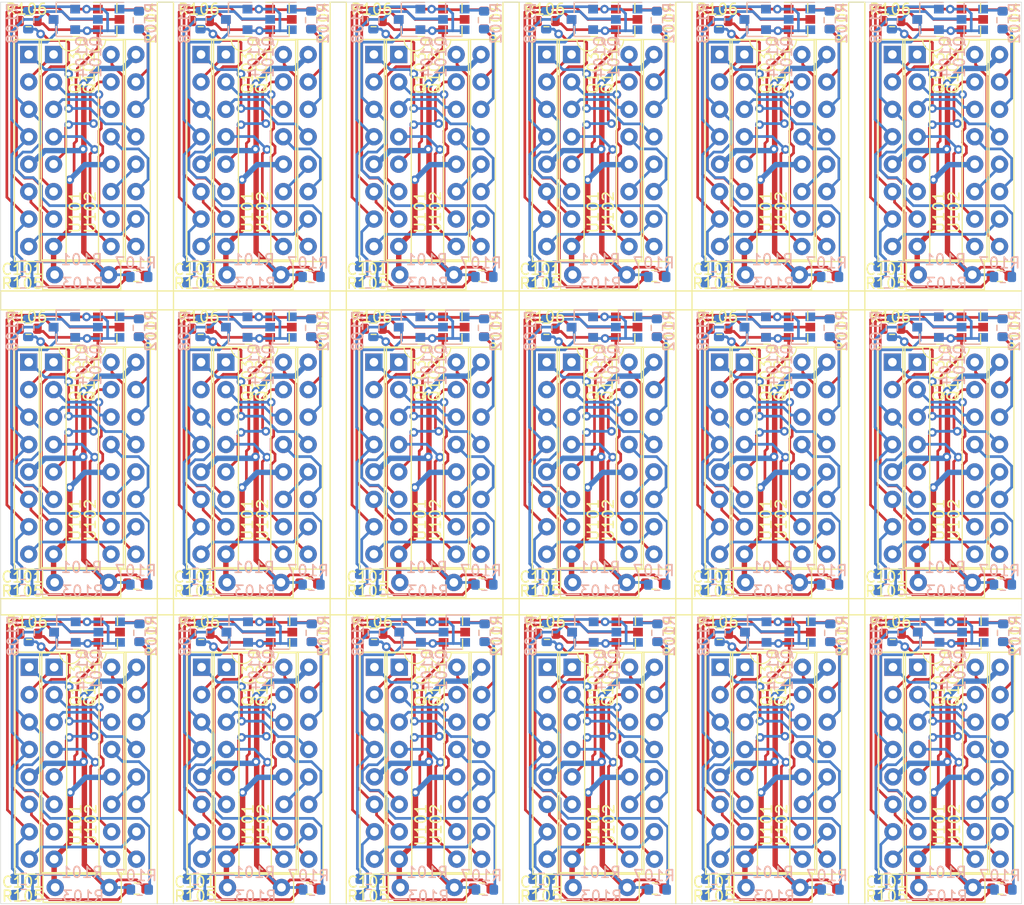
<source format=kicad_pcb>
(kicad_pcb (version 20171130) (host pcbnew 5.1.10-88a1d61d58~88~ubuntu18.04.1)
  (layers (0 F.Cu signal) (31 B.Cu signal) (34 B.Paste user) (35 F.Paste user) (36 B.SilkS user) (37 F.SilkS user) (38 B.Mask user) (39 F.Mask user) (44 Edge.Cuts user))
  (net 0 "")
  (module Resistor_SMD:R_0603_1608Metric (layer F.Cu) (at 128.5 61.85)
    (fp_text reference R105 (at -10.55 0.7 180) (layer F.SilkS))
    (fp_text value 1k)
    (pad 2 smd roundrect (at 0.825 0) (size 0.8 0.95) (layers F.Cu F.Paste F.Mask))
    (pad 1 smd roundrect (at -0.825 0) (size 0.8 0.95) (layers F.Cu F.Paste F.Mask))
  )
  (module Resistor_SMD:R_0603_1608Metric (layer B.Cu) (at 112.825 61.95 180)
    (fp_text reference R107 (at 0.325 1.3 180) (layer B.SilkS) (effects (justify mirror)))
    (fp_text value 1k)
    (pad 2 smd roundrect (at 0.825 0 180) (size 0.8 0.95) (layers B.Cu B.Paste B.Mask))
    (pad 1 smd roundrect (at -0.825 0 180) (size 0.8 0.95) (layers B.Cu B.Paste B.Mask))
  )
  (module Package_DIP:DIP-16_W7.62mm_Socket (layer F.Cu) (at 120.85 41.35)
    (fp_text reference U102 (at 3.4 14.6 90) (layer F.SilkS))
    (fp_text value fairchild_9960)
    (pad 1 thru_hole rect (at 0 0) (size 1.6 1.6) (drill 0.8) (layers *.Cu *.Mask))
    (pad 9 thru_hole oval (at 7.62 17.78) (size 1.6 1.6) (drill 0.8) (layers *.Cu *.Mask))
    (pad 2 thru_hole oval (at 0 2.54) (size 1.6 1.6) (drill 0.8) (layers *.Cu *.Mask))
    (pad 10 thru_hole oval (at 7.62 15.24) (size 1.6 1.6) (drill 0.8) (layers *.Cu *.Mask))
    (pad 3 thru_hole oval (at 0 5.08) (size 1.6 1.6) (drill 0.8) (layers *.Cu *.Mask))
    (pad 11 thru_hole oval (at 7.62 12.7) (size 1.6 1.6) (drill 0.8) (layers *.Cu *.Mask))
    (pad 4 thru_hole oval (at 0 7.62) (size 1.6 1.6) (drill 0.8) (layers *.Cu *.Mask))
    (pad 12 thru_hole oval (at 7.62 10.16) (size 1.6 1.6) (drill 0.8) (layers *.Cu *.Mask))
    (pad 5 thru_hole oval (at 0 10.16) (size 1.6 1.6) (drill 0.8) (layers *.Cu *.Mask))
    (pad 13 thru_hole oval (at 7.62 7.62) (size 1.6 1.6) (drill 0.8) (layers *.Cu *.Mask))
    (pad 6 thru_hole oval (at 0 12.7) (size 1.6 1.6) (drill 0.8) (layers *.Cu *.Mask))
    (pad 14 thru_hole oval (at 7.62 5.08) (size 1.6 1.6) (drill 0.8) (layers *.Cu *.Mask))
    (pad 7 thru_hole oval (at 0 15.24) (size 1.6 1.6) (drill 0.8) (layers *.Cu *.Mask))
    (pad 15 thru_hole oval (at 7.62 2.54) (size 1.6 1.6) (drill 0.8) (layers *.Cu *.Mask))
    (pad 8 thru_hole oval (at 0 17.78) (size 1.6 1.6) (drill 0.8) (layers *.Cu *.Mask))
    (pad 16 thru_hole oval (at 7.62 0) (size 1.6 1.6) (drill 0.8) (layers *.Cu *.Mask))
  )
  (module Resistor_SMD:R_0603_1608Metric (layer F.Cu) (at 112.55 61.85)
    (fp_text reference R105 (at -10.55 0.7 180) (layer F.SilkS))
    (fp_text value 1k)
    (pad 1 smd roundrect (at -0.825 0) (size 0.8 0.95) (layers F.Cu F.Paste F.Mask))
    (pad 2 smd roundrect (at 0.825 0) (size 0.8 0.95) (layers F.Cu F.Paste F.Mask))
  )
  (module Resistor_SMD:R_0603_1608Metric (layer F.Cu) (at 102.575 38.25)
    (fp_text reference R106 (at -0.175 -1.1) (layer F.SilkS))
    (fp_text value 1k)
    (pad 2 smd roundrect (at 0.825 0) (size 0.8 0.95) (layers F.Cu F.Paste F.Mask))
    (pad 1 smd roundrect (at -0.825 0) (size 0.8 0.95) (layers F.Cu F.Paste F.Mask))
  )
  (module Resistor_SMD:R_0603_1608Metric (layer B.Cu) (at 112.8 38.175 90)
    (fp_text reference R102 (at -0.275 1.1 90) (layer B.SilkS) (effects (justify mirror)))
    (fp_text value 1k)
    (pad 2 smd roundrect (at 0.825 0 90) (size 0.8 0.95) (layers B.Cu B.Paste B.Mask))
    (pad 1 smd roundrect (at -0.825 0 90) (size 0.8 0.95) (layers B.Cu B.Paste B.Mask))
  )
  (module Package_DIP:DIP-16_W7.62mm_Socket (layer F.Cu) (at 104.9 41.35)
    (fp_text reference U102 (at 3.4 14.6 90) (layer F.SilkS))
    (fp_text value fairchild_9960)
    (pad 16 thru_hole oval (at 7.62 0) (size 1.6 1.6) (drill 0.8) (layers *.Cu *.Mask))
    (pad 8 thru_hole oval (at 0 17.78) (size 1.6 1.6) (drill 0.8) (layers *.Cu *.Mask))
    (pad 15 thru_hole oval (at 7.62 2.54) (size 1.6 1.6) (drill 0.8) (layers *.Cu *.Mask))
    (pad 7 thru_hole oval (at 0 15.24) (size 1.6 1.6) (drill 0.8) (layers *.Cu *.Mask))
    (pad 14 thru_hole oval (at 7.62 5.08) (size 1.6 1.6) (drill 0.8) (layers *.Cu *.Mask))
    (pad 6 thru_hole oval (at 0 12.7) (size 1.6 1.6) (drill 0.8) (layers *.Cu *.Mask))
    (pad 13 thru_hole oval (at 7.62 7.62) (size 1.6 1.6) (drill 0.8) (layers *.Cu *.Mask))
    (pad 5 thru_hole oval (at 0 10.16) (size 1.6 1.6) (drill 0.8) (layers *.Cu *.Mask))
    (pad 12 thru_hole oval (at 7.62 10.16) (size 1.6 1.6) (drill 0.8) (layers *.Cu *.Mask))
    (pad 4 thru_hole oval (at 0 7.62) (size 1.6 1.6) (drill 0.8) (layers *.Cu *.Mask))
    (pad 11 thru_hole oval (at 7.62 12.7) (size 1.6 1.6) (drill 0.8) (layers *.Cu *.Mask))
    (pad 3 thru_hole oval (at 0 5.08) (size 1.6 1.6) (drill 0.8) (layers *.Cu *.Mask))
    (pad 10 thru_hole oval (at 7.62 15.24) (size 1.6 1.6) (drill 0.8) (layers *.Cu *.Mask))
    (pad 2 thru_hole oval (at 0 2.54) (size 1.6 1.6) (drill 0.8) (layers *.Cu *.Mask))
    (pad 9 thru_hole oval (at 7.62 17.78) (size 1.6 1.6) (drill 0.8) (layers *.Cu *.Mask))
    (pad 1 thru_hole rect (at 0 0) (size 1.6 1.6) (drill 0.8) (layers *.Cu *.Mask))
  )
  (module Resistor_SMD:R_0603_1608Metric (layer B.Cu) (at 102.55 38.175 90)
    (fp_text reference R108 (at -0.275 -1.45 90) (layer B.SilkS) (effects (justify mirror)))
    (fp_text value 1k)
    (pad 2 smd roundrect (at 0.825 0 90) (size 0.8 0.95) (layers B.Cu B.Paste B.Mask))
    (pad 1 smd roundrect (at -0.825 0 90) (size 0.8 0.95) (layers B.Cu B.Paste B.Mask))
  )
  (module Package_DIP:DIP-16_W7.62mm_Socket (layer F.Cu) (at 102.6 41.35)
    (fp_text reference U101 (at 4.3 14.6 90) (layer F.SilkS))
    (fp_text value 74141)
    (pad 16 thru_hole oval (at 7.62 0) (size 1.6 1.6) (drill 0.8) (layers *.Cu *.Mask))
    (pad 8 thru_hole oval (at 0 17.78) (size 1.6 1.6) (drill 0.8) (layers *.Cu *.Mask))
    (pad 15 thru_hole oval (at 7.62 2.54) (size 1.6 1.6) (drill 0.8) (layers *.Cu *.Mask))
    (pad 7 thru_hole oval (at 0 15.24) (size 1.6 1.6) (drill 0.8) (layers *.Cu *.Mask))
    (pad 14 thru_hole oval (at 7.62 5.08) (size 1.6 1.6) (drill 0.8) (layers *.Cu *.Mask))
    (pad 6 thru_hole oval (at 0 12.7) (size 1.6 1.6) (drill 0.8) (layers *.Cu *.Mask))
    (pad 13 thru_hole oval (at 7.62 7.62) (size 1.6 1.6) (drill 0.8) (layers *.Cu *.Mask))
    (pad 5 thru_hole oval (at 0 10.16) (size 1.6 1.6) (drill 0.8) (layers *.Cu *.Mask))
    (pad 12 thru_hole oval (at 7.62 10.16) (size 1.6 1.6) (drill 0.8) (layers *.Cu *.Mask))
    (pad 4 thru_hole oval (at 0 7.62) (size 1.6 1.6) (drill 0.8) (layers *.Cu *.Mask))
    (pad 11 thru_hole oval (at 7.62 12.7) (size 1.6 1.6) (drill 0.8) (layers *.Cu *.Mask))
    (pad 3 thru_hole oval (at 0 5.08) (size 1.6 1.6) (drill 0.8) (layers *.Cu *.Mask))
    (pad 10 thru_hole oval (at 7.62 15.24) (size 1.6 1.6) (drill 0.8) (layers *.Cu *.Mask))
    (pad 2 thru_hole oval (at 0 2.54) (size 1.6 1.6) (drill 0.8) (layers *.Cu *.Mask))
    (pad 9 thru_hole oval (at 7.62 17.78) (size 1.6 1.6) (drill 0.8) (layers *.Cu *.Mask))
    (pad 1 thru_hole rect (at 0 0) (size 1.6 1.6) (drill 0.8) (layers *.Cu *.Mask))
  )
  (module Resistor_SMD:R_0603_1608Metric (layer B.Cu) (at 160.775 61.95 180)
    (fp_text reference R107 (at 0.325 1.3 180) (layer B.SilkS) (effects (justify mirror)))
    (fp_text value 1k)
    (pad 1 smd roundrect (at -0.825 0 180) (size 0.8 0.95) (layers B.Cu B.Paste B.Mask))
    (pad 2 smd roundrect (at 0.825 0 180) (size 0.8 0.95) (layers B.Cu B.Paste B.Mask))
  )
  (module Resistor_SMD:R_0603_1608Metric (layer F.Cu) (at 160.5 61.85)
    (fp_text reference R105 (at -10.55 0.7 180) (layer F.SilkS))
    (fp_text value 1k)
    (pad 2 smd roundrect (at 0.825 0) (size 0.8 0.95) (layers F.Cu F.Paste F.Mask))
    (pad 1 smd roundrect (at -0.825 0) (size 0.8 0.95) (layers F.Cu F.Paste F.Mask))
  )
  (module Resistor_SMD:R_0603_1608Metric (layer F.Cu) (at 150.525 38.25)
    (fp_text reference R106 (at -0.175 -1.1) (layer F.SilkS))
    (fp_text value 1k)
    (pad 1 smd roundrect (at -0.825 0) (size 0.8 0.95) (layers F.Cu F.Paste F.Mask))
    (pad 2 smd roundrect (at 0.825 0) (size 0.8 0.95) (layers F.Cu F.Paste F.Mask))
  )
  (module Package_DIP:DIP-16_W7.62mm_Socket (layer F.Cu) (at 152.85 41.35)
    (fp_text reference U102 (at 3.4 14.6 90) (layer F.SilkS))
    (fp_text value fairchild_9960)
    (pad 1 thru_hole rect (at 0 0) (size 1.6 1.6) (drill 0.8) (layers *.Cu *.Mask))
    (pad 9 thru_hole oval (at 7.62 17.78) (size 1.6 1.6) (drill 0.8) (layers *.Cu *.Mask))
    (pad 2 thru_hole oval (at 0 2.54) (size 1.6 1.6) (drill 0.8) (layers *.Cu *.Mask))
    (pad 10 thru_hole oval (at 7.62 15.24) (size 1.6 1.6) (drill 0.8) (layers *.Cu *.Mask))
    (pad 3 thru_hole oval (at 0 5.08) (size 1.6 1.6) (drill 0.8) (layers *.Cu *.Mask))
    (pad 11 thru_hole oval (at 7.62 12.7) (size 1.6 1.6) (drill 0.8) (layers *.Cu *.Mask))
    (pad 4 thru_hole oval (at 0 7.62) (size 1.6 1.6) (drill 0.8) (layers *.Cu *.Mask))
    (pad 12 thru_hole oval (at 7.62 10.16) (size 1.6 1.6) (drill 0.8) (layers *.Cu *.Mask))
    (pad 5 thru_hole oval (at 0 10.16) (size 1.6 1.6) (drill 0.8) (layers *.Cu *.Mask))
    (pad 13 thru_hole oval (at 7.62 7.62) (size 1.6 1.6) (drill 0.8) (layers *.Cu *.Mask))
    (pad 6 thru_hole oval (at 0 12.7) (size 1.6 1.6) (drill 0.8) (layers *.Cu *.Mask))
    (pad 14 thru_hole oval (at 7.62 5.08) (size 1.6 1.6) (drill 0.8) (layers *.Cu *.Mask))
    (pad 7 thru_hole oval (at 0 15.24) (size 1.6 1.6) (drill 0.8) (layers *.Cu *.Mask))
    (pad 15 thru_hole oval (at 7.62 2.54) (size 1.6 1.6) (drill 0.8) (layers *.Cu *.Mask))
    (pad 8 thru_hole oval (at 0 17.78) (size 1.6 1.6) (drill 0.8) (layers *.Cu *.Mask))
    (pad 16 thru_hole oval (at 7.62 0) (size 1.6 1.6) (drill 0.8) (layers *.Cu *.Mask))
  )
  (module Resistor_SMD:R_0603_1608Metric (layer B.Cu) (at 150.5 38.175 90)
    (fp_text reference R108 (at -0.275 -1.45 90) (layer B.SilkS) (effects (justify mirror)))
    (fp_text value 1k)
    (pad 1 smd roundrect (at -0.825 0 90) (size 0.8 0.95) (layers B.Cu B.Paste B.Mask))
    (pad 2 smd roundrect (at 0.825 0 90) (size 0.8 0.95) (layers B.Cu B.Paste B.Mask))
  )
  (module Package_DIP:DIP-16_W7.62mm_Socket (layer F.Cu) (at 150.55 41.35)
    (fp_text reference U101 (at 4.3 14.6 90) (layer F.SilkS))
    (fp_text value 74141)
    (pad 1 thru_hole rect (at 0 0) (size 1.6 1.6) (drill 0.8) (layers *.Cu *.Mask))
    (pad 9 thru_hole oval (at 7.62 17.78) (size 1.6 1.6) (drill 0.8) (layers *.Cu *.Mask))
    (pad 2 thru_hole oval (at 0 2.54) (size 1.6 1.6) (drill 0.8) (layers *.Cu *.Mask))
    (pad 10 thru_hole oval (at 7.62 15.24) (size 1.6 1.6) (drill 0.8) (layers *.Cu *.Mask))
    (pad 3 thru_hole oval (at 0 5.08) (size 1.6 1.6) (drill 0.8) (layers *.Cu *.Mask))
    (pad 11 thru_hole oval (at 7.62 12.7) (size 1.6 1.6) (drill 0.8) (layers *.Cu *.Mask))
    (pad 4 thru_hole oval (at 0 7.62) (size 1.6 1.6) (drill 0.8) (layers *.Cu *.Mask))
    (pad 12 thru_hole oval (at 7.62 10.16) (size 1.6 1.6) (drill 0.8) (layers *.Cu *.Mask))
    (pad 5 thru_hole oval (at 0 10.16) (size 1.6 1.6) (drill 0.8) (layers *.Cu *.Mask))
    (pad 13 thru_hole oval (at 7.62 7.62) (size 1.6 1.6) (drill 0.8) (layers *.Cu *.Mask))
    (pad 6 thru_hole oval (at 0 12.7) (size 1.6 1.6) (drill 0.8) (layers *.Cu *.Mask))
    (pad 14 thru_hole oval (at 7.62 5.08) (size 1.6 1.6) (drill 0.8) (layers *.Cu *.Mask))
    (pad 7 thru_hole oval (at 0 15.24) (size 1.6 1.6) (drill 0.8) (layers *.Cu *.Mask))
    (pad 15 thru_hole oval (at 7.62 2.54) (size 1.6 1.6) (drill 0.8) (layers *.Cu *.Mask))
    (pad 8 thru_hole oval (at 0 17.78) (size 1.6 1.6) (drill 0.8) (layers *.Cu *.Mask))
    (pad 16 thru_hole oval (at 7.62 0) (size 1.6 1.6) (drill 0.8) (layers *.Cu *.Mask))
  )
  (module Resistor_SMD:R_0603_1608Metric (layer B.Cu) (at 150.025 60.95)
    (fp_text reference R101 (at 5.425 -0.6 180) (layer B.SilkS) (effects (justify mirror)))
    (fp_text value 1k)
    (pad 2 smd roundrect (at 0.825 0) (size 0.8 0.95) (layers B.Cu B.Paste B.Mask))
    (pad 1 smd roundrect (at -0.825 0) (size 0.8 0.95) (layers B.Cu B.Paste B.Mask))
  )
  (module Capacitor_THT:C_Disc_D7.0mm_W2.5mm_P5.00mm (layer F.Cu) (at 157.95 61.75 180)
    (fp_text reference C101 (at 8 0.5) (layer F.SilkS))
    (fp_text value 100n)
    (pad 1 thru_hole circle (at 0 0 180) (size 1.6 1.6) (drill 0.8) (layers *.Cu *.Mask))
    (pad 2 thru_hole circle (at 5 0 180) (size 1.6 1.6) (drill 0.8) (layers *.Cu *.Mask))
  )
  (module Resistor_SMD:R_0603_1608Metric (layer F.Cu) (at 160.75 38.15 90)
    (fp_text reference R104 (at -0.3 1.1 90) (layer F.SilkS))
    (fp_text value 1k)
    (pad 1 smd roundrect (at -0.825 0 90) (size 0.8 0.95) (layers F.Cu F.Paste F.Mask))
    (pad 2 smd roundrect (at 0.825 0 90) (size 0.8 0.95) (layers F.Cu F.Paste F.Mask))
  )
  (module Resistor_SMD:R_0603_1608Metric (layer B.Cu) (at 150.025 62.45)
    (fp_text reference R103 (at 5.525 0.1) (layer B.SilkS) (effects (justify mirror)))
    (fp_text value 1k)
    (pad 1 smd roundrect (at -0.825 0) (size 0.8 0.95) (layers B.Cu B.Paste B.Mask))
    (pad 2 smd roundrect (at 0.825 0) (size 0.8 0.95) (layers B.Cu B.Paste B.Mask))
  )
  (module Package_TO_SOT_SMD:SOT-23 (layer B.Cu) (at 157.95 38.1 180)
    (fp_text reference Q101 (at 1.2 -3.45 270) (layer B.SilkS) (effects (justify mirror)))
    (fp_text value Q_NPN_BEC)
    (pad 1 smd rect (at -1 0.95 180) (size 0.9 0.8) (layers B.Cu B.Paste B.Mask))
    (pad 2 smd rect (at -1 -0.95 180) (size 0.9 0.8) (layers B.Cu B.Paste B.Mask))
    (pad 3 smd rect (at 1 0 180) (size 0.9 0.8) (layers B.Cu B.Paste B.Mask))
  )
  (module Resistor_SMD:R_0603_1608Metric (layer B.Cu) (at 160.75 38.175 90)
    (fp_text reference R102 (at -0.275 1.1 90) (layer B.SilkS) (effects (justify mirror)))
    (fp_text value 1k)
    (pad 1 smd roundrect (at -0.825 0 90) (size 0.8 0.95) (layers B.Cu B.Paste B.Mask))
    (pad 2 smd roundrect (at 0.825 0 90) (size 0.8 0.95) (layers B.Cu B.Paste B.Mask))
  )
  (module Package_TO_SOT_SMD:SOT-23 (layer F.Cu) (at 173.95 38.1)
    (fp_text reference Q102 (at -1.8 4.95 90) (layer F.SilkS))
    (fp_text value Q_NPN_BEC)
    (pad 1 smd rect (at -1 -0.95) (size 0.9 0.8) (layers F.Cu F.Paste F.Mask))
    (pad 2 smd rect (at -1 0.95) (size 0.9 0.8) (layers F.Cu F.Paste F.Mask))
    (pad 3 smd rect (at 1 0) (size 0.9 0.8) (layers F.Cu F.Paste F.Mask))
  )
  (module Resistor_SMD:R_0603_1608Metric (layer F.Cu) (at 192.75 38.15 90)
    (fp_text reference R104 (at -0.3 1.1 90) (layer F.SilkS))
    (fp_text value 1k)
    (pad 1 smd roundrect (at -0.825 0 90) (size 0.8 0.95) (layers F.Cu F.Paste F.Mask))
    (pad 2 smd roundrect (at 0.825 0 90) (size 0.8 0.95) (layers F.Cu F.Paste F.Mask))
  )
  (module Resistor_SMD:R_0603_1608Metric (layer B.Cu) (at 192.775 61.95 180)
    (fp_text reference R107 (at 0.325 1.3 180) (layer B.SilkS) (effects (justify mirror)))
    (fp_text value 1k)
    (pad 1 smd roundrect (at -0.825 0 180) (size 0.8 0.95) (layers B.Cu B.Paste B.Mask))
    (pad 2 smd roundrect (at 0.825 0 180) (size 0.8 0.95) (layers B.Cu B.Paste B.Mask))
  )
  (module Resistor_SMD:R_0603_1608Metric (layer F.Cu) (at 192.5 61.85)
    (fp_text reference R105 (at -10.55 0.7 180) (layer F.SilkS))
    (fp_text value 1k)
    (pad 2 smd roundrect (at 0.825 0) (size 0.8 0.95) (layers F.Cu F.Paste F.Mask))
    (pad 1 smd roundrect (at -0.825 0) (size 0.8 0.95) (layers F.Cu F.Paste F.Mask))
  )
  (module Resistor_SMD:R_0603_1608Metric (layer F.Cu) (at 182.525 38.25)
    (fp_text reference R106 (at -0.175 -1.1) (layer F.SilkS))
    (fp_text value 1k)
    (pad 1 smd roundrect (at -0.825 0) (size 0.8 0.95) (layers F.Cu F.Paste F.Mask))
    (pad 2 smd roundrect (at 0.825 0) (size 0.8 0.95) (layers F.Cu F.Paste F.Mask))
  )
  (module Package_DIP:DIP-16_W7.62mm_Socket (layer F.Cu) (at 184.85 41.35)
    (fp_text reference U102 (at 3.4 14.6 90) (layer F.SilkS))
    (fp_text value fairchild_9960)
    (pad 1 thru_hole rect (at 0 0) (size 1.6 1.6) (drill 0.8) (layers *.Cu *.Mask))
    (pad 9 thru_hole oval (at 7.62 17.78) (size 1.6 1.6) (drill 0.8) (layers *.Cu *.Mask))
    (pad 2 thru_hole oval (at 0 2.54) (size 1.6 1.6) (drill 0.8) (layers *.Cu *.Mask))
    (pad 10 thru_hole oval (at 7.62 15.24) (size 1.6 1.6) (drill 0.8) (layers *.Cu *.Mask))
    (pad 3 thru_hole oval (at 0 5.08) (size 1.6 1.6) (drill 0.8) (layers *.Cu *.Mask))
    (pad 11 thru_hole oval (at 7.62 12.7) (size 1.6 1.6) (drill 0.8) (layers *.Cu *.Mask))
    (pad 4 thru_hole oval (at 0 7.62) (size 1.6 1.6) (drill 0.8) (layers *.Cu *.Mask))
    (pad 12 thru_hole oval (at 7.62 10.16) (size 1.6 1.6) (drill 0.8) (layers *.Cu *.Mask))
    (pad 5 thru_hole oval (at 0 10.16) (size 1.6 1.6) (drill 0.8) (layers *.Cu *.Mask))
    (pad 13 thru_hole oval (at 7.62 7.62) (size 1.6 1.6) (drill 0.8) (layers *.Cu *.Mask))
    (pad 6 thru_hole oval (at 0 12.7) (size 1.6 1.6) (drill 0.8) (layers *.Cu *.Mask))
    (pad 14 thru_hole oval (at 7.62 5.08) (size 1.6 1.6) (drill 0.8) (layers *.Cu *.Mask))
    (pad 7 thru_hole oval (at 0 15.24) (size 1.6 1.6) (drill 0.8) (layers *.Cu *.Mask))
    (pad 15 thru_hole oval (at 7.62 2.54) (size 1.6 1.6) (drill 0.8) (layers *.Cu *.Mask))
    (pad 8 thru_hole oval (at 0 17.78) (size 1.6 1.6) (drill 0.8) (layers *.Cu *.Mask))
    (pad 16 thru_hole oval (at 7.62 0) (size 1.6 1.6) (drill 0.8) (layers *.Cu *.Mask))
  )
  (module Resistor_SMD:R_0603_1608Metric (layer B.Cu) (at 182.5 38.175 90)
    (fp_text reference R108 (at -0.275 -1.45 90) (layer B.SilkS) (effects (justify mirror)))
    (fp_text value 1k)
    (pad 1 smd roundrect (at -0.825 0 90) (size 0.8 0.95) (layers B.Cu B.Paste B.Mask))
    (pad 2 smd roundrect (at 0.825 0 90) (size 0.8 0.95) (layers B.Cu B.Paste B.Mask))
  )
  (module Package_DIP:DIP-16_W7.62mm_Socket (layer F.Cu) (at 182.55 41.35)
    (fp_text reference U101 (at 4.3 14.6 90) (layer F.SilkS))
    (fp_text value 74141)
    (pad 1 thru_hole rect (at 0 0) (size 1.6 1.6) (drill 0.8) (layers *.Cu *.Mask))
    (pad 9 thru_hole oval (at 7.62 17.78) (size 1.6 1.6) (drill 0.8) (layers *.Cu *.Mask))
    (pad 2 thru_hole oval (at 0 2.54) (size 1.6 1.6) (drill 0.8) (layers *.Cu *.Mask))
    (pad 10 thru_hole oval (at 7.62 15.24) (size 1.6 1.6) (drill 0.8) (layers *.Cu *.Mask))
    (pad 3 thru_hole oval (at 0 5.08) (size 1.6 1.6) (drill 0.8) (layers *.Cu *.Mask))
    (pad 11 thru_hole oval (at 7.62 12.7) (size 1.6 1.6) (drill 0.8) (layers *.Cu *.Mask))
    (pad 4 thru_hole oval (at 0 7.62) (size 1.6 1.6) (drill 0.8) (layers *.Cu *.Mask))
    (pad 12 thru_hole oval (at 7.62 10.16) (size 1.6 1.6) (drill 0.8) (layers *.Cu *.Mask))
    (pad 5 thru_hole oval (at 0 10.16) (size 1.6 1.6) (drill 0.8) (layers *.Cu *.Mask))
    (pad 13 thru_hole oval (at 7.62 7.62) (size 1.6 1.6) (drill 0.8) (layers *.Cu *.Mask))
    (pad 6 thru_hole oval (at 0 12.7) (size 1.6 1.6) (drill 0.8) (layers *.Cu *.Mask))
    (pad 14 thru_hole oval (at 7.62 5.08) (size 1.6 1.6) (drill 0.8) (layers *.Cu *.Mask))
    (pad 7 thru_hole oval (at 0 15.24) (size 1.6 1.6) (drill 0.8) (layers *.Cu *.Mask))
    (pad 15 thru_hole oval (at 7.62 2.54) (size 1.6 1.6) (drill 0.8) (layers *.Cu *.Mask))
    (pad 8 thru_hole oval (at 0 17.78) (size 1.6 1.6) (drill 0.8) (layers *.Cu *.Mask))
    (pad 16 thru_hole oval (at 7.62 0) (size 1.6 1.6) (drill 0.8) (layers *.Cu *.Mask))
  )
  (module Resistor_SMD:R_0603_1608Metric (layer B.Cu) (at 182.025 60.95)
    (fp_text reference R101 (at 5.425 -0.6 180) (layer B.SilkS) (effects (justify mirror)))
    (fp_text value 1k)
    (pad 2 smd roundrect (at 0.825 0) (size 0.8 0.95) (layers B.Cu B.Paste B.Mask))
    (pad 1 smd roundrect (at -0.825 0) (size 0.8 0.95) (layers B.Cu B.Paste B.Mask))
  )
  (module Resistor_SMD:R_0603_1608Metric (layer B.Cu) (at 192.75 38.175 90)
    (fp_text reference R102 (at -0.275 1.1 90) (layer B.SilkS) (effects (justify mirror)))
    (fp_text value 1k)
    (pad 1 smd roundrect (at -0.825 0 90) (size 0.8 0.95) (layers B.Cu B.Paste B.Mask))
    (pad 2 smd roundrect (at 0.825 0 90) (size 0.8 0.95) (layers B.Cu B.Paste B.Mask))
  )
  (module Package_TO_SOT_SMD:SOT-23 (layer B.Cu) (at 185.85 38.1 180)
    (fp_text reference Q104 (at -1.6 -3.45 270) (layer B.SilkS) (effects (justify mirror)))
    (fp_text value Q_NPN_BEC)
    (pad 1 smd rect (at -1 0.95 180) (size 0.9 0.8) (layers B.Cu B.Paste B.Mask))
    (pad 2 smd rect (at -1 -0.95 180) (size 0.9 0.8) (layers B.Cu B.Paste B.Mask))
    (pad 3 smd rect (at 1 0 180) (size 0.9 0.8) (layers B.Cu B.Paste B.Mask))
  )
  (module Package_TO_SOT_SMD:SOT-23 (layer B.Cu) (at 189.95 38.1 180)
    (fp_text reference Q101 (at 1.2 -3.45 270) (layer B.SilkS) (effects (justify mirror)))
    (fp_text value Q_NPN_BEC)
    (pad 1 smd rect (at -1 0.95 180) (size 0.9 0.8) (layers B.Cu B.Paste B.Mask))
    (pad 2 smd rect (at -1 -0.95 180) (size 0.9 0.8) (layers B.Cu B.Paste B.Mask))
    (pad 3 smd rect (at 1 0 180) (size 0.9 0.8) (layers B.Cu B.Paste B.Mask))
  )
  (module Resistor_SMD:R_0603_1608Metric (layer B.Cu) (at 182.025 62.45)
    (fp_text reference R103 (at 5.525 0.1) (layer B.SilkS) (effects (justify mirror)))
    (fp_text value 1k)
    (pad 1 smd roundrect (at -0.825 0) (size 0.8 0.95) (layers B.Cu B.Paste B.Mask))
    (pad 2 smd roundrect (at 0.825 0) (size 0.8 0.95) (layers B.Cu B.Paste B.Mask))
  )
  (module Resistor_SMD:R_0603_1608Metric (layer B.Cu) (at 176.775 61.95 180)
    (fp_text reference R107 (at 0.325 1.3 180) (layer B.SilkS) (effects (justify mirror)))
    (fp_text value 1k)
    (pad 1 smd roundrect (at -0.825 0 180) (size 0.8 0.95) (layers B.Cu B.Paste B.Mask))
    (pad 2 smd roundrect (at 0.825 0 180) (size 0.8 0.95) (layers B.Cu B.Paste B.Mask))
  )
  (module Resistor_SMD:R_0603_1608Metric (layer F.Cu) (at 176.5 61.85)
    (fp_text reference R105 (at -10.55 0.7 180) (layer F.SilkS))
    (fp_text value 1k)
    (pad 2 smd roundrect (at 0.825 0) (size 0.8 0.95) (layers F.Cu F.Paste F.Mask))
    (pad 1 smd roundrect (at -0.825 0) (size 0.8 0.95) (layers F.Cu F.Paste F.Mask))
  )
  (module Resistor_SMD:R_0603_1608Metric (layer F.Cu) (at 166.525 38.25)
    (fp_text reference R106 (at -0.175 -1.1) (layer F.SilkS))
    (fp_text value 1k)
    (pad 1 smd roundrect (at -0.825 0) (size 0.8 0.95) (layers F.Cu F.Paste F.Mask))
    (pad 2 smd roundrect (at 0.825 0) (size 0.8 0.95) (layers F.Cu F.Paste F.Mask))
  )
  (module Package_DIP:DIP-16_W7.62mm_Socket (layer F.Cu) (at 168.85 41.35)
    (fp_text reference U102 (at 3.4 14.6 90) (layer F.SilkS))
    (fp_text value fairchild_9960)
    (pad 1 thru_hole rect (at 0 0) (size 1.6 1.6) (drill 0.8) (layers *.Cu *.Mask))
    (pad 9 thru_hole oval (at 7.62 17.78) (size 1.6 1.6) (drill 0.8) (layers *.Cu *.Mask))
    (pad 2 thru_hole oval (at 0 2.54) (size 1.6 1.6) (drill 0.8) (layers *.Cu *.Mask))
    (pad 10 thru_hole oval (at 7.62 15.24) (size 1.6 1.6) (drill 0.8) (layers *.Cu *.Mask))
    (pad 3 thru_hole oval (at 0 5.08) (size 1.6 1.6) (drill 0.8) (layers *.Cu *.Mask))
    (pad 11 thru_hole oval (at 7.62 12.7) (size 1.6 1.6) (drill 0.8) (layers *.Cu *.Mask))
    (pad 4 thru_hole oval (at 0 7.62) (size 1.6 1.6) (drill 0.8) (layers *.Cu *.Mask))
    (pad 12 thru_hole oval (at 7.62 10.16) (size 1.6 1.6) (drill 0.8) (layers *.Cu *.Mask))
    (pad 5 thru_hole oval (at 0 10.16) (size 1.6 1.6) (drill 0.8) (layers *.Cu *.Mask))
    (pad 13 thru_hole oval (at 7.62 7.62) (size 1.6 1.6) (drill 0.8) (layers *.Cu *.Mask))
    (pad 6 thru_hole oval (at 0 12.7) (size 1.6 1.6) (drill 0.8) (layers *.Cu *.Mask))
    (pad 14 thru_hole oval (at 7.62 5.08) (size 1.6 1.6) (drill 0.8) (layers *.Cu *.Mask))
    (pad 7 thru_hole oval (at 0 15.24) (size 1.6 1.6) (drill 0.8) (layers *.Cu *.Mask))
    (pad 15 thru_hole oval (at 7.62 2.54) (size 1.6 1.6) (drill 0.8) (layers *.Cu *.Mask))
    (pad 8 thru_hole oval (at 0 17.78) (size 1.6 1.6) (drill 0.8) (layers *.Cu *.Mask))
    (pad 16 thru_hole oval (at 7.62 0) (size 1.6 1.6) (drill 0.8) (layers *.Cu *.Mask))
  )
  (module Resistor_SMD:R_0603_1608Metric (layer B.Cu) (at 166.5 38.175 90)
    (fp_text reference R108 (at -0.275 -1.45 90) (layer B.SilkS) (effects (justify mirror)))
    (fp_text value 1k)
    (pad 1 smd roundrect (at -0.825 0 90) (size 0.8 0.95) (layers B.Cu B.Paste B.Mask))
    (pad 2 smd roundrect (at 0.825 0 90) (size 0.8 0.95) (layers B.Cu B.Paste B.Mask))
  )
  (module Package_DIP:DIP-16_W7.62mm_Socket (layer F.Cu) (at 166.55 41.35)
    (fp_text reference U101 (at 4.3 14.6 90) (layer F.SilkS))
    (fp_text value 74141)
    (pad 1 thru_hole rect (at 0 0) (size 1.6 1.6) (drill 0.8) (layers *.Cu *.Mask))
    (pad 9 thru_hole oval (at 7.62 17.78) (size 1.6 1.6) (drill 0.8) (layers *.Cu *.Mask))
    (pad 2 thru_hole oval (at 0 2.54) (size 1.6 1.6) (drill 0.8) (layers *.Cu *.Mask))
    (pad 10 thru_hole oval (at 7.62 15.24) (size 1.6 1.6) (drill 0.8) (layers *.Cu *.Mask))
    (pad 3 thru_hole oval (at 0 5.08) (size 1.6 1.6) (drill 0.8) (layers *.Cu *.Mask))
    (pad 11 thru_hole oval (at 7.62 12.7) (size 1.6 1.6) (drill 0.8) (layers *.Cu *.Mask))
    (pad 4 thru_hole oval (at 0 7.62) (size 1.6 1.6) (drill 0.8) (layers *.Cu *.Mask))
    (pad 12 thru_hole oval (at 7.62 10.16) (size 1.6 1.6) (drill 0.8) (layers *.Cu *.Mask))
    (pad 5 thru_hole oval (at 0 10.16) (size 1.6 1.6) (drill 0.8) (layers *.Cu *.Mask))
    (pad 13 thru_hole oval (at 7.62 7.62) (size 1.6 1.6) (drill 0.8) (layers *.Cu *.Mask))
    (pad 6 thru_hole oval (at 0 12.7) (size 1.6 1.6) (drill 0.8) (layers *.Cu *.Mask))
    (pad 14 thru_hole oval (at 7.62 5.08) (size 1.6 1.6) (drill 0.8) (layers *.Cu *.Mask))
    (pad 7 thru_hole oval (at 0 15.24) (size 1.6 1.6) (drill 0.8) (layers *.Cu *.Mask))
    (pad 15 thru_hole oval (at 7.62 2.54) (size 1.6 1.6) (drill 0.8) (layers *.Cu *.Mask))
    (pad 8 thru_hole oval (at 0 17.78) (size 1.6 1.6) (drill 0.8) (layers *.Cu *.Mask))
    (pad 16 thru_hole oval (at 7.62 0) (size 1.6 1.6) (drill 0.8) (layers *.Cu *.Mask))
  )
  (module Resistor_SMD:R_0603_1608Metric (layer B.Cu) (at 166.025 60.95)
    (fp_text reference R101 (at 5.425 -0.6 180) (layer B.SilkS) (effects (justify mirror)))
    (fp_text value 1k)
    (pad 2 smd roundrect (at 0.825 0) (size 0.8 0.95) (layers B.Cu B.Paste B.Mask))
    (pad 1 smd roundrect (at -0.825 0) (size 0.8 0.95) (layers B.Cu B.Paste B.Mask))
  )
  (module Capacitor_THT:C_Disc_D7.0mm_W2.5mm_P5.00mm (layer F.Cu) (at 173.95 61.75 180)
    (fp_text reference C101 (at 8 0.5) (layer F.SilkS))
    (fp_text value 100n)
    (pad 1 thru_hole circle (at 0 0 180) (size 1.6 1.6) (drill 0.8) (layers *.Cu *.Mask))
    (pad 2 thru_hole circle (at 5 0 180) (size 1.6 1.6) (drill 0.8) (layers *.Cu *.Mask))
  )
  (module Resistor_SMD:R_0603_1608Metric (layer F.Cu) (at 176.75 38.15 90)
    (fp_text reference R104 (at -0.3 1.1 90) (layer F.SilkS))
    (fp_text value 1k)
    (pad 1 smd roundrect (at -0.825 0 90) (size 0.8 0.95) (layers F.Cu F.Paste F.Mask))
    (pad 2 smd roundrect (at 0.825 0 90) (size 0.8 0.95) (layers F.Cu F.Paste F.Mask))
  )
  (module Resistor_SMD:R_0603_1608Metric (layer B.Cu) (at 166.025 62.45)
    (fp_text reference R103 (at 5.525 0.1) (layer B.SilkS) (effects (justify mirror)))
    (fp_text value 1k)
    (pad 1 smd roundrect (at -0.825 0) (size 0.8 0.95) (layers B.Cu B.Paste B.Mask))
    (pad 2 smd roundrect (at 0.825 0) (size 0.8 0.95) (layers B.Cu B.Paste B.Mask))
  )
  (module Package_TO_SOT_SMD:SOT-23 (layer B.Cu) (at 173.95 38.1 180)
    (fp_text reference Q101 (at 1.2 -3.45 270) (layer B.SilkS) (effects (justify mirror)))
    (fp_text value Q_NPN_BEC)
    (pad 1 smd rect (at -1 0.95 180) (size 0.9 0.8) (layers B.Cu B.Paste B.Mask))
    (pad 2 smd rect (at -1 -0.95 180) (size 0.9 0.8) (layers B.Cu B.Paste B.Mask))
    (pad 3 smd rect (at 1 0 180) (size 0.9 0.8) (layers B.Cu B.Paste B.Mask))
  )
  (module Resistor_SMD:R_0603_1608Metric (layer B.Cu) (at 176.75 38.175 90)
    (fp_text reference R102 (at -0.275 1.1 90) (layer B.SilkS) (effects (justify mirror)))
    (fp_text value 1k)
    (pad 1 smd roundrect (at -0.825 0 90) (size 0.8 0.95) (layers B.Cu B.Paste B.Mask))
    (pad 2 smd roundrect (at 0.825 0 90) (size 0.8 0.95) (layers B.Cu B.Paste B.Mask))
  )
  (module Package_TO_SOT_SMD:SOT-23 (layer F.Cu) (at 189.95 38.1)
    (fp_text reference Q102 (at -1.8 4.95 90) (layer F.SilkS))
    (fp_text value Q_NPN_BEC)
    (pad 1 smd rect (at -1 -0.95) (size 0.9 0.8) (layers F.Cu F.Paste F.Mask))
    (pad 2 smd rect (at -1 0.95) (size 0.9 0.8) (layers F.Cu F.Paste F.Mask))
    (pad 3 smd rect (at 1 0) (size 0.9 0.8) (layers F.Cu F.Paste F.Mask))
  )
  (module Package_TO_SOT_SMD:SOT-23 (layer F.Cu) (at 185.85 38.1 180)
    (fp_text reference Q103 (at -1 -4.95 90) (layer F.SilkS))
    (fp_text value Q_NPN_BEC)
    (pad 1 smd rect (at -1 -0.95 180) (size 0.9 0.8) (layers F.Cu F.Paste F.Mask))
    (pad 2 smd rect (at -1 0.95 180) (size 0.9 0.8) (layers F.Cu F.Paste F.Mask))
    (pad 3 smd rect (at 1 0 180) (size 0.9 0.8) (layers F.Cu F.Paste F.Mask))
  )
  (module Package_TO_SOT_SMD:SOT-23 (layer B.Cu) (at 169.85 38.1 180)
    (fp_text reference Q104 (at -1.6 -3.45 270) (layer B.SilkS) (effects (justify mirror)))
    (fp_text value Q_NPN_BEC)
    (pad 1 smd rect (at -1 0.95 180) (size 0.9 0.8) (layers B.Cu B.Paste B.Mask))
    (pad 2 smd rect (at -1 -0.95 180) (size 0.9 0.8) (layers B.Cu B.Paste B.Mask))
    (pad 3 smd rect (at 1 0 180) (size 0.9 0.8) (layers B.Cu B.Paste B.Mask))
  )
  (module Capacitor_THT:C_Disc_D7.0mm_W2.5mm_P5.00mm (layer F.Cu) (at 189.95 61.75 180)
    (fp_text reference C101 (at 8 0.5) (layer F.SilkS))
    (fp_text value 100n)
    (pad 1 thru_hole circle (at 0 0 180) (size 1.6 1.6) (drill 0.8) (layers *.Cu *.Mask))
    (pad 2 thru_hole circle (at 5 0 180) (size 1.6 1.6) (drill 0.8) (layers *.Cu *.Mask))
  )
  (module Package_DIP:DIP-16_W7.62mm_Socket (layer F.Cu) (at 134.55 41.35)
    (fp_text reference U101 (at 4.3 14.6 90) (layer F.SilkS))
    (fp_text value 74141)
    (pad 1 thru_hole rect (at 0 0) (size 1.6 1.6) (drill 0.8) (layers *.Cu *.Mask))
    (pad 9 thru_hole oval (at 7.62 17.78) (size 1.6 1.6) (drill 0.8) (layers *.Cu *.Mask))
    (pad 2 thru_hole oval (at 0 2.54) (size 1.6 1.6) (drill 0.8) (layers *.Cu *.Mask))
    (pad 10 thru_hole oval (at 7.62 15.24) (size 1.6 1.6) (drill 0.8) (layers *.Cu *.Mask))
    (pad 3 thru_hole oval (at 0 5.08) (size 1.6 1.6) (drill 0.8) (layers *.Cu *.Mask))
    (pad 11 thru_hole oval (at 7.62 12.7) (size 1.6 1.6) (drill 0.8) (layers *.Cu *.Mask))
    (pad 4 thru_hole oval (at 0 7.62) (size 1.6 1.6) (drill 0.8) (layers *.Cu *.Mask))
    (pad 12 thru_hole oval (at 7.62 10.16) (size 1.6 1.6) (drill 0.8) (layers *.Cu *.Mask))
    (pad 5 thru_hole oval (at 0 10.16) (size 1.6 1.6) (drill 0.8) (layers *.Cu *.Mask))
    (pad 13 thru_hole oval (at 7.62 7.62) (size 1.6 1.6) (drill 0.8) (layers *.Cu *.Mask))
    (pad 6 thru_hole oval (at 0 12.7) (size 1.6 1.6) (drill 0.8) (layers *.Cu *.Mask))
    (pad 14 thru_hole oval (at 7.62 5.08) (size 1.6 1.6) (drill 0.8) (layers *.Cu *.Mask))
    (pad 7 thru_hole oval (at 0 15.24) (size 1.6 1.6) (drill 0.8) (layers *.Cu *.Mask))
    (pad 15 thru_hole oval (at 7.62 2.54) (size 1.6 1.6) (drill 0.8) (layers *.Cu *.Mask))
    (pad 8 thru_hole oval (at 0 17.78) (size 1.6 1.6) (drill 0.8) (layers *.Cu *.Mask))
    (pad 16 thru_hole oval (at 7.62 0) (size 1.6 1.6) (drill 0.8) (layers *.Cu *.Mask))
  )
  (module Resistor_SMD:R_0603_1608Metric (layer B.Cu) (at 134.025 60.95)
    (fp_text reference R101 (at 5.425 -0.6 180) (layer B.SilkS) (effects (justify mirror)))
    (fp_text value 1k)
    (pad 2 smd roundrect (at 0.825 0) (size 0.8 0.95) (layers B.Cu B.Paste B.Mask))
    (pad 1 smd roundrect (at -0.825 0) (size 0.8 0.95) (layers B.Cu B.Paste B.Mask))
  )
  (module Capacitor_THT:C_Disc_D7.0mm_W2.5mm_P5.00mm (layer F.Cu) (at 141.95 61.75 180)
    (fp_text reference C101 (at 8 0.5) (layer F.SilkS))
    (fp_text value 100n)
    (pad 1 thru_hole circle (at 0 0 180) (size 1.6 1.6) (drill 0.8) (layers *.Cu *.Mask))
    (pad 2 thru_hole circle (at 5 0 180) (size 1.6 1.6) (drill 0.8) (layers *.Cu *.Mask))
  )
  (module Resistor_SMD:R_0603_1608Metric (layer B.Cu) (at 102.075 60.95)
    (fp_text reference R101 (at 5.425 -0.6 180) (layer B.SilkS) (effects (justify mirror)))
    (fp_text value 1k)
    (pad 1 smd roundrect (at -0.825 0) (size 0.8 0.95) (layers B.Cu B.Paste B.Mask))
    (pad 2 smd roundrect (at 0.825 0) (size 0.8 0.95) (layers B.Cu B.Paste B.Mask))
  )
  (module Resistor_SMD:R_0603_1608Metric (layer B.Cu) (at 144.775 61.95 180)
    (fp_text reference R107 (at 0.325 1.3 180) (layer B.SilkS) (effects (justify mirror)))
    (fp_text value 1k)
    (pad 1 smd roundrect (at -0.825 0 180) (size 0.8 0.95) (layers B.Cu B.Paste B.Mask))
    (pad 2 smd roundrect (at 0.825 0 180) (size 0.8 0.95) (layers B.Cu B.Paste B.Mask))
  )
  (module Package_TO_SOT_SMD:SOT-23 (layer B.Cu) (at 153.85 38.1 180)
    (fp_text reference Q104 (at -1.6 -3.45 270) (layer B.SilkS) (effects (justify mirror)))
    (fp_text value Q_NPN_BEC)
    (pad 1 smd rect (at -1 0.95 180) (size 0.9 0.8) (layers B.Cu B.Paste B.Mask))
    (pad 2 smd rect (at -1 -0.95 180) (size 0.9 0.8) (layers B.Cu B.Paste B.Mask))
    (pad 3 smd rect (at 1 0 180) (size 0.9 0.8) (layers B.Cu B.Paste B.Mask))
  )
  (module Resistor_SMD:R_0603_1608Metric (layer B.Cu) (at 128.775 61.95 180)
    (fp_text reference R107 (at 0.325 1.3 180) (layer B.SilkS) (effects (justify mirror)))
    (fp_text value 1k)
    (pad 1 smd roundrect (at -0.825 0 180) (size 0.8 0.95) (layers B.Cu B.Paste B.Mask))
    (pad 2 smd roundrect (at 0.825 0 180) (size 0.8 0.95) (layers B.Cu B.Paste B.Mask))
  )
  (module Package_TO_SOT_SMD:SOT-23 (layer F.Cu) (at 121.85 38.1 180)
    (fp_text reference Q103 (at -1 -4.95 90) (layer F.SilkS))
    (fp_text value Q_NPN_BEC)
    (pad 1 smd rect (at -1 -0.95 180) (size 0.9 0.8) (layers F.Cu F.Paste F.Mask))
    (pad 2 smd rect (at -1 0.95 180) (size 0.9 0.8) (layers F.Cu F.Paste F.Mask))
    (pad 3 smd rect (at 1 0 180) (size 0.9 0.8) (layers F.Cu F.Paste F.Mask))
  )
  (module Package_TO_SOT_SMD:SOT-23 (layer B.Cu) (at 137.85 38.1 180)
    (fp_text reference Q104 (at -1.6 -3.45 270) (layer B.SilkS) (effects (justify mirror)))
    (fp_text value Q_NPN_BEC)
    (pad 1 smd rect (at -1 0.95 180) (size 0.9 0.8) (layers B.Cu B.Paste B.Mask))
    (pad 2 smd rect (at -1 -0.95 180) (size 0.9 0.8) (layers B.Cu B.Paste B.Mask))
    (pad 3 smd rect (at 1 0 180) (size 0.9 0.8) (layers B.Cu B.Paste B.Mask))
  )
  (module Package_TO_SOT_SMD:SOT-23 (layer F.Cu) (at 141.95 38.1)
    (fp_text reference Q102 (at -1.8 4.95 90) (layer F.SilkS))
    (fp_text value Q_NPN_BEC)
    (pad 1 smd rect (at -1 -0.95) (size 0.9 0.8) (layers F.Cu F.Paste F.Mask))
    (pad 2 smd rect (at -1 0.95) (size 0.9 0.8) (layers F.Cu F.Paste F.Mask))
    (pad 3 smd rect (at 1 0) (size 0.9 0.8) (layers F.Cu F.Paste F.Mask))
  )
  (module Package_TO_SOT_SMD:SOT-23 (layer B.Cu) (at 121.85 38.1 180)
    (fp_text reference Q104 (at -1.6 -3.45 270) (layer B.SilkS) (effects (justify mirror)))
    (fp_text value Q_NPN_BEC)
    (pad 1 smd rect (at -1 0.95 180) (size 0.9 0.8) (layers B.Cu B.Paste B.Mask))
    (pad 2 smd rect (at -1 -0.95 180) (size 0.9 0.8) (layers B.Cu B.Paste B.Mask))
    (pad 3 smd rect (at 1 0 180) (size 0.9 0.8) (layers B.Cu B.Paste B.Mask))
  )
  (module Package_DIP:DIP-16_W7.62mm_Socket (layer F.Cu) (at 118.55 41.35)
    (fp_text reference U101 (at 4.3 14.6 90) (layer F.SilkS))
    (fp_text value 74141)
    (pad 1 thru_hole rect (at 0 0) (size 1.6 1.6) (drill 0.8) (layers *.Cu *.Mask))
    (pad 9 thru_hole oval (at 7.62 17.78) (size 1.6 1.6) (drill 0.8) (layers *.Cu *.Mask))
    (pad 2 thru_hole oval (at 0 2.54) (size 1.6 1.6) (drill 0.8) (layers *.Cu *.Mask))
    (pad 10 thru_hole oval (at 7.62 15.24) (size 1.6 1.6) (drill 0.8) (layers *.Cu *.Mask))
    (pad 3 thru_hole oval (at 0 5.08) (size 1.6 1.6) (drill 0.8) (layers *.Cu *.Mask))
    (pad 11 thru_hole oval (at 7.62 12.7) (size 1.6 1.6) (drill 0.8) (layers *.Cu *.Mask))
    (pad 4 thru_hole oval (at 0 7.62) (size 1.6 1.6) (drill 0.8) (layers *.Cu *.Mask))
    (pad 12 thru_hole oval (at 7.62 10.16) (size 1.6 1.6) (drill 0.8) (layers *.Cu *.Mask))
    (pad 5 thru_hole oval (at 0 10.16) (size 1.6 1.6) (drill 0.8) (layers *.Cu *.Mask))
    (pad 13 thru_hole oval (at 7.62 7.62) (size 1.6 1.6) (drill 0.8) (layers *.Cu *.Mask))
    (pad 6 thru_hole oval (at 0 12.7) (size 1.6 1.6) (drill 0.8) (layers *.Cu *.Mask))
    (pad 14 thru_hole oval (at 7.62 5.08) (size 1.6 1.6) (drill 0.8) (layers *.Cu *.Mask))
    (pad 7 thru_hole oval (at 0 15.24) (size 1.6 1.6) (drill 0.8) (layers *.Cu *.Mask))
    (pad 15 thru_hole oval (at 7.62 2.54) (size 1.6 1.6) (drill 0.8) (layers *.Cu *.Mask))
    (pad 8 thru_hole oval (at 0 17.78) (size 1.6 1.6) (drill 0.8) (layers *.Cu *.Mask))
    (pad 16 thru_hole oval (at 7.62 0) (size 1.6 1.6) (drill 0.8) (layers *.Cu *.Mask))
  )
  (module Package_TO_SOT_SMD:SOT-23 (layer B.Cu) (at 141.95 38.1 180)
    (fp_text reference Q101 (at 1.2 -3.45 270) (layer B.SilkS) (effects (justify mirror)))
    (fp_text value Q_NPN_BEC)
    (pad 1 smd rect (at -1 0.95 180) (size 0.9 0.8) (layers B.Cu B.Paste B.Mask))
    (pad 2 smd rect (at -1 -0.95 180) (size 0.9 0.8) (layers B.Cu B.Paste B.Mask))
    (pad 3 smd rect (at 1 0 180) (size 0.9 0.8) (layers B.Cu B.Paste B.Mask))
  )
  (module Resistor_SMD:R_0603_1608Metric (layer F.Cu) (at 118.525 38.25)
    (fp_text reference R106 (at -0.175 -1.1) (layer F.SilkS))
    (fp_text value 1k)
    (pad 1 smd roundrect (at -0.825 0) (size 0.8 0.95) (layers F.Cu F.Paste F.Mask))
    (pad 2 smd roundrect (at 0.825 0) (size 0.8 0.95) (layers F.Cu F.Paste F.Mask))
  )
  (module Resistor_SMD:R_0603_1608Metric (layer B.Cu) (at 128.75 38.175 90)
    (fp_text reference R102 (at -0.275 1.1 90) (layer B.SilkS) (effects (justify mirror)))
    (fp_text value 1k)
    (pad 1 smd roundrect (at -0.825 0 90) (size 0.8 0.95) (layers B.Cu B.Paste B.Mask))
    (pad 2 smd roundrect (at 0.825 0 90) (size 0.8 0.95) (layers B.Cu B.Paste B.Mask))
  )
  (module Capacitor_THT:C_Disc_D7.0mm_W2.5mm_P5.00mm (layer F.Cu) (at 110 61.75 180)
    (fp_text reference C101 (at 8 0.5) (layer F.SilkS))
    (fp_text value 100n)
    (pad 2 thru_hole circle (at 5 0 180) (size 1.6 1.6) (drill 0.8) (layers *.Cu *.Mask))
    (pad 1 thru_hole circle (at 0 0 180) (size 1.6 1.6) (drill 0.8) (layers *.Cu *.Mask))
  )
  (module Resistor_SMD:R_0603_1608Metric (layer F.Cu) (at 112.8 38.15 90)
    (fp_text reference R104 (at -0.3 1.1 90) (layer F.SilkS))
    (fp_text value 1k)
    (pad 2 smd roundrect (at 0.825 0 90) (size 0.8 0.95) (layers F.Cu F.Paste F.Mask))
    (pad 1 smd roundrect (at -0.825 0 90) (size 0.8 0.95) (layers F.Cu F.Paste F.Mask))
  )
  (module Package_TO_SOT_SMD:SOT-23 (layer F.Cu) (at 153.85 38.1 180)
    (fp_text reference Q103 (at -1 -4.95 90) (layer F.SilkS))
    (fp_text value Q_NPN_BEC)
    (pad 1 smd rect (at -1 -0.95 180) (size 0.9 0.8) (layers F.Cu F.Paste F.Mask))
    (pad 2 smd rect (at -1 0.95 180) (size 0.9 0.8) (layers F.Cu F.Paste F.Mask))
    (pad 3 smd rect (at 1 0 180) (size 0.9 0.8) (layers F.Cu F.Paste F.Mask))
  )
  (module Resistor_SMD:R_0603_1608Metric (layer F.Cu) (at 144.75 38.15 90)
    (fp_text reference R104 (at -0.3 1.1 90) (layer F.SilkS))
    (fp_text value 1k)
    (pad 1 smd roundrect (at -0.825 0 90) (size 0.8 0.95) (layers F.Cu F.Paste F.Mask))
    (pad 2 smd roundrect (at 0.825 0 90) (size 0.8 0.95) (layers F.Cu F.Paste F.Mask))
  )
  (module Resistor_SMD:R_0603_1608Metric (layer B.Cu) (at 134.025 62.45)
    (fp_text reference R103 (at 5.525 0.1) (layer B.SilkS) (effects (justify mirror)))
    (fp_text value 1k)
    (pad 1 smd roundrect (at -0.825 0) (size 0.8 0.95) (layers B.Cu B.Paste B.Mask))
    (pad 2 smd roundrect (at 0.825 0) (size 0.8 0.95) (layers B.Cu B.Paste B.Mask))
  )
  (module Package_TO_SOT_SMD:SOT-23 (layer F.Cu) (at 157.95 38.1)
    (fp_text reference Q102 (at -1.8 4.95 90) (layer F.SilkS))
    (fp_text value Q_NPN_BEC)
    (pad 1 smd rect (at -1 -0.95) (size 0.9 0.8) (layers F.Cu F.Paste F.Mask))
    (pad 2 smd rect (at -1 0.95) (size 0.9 0.8) (layers F.Cu F.Paste F.Mask))
    (pad 3 smd rect (at 1 0) (size 0.9 0.8) (layers F.Cu F.Paste F.Mask))
  )
  (module Package_TO_SOT_SMD:SOT-23 (layer F.Cu) (at 169.85 38.1 180)
    (fp_text reference Q103 (at -1 -4.95 90) (layer F.SilkS))
    (fp_text value Q_NPN_BEC)
    (pad 1 smd rect (at -1 -0.95 180) (size 0.9 0.8) (layers F.Cu F.Paste F.Mask))
    (pad 2 smd rect (at -1 0.95 180) (size 0.9 0.8) (layers F.Cu F.Paste F.Mask))
    (pad 3 smd rect (at 1 0 180) (size 0.9 0.8) (layers F.Cu F.Paste F.Mask))
  )
  (module Package_DIP:DIP-16_W7.62mm_Socket (layer F.Cu) (at 136.85 41.35)
    (fp_text reference U102 (at 3.4 14.6 90) (layer F.SilkS))
    (fp_text value fairchild_9960)
    (pad 1 thru_hole rect (at 0 0) (size 1.6 1.6) (drill 0.8) (layers *.Cu *.Mask))
    (pad 9 thru_hole oval (at 7.62 17.78) (size 1.6 1.6) (drill 0.8) (layers *.Cu *.Mask))
    (pad 2 thru_hole oval (at 0 2.54) (size 1.6 1.6) (drill 0.8) (layers *.Cu *.Mask))
    (pad 10 thru_hole oval (at 7.62 15.24) (size 1.6 1.6) (drill 0.8) (layers *.Cu *.Mask))
    (pad 3 thru_hole oval (at 0 5.08) (size 1.6 1.6) (drill 0.8) (layers *.Cu *.Mask))
    (pad 11 thru_hole oval (at 7.62 12.7) (size 1.6 1.6) (drill 0.8) (layers *.Cu *.Mask))
    (pad 4 thru_hole oval (at 0 7.62) (size 1.6 1.6) (drill 0.8) (layers *.Cu *.Mask))
    (pad 12 thru_hole oval (at 7.62 10.16) (size 1.6 1.6) (drill 0.8) (layers *.Cu *.Mask))
    (pad 5 thru_hole oval (at 0 10.16) (size 1.6 1.6) (drill 0.8) (layers *.Cu *.Mask))
    (pad 13 thru_hole oval (at 7.62 7.62) (size 1.6 1.6) (drill 0.8) (layers *.Cu *.Mask))
    (pad 6 thru_hole oval (at 0 12.7) (size 1.6 1.6) (drill 0.8) (layers *.Cu *.Mask))
    (pad 14 thru_hole oval (at 7.62 5.08) (size 1.6 1.6) (drill 0.8) (layers *.Cu *.Mask))
    (pad 7 thru_hole oval (at 0 15.24) (size 1.6 1.6) (drill 0.8) (layers *.Cu *.Mask))
    (pad 15 thru_hole oval (at 7.62 2.54) (size 1.6 1.6) (drill 0.8) (layers *.Cu *.Mask))
    (pad 8 thru_hole oval (at 0 17.78) (size 1.6 1.6) (drill 0.8) (layers *.Cu *.Mask))
    (pad 16 thru_hole oval (at 7.62 0) (size 1.6 1.6) (drill 0.8) (layers *.Cu *.Mask))
  )
  (module Resistor_SMD:R_0603_1608Metric (layer B.Cu) (at 134.5 38.175 90)
    (fp_text reference R108 (at -0.275 -1.45 90) (layer B.SilkS) (effects (justify mirror)))
    (fp_text value 1k)
    (pad 1 smd roundrect (at -0.825 0 90) (size 0.8 0.95) (layers B.Cu B.Paste B.Mask))
    (pad 2 smd roundrect (at 0.825 0 90) (size 0.8 0.95) (layers B.Cu B.Paste B.Mask))
  )
  (module Package_TO_SOT_SMD:SOT-23 (layer F.Cu) (at 137.85 38.1 180)
    (fp_text reference Q103 (at -1 -4.95 90) (layer F.SilkS))
    (fp_text value Q_NPN_BEC)
    (pad 1 smd rect (at -1 -0.95 180) (size 0.9 0.8) (layers F.Cu F.Paste F.Mask))
    (pad 2 smd rect (at -1 0.95 180) (size 0.9 0.8) (layers F.Cu F.Paste F.Mask))
    (pad 3 smd rect (at 1 0 180) (size 0.9 0.8) (layers F.Cu F.Paste F.Mask))
  )
  (module Resistor_SMD:R_0603_1608Metric (layer B.Cu) (at 102.075 62.45)
    (fp_text reference R103 (at 5.525 0.1) (layer B.SilkS) (effects (justify mirror)))
    (fp_text value 1k)
    (pad 2 smd roundrect (at 0.825 0) (size 0.8 0.95) (layers B.Cu B.Paste B.Mask))
    (pad 1 smd roundrect (at -0.825 0) (size 0.8 0.95) (layers B.Cu B.Paste B.Mask))
  )
  (module Package_TO_SOT_SMD:SOT-23 (layer B.Cu) (at 110 38.1 180)
    (fp_text reference Q101 (at 1.2 -3.45 270) (layer B.SilkS) (effects (justify mirror)))
    (fp_text value Q_NPN_BEC)
    (pad 3 smd rect (at 1 0 180) (size 0.9 0.8) (layers B.Cu B.Paste B.Mask))
    (pad 2 smd rect (at -1 -0.95 180) (size 0.9 0.8) (layers B.Cu B.Paste B.Mask))
    (pad 1 smd rect (at -1 0.95 180) (size 0.9 0.8) (layers B.Cu B.Paste B.Mask))
  )
  (module Package_TO_SOT_SMD:SOT-23 (layer F.Cu) (at 105.9 38.1 180)
    (fp_text reference Q103 (at -1 -4.95 90) (layer F.SilkS))
    (fp_text value Q_NPN_BEC)
    (pad 3 smd rect (at 1 0 180) (size 0.9 0.8) (layers F.Cu F.Paste F.Mask))
    (pad 2 smd rect (at -1 0.95 180) (size 0.9 0.8) (layers F.Cu F.Paste F.Mask))
    (pad 1 smd rect (at -1 -0.95 180) (size 0.9 0.8) (layers F.Cu F.Paste F.Mask))
  )
  (module Package_TO_SOT_SMD:SOT-23 (layer F.Cu) (at 110 38.1)
    (fp_text reference Q102 (at -1.8 4.95 90) (layer F.SilkS))
    (fp_text value Q_NPN_BEC)
    (pad 3 smd rect (at 1 0) (size 0.9 0.8) (layers F.Cu F.Paste F.Mask))
    (pad 2 smd rect (at -1 0.95) (size 0.9 0.8) (layers F.Cu F.Paste F.Mask))
    (pad 1 smd rect (at -1 -0.95) (size 0.9 0.8) (layers F.Cu F.Paste F.Mask))
  )
  (module Package_TO_SOT_SMD:SOT-23 (layer B.Cu) (at 125.95 38.1 180)
    (fp_text reference Q101 (at 1.2 -3.45 270) (layer B.SilkS) (effects (justify mirror)))
    (fp_text value Q_NPN_BEC)
    (pad 1 smd rect (at -1 0.95 180) (size 0.9 0.8) (layers B.Cu B.Paste B.Mask))
    (pad 2 smd rect (at -1 -0.95 180) (size 0.9 0.8) (layers B.Cu B.Paste B.Mask))
    (pad 3 smd rect (at 1 0 180) (size 0.9 0.8) (layers B.Cu B.Paste B.Mask))
  )
  (module Resistor_SMD:R_0603_1608Metric (layer B.Cu) (at 118.5 38.175 90)
    (fp_text reference R108 (at -0.275 -1.45 90) (layer B.SilkS) (effects (justify mirror)))
    (fp_text value 1k)
    (pad 1 smd roundrect (at -0.825 0 90) (size 0.8 0.95) (layers B.Cu B.Paste B.Mask))
    (pad 2 smd roundrect (at 0.825 0 90) (size 0.8 0.95) (layers B.Cu B.Paste B.Mask))
  )
  (module Resistor_SMD:R_0603_1608Metric (layer B.Cu) (at 118.025 60.95)
    (fp_text reference R101 (at 5.425 -0.6 180) (layer B.SilkS) (effects (justify mirror)))
    (fp_text value 1k)
    (pad 2 smd roundrect (at 0.825 0) (size 0.8 0.95) (layers B.Cu B.Paste B.Mask))
    (pad 1 smd roundrect (at -0.825 0) (size 0.8 0.95) (layers B.Cu B.Paste B.Mask))
  )
  (module Resistor_SMD:R_0603_1608Metric (layer F.Cu) (at 144.5 61.85)
    (fp_text reference R105 (at -10.55 0.7 180) (layer F.SilkS))
    (fp_text value 1k)
    (pad 2 smd roundrect (at 0.825 0) (size 0.8 0.95) (layers F.Cu F.Paste F.Mask))
    (pad 1 smd roundrect (at -0.825 0) (size 0.8 0.95) (layers F.Cu F.Paste F.Mask))
  )
  (module Resistor_SMD:R_0603_1608Metric (layer F.Cu) (at 134.525 38.25)
    (fp_text reference R106 (at -0.175 -1.1) (layer F.SilkS))
    (fp_text value 1k)
    (pad 1 smd roundrect (at -0.825 0) (size 0.8 0.95) (layers F.Cu F.Paste F.Mask))
    (pad 2 smd roundrect (at 0.825 0) (size 0.8 0.95) (layers F.Cu F.Paste F.Mask))
  )
  (module Resistor_SMD:R_0603_1608Metric (layer B.Cu) (at 144.75 38.175 90)
    (fp_text reference R102 (at -0.275 1.1 90) (layer B.SilkS) (effects (justify mirror)))
    (fp_text value 1k)
    (pad 1 smd roundrect (at -0.825 0 90) (size 0.8 0.95) (layers B.Cu B.Paste B.Mask))
    (pad 2 smd roundrect (at 0.825 0 90) (size 0.8 0.95) (layers B.Cu B.Paste B.Mask))
  )
  (module Package_TO_SOT_SMD:SOT-23 (layer F.Cu) (at 125.95 38.1)
    (fp_text reference Q102 (at -1.8 4.95 90) (layer F.SilkS))
    (fp_text value Q_NPN_BEC)
    (pad 1 smd rect (at -1 -0.95) (size 0.9 0.8) (layers F.Cu F.Paste F.Mask))
    (pad 2 smd rect (at -1 0.95) (size 0.9 0.8) (layers F.Cu F.Paste F.Mask))
    (pad 3 smd rect (at 1 0) (size 0.9 0.8) (layers F.Cu F.Paste F.Mask))
  )
  (module Package_TO_SOT_SMD:SOT-23 (layer B.Cu) (at 105.9 38.1 180)
    (fp_text reference Q104 (at -1.6 -3.45 270) (layer B.SilkS) (effects (justify mirror)))
    (fp_text value Q_NPN_BEC)
    (pad 3 smd rect (at 1 0 180) (size 0.9 0.8) (layers B.Cu B.Paste B.Mask))
    (pad 2 smd rect (at -1 -0.95 180) (size 0.9 0.8) (layers B.Cu B.Paste B.Mask))
    (pad 1 smd rect (at -1 0.95 180) (size 0.9 0.8) (layers B.Cu B.Paste B.Mask))
  )
  (module Capacitor_THT:C_Disc_D7.0mm_W2.5mm_P5.00mm (layer F.Cu) (at 125.95 61.75 180)
    (fp_text reference C101 (at 8 0.5) (layer F.SilkS))
    (fp_text value 100n)
    (pad 1 thru_hole circle (at 0 0 180) (size 1.6 1.6) (drill 0.8) (layers *.Cu *.Mask))
    (pad 2 thru_hole circle (at 5 0 180) (size 1.6 1.6) (drill 0.8) (layers *.Cu *.Mask))
  )
  (module Resistor_SMD:R_0603_1608Metric (layer B.Cu) (at 118.025 62.45)
    (fp_text reference R103 (at 5.525 0.1) (layer B.SilkS) (effects (justify mirror)))
    (fp_text value 1k)
    (pad 1 smd roundrect (at -0.825 0) (size 0.8 0.95) (layers B.Cu B.Paste B.Mask))
    (pad 2 smd roundrect (at 0.825 0) (size 0.8 0.95) (layers B.Cu B.Paste B.Mask))
  )
  (module Resistor_SMD:R_0603_1608Metric (layer F.Cu) (at 128.75 38.15 90)
    (fp_text reference R104 (at -0.3 1.1 90) (layer F.SilkS))
    (fp_text value 1k)
    (pad 1 smd roundrect (at -0.825 0 90) (size 0.8 0.95) (layers F.Cu F.Paste F.Mask))
    (pad 2 smd roundrect (at 0.825 0 90) (size 0.8 0.95) (layers F.Cu F.Paste F.Mask))
  )
  (module Resistor_SMD:R_0603_1608Metric (layer F.Cu) (at 128.5 90.35)
    (fp_text reference R105 (at -10.55 0.7 180) (layer F.SilkS))
    (fp_text value 1k)
    (pad 2 smd roundrect (at 0.825 0) (size 0.8 0.95) (layers F.Cu F.Paste F.Mask))
    (pad 1 smd roundrect (at -0.825 0) (size 0.8 0.95) (layers F.Cu F.Paste F.Mask))
  )
  (module Resistor_SMD:R_0603_1608Metric (layer B.Cu) (at 112.825 90.45 180)
    (fp_text reference R107 (at 0.325 1.3 180) (layer B.SilkS) (effects (justify mirror)))
    (fp_text value 1k)
    (pad 2 smd roundrect (at 0.825 0 180) (size 0.8 0.95) (layers B.Cu B.Paste B.Mask))
    (pad 1 smd roundrect (at -0.825 0 180) (size 0.8 0.95) (layers B.Cu B.Paste B.Mask))
  )
  (module Package_DIP:DIP-16_W7.62mm_Socket (layer F.Cu) (at 120.85 69.85)
    (fp_text reference U102 (at 3.4 14.6 90) (layer F.SilkS))
    (fp_text value fairchild_9960)
    (pad 1 thru_hole rect (at 0 0) (size 1.6 1.6) (drill 0.8) (layers *.Cu *.Mask))
    (pad 9 thru_hole oval (at 7.62 17.78) (size 1.6 1.6) (drill 0.8) (layers *.Cu *.Mask))
    (pad 2 thru_hole oval (at 0 2.54) (size 1.6 1.6) (drill 0.8) (layers *.Cu *.Mask))
    (pad 10 thru_hole oval (at 7.62 15.24) (size 1.6 1.6) (drill 0.8) (layers *.Cu *.Mask))
    (pad 3 thru_hole oval (at 0 5.08) (size 1.6 1.6) (drill 0.8) (layers *.Cu *.Mask))
    (pad 11 thru_hole oval (at 7.62 12.7) (size 1.6 1.6) (drill 0.8) (layers *.Cu *.Mask))
    (pad 4 thru_hole oval (at 0 7.62) (size 1.6 1.6) (drill 0.8) (layers *.Cu *.Mask))
    (pad 12 thru_hole oval (at 7.62 10.16) (size 1.6 1.6) (drill 0.8) (layers *.Cu *.Mask))
    (pad 5 thru_hole oval (at 0 10.16) (size 1.6 1.6) (drill 0.8) (layers *.Cu *.Mask))
    (pad 13 thru_hole oval (at 7.62 7.62) (size 1.6 1.6) (drill 0.8) (layers *.Cu *.Mask))
    (pad 6 thru_hole oval (at 0 12.7) (size 1.6 1.6) (drill 0.8) (layers *.Cu *.Mask))
    (pad 14 thru_hole oval (at 7.62 5.08) (size 1.6 1.6) (drill 0.8) (layers *.Cu *.Mask))
    (pad 7 thru_hole oval (at 0 15.24) (size 1.6 1.6) (drill 0.8) (layers *.Cu *.Mask))
    (pad 15 thru_hole oval (at 7.62 2.54) (size 1.6 1.6) (drill 0.8) (layers *.Cu *.Mask))
    (pad 8 thru_hole oval (at 0 17.78) (size 1.6 1.6) (drill 0.8) (layers *.Cu *.Mask))
    (pad 16 thru_hole oval (at 7.62 0) (size 1.6 1.6) (drill 0.8) (layers *.Cu *.Mask))
  )
  (module Resistor_SMD:R_0603_1608Metric (layer F.Cu) (at 112.55 90.35)
    (fp_text reference R105 (at -10.55 0.7 180) (layer F.SilkS))
    (fp_text value 1k)
    (pad 1 smd roundrect (at -0.825 0) (size 0.8 0.95) (layers F.Cu F.Paste F.Mask))
    (pad 2 smd roundrect (at 0.825 0) (size 0.8 0.95) (layers F.Cu F.Paste F.Mask))
  )
  (module Resistor_SMD:R_0603_1608Metric (layer F.Cu) (at 102.575 66.75)
    (fp_text reference R106 (at -0.175 -1.1) (layer F.SilkS))
    (fp_text value 1k)
    (pad 2 smd roundrect (at 0.825 0) (size 0.8 0.95) (layers F.Cu F.Paste F.Mask))
    (pad 1 smd roundrect (at -0.825 0) (size 0.8 0.95) (layers F.Cu F.Paste F.Mask))
  )
  (module Resistor_SMD:R_0603_1608Metric (layer B.Cu) (at 112.8 66.675 90)
    (fp_text reference R102 (at -0.275 1.1 90) (layer B.SilkS) (effects (justify mirror)))
    (fp_text value 1k)
    (pad 2 smd roundrect (at 0.825 0 90) (size 0.8 0.95) (layers B.Cu B.Paste B.Mask))
    (pad 1 smd roundrect (at -0.825 0 90) (size 0.8 0.95) (layers B.Cu B.Paste B.Mask))
  )
  (module Package_DIP:DIP-16_W7.62mm_Socket (layer F.Cu) (at 104.9 69.85)
    (fp_text reference U102 (at 3.4 14.6 90) (layer F.SilkS))
    (fp_text value fairchild_9960)
    (pad 16 thru_hole oval (at 7.62 0) (size 1.6 1.6) (drill 0.8) (layers *.Cu *.Mask))
    (pad 8 thru_hole oval (at 0 17.78) (size 1.6 1.6) (drill 0.8) (layers *.Cu *.Mask))
    (pad 15 thru_hole oval (at 7.62 2.54) (size 1.6 1.6) (drill 0.8) (layers *.Cu *.Mask))
    (pad 7 thru_hole oval (at 0 15.24) (size 1.6 1.6) (drill 0.8) (layers *.Cu *.Mask))
    (pad 14 thru_hole oval (at 7.62 5.08) (size 1.6 1.6) (drill 0.8) (layers *.Cu *.Mask))
    (pad 6 thru_hole oval (at 0 12.7) (size 1.6 1.6) (drill 0.8) (layers *.Cu *.Mask))
    (pad 13 thru_hole oval (at 7.62 7.62) (size 1.6 1.6) (drill 0.8) (layers *.Cu *.Mask))
    (pad 5 thru_hole oval (at 0 10.16) (size 1.6 1.6) (drill 0.8) (layers *.Cu *.Mask))
    (pad 12 thru_hole oval (at 7.62 10.16) (size 1.6 1.6) (drill 0.8) (layers *.Cu *.Mask))
    (pad 4 thru_hole oval (at 0 7.62) (size 1.6 1.6) (drill 0.8) (layers *.Cu *.Mask))
    (pad 11 thru_hole oval (at 7.62 12.7) (size 1.6 1.6) (drill 0.8) (layers *.Cu *.Mask))
    (pad 3 thru_hole oval (at 0 5.08) (size 1.6 1.6) (drill 0.8) (layers *.Cu *.Mask))
    (pad 10 thru_hole oval (at 7.62 15.24) (size 1.6 1.6) (drill 0.8) (layers *.Cu *.Mask))
    (pad 2 thru_hole oval (at 0 2.54) (size 1.6 1.6) (drill 0.8) (layers *.Cu *.Mask))
    (pad 9 thru_hole oval (at 7.62 17.78) (size 1.6 1.6) (drill 0.8) (layers *.Cu *.Mask))
    (pad 1 thru_hole rect (at 0 0) (size 1.6 1.6) (drill 0.8) (layers *.Cu *.Mask))
  )
  (module Resistor_SMD:R_0603_1608Metric (layer B.Cu) (at 102.55 66.675 90)
    (fp_text reference R108 (at -0.275 -1.45 90) (layer B.SilkS) (effects (justify mirror)))
    (fp_text value 1k)
    (pad 2 smd roundrect (at 0.825 0 90) (size 0.8 0.95) (layers B.Cu B.Paste B.Mask))
    (pad 1 smd roundrect (at -0.825 0 90) (size 0.8 0.95) (layers B.Cu B.Paste B.Mask))
  )
  (module Package_DIP:DIP-16_W7.62mm_Socket (layer F.Cu) (at 102.6 69.85)
    (fp_text reference U101 (at 4.3 14.6 90) (layer F.SilkS))
    (fp_text value 74141)
    (pad 16 thru_hole oval (at 7.62 0) (size 1.6 1.6) (drill 0.8) (layers *.Cu *.Mask))
    (pad 8 thru_hole oval (at 0 17.78) (size 1.6 1.6) (drill 0.8) (layers *.Cu *.Mask))
    (pad 15 thru_hole oval (at 7.62 2.54) (size 1.6 1.6) (drill 0.8) (layers *.Cu *.Mask))
    (pad 7 thru_hole oval (at 0 15.24) (size 1.6 1.6) (drill 0.8) (layers *.Cu *.Mask))
    (pad 14 thru_hole oval (at 7.62 5.08) (size 1.6 1.6) (drill 0.8) (layers *.Cu *.Mask))
    (pad 6 thru_hole oval (at 0 12.7) (size 1.6 1.6) (drill 0.8) (layers *.Cu *.Mask))
    (pad 13 thru_hole oval (at 7.62 7.62) (size 1.6 1.6) (drill 0.8) (layers *.Cu *.Mask))
    (pad 5 thru_hole oval (at 0 10.16) (size 1.6 1.6) (drill 0.8) (layers *.Cu *.Mask))
    (pad 12 thru_hole oval (at 7.62 10.16) (size 1.6 1.6) (drill 0.8) (layers *.Cu *.Mask))
    (pad 4 thru_hole oval (at 0 7.62) (size 1.6 1.6) (drill 0.8) (layers *.Cu *.Mask))
    (pad 11 thru_hole oval (at 7.62 12.7) (size 1.6 1.6) (drill 0.8) (layers *.Cu *.Mask))
    (pad 3 thru_hole oval (at 0 5.08) (size 1.6 1.6) (drill 0.8) (layers *.Cu *.Mask))
    (pad 10 thru_hole oval (at 7.62 15.24) (size 1.6 1.6) (drill 0.8) (layers *.Cu *.Mask))
    (pad 2 thru_hole oval (at 0 2.54) (size 1.6 1.6) (drill 0.8) (layers *.Cu *.Mask))
    (pad 9 thru_hole oval (at 7.62 17.78) (size 1.6 1.6) (drill 0.8) (layers *.Cu *.Mask))
    (pad 1 thru_hole rect (at 0 0) (size 1.6 1.6) (drill 0.8) (layers *.Cu *.Mask))
  )
  (module Resistor_SMD:R_0603_1608Metric (layer B.Cu) (at 160.775 90.45 180)
    (fp_text reference R107 (at 0.325 1.3 180) (layer B.SilkS) (effects (justify mirror)))
    (fp_text value 1k)
    (pad 1 smd roundrect (at -0.825 0 180) (size 0.8 0.95) (layers B.Cu B.Paste B.Mask))
    (pad 2 smd roundrect (at 0.825 0 180) (size 0.8 0.95) (layers B.Cu B.Paste B.Mask))
  )
  (module Resistor_SMD:R_0603_1608Metric (layer F.Cu) (at 160.5 90.35)
    (fp_text reference R105 (at -10.55 0.7 180) (layer F.SilkS))
    (fp_text value 1k)
    (pad 2 smd roundrect (at 0.825 0) (size 0.8 0.95) (layers F.Cu F.Paste F.Mask))
    (pad 1 smd roundrect (at -0.825 0) (size 0.8 0.95) (layers F.Cu F.Paste F.Mask))
  )
  (module Resistor_SMD:R_0603_1608Metric (layer F.Cu) (at 150.525 66.75)
    (fp_text reference R106 (at -0.175 -1.1) (layer F.SilkS))
    (fp_text value 1k)
    (pad 1 smd roundrect (at -0.825 0) (size 0.8 0.95) (layers F.Cu F.Paste F.Mask))
    (pad 2 smd roundrect (at 0.825 0) (size 0.8 0.95) (layers F.Cu F.Paste F.Mask))
  )
  (module Package_DIP:DIP-16_W7.62mm_Socket (layer F.Cu) (at 152.85 69.85)
    (fp_text reference U102 (at 3.4 14.6 90) (layer F.SilkS))
    (fp_text value fairchild_9960)
    (pad 1 thru_hole rect (at 0 0) (size 1.6 1.6) (drill 0.8) (layers *.Cu *.Mask))
    (pad 9 thru_hole oval (at 7.62 17.78) (size 1.6 1.6) (drill 0.8) (layers *.Cu *.Mask))
    (pad 2 thru_hole oval (at 0 2.54) (size 1.6 1.6) (drill 0.8) (layers *.Cu *.Mask))
    (pad 10 thru_hole oval (at 7.62 15.24) (size 1.6 1.6) (drill 0.8) (layers *.Cu *.Mask))
    (pad 3 thru_hole oval (at 0 5.08) (size 1.6 1.6) (drill 0.8) (layers *.Cu *.Mask))
    (pad 11 thru_hole oval (at 7.62 12.7) (size 1.6 1.6) (drill 0.8) (layers *.Cu *.Mask))
    (pad 4 thru_hole oval (at 0 7.62) (size 1.6 1.6) (drill 0.8) (layers *.Cu *.Mask))
    (pad 12 thru_hole oval (at 7.62 10.16) (size 1.6 1.6) (drill 0.8) (layers *.Cu *.Mask))
    (pad 5 thru_hole oval (at 0 10.16) (size 1.6 1.6) (drill 0.8) (layers *.Cu *.Mask))
    (pad 13 thru_hole oval (at 7.62 7.62) (size 1.6 1.6) (drill 0.8) (layers *.Cu *.Mask))
    (pad 6 thru_hole oval (at 0 12.7) (size 1.6 1.6) (drill 0.8) (layers *.Cu *.Mask))
    (pad 14 thru_hole oval (at 7.62 5.08) (size 1.6 1.6) (drill 0.8) (layers *.Cu *.Mask))
    (pad 7 thru_hole oval (at 0 15.24) (size 1.6 1.6) (drill 0.8) (layers *.Cu *.Mask))
    (pad 15 thru_hole oval (at 7.62 2.54) (size 1.6 1.6) (drill 0.8) (layers *.Cu *.Mask))
    (pad 8 thru_hole oval (at 0 17.78) (size 1.6 1.6) (drill 0.8) (layers *.Cu *.Mask))
    (pad 16 thru_hole oval (at 7.62 0) (size 1.6 1.6) (drill 0.8) (layers *.Cu *.Mask))
  )
  (module Resistor_SMD:R_0603_1608Metric (layer B.Cu) (at 150.5 66.675 90)
    (fp_text reference R108 (at -0.275 -1.45 90) (layer B.SilkS) (effects (justify mirror)))
    (fp_text value 1k)
    (pad 1 smd roundrect (at -0.825 0 90) (size 0.8 0.95) (layers B.Cu B.Paste B.Mask))
    (pad 2 smd roundrect (at 0.825 0 90) (size 0.8 0.95) (layers B.Cu B.Paste B.Mask))
  )
  (module Package_DIP:DIP-16_W7.62mm_Socket (layer F.Cu) (at 150.55 69.85)
    (fp_text reference U101 (at 4.3 14.6 90) (layer F.SilkS))
    (fp_text value 74141)
    (pad 1 thru_hole rect (at 0 0) (size 1.6 1.6) (drill 0.8) (layers *.Cu *.Mask))
    (pad 9 thru_hole oval (at 7.62 17.78) (size 1.6 1.6) (drill 0.8) (layers *.Cu *.Mask))
    (pad 2 thru_hole oval (at 0 2.54) (size 1.6 1.6) (drill 0.8) (layers *.Cu *.Mask))
    (pad 10 thru_hole oval (at 7.62 15.24) (size 1.6 1.6) (drill 0.8) (layers *.Cu *.Mask))
    (pad 3 thru_hole oval (at 0 5.08) (size 1.6 1.6) (drill 0.8) (layers *.Cu *.Mask))
    (pad 11 thru_hole oval (at 7.62 12.7) (size 1.6 1.6) (drill 0.8) (layers *.Cu *.Mask))
    (pad 4 thru_hole oval (at 0 7.62) (size 1.6 1.6) (drill 0.8) (layers *.Cu *.Mask))
    (pad 12 thru_hole oval (at 7.62 10.16) (size 1.6 1.6) (drill 0.8) (layers *.Cu *.Mask))
    (pad 5 thru_hole oval (at 0 10.16) (size 1.6 1.6) (drill 0.8) (layers *.Cu *.Mask))
    (pad 13 thru_hole oval (at 7.62 7.62) (size 1.6 1.6) (drill 0.8) (layers *.Cu *.Mask))
    (pad 6 thru_hole oval (at 0 12.7) (size 1.6 1.6) (drill 0.8) (layers *.Cu *.Mask))
    (pad 14 thru_hole oval (at 7.62 5.08) (size 1.6 1.6) (drill 0.8) (layers *.Cu *.Mask))
    (pad 7 thru_hole oval (at 0 15.24) (size 1.6 1.6) (drill 0.8) (layers *.Cu *.Mask))
    (pad 15 thru_hole oval (at 7.62 2.54) (size 1.6 1.6) (drill 0.8) (layers *.Cu *.Mask))
    (pad 8 thru_hole oval (at 0 17.78) (size 1.6 1.6) (drill 0.8) (layers *.Cu *.Mask))
    (pad 16 thru_hole oval (at 7.62 0) (size 1.6 1.6) (drill 0.8) (layers *.Cu *.Mask))
  )
  (module Resistor_SMD:R_0603_1608Metric (layer B.Cu) (at 150.025 89.45)
    (fp_text reference R101 (at 5.425 -0.6 180) (layer B.SilkS) (effects (justify mirror)))
    (fp_text value 1k)
    (pad 2 smd roundrect (at 0.825 0) (size 0.8 0.95) (layers B.Cu B.Paste B.Mask))
    (pad 1 smd roundrect (at -0.825 0) (size 0.8 0.95) (layers B.Cu B.Paste B.Mask))
  )
  (module Capacitor_THT:C_Disc_D7.0mm_W2.5mm_P5.00mm (layer F.Cu) (at 157.95 90.25 180)
    (fp_text reference C101 (at 8 0.5) (layer F.SilkS))
    (fp_text value 100n)
    (pad 1 thru_hole circle (at 0 0 180) (size 1.6 1.6) (drill 0.8) (layers *.Cu *.Mask))
    (pad 2 thru_hole circle (at 5 0 180) (size 1.6 1.6) (drill 0.8) (layers *.Cu *.Mask))
  )
  (module Resistor_SMD:R_0603_1608Metric (layer F.Cu) (at 160.75 66.65 90)
    (fp_text reference R104 (at -0.3 1.1 90) (layer F.SilkS))
    (fp_text value 1k)
    (pad 1 smd roundrect (at -0.825 0 90) (size 0.8 0.95) (layers F.Cu F.Paste F.Mask))
    (pad 2 smd roundrect (at 0.825 0 90) (size 0.8 0.95) (layers F.Cu F.Paste F.Mask))
  )
  (module Resistor_SMD:R_0603_1608Metric (layer B.Cu) (at 150.025 90.95)
    (fp_text reference R103 (at 5.525 0.1) (layer B.SilkS) (effects (justify mirror)))
    (fp_text value 1k)
    (pad 1 smd roundrect (at -0.825 0) (size 0.8 0.95) (layers B.Cu B.Paste B.Mask))
    (pad 2 smd roundrect (at 0.825 0) (size 0.8 0.95) (layers B.Cu B.Paste B.Mask))
  )
  (module Package_TO_SOT_SMD:SOT-23 (layer B.Cu) (at 157.95 66.6 180)
    (fp_text reference Q101 (at 1.2 -3.45 270) (layer B.SilkS) (effects (justify mirror)))
    (fp_text value Q_NPN_BEC)
    (pad 1 smd rect (at -1 0.95 180) (size 0.9 0.8) (layers B.Cu B.Paste B.Mask))
    (pad 2 smd rect (at -1 -0.95 180) (size 0.9 0.8) (layers B.Cu B.Paste B.Mask))
    (pad 3 smd rect (at 1 0 180) (size 0.9 0.8) (layers B.Cu B.Paste B.Mask))
  )
  (module Resistor_SMD:R_0603_1608Metric (layer B.Cu) (at 160.75 66.675 90)
    (fp_text reference R102 (at -0.275 1.1 90) (layer B.SilkS) (effects (justify mirror)))
    (fp_text value 1k)
    (pad 1 smd roundrect (at -0.825 0 90) (size 0.8 0.95) (layers B.Cu B.Paste B.Mask))
    (pad 2 smd roundrect (at 0.825 0 90) (size 0.8 0.95) (layers B.Cu B.Paste B.Mask))
  )
  (module Package_TO_SOT_SMD:SOT-23 (layer F.Cu) (at 173.95 66.6)
    (fp_text reference Q102 (at -1.8 4.95 90) (layer F.SilkS))
    (fp_text value Q_NPN_BEC)
    (pad 1 smd rect (at -1 -0.95) (size 0.9 0.8) (layers F.Cu F.Paste F.Mask))
    (pad 2 smd rect (at -1 0.95) (size 0.9 0.8) (layers F.Cu F.Paste F.Mask))
    (pad 3 smd rect (at 1 0) (size 0.9 0.8) (layers F.Cu F.Paste F.Mask))
  )
  (module Resistor_SMD:R_0603_1608Metric (layer F.Cu) (at 192.75 66.65 90)
    (fp_text reference R104 (at -0.3 1.1 90) (layer F.SilkS))
    (fp_text value 1k)
    (pad 1 smd roundrect (at -0.825 0 90) (size 0.8 0.95) (layers F.Cu F.Paste F.Mask))
    (pad 2 smd roundrect (at 0.825 0 90) (size 0.8 0.95) (layers F.Cu F.Paste F.Mask))
  )
  (module Resistor_SMD:R_0603_1608Metric (layer B.Cu) (at 192.775 90.45 180)
    (fp_text reference R107 (at 0.325 1.3 180) (layer B.SilkS) (effects (justify mirror)))
    (fp_text value 1k)
    (pad 1 smd roundrect (at -0.825 0 180) (size 0.8 0.95) (layers B.Cu B.Paste B.Mask))
    (pad 2 smd roundrect (at 0.825 0 180) (size 0.8 0.95) (layers B.Cu B.Paste B.Mask))
  )
  (module Resistor_SMD:R_0603_1608Metric (layer F.Cu) (at 192.5 90.35)
    (fp_text reference R105 (at -10.55 0.7 180) (layer F.SilkS))
    (fp_text value 1k)
    (pad 2 smd roundrect (at 0.825 0) (size 0.8 0.95) (layers F.Cu F.Paste F.Mask))
    (pad 1 smd roundrect (at -0.825 0) (size 0.8 0.95) (layers F.Cu F.Paste F.Mask))
  )
  (module Resistor_SMD:R_0603_1608Metric (layer F.Cu) (at 182.525 66.75)
    (fp_text reference R106 (at -0.175 -1.1) (layer F.SilkS))
    (fp_text value 1k)
    (pad 1 smd roundrect (at -0.825 0) (size 0.8 0.95) (layers F.Cu F.Paste F.Mask))
    (pad 2 smd roundrect (at 0.825 0) (size 0.8 0.95) (layers F.Cu F.Paste F.Mask))
  )
  (module Package_DIP:DIP-16_W7.62mm_Socket (layer F.Cu) (at 184.85 69.85)
    (fp_text reference U102 (at 3.4 14.6 90) (layer F.SilkS))
    (fp_text value fairchild_9960)
    (pad 1 thru_hole rect (at 0 0) (size 1.6 1.6) (drill 0.8) (layers *.Cu *.Mask))
    (pad 9 thru_hole oval (at 7.62 17.78) (size 1.6 1.6) (drill 0.8) (layers *.Cu *.Mask))
    (pad 2 thru_hole oval (at 0 2.54) (size 1.6 1.6) (drill 0.8) (layers *.Cu *.Mask))
    (pad 10 thru_hole oval (at 7.62 15.24) (size 1.6 1.6) (drill 0.8) (layers *.Cu *.Mask))
    (pad 3 thru_hole oval (at 0 5.08) (size 1.6 1.6) (drill 0.8) (layers *.Cu *.Mask))
    (pad 11 thru_hole oval (at 7.62 12.7) (size 1.6 1.6) (drill 0.8) (layers *.Cu *.Mask))
    (pad 4 thru_hole oval (at 0 7.62) (size 1.6 1.6) (drill 0.8) (layers *.Cu *.Mask))
    (pad 12 thru_hole oval (at 7.62 10.16) (size 1.6 1.6) (drill 0.8) (layers *.Cu *.Mask))
    (pad 5 thru_hole oval (at 0 10.16) (size 1.6 1.6) (drill 0.8) (layers *.Cu *.Mask))
    (pad 13 thru_hole oval (at 7.62 7.62) (size 1.6 1.6) (drill 0.8) (layers *.Cu *.Mask))
    (pad 6 thru_hole oval (at 0 12.7) (size 1.6 1.6) (drill 0.8) (layers *.Cu *.Mask))
    (pad 14 thru_hole oval (at 7.62 5.08) (size 1.6 1.6) (drill 0.8) (layers *.Cu *.Mask))
    (pad 7 thru_hole oval (at 0 15.24) (size 1.6 1.6) (drill 0.8) (layers *.Cu *.Mask))
    (pad 15 thru_hole oval (at 7.62 2.54) (size 1.6 1.6) (drill 0.8) (layers *.Cu *.Mask))
    (pad 8 thru_hole oval (at 0 17.78) (size 1.6 1.6) (drill 0.8) (layers *.Cu *.Mask))
    (pad 16 thru_hole oval (at 7.62 0) (size 1.6 1.6) (drill 0.8) (layers *.Cu *.Mask))
  )
  (module Resistor_SMD:R_0603_1608Metric (layer B.Cu) (at 182.5 66.675 90)
    (fp_text reference R108 (at -0.275 -1.45 90) (layer B.SilkS) (effects (justify mirror)))
    (fp_text value 1k)
    (pad 1 smd roundrect (at -0.825 0 90) (size 0.8 0.95) (layers B.Cu B.Paste B.Mask))
    (pad 2 smd roundrect (at 0.825 0 90) (size 0.8 0.95) (layers B.Cu B.Paste B.Mask))
  )
  (module Package_DIP:DIP-16_W7.62mm_Socket (layer F.Cu) (at 182.55 69.85)
    (fp_text reference U101 (at 4.3 14.6 90) (layer F.SilkS))
    (fp_text value 74141)
    (pad 1 thru_hole rect (at 0 0) (size 1.6 1.6) (drill 0.8) (layers *.Cu *.Mask))
    (pad 9 thru_hole oval (at 7.62 17.78) (size 1.6 1.6) (drill 0.8) (layers *.Cu *.Mask))
    (pad 2 thru_hole oval (at 0 2.54) (size 1.6 1.6) (drill 0.8) (layers *.Cu *.Mask))
    (pad 10 thru_hole oval (at 7.62 15.24) (size 1.6 1.6) (drill 0.8) (layers *.Cu *.Mask))
    (pad 3 thru_hole oval (at 0 5.08) (size 1.6 1.6) (drill 0.8) (layers *.Cu *.Mask))
    (pad 11 thru_hole oval (at 7.62 12.7) (size 1.6 1.6) (drill 0.8) (layers *.Cu *.Mask))
    (pad 4 thru_hole oval (at 0 7.62) (size 1.6 1.6) (drill 0.8) (layers *.Cu *.Mask))
    (pad 12 thru_hole oval (at 7.62 10.16) (size 1.6 1.6) (drill 0.8) (layers *.Cu *.Mask))
    (pad 5 thru_hole oval (at 0 10.16) (size 1.6 1.6) (drill 0.8) (layers *.Cu *.Mask))
    (pad 13 thru_hole oval (at 7.62 7.62) (size 1.6 1.6) (drill 0.8) (layers *.Cu *.Mask))
    (pad 6 thru_hole oval (at 0 12.7) (size 1.6 1.6) (drill 0.8) (layers *.Cu *.Mask))
    (pad 14 thru_hole oval (at 7.62 5.08) (size 1.6 1.6) (drill 0.8) (layers *.Cu *.Mask))
    (pad 7 thru_hole oval (at 0 15.24) (size 1.6 1.6) (drill 0.8) (layers *.Cu *.Mask))
    (pad 15 thru_hole oval (at 7.62 2.54) (size 1.6 1.6) (drill 0.8) (layers *.Cu *.Mask))
    (pad 8 thru_hole oval (at 0 17.78) (size 1.6 1.6) (drill 0.8) (layers *.Cu *.Mask))
    (pad 16 thru_hole oval (at 7.62 0) (size 1.6 1.6) (drill 0.8) (layers *.Cu *.Mask))
  )
  (module Resistor_SMD:R_0603_1608Metric (layer B.Cu) (at 182.025 89.45)
    (fp_text reference R101 (at 5.425 -0.6 180) (layer B.SilkS) (effects (justify mirror)))
    (fp_text value 1k)
    (pad 2 smd roundrect (at 0.825 0) (size 0.8 0.95) (layers B.Cu B.Paste B.Mask))
    (pad 1 smd roundrect (at -0.825 0) (size 0.8 0.95) (layers B.Cu B.Paste B.Mask))
  )
  (module Resistor_SMD:R_0603_1608Metric (layer B.Cu) (at 192.75 66.675 90)
    (fp_text reference R102 (at -0.275 1.1 90) (layer B.SilkS) (effects (justify mirror)))
    (fp_text value 1k)
    (pad 1 smd roundrect (at -0.825 0 90) (size 0.8 0.95) (layers B.Cu B.Paste B.Mask))
    (pad 2 smd roundrect (at 0.825 0 90) (size 0.8 0.95) (layers B.Cu B.Paste B.Mask))
  )
  (module Package_TO_SOT_SMD:SOT-23 (layer B.Cu) (at 185.85 66.6 180)
    (fp_text reference Q104 (at -1.6 -3.45 270) (layer B.SilkS) (effects (justify mirror)))
    (fp_text value Q_NPN_BEC)
    (pad 1 smd rect (at -1 0.95 180) (size 0.9 0.8) (layers B.Cu B.Paste B.Mask))
    (pad 2 smd rect (at -1 -0.95 180) (size 0.9 0.8) (layers B.Cu B.Paste B.Mask))
    (pad 3 smd rect (at 1 0 180) (size 0.9 0.8) (layers B.Cu B.Paste B.Mask))
  )
  (module Package_TO_SOT_SMD:SOT-23 (layer B.Cu) (at 189.95 66.6 180)
    (fp_text reference Q101 (at 1.2 -3.45 270) (layer B.SilkS) (effects (justify mirror)))
    (fp_text value Q_NPN_BEC)
    (pad 1 smd rect (at -1 0.95 180) (size 0.9 0.8) (layers B.Cu B.Paste B.Mask))
    (pad 2 smd rect (at -1 -0.95 180) (size 0.9 0.8) (layers B.Cu B.Paste B.Mask))
    (pad 3 smd rect (at 1 0 180) (size 0.9 0.8) (layers B.Cu B.Paste B.Mask))
  )
  (module Resistor_SMD:R_0603_1608Metric (layer B.Cu) (at 182.025 90.95)
    (fp_text reference R103 (at 5.525 0.1) (layer B.SilkS) (effects (justify mirror)))
    (fp_text value 1k)
    (pad 1 smd roundrect (at -0.825 0) (size 0.8 0.95) (layers B.Cu B.Paste B.Mask))
    (pad 2 smd roundrect (at 0.825 0) (size 0.8 0.95) (layers B.Cu B.Paste B.Mask))
  )
  (module Resistor_SMD:R_0603_1608Metric (layer B.Cu) (at 176.775 90.45 180)
    (fp_text reference R107 (at 0.325 1.3 180) (layer B.SilkS) (effects (justify mirror)))
    (fp_text value 1k)
    (pad 1 smd roundrect (at -0.825 0 180) (size 0.8 0.95) (layers B.Cu B.Paste B.Mask))
    (pad 2 smd roundrect (at 0.825 0 180) (size 0.8 0.95) (layers B.Cu B.Paste B.Mask))
  )
  (module Resistor_SMD:R_0603_1608Metric (layer F.Cu) (at 176.5 90.35)
    (fp_text reference R105 (at -10.55 0.7 180) (layer F.SilkS))
    (fp_text value 1k)
    (pad 2 smd roundrect (at 0.825 0) (size 0.8 0.95) (layers F.Cu F.Paste F.Mask))
    (pad 1 smd roundrect (at -0.825 0) (size 0.8 0.95) (layers F.Cu F.Paste F.Mask))
  )
  (module Resistor_SMD:R_0603_1608Metric (layer F.Cu) (at 166.525 66.75)
    (fp_text reference R106 (at -0.175 -1.1) (layer F.SilkS))
    (fp_text value 1k)
    (pad 1 smd roundrect (at -0.825 0) (size 0.8 0.95) (layers F.Cu F.Paste F.Mask))
    (pad 2 smd roundrect (at 0.825 0) (size 0.8 0.95) (layers F.Cu F.Paste F.Mask))
  )
  (module Package_DIP:DIP-16_W7.62mm_Socket (layer F.Cu) (at 168.85 69.85)
    (fp_text reference U102 (at 3.4 14.6 90) (layer F.SilkS))
    (fp_text value fairchild_9960)
    (pad 1 thru_hole rect (at 0 0) (size 1.6 1.6) (drill 0.8) (layers *.Cu *.Mask))
    (pad 9 thru_hole oval (at 7.62 17.78) (size 1.6 1.6) (drill 0.8) (layers *.Cu *.Mask))
    (pad 2 thru_hole oval (at 0 2.54) (size 1.6 1.6) (drill 0.8) (layers *.Cu *.Mask))
    (pad 10 thru_hole oval (at 7.62 15.24) (size 1.6 1.6) (drill 0.8) (layers *.Cu *.Mask))
    (pad 3 thru_hole oval (at 0 5.08) (size 1.6 1.6) (drill 0.8) (layers *.Cu *.Mask))
    (pad 11 thru_hole oval (at 7.62 12.7) (size 1.6 1.6) (drill 0.8) (layers *.Cu *.Mask))
    (pad 4 thru_hole oval (at 0 7.62) (size 1.6 1.6) (drill 0.8) (layers *.Cu *.Mask))
    (pad 12 thru_hole oval (at 7.62 10.16) (size 1.6 1.6) (drill 0.8) (layers *.Cu *.Mask))
    (pad 5 thru_hole oval (at 0 10.16) (size 1.6 1.6) (drill 0.8) (layers *.Cu *.Mask))
    (pad 13 thru_hole oval (at 7.62 7.62) (size 1.6 1.6) (drill 0.8) (layers *.Cu *.Mask))
    (pad 6 thru_hole oval (at 0 12.7) (size 1.6 1.6) (drill 0.8) (layers *.Cu *.Mask))
    (pad 14 thru_hole oval (at 7.62 5.08) (size 1.6 1.6) (drill 0.8) (layers *.Cu *.Mask))
    (pad 7 thru_hole oval (at 0 15.24) (size 1.6 1.6) (drill 0.8) (layers *.Cu *.Mask))
    (pad 15 thru_hole oval (at 7.62 2.54) (size 1.6 1.6) (drill 0.8) (layers *.Cu *.Mask))
    (pad 8 thru_hole oval (at 0 17.78) (size 1.6 1.6) (drill 0.8) (layers *.Cu *.Mask))
    (pad 16 thru_hole oval (at 7.62 0) (size 1.6 1.6) (drill 0.8) (layers *.Cu *.Mask))
  )
  (module Resistor_SMD:R_0603_1608Metric (layer B.Cu) (at 166.5 66.675 90)
    (fp_text reference R108 (at -0.275 -1.45 90) (layer B.SilkS) (effects (justify mirror)))
    (fp_text value 1k)
    (pad 1 smd roundrect (at -0.825 0 90) (size 0.8 0.95) (layers B.Cu B.Paste B.Mask))
    (pad 2 smd roundrect (at 0.825 0 90) (size 0.8 0.95) (layers B.Cu B.Paste B.Mask))
  )
  (module Package_DIP:DIP-16_W7.62mm_Socket (layer F.Cu) (at 166.55 69.85)
    (fp_text reference U101 (at 4.3 14.6 90) (layer F.SilkS))
    (fp_text value 74141)
    (pad 1 thru_hole rect (at 0 0) (size 1.6 1.6) (drill 0.8) (layers *.Cu *.Mask))
    (pad 9 thru_hole oval (at 7.62 17.78) (size 1.6 1.6) (drill 0.8) (layers *.Cu *.Mask))
    (pad 2 thru_hole oval (at 0 2.54) (size 1.6 1.6) (drill 0.8) (layers *.Cu *.Mask))
    (pad 10 thru_hole oval (at 7.62 15.24) (size 1.6 1.6) (drill 0.8) (layers *.Cu *.Mask))
    (pad 3 thru_hole oval (at 0 5.08) (size 1.6 1.6) (drill 0.8) (layers *.Cu *.Mask))
    (pad 11 thru_hole oval (at 7.62 12.7) (size 1.6 1.6) (drill 0.8) (layers *.Cu *.Mask))
    (pad 4 thru_hole oval (at 0 7.62) (size 1.6 1.6) (drill 0.8) (layers *.Cu *.Mask))
    (pad 12 thru_hole oval (at 7.62 10.16) (size 1.6 1.6) (drill 0.8) (layers *.Cu *.Mask))
    (pad 5 thru_hole oval (at 0 10.16) (size 1.6 1.6) (drill 0.8) (layers *.Cu *.Mask))
    (pad 13 thru_hole oval (at 7.62 7.62) (size 1.6 1.6) (drill 0.8) (layers *.Cu *.Mask))
    (pad 6 thru_hole oval (at 0 12.7) (size 1.6 1.6) (drill 0.8) (layers *.Cu *.Mask))
    (pad 14 thru_hole oval (at 7.62 5.08) (size 1.6 1.6) (drill 0.8) (layers *.Cu *.Mask))
    (pad 7 thru_hole oval (at 0 15.24) (size 1.6 1.6) (drill 0.8) (layers *.Cu *.Mask))
    (pad 15 thru_hole oval (at 7.62 2.54) (size 1.6 1.6) (drill 0.8) (layers *.Cu *.Mask))
    (pad 8 thru_hole oval (at 0 17.78) (size 1.6 1.6) (drill 0.8) (layers *.Cu *.Mask))
    (pad 16 thru_hole oval (at 7.62 0) (size 1.6 1.6) (drill 0.8) (layers *.Cu *.Mask))
  )
  (module Resistor_SMD:R_0603_1608Metric (layer B.Cu) (at 166.025 89.45)
    (fp_text reference R101 (at 5.425 -0.6 180) (layer B.SilkS) (effects (justify mirror)))
    (fp_text value 1k)
    (pad 2 smd roundrect (at 0.825 0) (size 0.8 0.95) (layers B.Cu B.Paste B.Mask))
    (pad 1 smd roundrect (at -0.825 0) (size 0.8 0.95) (layers B.Cu B.Paste B.Mask))
  )
  (module Capacitor_THT:C_Disc_D7.0mm_W2.5mm_P5.00mm (layer F.Cu) (at 173.95 90.25 180)
    (fp_text reference C101 (at 8 0.5) (layer F.SilkS))
    (fp_text value 100n)
    (pad 1 thru_hole circle (at 0 0 180) (size 1.6 1.6) (drill 0.8) (layers *.Cu *.Mask))
    (pad 2 thru_hole circle (at 5 0 180) (size 1.6 1.6) (drill 0.8) (layers *.Cu *.Mask))
  )
  (module Resistor_SMD:R_0603_1608Metric (layer F.Cu) (at 176.75 66.65 90)
    (fp_text reference R104 (at -0.3 1.1 90) (layer F.SilkS))
    (fp_text value 1k)
    (pad 1 smd roundrect (at -0.825 0 90) (size 0.8 0.95) (layers F.Cu F.Paste F.Mask))
    (pad 2 smd roundrect (at 0.825 0 90) (size 0.8 0.95) (layers F.Cu F.Paste F.Mask))
  )
  (module Resistor_SMD:R_0603_1608Metric (layer B.Cu) (at 166.025 90.95)
    (fp_text reference R103 (at 5.525 0.1) (layer B.SilkS) (effects (justify mirror)))
    (fp_text value 1k)
    (pad 1 smd roundrect (at -0.825 0) (size 0.8 0.95) (layers B.Cu B.Paste B.Mask))
    (pad 2 smd roundrect (at 0.825 0) (size 0.8 0.95) (layers B.Cu B.Paste B.Mask))
  )
  (module Package_TO_SOT_SMD:SOT-23 (layer B.Cu) (at 173.95 66.6 180)
    (fp_text reference Q101 (at 1.2 -3.45 270) (layer B.SilkS) (effects (justify mirror)))
    (fp_text value Q_NPN_BEC)
    (pad 1 smd rect (at -1 0.95 180) (size 0.9 0.8) (layers B.Cu B.Paste B.Mask))
    (pad 2 smd rect (at -1 -0.95 180) (size 0.9 0.8) (layers B.Cu B.Paste B.Mask))
    (pad 3 smd rect (at 1 0 180) (size 0.9 0.8) (layers B.Cu B.Paste B.Mask))
  )
  (module Resistor_SMD:R_0603_1608Metric (layer B.Cu) (at 176.75 66.675 90)
    (fp_text reference R102 (at -0.275 1.1 90) (layer B.SilkS) (effects (justify mirror)))
    (fp_text value 1k)
    (pad 1 smd roundrect (at -0.825 0 90) (size 0.8 0.95) (layers B.Cu B.Paste B.Mask))
    (pad 2 smd roundrect (at 0.825 0 90) (size 0.8 0.95) (layers B.Cu B.Paste B.Mask))
  )
  (module Package_TO_SOT_SMD:SOT-23 (layer F.Cu) (at 189.95 66.6)
    (fp_text reference Q102 (at -1.8 4.95 90) (layer F.SilkS))
    (fp_text value Q_NPN_BEC)
    (pad 1 smd rect (at -1 -0.95) (size 0.9 0.8) (layers F.Cu F.Paste F.Mask))
    (pad 2 smd rect (at -1 0.95) (size 0.9 0.8) (layers F.Cu F.Paste F.Mask))
    (pad 3 smd rect (at 1 0) (size 0.9 0.8) (layers F.Cu F.Paste F.Mask))
  )
  (module Package_TO_SOT_SMD:SOT-23 (layer F.Cu) (at 185.85 66.6 180)
    (fp_text reference Q103 (at -1 -4.95 90) (layer F.SilkS))
    (fp_text value Q_NPN_BEC)
    (pad 1 smd rect (at -1 -0.95 180) (size 0.9 0.8) (layers F.Cu F.Paste F.Mask))
    (pad 2 smd rect (at -1 0.95 180) (size 0.9 0.8) (layers F.Cu F.Paste F.Mask))
    (pad 3 smd rect (at 1 0 180) (size 0.9 0.8) (layers F.Cu F.Paste F.Mask))
  )
  (module Package_TO_SOT_SMD:SOT-23 (layer B.Cu) (at 169.85 66.6 180)
    (fp_text reference Q104 (at -1.6 -3.45 270) (layer B.SilkS) (effects (justify mirror)))
    (fp_text value Q_NPN_BEC)
    (pad 1 smd rect (at -1 0.95 180) (size 0.9 0.8) (layers B.Cu B.Paste B.Mask))
    (pad 2 smd rect (at -1 -0.95 180) (size 0.9 0.8) (layers B.Cu B.Paste B.Mask))
    (pad 3 smd rect (at 1 0 180) (size 0.9 0.8) (layers B.Cu B.Paste B.Mask))
  )
  (module Capacitor_THT:C_Disc_D7.0mm_W2.5mm_P5.00mm (layer F.Cu) (at 189.95 90.25 180)
    (fp_text reference C101 (at 8 0.5) (layer F.SilkS))
    (fp_text value 100n)
    (pad 1 thru_hole circle (at 0 0 180) (size 1.6 1.6) (drill 0.8) (layers *.Cu *.Mask))
    (pad 2 thru_hole circle (at 5 0 180) (size 1.6 1.6) (drill 0.8) (layers *.Cu *.Mask))
  )
  (module Package_DIP:DIP-16_W7.62mm_Socket (layer F.Cu) (at 134.55 69.85)
    (fp_text reference U101 (at 4.3 14.6 90) (layer F.SilkS))
    (fp_text value 74141)
    (pad 1 thru_hole rect (at 0 0) (size 1.6 1.6) (drill 0.8) (layers *.Cu *.Mask))
    (pad 9 thru_hole oval (at 7.62 17.78) (size 1.6 1.6) (drill 0.8) (layers *.Cu *.Mask))
    (pad 2 thru_hole oval (at 0 2.54) (size 1.6 1.6) (drill 0.8) (layers *.Cu *.Mask))
    (pad 10 thru_hole oval (at 7.62 15.24) (size 1.6 1.6) (drill 0.8) (layers *.Cu *.Mask))
    (pad 3 thru_hole oval (at 0 5.08) (size 1.6 1.6) (drill 0.8) (layers *.Cu *.Mask))
    (pad 11 thru_hole oval (at 7.62 12.7) (size 1.6 1.6) (drill 0.8) (layers *.Cu *.Mask))
    (pad 4 thru_hole oval (at 0 7.62) (size 1.6 1.6) (drill 0.8) (layers *.Cu *.Mask))
    (pad 12 thru_hole oval (at 7.62 10.16) (size 1.6 1.6) (drill 0.8) (layers *.Cu *.Mask))
    (pad 5 thru_hole oval (at 0 10.16) (size 1.6 1.6) (drill 0.8) (layers *.Cu *.Mask))
    (pad 13 thru_hole oval (at 7.62 7.62) (size 1.6 1.6) (drill 0.8) (layers *.Cu *.Mask))
    (pad 6 thru_hole oval (at 0 12.7) (size 1.6 1.6) (drill 0.8) (layers *.Cu *.Mask))
    (pad 14 thru_hole oval (at 7.62 5.08) (size 1.6 1.6) (drill 0.8) (layers *.Cu *.Mask))
    (pad 7 thru_hole oval (at 0 15.24) (size 1.6 1.6) (drill 0.8) (layers *.Cu *.Mask))
    (pad 15 thru_hole oval (at 7.62 2.54) (size 1.6 1.6) (drill 0.8) (layers *.Cu *.Mask))
    (pad 8 thru_hole oval (at 0 17.78) (size 1.6 1.6) (drill 0.8) (layers *.Cu *.Mask))
    (pad 16 thru_hole oval (at 7.62 0) (size 1.6 1.6) (drill 0.8) (layers *.Cu *.Mask))
  )
  (module Resistor_SMD:R_0603_1608Metric (layer B.Cu) (at 134.025 89.45)
    (fp_text reference R101 (at 5.425 -0.6 180) (layer B.SilkS) (effects (justify mirror)))
    (fp_text value 1k)
    (pad 2 smd roundrect (at 0.825 0) (size 0.8 0.95) (layers B.Cu B.Paste B.Mask))
    (pad 1 smd roundrect (at -0.825 0) (size 0.8 0.95) (layers B.Cu B.Paste B.Mask))
  )
  (module Capacitor_THT:C_Disc_D7.0mm_W2.5mm_P5.00mm (layer F.Cu) (at 141.95 90.25 180)
    (fp_text reference C101 (at 8 0.5) (layer F.SilkS))
    (fp_text value 100n)
    (pad 1 thru_hole circle (at 0 0 180) (size 1.6 1.6) (drill 0.8) (layers *.Cu *.Mask))
    (pad 2 thru_hole circle (at 5 0 180) (size 1.6 1.6) (drill 0.8) (layers *.Cu *.Mask))
  )
  (module Resistor_SMD:R_0603_1608Metric (layer B.Cu) (at 102.075 89.45)
    (fp_text reference R101 (at 5.425 -0.6 180) (layer B.SilkS) (effects (justify mirror)))
    (fp_text value 1k)
    (pad 1 smd roundrect (at -0.825 0) (size 0.8 0.95) (layers B.Cu B.Paste B.Mask))
    (pad 2 smd roundrect (at 0.825 0) (size 0.8 0.95) (layers B.Cu B.Paste B.Mask))
  )
  (module Resistor_SMD:R_0603_1608Metric (layer B.Cu) (at 144.775 90.45 180)
    (fp_text reference R107 (at 0.325 1.3 180) (layer B.SilkS) (effects (justify mirror)))
    (fp_text value 1k)
    (pad 1 smd roundrect (at -0.825 0 180) (size 0.8 0.95) (layers B.Cu B.Paste B.Mask))
    (pad 2 smd roundrect (at 0.825 0 180) (size 0.8 0.95) (layers B.Cu B.Paste B.Mask))
  )
  (module Package_TO_SOT_SMD:SOT-23 (layer B.Cu) (at 153.85 66.6 180)
    (fp_text reference Q104 (at -1.6 -3.45 270) (layer B.SilkS) (effects (justify mirror)))
    (fp_text value Q_NPN_BEC)
    (pad 1 smd rect (at -1 0.95 180) (size 0.9 0.8) (layers B.Cu B.Paste B.Mask))
    (pad 2 smd rect (at -1 -0.95 180) (size 0.9 0.8) (layers B.Cu B.Paste B.Mask))
    (pad 3 smd rect (at 1 0 180) (size 0.9 0.8) (layers B.Cu B.Paste B.Mask))
  )
  (module Resistor_SMD:R_0603_1608Metric (layer B.Cu) (at 128.775 90.45 180)
    (fp_text reference R107 (at 0.325 1.3 180) (layer B.SilkS) (effects (justify mirror)))
    (fp_text value 1k)
    (pad 1 smd roundrect (at -0.825 0 180) (size 0.8 0.95) (layers B.Cu B.Paste B.Mask))
    (pad 2 smd roundrect (at 0.825 0 180) (size 0.8 0.95) (layers B.Cu B.Paste B.Mask))
  )
  (module Package_TO_SOT_SMD:SOT-23 (layer F.Cu) (at 121.85 66.6 180)
    (fp_text reference Q103 (at -1 -4.95 90) (layer F.SilkS))
    (fp_text value Q_NPN_BEC)
    (pad 1 smd rect (at -1 -0.95 180) (size 0.9 0.8) (layers F.Cu F.Paste F.Mask))
    (pad 2 smd rect (at -1 0.95 180) (size 0.9 0.8) (layers F.Cu F.Paste F.Mask))
    (pad 3 smd rect (at 1 0 180) (size 0.9 0.8) (layers F.Cu F.Paste F.Mask))
  )
  (module Package_TO_SOT_SMD:SOT-23 (layer B.Cu) (at 137.85 66.6 180)
    (fp_text reference Q104 (at -1.6 -3.45 270) (layer B.SilkS) (effects (justify mirror)))
    (fp_text value Q_NPN_BEC)
    (pad 1 smd rect (at -1 0.95 180) (size 0.9 0.8) (layers B.Cu B.Paste B.Mask))
    (pad 2 smd rect (at -1 -0.95 180) (size 0.9 0.8) (layers B.Cu B.Paste B.Mask))
    (pad 3 smd rect (at 1 0 180) (size 0.9 0.8) (layers B.Cu B.Paste B.Mask))
  )
  (module Package_TO_SOT_SMD:SOT-23 (layer F.Cu) (at 141.95 66.6)
    (fp_text reference Q102 (at -1.8 4.95 90) (layer F.SilkS))
    (fp_text value Q_NPN_BEC)
    (pad 1 smd rect (at -1 -0.95) (size 0.9 0.8) (layers F.Cu F.Paste F.Mask))
    (pad 2 smd rect (at -1 0.95) (size 0.9 0.8) (layers F.Cu F.Paste F.Mask))
    (pad 3 smd rect (at 1 0) (size 0.9 0.8) (layers F.Cu F.Paste F.Mask))
  )
  (module Package_TO_SOT_SMD:SOT-23 (layer B.Cu) (at 121.85 66.6 180)
    (fp_text reference Q104 (at -1.6 -3.45 270) (layer B.SilkS) (effects (justify mirror)))
    (fp_text value Q_NPN_BEC)
    (pad 1 smd rect (at -1 0.95 180) (size 0.9 0.8) (layers B.Cu B.Paste B.Mask))
    (pad 2 smd rect (at -1 -0.95 180) (size 0.9 0.8) (layers B.Cu B.Paste B.Mask))
    (pad 3 smd rect (at 1 0 180) (size 0.9 0.8) (layers B.Cu B.Paste B.Mask))
  )
  (module Package_DIP:DIP-16_W7.62mm_Socket (layer F.Cu) (at 118.55 69.85)
    (fp_text reference U101 (at 4.3 14.6 90) (layer F.SilkS))
    (fp_text value 74141)
    (pad 1 thru_hole rect (at 0 0) (size 1.6 1.6) (drill 0.8) (layers *.Cu *.Mask))
    (pad 9 thru_hole oval (at 7.62 17.78) (size 1.6 1.6) (drill 0.8) (layers *.Cu *.Mask))
    (pad 2 thru_hole oval (at 0 2.54) (size 1.6 1.6) (drill 0.8) (layers *.Cu *.Mask))
    (pad 10 thru_hole oval (at 7.62 15.24) (size 1.6 1.6) (drill 0.8) (layers *.Cu *.Mask))
    (pad 3 thru_hole oval (at 0 5.08) (size 1.6 1.6) (drill 0.8) (layers *.Cu *.Mask))
    (pad 11 thru_hole oval (at 7.62 12.7) (size 1.6 1.6) (drill 0.8) (layers *.Cu *.Mask))
    (pad 4 thru_hole oval (at 0 7.62) (size 1.6 1.6) (drill 0.8) (layers *.Cu *.Mask))
    (pad 12 thru_hole oval (at 7.62 10.16) (size 1.6 1.6) (drill 0.8) (layers *.Cu *.Mask))
    (pad 5 thru_hole oval (at 0 10.16) (size 1.6 1.6) (drill 0.8) (layers *.Cu *.Mask))
    (pad 13 thru_hole oval (at 7.62 7.62) (size 1.6 1.6) (drill 0.8) (layers *.Cu *.Mask))
    (pad 6 thru_hole oval (at 0 12.7) (size 1.6 1.6) (drill 0.8) (layers *.Cu *.Mask))
    (pad 14 thru_hole oval (at 7.62 5.08) (size 1.6 1.6) (drill 0.8) (layers *.Cu *.Mask))
    (pad 7 thru_hole oval (at 0 15.24) (size 1.6 1.6) (drill 0.8) (layers *.Cu *.Mask))
    (pad 15 thru_hole oval (at 7.62 2.54) (size 1.6 1.6) (drill 0.8) (layers *.Cu *.Mask))
    (pad 8 thru_hole oval (at 0 17.78) (size 1.6 1.6) (drill 0.8) (layers *.Cu *.Mask))
    (pad 16 thru_hole oval (at 7.62 0) (size 1.6 1.6) (drill 0.8) (layers *.Cu *.Mask))
  )
  (module Package_TO_SOT_SMD:SOT-23 (layer B.Cu) (at 141.95 66.6 180)
    (fp_text reference Q101 (at 1.2 -3.45 270) (layer B.SilkS) (effects (justify mirror)))
    (fp_text value Q_NPN_BEC)
    (pad 1 smd rect (at -1 0.95 180) (size 0.9 0.8) (layers B.Cu B.Paste B.Mask))
    (pad 2 smd rect (at -1 -0.95 180) (size 0.9 0.8) (layers B.Cu B.Paste B.Mask))
    (pad 3 smd rect (at 1 0 180) (size 0.9 0.8) (layers B.Cu B.Paste B.Mask))
  )
  (module Resistor_SMD:R_0603_1608Metric (layer F.Cu) (at 118.525 66.75)
    (fp_text reference R106 (at -0.175 -1.1) (layer F.SilkS))
    (fp_text value 1k)
    (pad 1 smd roundrect (at -0.825 0) (size 0.8 0.95) (layers F.Cu F.Paste F.Mask))
    (pad 2 smd roundrect (at 0.825 0) (size 0.8 0.95) (layers F.Cu F.Paste F.Mask))
  )
  (module Resistor_SMD:R_0603_1608Metric (layer B.Cu) (at 128.75 66.675 90)
    (fp_text reference R102 (at -0.275 1.1 90) (layer B.SilkS) (effects (justify mirror)))
    (fp_text value 1k)
    (pad 1 smd roundrect (at -0.825 0 90) (size 0.8 0.95) (layers B.Cu B.Paste B.Mask))
    (pad 2 smd roundrect (at 0.825 0 90) (size 0.8 0.95) (layers B.Cu B.Paste B.Mask))
  )
  (module Capacitor_THT:C_Disc_D7.0mm_W2.5mm_P5.00mm (layer F.Cu) (at 110 90.25 180)
    (fp_text reference C101 (at 8 0.5) (layer F.SilkS))
    (fp_text value 100n)
    (pad 2 thru_hole circle (at 5 0 180) (size 1.6 1.6) (drill 0.8) (layers *.Cu *.Mask))
    (pad 1 thru_hole circle (at 0 0 180) (size 1.6 1.6) (drill 0.8) (layers *.Cu *.Mask))
  )
  (module Resistor_SMD:R_0603_1608Metric (layer F.Cu) (at 112.8 66.65 90)
    (fp_text reference R104 (at -0.3 1.1 90) (layer F.SilkS))
    (fp_text value 1k)
    (pad 2 smd roundrect (at 0.825 0 90) (size 0.8 0.95) (layers F.Cu F.Paste F.Mask))
    (pad 1 smd roundrect (at -0.825 0 90) (size 0.8 0.95) (layers F.Cu F.Paste F.Mask))
  )
  (module Package_TO_SOT_SMD:SOT-23 (layer F.Cu) (at 153.85 66.6 180)
    (fp_text reference Q103 (at -1 -4.95 90) (layer F.SilkS))
    (fp_text value Q_NPN_BEC)
    (pad 1 smd rect (at -1 -0.95 180) (size 0.9 0.8) (layers F.Cu F.Paste F.Mask))
    (pad 2 smd rect (at -1 0.95 180) (size 0.9 0.8) (layers F.Cu F.Paste F.Mask))
    (pad 3 smd rect (at 1 0 180) (size 0.9 0.8) (layers F.Cu F.Paste F.Mask))
  )
  (module Resistor_SMD:R_0603_1608Metric (layer F.Cu) (at 144.75 66.65 90)
    (fp_text reference R104 (at -0.3 1.1 90) (layer F.SilkS))
    (fp_text value 1k)
    (pad 1 smd roundrect (at -0.825 0 90) (size 0.8 0.95) (layers F.Cu F.Paste F.Mask))
    (pad 2 smd roundrect (at 0.825 0 90) (size 0.8 0.95) (layers F.Cu F.Paste F.Mask))
  )
  (module Resistor_SMD:R_0603_1608Metric (layer B.Cu) (at 134.025 90.95)
    (fp_text reference R103 (at 5.525 0.1) (layer B.SilkS) (effects (justify mirror)))
    (fp_text value 1k)
    (pad 1 smd roundrect (at -0.825 0) (size 0.8 0.95) (layers B.Cu B.Paste B.Mask))
    (pad 2 smd roundrect (at 0.825 0) (size 0.8 0.95) (layers B.Cu B.Paste B.Mask))
  )
  (module Package_TO_SOT_SMD:SOT-23 (layer F.Cu) (at 157.95 66.6)
    (fp_text reference Q102 (at -1.8 4.95 90) (layer F.SilkS))
    (fp_text value Q_NPN_BEC)
    (pad 1 smd rect (at -1 -0.95) (size 0.9 0.8) (layers F.Cu F.Paste F.Mask))
    (pad 2 smd rect (at -1 0.95) (size 0.9 0.8) (layers F.Cu F.Paste F.Mask))
    (pad 3 smd rect (at 1 0) (size 0.9 0.8) (layers F.Cu F.Paste F.Mask))
  )
  (module Package_TO_SOT_SMD:SOT-23 (layer F.Cu) (at 169.85 66.6 180)
    (fp_text reference Q103 (at -1 -4.95 90) (layer F.SilkS))
    (fp_text value Q_NPN_BEC)
    (pad 1 smd rect (at -1 -0.95 180) (size 0.9 0.8) (layers F.Cu F.Paste F.Mask))
    (pad 2 smd rect (at -1 0.95 180) (size 0.9 0.8) (layers F.Cu F.Paste F.Mask))
    (pad 3 smd rect (at 1 0 180) (size 0.9 0.8) (layers F.Cu F.Paste F.Mask))
  )
  (module Package_DIP:DIP-16_W7.62mm_Socket (layer F.Cu) (at 136.85 69.85)
    (fp_text reference U102 (at 3.4 14.6 90) (layer F.SilkS))
    (fp_text value fairchild_9960)
    (pad 1 thru_hole rect (at 0 0) (size 1.6 1.6) (drill 0.8) (layers *.Cu *.Mask))
    (pad 9 thru_hole oval (at 7.62 17.78) (size 1.6 1.6) (drill 0.8) (layers *.Cu *.Mask))
    (pad 2 thru_hole oval (at 0 2.54) (size 1.6 1.6) (drill 0.8) (layers *.Cu *.Mask))
    (pad 10 thru_hole oval (at 7.62 15.24) (size 1.6 1.6) (drill 0.8) (layers *.Cu *.Mask))
    (pad 3 thru_hole oval (at 0 5.08) (size 1.6 1.6) (drill 0.8) (layers *.Cu *.Mask))
    (pad 11 thru_hole oval (at 7.62 12.7) (size 1.6 1.6) (drill 0.8) (layers *.Cu *.Mask))
    (pad 4 thru_hole oval (at 0 7.62) (size 1.6 1.6) (drill 0.8) (layers *.Cu *.Mask))
    (pad 12 thru_hole oval (at 7.62 10.16) (size 1.6 1.6) (drill 0.8) (layers *.Cu *.Mask))
    (pad 5 thru_hole oval (at 0 10.16) (size 1.6 1.6) (drill 0.8) (layers *.Cu *.Mask))
    (pad 13 thru_hole oval (at 7.62 7.62) (size 1.6 1.6) (drill 0.8) (layers *.Cu *.Mask))
    (pad 6 thru_hole oval (at 0 12.7) (size 1.6 1.6) (drill 0.8) (layers *.Cu *.Mask))
    (pad 14 thru_hole oval (at 7.62 5.08) (size 1.6 1.6) (drill 0.8) (layers *.Cu *.Mask))
    (pad 7 thru_hole oval (at 0 15.24) (size 1.6 1.6) (drill 0.8) (layers *.Cu *.Mask))
    (pad 15 thru_hole oval (at 7.62 2.54) (size 1.6 1.6) (drill 0.8) (layers *.Cu *.Mask))
    (pad 8 thru_hole oval (at 0 17.78) (size 1.6 1.6) (drill 0.8) (layers *.Cu *.Mask))
    (pad 16 thru_hole oval (at 7.62 0) (size 1.6 1.6) (drill 0.8) (layers *.Cu *.Mask))
  )
  (module Resistor_SMD:R_0603_1608Metric (layer B.Cu) (at 134.5 66.675 90)
    (fp_text reference R108 (at -0.275 -1.45 90) (layer B.SilkS) (effects (justify mirror)))
    (fp_text value 1k)
    (pad 1 smd roundrect (at -0.825 0 90) (size 0.8 0.95) (layers B.Cu B.Paste B.Mask))
    (pad 2 smd roundrect (at 0.825 0 90) (size 0.8 0.95) (layers B.Cu B.Paste B.Mask))
  )
  (module Package_TO_SOT_SMD:SOT-23 (layer F.Cu) (at 137.85 66.6 180)
    (fp_text reference Q103 (at -1 -4.95 90) (layer F.SilkS))
    (fp_text value Q_NPN_BEC)
    (pad 1 smd rect (at -1 -0.95 180) (size 0.9 0.8) (layers F.Cu F.Paste F.Mask))
    (pad 2 smd rect (at -1 0.95 180) (size 0.9 0.8) (layers F.Cu F.Paste F.Mask))
    (pad 3 smd rect (at 1 0 180) (size 0.9 0.8) (layers F.Cu F.Paste F.Mask))
  )
  (module Resistor_SMD:R_0603_1608Metric (layer B.Cu) (at 102.075 90.95)
    (fp_text reference R103 (at 5.525 0.1) (layer B.SilkS) (effects (justify mirror)))
    (fp_text value 1k)
    (pad 2 smd roundrect (at 0.825 0) (size 0.8 0.95) (layers B.Cu B.Paste B.Mask))
    (pad 1 smd roundrect (at -0.825 0) (size 0.8 0.95) (layers B.Cu B.Paste B.Mask))
  )
  (module Package_TO_SOT_SMD:SOT-23 (layer B.Cu) (at 110 66.6 180)
    (fp_text reference Q101 (at 1.2 -3.45 270) (layer B.SilkS) (effects (justify mirror)))
    (fp_text value Q_NPN_BEC)
    (pad 3 smd rect (at 1 0 180) (size 0.9 0.8) (layers B.Cu B.Paste B.Mask))
    (pad 2 smd rect (at -1 -0.95 180) (size 0.9 0.8) (layers B.Cu B.Paste B.Mask))
    (pad 1 smd rect (at -1 0.95 180) (size 0.9 0.8) (layers B.Cu B.Paste B.Mask))
  )
  (module Package_TO_SOT_SMD:SOT-23 (layer F.Cu) (at 105.9 66.6 180)
    (fp_text reference Q103 (at -1 -4.95 90) (layer F.SilkS))
    (fp_text value Q_NPN_BEC)
    (pad 3 smd rect (at 1 0 180) (size 0.9 0.8) (layers F.Cu F.Paste F.Mask))
    (pad 2 smd rect (at -1 0.95 180) (size 0.9 0.8) (layers F.Cu F.Paste F.Mask))
    (pad 1 smd rect (at -1 -0.95 180) (size 0.9 0.8) (layers F.Cu F.Paste F.Mask))
  )
  (module Package_TO_SOT_SMD:SOT-23 (layer F.Cu) (at 110 66.6)
    (fp_text reference Q102 (at -1.8 4.95 90) (layer F.SilkS))
    (fp_text value Q_NPN_BEC)
    (pad 3 smd rect (at 1 0) (size 0.9 0.8) (layers F.Cu F.Paste F.Mask))
    (pad 2 smd rect (at -1 0.95) (size 0.9 0.8) (layers F.Cu F.Paste F.Mask))
    (pad 1 smd rect (at -1 -0.95) (size 0.9 0.8) (layers F.Cu F.Paste F.Mask))
  )
  (module Package_TO_SOT_SMD:SOT-23 (layer B.Cu) (at 125.95 66.6 180)
    (fp_text reference Q101 (at 1.2 -3.45 270) (layer B.SilkS) (effects (justify mirror)))
    (fp_text value Q_NPN_BEC)
    (pad 1 smd rect (at -1 0.95 180) (size 0.9 0.8) (layers B.Cu B.Paste B.Mask))
    (pad 2 smd rect (at -1 -0.95 180) (size 0.9 0.8) (layers B.Cu B.Paste B.Mask))
    (pad 3 smd rect (at 1 0 180) (size 0.9 0.8) (layers B.Cu B.Paste B.Mask))
  )
  (module Resistor_SMD:R_0603_1608Metric (layer B.Cu) (at 118.5 66.675 90)
    (fp_text reference R108 (at -0.275 -1.45 90) (layer B.SilkS) (effects (justify mirror)))
    (fp_text value 1k)
    (pad 1 smd roundrect (at -0.825 0 90) (size 0.8 0.95) (layers B.Cu B.Paste B.Mask))
    (pad 2 smd roundrect (at 0.825 0 90) (size 0.8 0.95) (layers B.Cu B.Paste B.Mask))
  )
  (module Resistor_SMD:R_0603_1608Metric (layer B.Cu) (at 118.025 89.45)
    (fp_text reference R101 (at 5.425 -0.6 180) (layer B.SilkS) (effects (justify mirror)))
    (fp_text value 1k)
    (pad 2 smd roundrect (at 0.825 0) (size 0.8 0.95) (layers B.Cu B.Paste B.Mask))
    (pad 1 smd roundrect (at -0.825 0) (size 0.8 0.95) (layers B.Cu B.Paste B.Mask))
  )
  (module Resistor_SMD:R_0603_1608Metric (layer F.Cu) (at 144.5 90.35)
    (fp_text reference R105 (at -10.55 0.7 180) (layer F.SilkS))
    (fp_text value 1k)
    (pad 2 smd roundrect (at 0.825 0) (size 0.8 0.95) (layers F.Cu F.Paste F.Mask))
    (pad 1 smd roundrect (at -0.825 0) (size 0.8 0.95) (layers F.Cu F.Paste F.Mask))
  )
  (module Resistor_SMD:R_0603_1608Metric (layer F.Cu) (at 134.525 66.75)
    (fp_text reference R106 (at -0.175 -1.1) (layer F.SilkS))
    (fp_text value 1k)
    (pad 1 smd roundrect (at -0.825 0) (size 0.8 0.95) (layers F.Cu F.Paste F.Mask))
    (pad 2 smd roundrect (at 0.825 0) (size 0.8 0.95) (layers F.Cu F.Paste F.Mask))
  )
  (module Resistor_SMD:R_0603_1608Metric (layer B.Cu) (at 144.75 66.675 90)
    (fp_text reference R102 (at -0.275 1.1 90) (layer B.SilkS) (effects (justify mirror)))
    (fp_text value 1k)
    (pad 1 smd roundrect (at -0.825 0 90) (size 0.8 0.95) (layers B.Cu B.Paste B.Mask))
    (pad 2 smd roundrect (at 0.825 0 90) (size 0.8 0.95) (layers B.Cu B.Paste B.Mask))
  )
  (module Package_TO_SOT_SMD:SOT-23 (layer F.Cu) (at 125.95 66.6)
    (fp_text reference Q102 (at -1.8 4.95 90) (layer F.SilkS))
    (fp_text value Q_NPN_BEC)
    (pad 1 smd rect (at -1 -0.95) (size 0.9 0.8) (layers F.Cu F.Paste F.Mask))
    (pad 2 smd rect (at -1 0.95) (size 0.9 0.8) (layers F.Cu F.Paste F.Mask))
    (pad 3 smd rect (at 1 0) (size 0.9 0.8) (layers F.Cu F.Paste F.Mask))
  )
  (module Package_TO_SOT_SMD:SOT-23 (layer B.Cu) (at 105.9 66.6 180)
    (fp_text reference Q104 (at -1.6 -3.45 270) (layer B.SilkS) (effects (justify mirror)))
    (fp_text value Q_NPN_BEC)
    (pad 3 smd rect (at 1 0 180) (size 0.9 0.8) (layers B.Cu B.Paste B.Mask))
    (pad 2 smd rect (at -1 -0.95 180) (size 0.9 0.8) (layers B.Cu B.Paste B.Mask))
    (pad 1 smd rect (at -1 0.95 180) (size 0.9 0.8) (layers B.Cu B.Paste B.Mask))
  )
  (module Capacitor_THT:C_Disc_D7.0mm_W2.5mm_P5.00mm (layer F.Cu) (at 125.95 90.25 180)
    (fp_text reference C101 (at 8 0.5) (layer F.SilkS))
    (fp_text value 100n)
    (pad 1 thru_hole circle (at 0 0 180) (size 1.6 1.6) (drill 0.8) (layers *.Cu *.Mask))
    (pad 2 thru_hole circle (at 5 0 180) (size 1.6 1.6) (drill 0.8) (layers *.Cu *.Mask))
  )
  (module Resistor_SMD:R_0603_1608Metric (layer B.Cu) (at 118.025 90.95)
    (fp_text reference R103 (at 5.525 0.1) (layer B.SilkS) (effects (justify mirror)))
    (fp_text value 1k)
    (pad 1 smd roundrect (at -0.825 0) (size 0.8 0.95) (layers B.Cu B.Paste B.Mask))
    (pad 2 smd roundrect (at 0.825 0) (size 0.8 0.95) (layers B.Cu B.Paste B.Mask))
  )
  (module Resistor_SMD:R_0603_1608Metric (layer F.Cu) (at 128.75 66.65 90)
    (fp_text reference R104 (at -0.3 1.1 90) (layer F.SilkS))
    (fp_text value 1k)
    (pad 1 smd roundrect (at -0.825 0 90) (size 0.8 0.95) (layers F.Cu F.Paste F.Mask))
    (pad 2 smd roundrect (at 0.825 0 90) (size 0.8 0.95) (layers F.Cu F.Paste F.Mask))
  )
  (module Resistor_SMD:R_0603_1608Metric (layer B.Cu) (at 192.825 118.7 180)
    (fp_text reference R107 (at 0.325 1.3 180) (layer B.SilkS) (effects (justify mirror)))
    (fp_text value 1k)
    (pad 2 smd roundrect (at 0.825 0 180) (size 0.8 0.95) (layers B.Cu B.Paste B.Mask))
    (pad 1 smd roundrect (at -0.825 0 180) (size 0.8 0.95) (layers B.Cu B.Paste B.Mask))
  )
  (module Resistor_SMD:R_0603_1608Metric (layer F.Cu) (at 192.55 118.6)
    (fp_text reference R105 (at -10.55 0.7 180) (layer F.SilkS))
    (fp_text value 1k)
    (pad 1 smd roundrect (at -0.825 0) (size 0.8 0.95) (layers F.Cu F.Paste F.Mask))
    (pad 2 smd roundrect (at 0.825 0) (size 0.8 0.95) (layers F.Cu F.Paste F.Mask))
  )
  (module Resistor_SMD:R_0603_1608Metric (layer F.Cu) (at 182.575 95)
    (fp_text reference R106 (at -0.175 -1.1) (layer F.SilkS))
    (fp_text value 1k)
    (pad 2 smd roundrect (at 0.825 0) (size 0.8 0.95) (layers F.Cu F.Paste F.Mask))
    (pad 1 smd roundrect (at -0.825 0) (size 0.8 0.95) (layers F.Cu F.Paste F.Mask))
  )
  (module Resistor_SMD:R_0603_1608Metric (layer B.Cu) (at 192.8 94.925 90)
    (fp_text reference R102 (at -0.275 1.1 90) (layer B.SilkS) (effects (justify mirror)))
    (fp_text value 1k)
    (pad 2 smd roundrect (at 0.825 0 90) (size 0.8 0.95) (layers B.Cu B.Paste B.Mask))
    (pad 1 smd roundrect (at -0.825 0 90) (size 0.8 0.95) (layers B.Cu B.Paste B.Mask))
  )
  (module Package_DIP:DIP-16_W7.62mm_Socket (layer F.Cu) (at 184.9 98.1)
    (fp_text reference U102 (at 3.4 14.6 90) (layer F.SilkS))
    (fp_text value fairchild_9960)
    (pad 16 thru_hole oval (at 7.62 0) (size 1.6 1.6) (drill 0.8) (layers *.Cu *.Mask))
    (pad 8 thru_hole oval (at 0 17.78) (size 1.6 1.6) (drill 0.8) (layers *.Cu *.Mask))
    (pad 15 thru_hole oval (at 7.62 2.54) (size 1.6 1.6) (drill 0.8) (layers *.Cu *.Mask))
    (pad 7 thru_hole oval (at 0 15.24) (size 1.6 1.6) (drill 0.8) (layers *.Cu *.Mask))
    (pad 14 thru_hole oval (at 7.62 5.08) (size 1.6 1.6) (drill 0.8) (layers *.Cu *.Mask))
    (pad 6 thru_hole oval (at 0 12.7) (size 1.6 1.6) (drill 0.8) (layers *.Cu *.Mask))
    (pad 13 thru_hole oval (at 7.62 7.62) (size 1.6 1.6) (drill 0.8) (layers *.Cu *.Mask))
    (pad 5 thru_hole oval (at 0 10.16) (size 1.6 1.6) (drill 0.8) (layers *.Cu *.Mask))
    (pad 12 thru_hole oval (at 7.62 10.16) (size 1.6 1.6) (drill 0.8) (layers *.Cu *.Mask))
    (pad 4 thru_hole oval (at 0 7.62) (size 1.6 1.6) (drill 0.8) (layers *.Cu *.Mask))
    (pad 11 thru_hole oval (at 7.62 12.7) (size 1.6 1.6) (drill 0.8) (layers *.Cu *.Mask))
    (pad 3 thru_hole oval (at 0 5.08) (size 1.6 1.6) (drill 0.8) (layers *.Cu *.Mask))
    (pad 10 thru_hole oval (at 7.62 15.24) (size 1.6 1.6) (drill 0.8) (layers *.Cu *.Mask))
    (pad 2 thru_hole oval (at 0 2.54) (size 1.6 1.6) (drill 0.8) (layers *.Cu *.Mask))
    (pad 9 thru_hole oval (at 7.62 17.78) (size 1.6 1.6) (drill 0.8) (layers *.Cu *.Mask))
    (pad 1 thru_hole rect (at 0 0) (size 1.6 1.6) (drill 0.8) (layers *.Cu *.Mask))
  )
  (module Resistor_SMD:R_0603_1608Metric (layer B.Cu) (at 182.55 94.925 90)
    (fp_text reference R108 (at -0.275 -1.45 90) (layer B.SilkS) (effects (justify mirror)))
    (fp_text value 1k)
    (pad 2 smd roundrect (at 0.825 0 90) (size 0.8 0.95) (layers B.Cu B.Paste B.Mask))
    (pad 1 smd roundrect (at -0.825 0 90) (size 0.8 0.95) (layers B.Cu B.Paste B.Mask))
  )
  (module Package_DIP:DIP-16_W7.62mm_Socket (layer F.Cu) (at 182.6 98.1)
    (fp_text reference U101 (at 4.3 14.6 90) (layer F.SilkS))
    (fp_text value 74141)
    (pad 16 thru_hole oval (at 7.62 0) (size 1.6 1.6) (drill 0.8) (layers *.Cu *.Mask))
    (pad 8 thru_hole oval (at 0 17.78) (size 1.6 1.6) (drill 0.8) (layers *.Cu *.Mask))
    (pad 15 thru_hole oval (at 7.62 2.54) (size 1.6 1.6) (drill 0.8) (layers *.Cu *.Mask))
    (pad 7 thru_hole oval (at 0 15.24) (size 1.6 1.6) (drill 0.8) (layers *.Cu *.Mask))
    (pad 14 thru_hole oval (at 7.62 5.08) (size 1.6 1.6) (drill 0.8) (layers *.Cu *.Mask))
    (pad 6 thru_hole oval (at 0 12.7) (size 1.6 1.6) (drill 0.8) (layers *.Cu *.Mask))
    (pad 13 thru_hole oval (at 7.62 7.62) (size 1.6 1.6) (drill 0.8) (layers *.Cu *.Mask))
    (pad 5 thru_hole oval (at 0 10.16) (size 1.6 1.6) (drill 0.8) (layers *.Cu *.Mask))
    (pad 12 thru_hole oval (at 7.62 10.16) (size 1.6 1.6) (drill 0.8) (layers *.Cu *.Mask))
    (pad 4 thru_hole oval (at 0 7.62) (size 1.6 1.6) (drill 0.8) (layers *.Cu *.Mask))
    (pad 11 thru_hole oval (at 7.62 12.7) (size 1.6 1.6) (drill 0.8) (layers *.Cu *.Mask))
    (pad 3 thru_hole oval (at 0 5.08) (size 1.6 1.6) (drill 0.8) (layers *.Cu *.Mask))
    (pad 10 thru_hole oval (at 7.62 15.24) (size 1.6 1.6) (drill 0.8) (layers *.Cu *.Mask))
    (pad 2 thru_hole oval (at 0 2.54) (size 1.6 1.6) (drill 0.8) (layers *.Cu *.Mask))
    (pad 9 thru_hole oval (at 7.62 17.78) (size 1.6 1.6) (drill 0.8) (layers *.Cu *.Mask))
    (pad 1 thru_hole rect (at 0 0) (size 1.6 1.6) (drill 0.8) (layers *.Cu *.Mask))
  )
  (module Resistor_SMD:R_0603_1608Metric (layer B.Cu) (at 182.075 117.7)
    (fp_text reference R101 (at 5.425 -0.6 180) (layer B.SilkS) (effects (justify mirror)))
    (fp_text value 1k)
    (pad 1 smd roundrect (at -0.825 0) (size 0.8 0.95) (layers B.Cu B.Paste B.Mask))
    (pad 2 smd roundrect (at 0.825 0) (size 0.8 0.95) (layers B.Cu B.Paste B.Mask))
  )
  (module Capacitor_THT:C_Disc_D7.0mm_W2.5mm_P5.00mm (layer F.Cu) (at 190 118.5 180)
    (fp_text reference C101 (at 8 0.5) (layer F.SilkS))
    (fp_text value 100n)
    (pad 2 thru_hole circle (at 5 0 180) (size 1.6 1.6) (drill 0.8) (layers *.Cu *.Mask))
    (pad 1 thru_hole circle (at 0 0 180) (size 1.6 1.6) (drill 0.8) (layers *.Cu *.Mask))
  )
  (module Resistor_SMD:R_0603_1608Metric (layer F.Cu) (at 192.8 94.9 90)
    (fp_text reference R104 (at -0.3 1.1 90) (layer F.SilkS))
    (fp_text value 1k)
    (pad 2 smd roundrect (at 0.825 0 90) (size 0.8 0.95) (layers F.Cu F.Paste F.Mask))
    (pad 1 smd roundrect (at -0.825 0 90) (size 0.8 0.95) (layers F.Cu F.Paste F.Mask))
  )
  (module Resistor_SMD:R_0603_1608Metric (layer B.Cu) (at 182.075 119.2)
    (fp_text reference R103 (at 5.525 0.1) (layer B.SilkS) (effects (justify mirror)))
    (fp_text value 1k)
    (pad 2 smd roundrect (at 0.825 0) (size 0.8 0.95) (layers B.Cu B.Paste B.Mask))
    (pad 1 smd roundrect (at -0.825 0) (size 0.8 0.95) (layers B.Cu B.Paste B.Mask))
  )
  (module Package_TO_SOT_SMD:SOT-23 (layer B.Cu) (at 190 94.85 180)
    (fp_text reference Q101 (at 1.2 -3.45 270) (layer B.SilkS) (effects (justify mirror)))
    (fp_text value Q_NPN_BEC)
    (pad 3 smd rect (at 1 0 180) (size 0.9 0.8) (layers B.Cu B.Paste B.Mask))
    (pad 2 smd rect (at -1 -0.95 180) (size 0.9 0.8) (layers B.Cu B.Paste B.Mask))
    (pad 1 smd rect (at -1 0.95 180) (size 0.9 0.8) (layers B.Cu B.Paste B.Mask))
  )
  (module Package_TO_SOT_SMD:SOT-23 (layer F.Cu) (at 185.9 94.85 180)
    (fp_text reference Q103 (at -1 -4.95 90) (layer F.SilkS))
    (fp_text value Q_NPN_BEC)
    (pad 3 smd rect (at 1 0 180) (size 0.9 0.8) (layers F.Cu F.Paste F.Mask))
    (pad 2 smd rect (at -1 0.95 180) (size 0.9 0.8) (layers F.Cu F.Paste F.Mask))
    (pad 1 smd rect (at -1 -0.95 180) (size 0.9 0.8) (layers F.Cu F.Paste F.Mask))
  )
  (module Package_TO_SOT_SMD:SOT-23 (layer F.Cu) (at 190 94.85)
    (fp_text reference Q102 (at -1.8 4.95 90) (layer F.SilkS))
    (fp_text value Q_NPN_BEC)
    (pad 3 smd rect (at 1 0) (size 0.9 0.8) (layers F.Cu F.Paste F.Mask))
    (pad 2 smd rect (at -1 0.95) (size 0.9 0.8) (layers F.Cu F.Paste F.Mask))
    (pad 1 smd rect (at -1 -0.95) (size 0.9 0.8) (layers F.Cu F.Paste F.Mask))
  )
  (module Package_TO_SOT_SMD:SOT-23 (layer B.Cu) (at 185.9 94.85 180)
    (fp_text reference Q104 (at -1.6 -3.45 270) (layer B.SilkS) (effects (justify mirror)))
    (fp_text value Q_NPN_BEC)
    (pad 3 smd rect (at 1 0 180) (size 0.9 0.8) (layers B.Cu B.Paste B.Mask))
    (pad 2 smd rect (at -1 -0.95 180) (size 0.9 0.8) (layers B.Cu B.Paste B.Mask))
    (pad 1 smd rect (at -1 0.95 180) (size 0.9 0.8) (layers B.Cu B.Paste B.Mask))
  )
  (module Resistor_SMD:R_0603_1608Metric (layer B.Cu) (at 176.825 118.7 180)
    (fp_text reference R107 (at 0.325 1.3 180) (layer B.SilkS) (effects (justify mirror)))
    (fp_text value 1k)
    (pad 2 smd roundrect (at 0.825 0 180) (size 0.8 0.95) (layers B.Cu B.Paste B.Mask))
    (pad 1 smd roundrect (at -0.825 0 180) (size 0.8 0.95) (layers B.Cu B.Paste B.Mask))
  )
  (module Resistor_SMD:R_0603_1608Metric (layer F.Cu) (at 176.55 118.6)
    (fp_text reference R105 (at -10.55 0.7 180) (layer F.SilkS))
    (fp_text value 1k)
    (pad 1 smd roundrect (at -0.825 0) (size 0.8 0.95) (layers F.Cu F.Paste F.Mask))
    (pad 2 smd roundrect (at 0.825 0) (size 0.8 0.95) (layers F.Cu F.Paste F.Mask))
  )
  (module Resistor_SMD:R_0603_1608Metric (layer F.Cu) (at 166.575 95)
    (fp_text reference R106 (at -0.175 -1.1) (layer F.SilkS))
    (fp_text value 1k)
    (pad 2 smd roundrect (at 0.825 0) (size 0.8 0.95) (layers F.Cu F.Paste F.Mask))
    (pad 1 smd roundrect (at -0.825 0) (size 0.8 0.95) (layers F.Cu F.Paste F.Mask))
  )
  (module Resistor_SMD:R_0603_1608Metric (layer B.Cu) (at 176.8 94.925 90)
    (fp_text reference R102 (at -0.275 1.1 90) (layer B.SilkS) (effects (justify mirror)))
    (fp_text value 1k)
    (pad 2 smd roundrect (at 0.825 0 90) (size 0.8 0.95) (layers B.Cu B.Paste B.Mask))
    (pad 1 smd roundrect (at -0.825 0 90) (size 0.8 0.95) (layers B.Cu B.Paste B.Mask))
  )
  (module Package_DIP:DIP-16_W7.62mm_Socket (layer F.Cu) (at 168.9 98.1)
    (fp_text reference U102 (at 3.4 14.6 90) (layer F.SilkS))
    (fp_text value fairchild_9960)
    (pad 16 thru_hole oval (at 7.62 0) (size 1.6 1.6) (drill 0.8) (layers *.Cu *.Mask))
    (pad 8 thru_hole oval (at 0 17.78) (size 1.6 1.6) (drill 0.8) (layers *.Cu *.Mask))
    (pad 15 thru_hole oval (at 7.62 2.54) (size 1.6 1.6) (drill 0.8) (layers *.Cu *.Mask))
    (pad 7 thru_hole oval (at 0 15.24) (size 1.6 1.6) (drill 0.8) (layers *.Cu *.Mask))
    (pad 14 thru_hole oval (at 7.62 5.08) (size 1.6 1.6) (drill 0.8) (layers *.Cu *.Mask))
    (pad 6 thru_hole oval (at 0 12.7) (size 1.6 1.6) (drill 0.8) (layers *.Cu *.Mask))
    (pad 13 thru_hole oval (at 7.62 7.62) (size 1.6 1.6) (drill 0.8) (layers *.Cu *.Mask))
    (pad 5 thru_hole oval (at 0 10.16) (size 1.6 1.6) (drill 0.8) (layers *.Cu *.Mask))
    (pad 12 thru_hole oval (at 7.62 10.16) (size 1.6 1.6) (drill 0.8) (layers *.Cu *.Mask))
    (pad 4 thru_hole oval (at 0 7.62) (size 1.6 1.6) (drill 0.8) (layers *.Cu *.Mask))
    (pad 11 thru_hole oval (at 7.62 12.7) (size 1.6 1.6) (drill 0.8) (layers *.Cu *.Mask))
    (pad 3 thru_hole oval (at 0 5.08) (size 1.6 1.6) (drill 0.8) (layers *.Cu *.Mask))
    (pad 10 thru_hole oval (at 7.62 15.24) (size 1.6 1.6) (drill 0.8) (layers *.Cu *.Mask))
    (pad 2 thru_hole oval (at 0 2.54) (size 1.6 1.6) (drill 0.8) (layers *.Cu *.Mask))
    (pad 9 thru_hole oval (at 7.62 17.78) (size 1.6 1.6) (drill 0.8) (layers *.Cu *.Mask))
    (pad 1 thru_hole rect (at 0 0) (size 1.6 1.6) (drill 0.8) (layers *.Cu *.Mask))
  )
  (module Resistor_SMD:R_0603_1608Metric (layer B.Cu) (at 166.55 94.925 90)
    (fp_text reference R108 (at -0.275 -1.45 90) (layer B.SilkS) (effects (justify mirror)))
    (fp_text value 1k)
    (pad 2 smd roundrect (at 0.825 0 90) (size 0.8 0.95) (layers B.Cu B.Paste B.Mask))
    (pad 1 smd roundrect (at -0.825 0 90) (size 0.8 0.95) (layers B.Cu B.Paste B.Mask))
  )
  (module Package_DIP:DIP-16_W7.62mm_Socket (layer F.Cu) (at 166.6 98.1)
    (fp_text reference U101 (at 4.3 14.6 90) (layer F.SilkS))
    (fp_text value 74141)
    (pad 16 thru_hole oval (at 7.62 0) (size 1.6 1.6) (drill 0.8) (layers *.Cu *.Mask))
    (pad 8 thru_hole oval (at 0 17.78) (size 1.6 1.6) (drill 0.8) (layers *.Cu *.Mask))
    (pad 15 thru_hole oval (at 7.62 2.54) (size 1.6 1.6) (drill 0.8) (layers *.Cu *.Mask))
    (pad 7 thru_hole oval (at 0 15.24) (size 1.6 1.6) (drill 0.8) (layers *.Cu *.Mask))
    (pad 14 thru_hole oval (at 7.62 5.08) (size 1.6 1.6) (drill 0.8) (layers *.Cu *.Mask))
    (pad 6 thru_hole oval (at 0 12.7) (size 1.6 1.6) (drill 0.8) (layers *.Cu *.Mask))
    (pad 13 thru_hole oval (at 7.62 7.62) (size 1.6 1.6) (drill 0.8) (layers *.Cu *.Mask))
    (pad 5 thru_hole oval (at 0 10.16) (size 1.6 1.6) (drill 0.8) (layers *.Cu *.Mask))
    (pad 12 thru_hole oval (at 7.62 10.16) (size 1.6 1.6) (drill 0.8) (layers *.Cu *.Mask))
    (pad 4 thru_hole oval (at 0 7.62) (size 1.6 1.6) (drill 0.8) (layers *.Cu *.Mask))
    (pad 11 thru_hole oval (at 7.62 12.7) (size 1.6 1.6) (drill 0.8) (layers *.Cu *.Mask))
    (pad 3 thru_hole oval (at 0 5.08) (size 1.6 1.6) (drill 0.8) (layers *.Cu *.Mask))
    (pad 10 thru_hole oval (at 7.62 15.24) (size 1.6 1.6) (drill 0.8) (layers *.Cu *.Mask))
    (pad 2 thru_hole oval (at 0 2.54) (size 1.6 1.6) (drill 0.8) (layers *.Cu *.Mask))
    (pad 9 thru_hole oval (at 7.62 17.78) (size 1.6 1.6) (drill 0.8) (layers *.Cu *.Mask))
    (pad 1 thru_hole rect (at 0 0) (size 1.6 1.6) (drill 0.8) (layers *.Cu *.Mask))
  )
  (module Resistor_SMD:R_0603_1608Metric (layer B.Cu) (at 166.075 117.7)
    (fp_text reference R101 (at 5.425 -0.6 180) (layer B.SilkS) (effects (justify mirror)))
    (fp_text value 1k)
    (pad 1 smd roundrect (at -0.825 0) (size 0.8 0.95) (layers B.Cu B.Paste B.Mask))
    (pad 2 smd roundrect (at 0.825 0) (size 0.8 0.95) (layers B.Cu B.Paste B.Mask))
  )
  (module Capacitor_THT:C_Disc_D7.0mm_W2.5mm_P5.00mm (layer F.Cu) (at 174 118.5 180)
    (fp_text reference C101 (at 8 0.5) (layer F.SilkS))
    (fp_text value 100n)
    (pad 2 thru_hole circle (at 5 0 180) (size 1.6 1.6) (drill 0.8) (layers *.Cu *.Mask))
    (pad 1 thru_hole circle (at 0 0 180) (size 1.6 1.6) (drill 0.8) (layers *.Cu *.Mask))
  )
  (module Resistor_SMD:R_0603_1608Metric (layer F.Cu) (at 176.8 94.9 90)
    (fp_text reference R104 (at -0.3 1.1 90) (layer F.SilkS))
    (fp_text value 1k)
    (pad 2 smd roundrect (at 0.825 0 90) (size 0.8 0.95) (layers F.Cu F.Paste F.Mask))
    (pad 1 smd roundrect (at -0.825 0 90) (size 0.8 0.95) (layers F.Cu F.Paste F.Mask))
  )
  (module Resistor_SMD:R_0603_1608Metric (layer B.Cu) (at 166.075 119.2)
    (fp_text reference R103 (at 5.525 0.1) (layer B.SilkS) (effects (justify mirror)))
    (fp_text value 1k)
    (pad 2 smd roundrect (at 0.825 0) (size 0.8 0.95) (layers B.Cu B.Paste B.Mask))
    (pad 1 smd roundrect (at -0.825 0) (size 0.8 0.95) (layers B.Cu B.Paste B.Mask))
  )
  (module Package_TO_SOT_SMD:SOT-23 (layer B.Cu) (at 174 94.85 180)
    (fp_text reference Q101 (at 1.2 -3.45 270) (layer B.SilkS) (effects (justify mirror)))
    (fp_text value Q_NPN_BEC)
    (pad 3 smd rect (at 1 0 180) (size 0.9 0.8) (layers B.Cu B.Paste B.Mask))
    (pad 2 smd rect (at -1 -0.95 180) (size 0.9 0.8) (layers B.Cu B.Paste B.Mask))
    (pad 1 smd rect (at -1 0.95 180) (size 0.9 0.8) (layers B.Cu B.Paste B.Mask))
  )
  (module Package_TO_SOT_SMD:SOT-23 (layer F.Cu) (at 169.9 94.85 180)
    (fp_text reference Q103 (at -1 -4.95 90) (layer F.SilkS))
    (fp_text value Q_NPN_BEC)
    (pad 3 smd rect (at 1 0 180) (size 0.9 0.8) (layers F.Cu F.Paste F.Mask))
    (pad 2 smd rect (at -1 0.95 180) (size 0.9 0.8) (layers F.Cu F.Paste F.Mask))
    (pad 1 smd rect (at -1 -0.95 180) (size 0.9 0.8) (layers F.Cu F.Paste F.Mask))
  )
  (module Package_TO_SOT_SMD:SOT-23 (layer F.Cu) (at 174 94.85)
    (fp_text reference Q102 (at -1.8 4.95 90) (layer F.SilkS))
    (fp_text value Q_NPN_BEC)
    (pad 3 smd rect (at 1 0) (size 0.9 0.8) (layers F.Cu F.Paste F.Mask))
    (pad 2 smd rect (at -1 0.95) (size 0.9 0.8) (layers F.Cu F.Paste F.Mask))
    (pad 1 smd rect (at -1 -0.95) (size 0.9 0.8) (layers F.Cu F.Paste F.Mask))
  )
  (module Package_TO_SOT_SMD:SOT-23 (layer B.Cu) (at 169.9 94.85 180)
    (fp_text reference Q104 (at -1.6 -3.45 270) (layer B.SilkS) (effects (justify mirror)))
    (fp_text value Q_NPN_BEC)
    (pad 3 smd rect (at 1 0 180) (size 0.9 0.8) (layers B.Cu B.Paste B.Mask))
    (pad 2 smd rect (at -1 -0.95 180) (size 0.9 0.8) (layers B.Cu B.Paste B.Mask))
    (pad 1 smd rect (at -1 0.95 180) (size 0.9 0.8) (layers B.Cu B.Paste B.Mask))
  )
  (module Resistor_SMD:R_0603_1608Metric (layer B.Cu) (at 160.825 118.7 180)
    (fp_text reference R107 (at 0.325 1.3 180) (layer B.SilkS) (effects (justify mirror)))
    (fp_text value 1k)
    (pad 2 smd roundrect (at 0.825 0 180) (size 0.8 0.95) (layers B.Cu B.Paste B.Mask))
    (pad 1 smd roundrect (at -0.825 0 180) (size 0.8 0.95) (layers B.Cu B.Paste B.Mask))
  )
  (module Resistor_SMD:R_0603_1608Metric (layer F.Cu) (at 160.55 118.6)
    (fp_text reference R105 (at -10.55 0.7 180) (layer F.SilkS))
    (fp_text value 1k)
    (pad 1 smd roundrect (at -0.825 0) (size 0.8 0.95) (layers F.Cu F.Paste F.Mask))
    (pad 2 smd roundrect (at 0.825 0) (size 0.8 0.95) (layers F.Cu F.Paste F.Mask))
  )
  (module Resistor_SMD:R_0603_1608Metric (layer F.Cu) (at 150.575 95)
    (fp_text reference R106 (at -0.175 -1.1) (layer F.SilkS))
    (fp_text value 1k)
    (pad 2 smd roundrect (at 0.825 0) (size 0.8 0.95) (layers F.Cu F.Paste F.Mask))
    (pad 1 smd roundrect (at -0.825 0) (size 0.8 0.95) (layers F.Cu F.Paste F.Mask))
  )
  (module Resistor_SMD:R_0603_1608Metric (layer B.Cu) (at 160.8 94.925 90)
    (fp_text reference R102 (at -0.275 1.1 90) (layer B.SilkS) (effects (justify mirror)))
    (fp_text value 1k)
    (pad 2 smd roundrect (at 0.825 0 90) (size 0.8 0.95) (layers B.Cu B.Paste B.Mask))
    (pad 1 smd roundrect (at -0.825 0 90) (size 0.8 0.95) (layers B.Cu B.Paste B.Mask))
  )
  (module Package_DIP:DIP-16_W7.62mm_Socket (layer F.Cu) (at 152.9 98.1)
    (fp_text reference U102 (at 3.4 14.6 90) (layer F.SilkS))
    (fp_text value fairchild_9960)
    (pad 16 thru_hole oval (at 7.62 0) (size 1.6 1.6) (drill 0.8) (layers *.Cu *.Mask))
    (pad 8 thru_hole oval (at 0 17.78) (size 1.6 1.6) (drill 0.8) (layers *.Cu *.Mask))
    (pad 15 thru_hole oval (at 7.62 2.54) (size 1.6 1.6) (drill 0.8) (layers *.Cu *.Mask))
    (pad 7 thru_hole oval (at 0 15.24) (size 1.6 1.6) (drill 0.8) (layers *.Cu *.Mask))
    (pad 14 thru_hole oval (at 7.62 5.08) (size 1.6 1.6) (drill 0.8) (layers *.Cu *.Mask))
    (pad 6 thru_hole oval (at 0 12.7) (size 1.6 1.6) (drill 0.8) (layers *.Cu *.Mask))
    (pad 13 thru_hole oval (at 7.62 7.62) (size 1.6 1.6) (drill 0.8) (layers *.Cu *.Mask))
    (pad 5 thru_hole oval (at 0 10.16) (size 1.6 1.6) (drill 0.8) (layers *.Cu *.Mask))
    (pad 12 thru_hole oval (at 7.62 10.16) (size 1.6 1.6) (drill 0.8) (layers *.Cu *.Mask))
    (pad 4 thru_hole oval (at 0 7.62) (size 1.6 1.6) (drill 0.8) (layers *.Cu *.Mask))
    (pad 11 thru_hole oval (at 7.62 12.7) (size 1.6 1.6) (drill 0.8) (layers *.Cu *.Mask))
    (pad 3 thru_hole oval (at 0 5.08) (size 1.6 1.6) (drill 0.8) (layers *.Cu *.Mask))
    (pad 10 thru_hole oval (at 7.62 15.24) (size 1.6 1.6) (drill 0.8) (layers *.Cu *.Mask))
    (pad 2 thru_hole oval (at 0 2.54) (size 1.6 1.6) (drill 0.8) (layers *.Cu *.Mask))
    (pad 9 thru_hole oval (at 7.62 17.78) (size 1.6 1.6) (drill 0.8) (layers *.Cu *.Mask))
    (pad 1 thru_hole rect (at 0 0) (size 1.6 1.6) (drill 0.8) (layers *.Cu *.Mask))
  )
  (module Resistor_SMD:R_0603_1608Metric (layer B.Cu) (at 150.55 94.925 90)
    (fp_text reference R108 (at -0.275 -1.45 90) (layer B.SilkS) (effects (justify mirror)))
    (fp_text value 1k)
    (pad 2 smd roundrect (at 0.825 0 90) (size 0.8 0.95) (layers B.Cu B.Paste B.Mask))
    (pad 1 smd roundrect (at -0.825 0 90) (size 0.8 0.95) (layers B.Cu B.Paste B.Mask))
  )
  (module Package_DIP:DIP-16_W7.62mm_Socket (layer F.Cu) (at 150.6 98.1)
    (fp_text reference U101 (at 4.3 14.6 90) (layer F.SilkS))
    (fp_text value 74141)
    (pad 16 thru_hole oval (at 7.62 0) (size 1.6 1.6) (drill 0.8) (layers *.Cu *.Mask))
    (pad 8 thru_hole oval (at 0 17.78) (size 1.6 1.6) (drill 0.8) (layers *.Cu *.Mask))
    (pad 15 thru_hole oval (at 7.62 2.54) (size 1.6 1.6) (drill 0.8) (layers *.Cu *.Mask))
    (pad 7 thru_hole oval (at 0 15.24) (size 1.6 1.6) (drill 0.8) (layers *.Cu *.Mask))
    (pad 14 thru_hole oval (at 7.62 5.08) (size 1.6 1.6) (drill 0.8) (layers *.Cu *.Mask))
    (pad 6 thru_hole oval (at 0 12.7) (size 1.6 1.6) (drill 0.8) (layers *.Cu *.Mask))
    (pad 13 thru_hole oval (at 7.62 7.62) (size 1.6 1.6) (drill 0.8) (layers *.Cu *.Mask))
    (pad 5 thru_hole oval (at 0 10.16) (size 1.6 1.6) (drill 0.8) (layers *.Cu *.Mask))
    (pad 12 thru_hole oval (at 7.62 10.16) (size 1.6 1.6) (drill 0.8) (layers *.Cu *.Mask))
    (pad 4 thru_hole oval (at 0 7.62) (size 1.6 1.6) (drill 0.8) (layers *.Cu *.Mask))
    (pad 11 thru_hole oval (at 7.62 12.7) (size 1.6 1.6) (drill 0.8) (layers *.Cu *.Mask))
    (pad 3 thru_hole oval (at 0 5.08) (size 1.6 1.6) (drill 0.8) (layers *.Cu *.Mask))
    (pad 10 thru_hole oval (at 7.62 15.24) (size 1.6 1.6) (drill 0.8) (layers *.Cu *.Mask))
    (pad 2 thru_hole oval (at 0 2.54) (size 1.6 1.6) (drill 0.8) (layers *.Cu *.Mask))
    (pad 9 thru_hole oval (at 7.62 17.78) (size 1.6 1.6) (drill 0.8) (layers *.Cu *.Mask))
    (pad 1 thru_hole rect (at 0 0) (size 1.6 1.6) (drill 0.8) (layers *.Cu *.Mask))
  )
  (module Resistor_SMD:R_0603_1608Metric (layer B.Cu) (at 150.075 117.7)
    (fp_text reference R101 (at 5.425 -0.6 180) (layer B.SilkS) (effects (justify mirror)))
    (fp_text value 1k)
    (pad 1 smd roundrect (at -0.825 0) (size 0.8 0.95) (layers B.Cu B.Paste B.Mask))
    (pad 2 smd roundrect (at 0.825 0) (size 0.8 0.95) (layers B.Cu B.Paste B.Mask))
  )
  (module Capacitor_THT:C_Disc_D7.0mm_W2.5mm_P5.00mm (layer F.Cu) (at 158 118.5 180)
    (fp_text reference C101 (at 8 0.5) (layer F.SilkS))
    (fp_text value 100n)
    (pad 2 thru_hole circle (at 5 0 180) (size 1.6 1.6) (drill 0.8) (layers *.Cu *.Mask))
    (pad 1 thru_hole circle (at 0 0 180) (size 1.6 1.6) (drill 0.8) (layers *.Cu *.Mask))
  )
  (module Resistor_SMD:R_0603_1608Metric (layer F.Cu) (at 160.8 94.9 90)
    (fp_text reference R104 (at -0.3 1.1 90) (layer F.SilkS))
    (fp_text value 1k)
    (pad 2 smd roundrect (at 0.825 0 90) (size 0.8 0.95) (layers F.Cu F.Paste F.Mask))
    (pad 1 smd roundrect (at -0.825 0 90) (size 0.8 0.95) (layers F.Cu F.Paste F.Mask))
  )
  (module Resistor_SMD:R_0603_1608Metric (layer B.Cu) (at 150.075 119.2)
    (fp_text reference R103 (at 5.525 0.1) (layer B.SilkS) (effects (justify mirror)))
    (fp_text value 1k)
    (pad 2 smd roundrect (at 0.825 0) (size 0.8 0.95) (layers B.Cu B.Paste B.Mask))
    (pad 1 smd roundrect (at -0.825 0) (size 0.8 0.95) (layers B.Cu B.Paste B.Mask))
  )
  (module Package_TO_SOT_SMD:SOT-23 (layer B.Cu) (at 158 94.85 180)
    (fp_text reference Q101 (at 1.2 -3.45 270) (layer B.SilkS) (effects (justify mirror)))
    (fp_text value Q_NPN_BEC)
    (pad 3 smd rect (at 1 0 180) (size 0.9 0.8) (layers B.Cu B.Paste B.Mask))
    (pad 2 smd rect (at -1 -0.95 180) (size 0.9 0.8) (layers B.Cu B.Paste B.Mask))
    (pad 1 smd rect (at -1 0.95 180) (size 0.9 0.8) (layers B.Cu B.Paste B.Mask))
  )
  (module Package_TO_SOT_SMD:SOT-23 (layer F.Cu) (at 153.9 94.85 180)
    (fp_text reference Q103 (at -1 -4.95 90) (layer F.SilkS))
    (fp_text value Q_NPN_BEC)
    (pad 3 smd rect (at 1 0 180) (size 0.9 0.8) (layers F.Cu F.Paste F.Mask))
    (pad 2 smd rect (at -1 0.95 180) (size 0.9 0.8) (layers F.Cu F.Paste F.Mask))
    (pad 1 smd rect (at -1 -0.95 180) (size 0.9 0.8) (layers F.Cu F.Paste F.Mask))
  )
  (module Package_TO_SOT_SMD:SOT-23 (layer F.Cu) (at 158 94.85)
    (fp_text reference Q102 (at -1.8 4.95 90) (layer F.SilkS))
    (fp_text value Q_NPN_BEC)
    (pad 3 smd rect (at 1 0) (size 0.9 0.8) (layers F.Cu F.Paste F.Mask))
    (pad 2 smd rect (at -1 0.95) (size 0.9 0.8) (layers F.Cu F.Paste F.Mask))
    (pad 1 smd rect (at -1 -0.95) (size 0.9 0.8) (layers F.Cu F.Paste F.Mask))
  )
  (module Package_TO_SOT_SMD:SOT-23 (layer B.Cu) (at 153.9 94.85 180)
    (fp_text reference Q104 (at -1.6 -3.45 270) (layer B.SilkS) (effects (justify mirror)))
    (fp_text value Q_NPN_BEC)
    (pad 3 smd rect (at 1 0 180) (size 0.9 0.8) (layers B.Cu B.Paste B.Mask))
    (pad 2 smd rect (at -1 -0.95 180) (size 0.9 0.8) (layers B.Cu B.Paste B.Mask))
    (pad 1 smd rect (at -1 0.95 180) (size 0.9 0.8) (layers B.Cu B.Paste B.Mask))
  )
  (module Resistor_SMD:R_0603_1608Metric (layer B.Cu) (at 144.825 118.7 180)
    (fp_text reference R107 (at 0.325 1.3 180) (layer B.SilkS) (effects (justify mirror)))
    (fp_text value 1k)
    (pad 2 smd roundrect (at 0.825 0 180) (size 0.8 0.95) (layers B.Cu B.Paste B.Mask))
    (pad 1 smd roundrect (at -0.825 0 180) (size 0.8 0.95) (layers B.Cu B.Paste B.Mask))
  )
  (module Resistor_SMD:R_0603_1608Metric (layer F.Cu) (at 144.55 118.6)
    (fp_text reference R105 (at -10.55 0.7 180) (layer F.SilkS))
    (fp_text value 1k)
    (pad 1 smd roundrect (at -0.825 0) (size 0.8 0.95) (layers F.Cu F.Paste F.Mask))
    (pad 2 smd roundrect (at 0.825 0) (size 0.8 0.95) (layers F.Cu F.Paste F.Mask))
  )
  (module Resistor_SMD:R_0603_1608Metric (layer F.Cu) (at 134.575 95)
    (fp_text reference R106 (at -0.175 -1.1) (layer F.SilkS))
    (fp_text value 1k)
    (pad 2 smd roundrect (at 0.825 0) (size 0.8 0.95) (layers F.Cu F.Paste F.Mask))
    (pad 1 smd roundrect (at -0.825 0) (size 0.8 0.95) (layers F.Cu F.Paste F.Mask))
  )
  (module Resistor_SMD:R_0603_1608Metric (layer B.Cu) (at 144.8 94.925 90)
    (fp_text reference R102 (at -0.275 1.1 90) (layer B.SilkS) (effects (justify mirror)))
    (fp_text value 1k)
    (pad 2 smd roundrect (at 0.825 0 90) (size 0.8 0.95) (layers B.Cu B.Paste B.Mask))
    (pad 1 smd roundrect (at -0.825 0 90) (size 0.8 0.95) (layers B.Cu B.Paste B.Mask))
  )
  (module Package_DIP:DIP-16_W7.62mm_Socket (layer F.Cu) (at 136.9 98.1)
    (fp_text reference U102 (at 3.4 14.6 90) (layer F.SilkS))
    (fp_text value fairchild_9960)
    (pad 16 thru_hole oval (at 7.62 0) (size 1.6 1.6) (drill 0.8) (layers *.Cu *.Mask))
    (pad 8 thru_hole oval (at 0 17.78) (size 1.6 1.6) (drill 0.8) (layers *.Cu *.Mask))
    (pad 15 thru_hole oval (at 7.62 2.54) (size 1.6 1.6) (drill 0.8) (layers *.Cu *.Mask))
    (pad 7 thru_hole oval (at 0 15.24) (size 1.6 1.6) (drill 0.8) (layers *.Cu *.Mask))
    (pad 14 thru_hole oval (at 7.62 5.08) (size 1.6 1.6) (drill 0.8) (layers *.Cu *.Mask))
    (pad 6 thru_hole oval (at 0 12.7) (size 1.6 1.6) (drill 0.8) (layers *.Cu *.Mask))
    (pad 13 thru_hole oval (at 7.62 7.62) (size 1.6 1.6) (drill 0.8) (layers *.Cu *.Mask))
    (pad 5 thru_hole oval (at 0 10.16) (size 1.6 1.6) (drill 0.8) (layers *.Cu *.Mask))
    (pad 12 thru_hole oval (at 7.62 10.16) (size 1.6 1.6) (drill 0.8) (layers *.Cu *.Mask))
    (pad 4 thru_hole oval (at 0 7.62) (size 1.6 1.6) (drill 0.8) (layers *.Cu *.Mask))
    (pad 11 thru_hole oval (at 7.62 12.7) (size 1.6 1.6) (drill 0.8) (layers *.Cu *.Mask))
    (pad 3 thru_hole oval (at 0 5.08) (size 1.6 1.6) (drill 0.8) (layers *.Cu *.Mask))
    (pad 10 thru_hole oval (at 7.62 15.24) (size 1.6 1.6) (drill 0.8) (layers *.Cu *.Mask))
    (pad 2 thru_hole oval (at 0 2.54) (size 1.6 1.6) (drill 0.8) (layers *.Cu *.Mask))
    (pad 9 thru_hole oval (at 7.62 17.78) (size 1.6 1.6) (drill 0.8) (layers *.Cu *.Mask))
    (pad 1 thru_hole rect (at 0 0) (size 1.6 1.6) (drill 0.8) (layers *.Cu *.Mask))
  )
  (module Resistor_SMD:R_0603_1608Metric (layer B.Cu) (at 134.55 94.925 90)
    (fp_text reference R108 (at -0.275 -1.45 90) (layer B.SilkS) (effects (justify mirror)))
    (fp_text value 1k)
    (pad 2 smd roundrect (at 0.825 0 90) (size 0.8 0.95) (layers B.Cu B.Paste B.Mask))
    (pad 1 smd roundrect (at -0.825 0 90) (size 0.8 0.95) (layers B.Cu B.Paste B.Mask))
  )
  (module Package_DIP:DIP-16_W7.62mm_Socket (layer F.Cu) (at 134.6 98.1)
    (fp_text reference U101 (at 4.3 14.6 90) (layer F.SilkS))
    (fp_text value 74141)
    (pad 16 thru_hole oval (at 7.62 0) (size 1.6 1.6) (drill 0.8) (layers *.Cu *.Mask))
    (pad 8 thru_hole oval (at 0 17.78) (size 1.6 1.6) (drill 0.8) (layers *.Cu *.Mask))
    (pad 15 thru_hole oval (at 7.62 2.54) (size 1.6 1.6) (drill 0.8) (layers *.Cu *.Mask))
    (pad 7 thru_hole oval (at 0 15.24) (size 1.6 1.6) (drill 0.8) (layers *.Cu *.Mask))
    (pad 14 thru_hole oval (at 7.62 5.08) (size 1.6 1.6) (drill 0.8) (layers *.Cu *.Mask))
    (pad 6 thru_hole oval (at 0 12.7) (size 1.6 1.6) (drill 0.8) (layers *.Cu *.Mask))
    (pad 13 thru_hole oval (at 7.62 7.62) (size 1.6 1.6) (drill 0.8) (layers *.Cu *.Mask))
    (pad 5 thru_hole oval (at 0 10.16) (size 1.6 1.6) (drill 0.8) (layers *.Cu *.Mask))
    (pad 12 thru_hole oval (at 7.62 10.16) (size 1.6 1.6) (drill 0.8) (layers *.Cu *.Mask))
    (pad 4 thru_hole oval (at 0 7.62) (size 1.6 1.6) (drill 0.8) (layers *.Cu *.Mask))
    (pad 11 thru_hole oval (at 7.62 12.7) (size 1.6 1.6) (drill 0.8) (layers *.Cu *.Mask))
    (pad 3 thru_hole oval (at 0 5.08) (size 1.6 1.6) (drill 0.8) (layers *.Cu *.Mask))
    (pad 10 thru_hole oval (at 7.62 15.24) (size 1.6 1.6) (drill 0.8) (layers *.Cu *.Mask))
    (pad 2 thru_hole oval (at 0 2.54) (size 1.6 1.6) (drill 0.8) (layers *.Cu *.Mask))
    (pad 9 thru_hole oval (at 7.62 17.78) (size 1.6 1.6) (drill 0.8) (layers *.Cu *.Mask))
    (pad 1 thru_hole rect (at 0 0) (size 1.6 1.6) (drill 0.8) (layers *.Cu *.Mask))
  )
  (module Resistor_SMD:R_0603_1608Metric (layer B.Cu) (at 134.075 117.7)
    (fp_text reference R101 (at 5.425 -0.6 180) (layer B.SilkS) (effects (justify mirror)))
    (fp_text value 1k)
    (pad 1 smd roundrect (at -0.825 0) (size 0.8 0.95) (layers B.Cu B.Paste B.Mask))
    (pad 2 smd roundrect (at 0.825 0) (size 0.8 0.95) (layers B.Cu B.Paste B.Mask))
  )
  (module Capacitor_THT:C_Disc_D7.0mm_W2.5mm_P5.00mm (layer F.Cu) (at 142 118.5 180)
    (fp_text reference C101 (at 8 0.5) (layer F.SilkS))
    (fp_text value 100n)
    (pad 2 thru_hole circle (at 5 0 180) (size 1.6 1.6) (drill 0.8) (layers *.Cu *.Mask))
    (pad 1 thru_hole circle (at 0 0 180) (size 1.6 1.6) (drill 0.8) (layers *.Cu *.Mask))
  )
  (module Resistor_SMD:R_0603_1608Metric (layer F.Cu) (at 144.8 94.9 90)
    (fp_text reference R104 (at -0.3 1.1 90) (layer F.SilkS))
    (fp_text value 1k)
    (pad 2 smd roundrect (at 0.825 0 90) (size 0.8 0.95) (layers F.Cu F.Paste F.Mask))
    (pad 1 smd roundrect (at -0.825 0 90) (size 0.8 0.95) (layers F.Cu F.Paste F.Mask))
  )
  (module Resistor_SMD:R_0603_1608Metric (layer B.Cu) (at 134.075 119.2)
    (fp_text reference R103 (at 5.525 0.1) (layer B.SilkS) (effects (justify mirror)))
    (fp_text value 1k)
    (pad 2 smd roundrect (at 0.825 0) (size 0.8 0.95) (layers B.Cu B.Paste B.Mask))
    (pad 1 smd roundrect (at -0.825 0) (size 0.8 0.95) (layers B.Cu B.Paste B.Mask))
  )
  (module Package_TO_SOT_SMD:SOT-23 (layer B.Cu) (at 142 94.85 180)
    (fp_text reference Q101 (at 1.2 -3.45 270) (layer B.SilkS) (effects (justify mirror)))
    (fp_text value Q_NPN_BEC)
    (pad 3 smd rect (at 1 0 180) (size 0.9 0.8) (layers B.Cu B.Paste B.Mask))
    (pad 2 smd rect (at -1 -0.95 180) (size 0.9 0.8) (layers B.Cu B.Paste B.Mask))
    (pad 1 smd rect (at -1 0.95 180) (size 0.9 0.8) (layers B.Cu B.Paste B.Mask))
  )
  (module Package_TO_SOT_SMD:SOT-23 (layer F.Cu) (at 137.9 94.85 180)
    (fp_text reference Q103 (at -1 -4.95 90) (layer F.SilkS))
    (fp_text value Q_NPN_BEC)
    (pad 3 smd rect (at 1 0 180) (size 0.9 0.8) (layers F.Cu F.Paste F.Mask))
    (pad 2 smd rect (at -1 0.95 180) (size 0.9 0.8) (layers F.Cu F.Paste F.Mask))
    (pad 1 smd rect (at -1 -0.95 180) (size 0.9 0.8) (layers F.Cu F.Paste F.Mask))
  )
  (module Package_TO_SOT_SMD:SOT-23 (layer F.Cu) (at 142 94.85)
    (fp_text reference Q102 (at -1.8 4.95 90) (layer F.SilkS))
    (fp_text value Q_NPN_BEC)
    (pad 3 smd rect (at 1 0) (size 0.9 0.8) (layers F.Cu F.Paste F.Mask))
    (pad 2 smd rect (at -1 0.95) (size 0.9 0.8) (layers F.Cu F.Paste F.Mask))
    (pad 1 smd rect (at -1 -0.95) (size 0.9 0.8) (layers F.Cu F.Paste F.Mask))
  )
  (module Package_TO_SOT_SMD:SOT-23 (layer B.Cu) (at 137.9 94.85 180)
    (fp_text reference Q104 (at -1.6 -3.45 270) (layer B.SilkS) (effects (justify mirror)))
    (fp_text value Q_NPN_BEC)
    (pad 3 smd rect (at 1 0 180) (size 0.9 0.8) (layers B.Cu B.Paste B.Mask))
    (pad 2 smd rect (at -1 -0.95 180) (size 0.9 0.8) (layers B.Cu B.Paste B.Mask))
    (pad 1 smd rect (at -1 0.95 180) (size 0.9 0.8) (layers B.Cu B.Paste B.Mask))
  )
  (module Resistor_SMD:R_0603_1608Metric (layer B.Cu) (at 128.825 118.7 180)
    (fp_text reference R107 (at 0.325 1.3 180) (layer B.SilkS) (effects (justify mirror)))
    (fp_text value 1k)
    (pad 2 smd roundrect (at 0.825 0 180) (size 0.8 0.95) (layers B.Cu B.Paste B.Mask))
    (pad 1 smd roundrect (at -0.825 0 180) (size 0.8 0.95) (layers B.Cu B.Paste B.Mask))
  )
  (module Resistor_SMD:R_0603_1608Metric (layer F.Cu) (at 128.55 118.6)
    (fp_text reference R105 (at -10.55 0.7 180) (layer F.SilkS))
    (fp_text value 1k)
    (pad 1 smd roundrect (at -0.825 0) (size 0.8 0.95) (layers F.Cu F.Paste F.Mask))
    (pad 2 smd roundrect (at 0.825 0) (size 0.8 0.95) (layers F.Cu F.Paste F.Mask))
  )
  (module Resistor_SMD:R_0603_1608Metric (layer F.Cu) (at 118.575 95)
    (fp_text reference R106 (at -0.175 -1.1) (layer F.SilkS))
    (fp_text value 1k)
    (pad 2 smd roundrect (at 0.825 0) (size 0.8 0.95) (layers F.Cu F.Paste F.Mask))
    (pad 1 smd roundrect (at -0.825 0) (size 0.8 0.95) (layers F.Cu F.Paste F.Mask))
  )
  (module Resistor_SMD:R_0603_1608Metric (layer B.Cu) (at 128.8 94.925 90)
    (fp_text reference R102 (at -0.275 1.1 90) (layer B.SilkS) (effects (justify mirror)))
    (fp_text value 1k)
    (pad 2 smd roundrect (at 0.825 0 90) (size 0.8 0.95) (layers B.Cu B.Paste B.Mask))
    (pad 1 smd roundrect (at -0.825 0 90) (size 0.8 0.95) (layers B.Cu B.Paste B.Mask))
  )
  (module Package_DIP:DIP-16_W7.62mm_Socket (layer F.Cu) (at 120.9 98.1)
    (fp_text reference U102 (at 3.4 14.6 90) (layer F.SilkS))
    (fp_text value fairchild_9960)
    (pad 16 thru_hole oval (at 7.62 0) (size 1.6 1.6) (drill 0.8) (layers *.Cu *.Mask))
    (pad 8 thru_hole oval (at 0 17.78) (size 1.6 1.6) (drill 0.8) (layers *.Cu *.Mask))
    (pad 15 thru_hole oval (at 7.62 2.54) (size 1.6 1.6) (drill 0.8) (layers *.Cu *.Mask))
    (pad 7 thru_hole oval (at 0 15.24) (size 1.6 1.6) (drill 0.8) (layers *.Cu *.Mask))
    (pad 14 thru_hole oval (at 7.62 5.08) (size 1.6 1.6) (drill 0.8) (layers *.Cu *.Mask))
    (pad 6 thru_hole oval (at 0 12.7) (size 1.6 1.6) (drill 0.8) (layers *.Cu *.Mask))
    (pad 13 thru_hole oval (at 7.62 7.62) (size 1.6 1.6) (drill 0.8) (layers *.Cu *.Mask))
    (pad 5 thru_hole oval (at 0 10.16) (size 1.6 1.6) (drill 0.8) (layers *.Cu *.Mask))
    (pad 12 thru_hole oval (at 7.62 10.16) (size 1.6 1.6) (drill 0.8) (layers *.Cu *.Mask))
    (pad 4 thru_hole oval (at 0 7.62) (size 1.6 1.6) (drill 0.8) (layers *.Cu *.Mask))
    (pad 11 thru_hole oval (at 7.62 12.7) (size 1.6 1.6) (drill 0.8) (layers *.Cu *.Mask))
    (pad 3 thru_hole oval (at 0 5.08) (size 1.6 1.6) (drill 0.8) (layers *.Cu *.Mask))
    (pad 10 thru_hole oval (at 7.62 15.24) (size 1.6 1.6) (drill 0.8) (layers *.Cu *.Mask))
    (pad 2 thru_hole oval (at 0 2.54) (size 1.6 1.6) (drill 0.8) (layers *.Cu *.Mask))
    (pad 9 thru_hole oval (at 7.62 17.78) (size 1.6 1.6) (drill 0.8) (layers *.Cu *.Mask))
    (pad 1 thru_hole rect (at 0 0) (size 1.6 1.6) (drill 0.8) (layers *.Cu *.Mask))
  )
  (module Resistor_SMD:R_0603_1608Metric (layer B.Cu) (at 118.55 94.925 90)
    (fp_text reference R108 (at -0.275 -1.45 90) (layer B.SilkS) (effects (justify mirror)))
    (fp_text value 1k)
    (pad 2 smd roundrect (at 0.825 0 90) (size 0.8 0.95) (layers B.Cu B.Paste B.Mask))
    (pad 1 smd roundrect (at -0.825 0 90) (size 0.8 0.95) (layers B.Cu B.Paste B.Mask))
  )
  (module Package_DIP:DIP-16_W7.62mm_Socket (layer F.Cu) (at 118.6 98.1)
    (fp_text reference U101 (at 4.3 14.6 90) (layer F.SilkS))
    (fp_text value 74141)
    (pad 16 thru_hole oval (at 7.62 0) (size 1.6 1.6) (drill 0.8) (layers *.Cu *.Mask))
    (pad 8 thru_hole oval (at 0 17.78) (size 1.6 1.6) (drill 0.8) (layers *.Cu *.Mask))
    (pad 15 thru_hole oval (at 7.62 2.54) (size 1.6 1.6) (drill 0.8) (layers *.Cu *.Mask))
    (pad 7 thru_hole oval (at 0 15.24) (size 1.6 1.6) (drill 0.8) (layers *.Cu *.Mask))
    (pad 14 thru_hole oval (at 7.62 5.08) (size 1.6 1.6) (drill 0.8) (layers *.Cu *.Mask))
    (pad 6 thru_hole oval (at 0 12.7) (size 1.6 1.6) (drill 0.8) (layers *.Cu *.Mask))
    (pad 13 thru_hole oval (at 7.62 7.62) (size 1.6 1.6) (drill 0.8) (layers *.Cu *.Mask))
    (pad 5 thru_hole oval (at 0 10.16) (size 1.6 1.6) (drill 0.8) (layers *.Cu *.Mask))
    (pad 12 thru_hole oval (at 7.62 10.16) (size 1.6 1.6) (drill 0.8) (layers *.Cu *.Mask))
    (pad 4 thru_hole oval (at 0 7.62) (size 1.6 1.6) (drill 0.8) (layers *.Cu *.Mask))
    (pad 11 thru_hole oval (at 7.62 12.7) (size 1.6 1.6) (drill 0.8) (layers *.Cu *.Mask))
    (pad 3 thru_hole oval (at 0 5.08) (size 1.6 1.6) (drill 0.8) (layers *.Cu *.Mask))
    (pad 10 thru_hole oval (at 7.62 15.24) (size 1.6 1.6) (drill 0.8) (layers *.Cu *.Mask))
    (pad 2 thru_hole oval (at 0 2.54) (size 1.6 1.6) (drill 0.8) (layers *.Cu *.Mask))
    (pad 9 thru_hole oval (at 7.62 17.78) (size 1.6 1.6) (drill 0.8) (layers *.Cu *.Mask))
    (pad 1 thru_hole rect (at 0 0) (size 1.6 1.6) (drill 0.8) (layers *.Cu *.Mask))
  )
  (module Resistor_SMD:R_0603_1608Metric (layer B.Cu) (at 118.075 117.7)
    (fp_text reference R101 (at 5.425 -0.6 180) (layer B.SilkS) (effects (justify mirror)))
    (fp_text value 1k)
    (pad 1 smd roundrect (at -0.825 0) (size 0.8 0.95) (layers B.Cu B.Paste B.Mask))
    (pad 2 smd roundrect (at 0.825 0) (size 0.8 0.95) (layers B.Cu B.Paste B.Mask))
  )
  (module Capacitor_THT:C_Disc_D7.0mm_W2.5mm_P5.00mm (layer F.Cu) (at 126 118.5 180)
    (fp_text reference C101 (at 8 0.5) (layer F.SilkS))
    (fp_text value 100n)
    (pad 2 thru_hole circle (at 5 0 180) (size 1.6 1.6) (drill 0.8) (layers *.Cu *.Mask))
    (pad 1 thru_hole circle (at 0 0 180) (size 1.6 1.6) (drill 0.8) (layers *.Cu *.Mask))
  )
  (module Resistor_SMD:R_0603_1608Metric (layer F.Cu) (at 128.8 94.9 90)
    (fp_text reference R104 (at -0.3 1.1 90) (layer F.SilkS))
    (fp_text value 1k)
    (pad 2 smd roundrect (at 0.825 0 90) (size 0.8 0.95) (layers F.Cu F.Paste F.Mask))
    (pad 1 smd roundrect (at -0.825 0 90) (size 0.8 0.95) (layers F.Cu F.Paste F.Mask))
  )
  (module Resistor_SMD:R_0603_1608Metric (layer B.Cu) (at 118.075 119.2)
    (fp_text reference R103 (at 5.525 0.1) (layer B.SilkS) (effects (justify mirror)))
    (fp_text value 1k)
    (pad 2 smd roundrect (at 0.825 0) (size 0.8 0.95) (layers B.Cu B.Paste B.Mask))
    (pad 1 smd roundrect (at -0.825 0) (size 0.8 0.95) (layers B.Cu B.Paste B.Mask))
  )
  (module Package_TO_SOT_SMD:SOT-23 (layer B.Cu) (at 126 94.85 180)
    (fp_text reference Q101 (at 1.2 -3.45 270) (layer B.SilkS) (effects (justify mirror)))
    (fp_text value Q_NPN_BEC)
    (pad 3 smd rect (at 1 0 180) (size 0.9 0.8) (layers B.Cu B.Paste B.Mask))
    (pad 2 smd rect (at -1 -0.95 180) (size 0.9 0.8) (layers B.Cu B.Paste B.Mask))
    (pad 1 smd rect (at -1 0.95 180) (size 0.9 0.8) (layers B.Cu B.Paste B.Mask))
  )
  (module Package_TO_SOT_SMD:SOT-23 (layer F.Cu) (at 121.9 94.85 180)
    (fp_text reference Q103 (at -1 -4.95 90) (layer F.SilkS))
    (fp_text value Q_NPN_BEC)
    (pad 3 smd rect (at 1 0 180) (size 0.9 0.8) (layers F.Cu F.Paste F.Mask))
    (pad 2 smd rect (at -1 0.95 180) (size 0.9 0.8) (layers F.Cu F.Paste F.Mask))
    (pad 1 smd rect (at -1 -0.95 180) (size 0.9 0.8) (layers F.Cu F.Paste F.Mask))
  )
  (module Package_TO_SOT_SMD:SOT-23 (layer F.Cu) (at 126 94.85)
    (fp_text reference Q102 (at -1.8 4.95 90) (layer F.SilkS))
    (fp_text value Q_NPN_BEC)
    (pad 3 smd rect (at 1 0) (size 0.9 0.8) (layers F.Cu F.Paste F.Mask))
    (pad 2 smd rect (at -1 0.95) (size 0.9 0.8) (layers F.Cu F.Paste F.Mask))
    (pad 1 smd rect (at -1 -0.95) (size 0.9 0.8) (layers F.Cu F.Paste F.Mask))
  )
  (module Package_TO_SOT_SMD:SOT-23 (layer B.Cu) (at 121.9 94.85 180)
    (fp_text reference Q104 (at -1.6 -3.45 270) (layer B.SilkS) (effects (justify mirror)))
    (fp_text value Q_NPN_BEC)
    (pad 3 smd rect (at 1 0 180) (size 0.9 0.8) (layers B.Cu B.Paste B.Mask))
    (pad 2 smd rect (at -1 -0.95 180) (size 0.9 0.8) (layers B.Cu B.Paste B.Mask))
    (pad 1 smd rect (at -1 0.95 180) (size 0.9 0.8) (layers B.Cu B.Paste B.Mask))
  )
  (module Resistor_SMD:R_0603_1608Metric (layer F.Cu) (at 112.85 94.9 90)
    (fp_text reference R104 (at -0.3 1.1 90) (layer F.SilkS))
    (fp_text value 1k)
    (pad 1 smd roundrect (at -0.825 0 90) (size 0.8 0.95) (layers F.Cu F.Paste F.Mask))
    (pad 2 smd roundrect (at 0.825 0 90) (size 0.8 0.95) (layers F.Cu F.Paste F.Mask))
  )
  (module Resistor_SMD:R_0603_1608Metric (layer B.Cu) (at 102.125 119.2)
    (fp_text reference R103 (at 5.525 0.1) (layer B.SilkS) (effects (justify mirror)))
    (fp_text value 1k)
    (pad 1 smd roundrect (at -0.825 0) (size 0.8 0.95) (layers B.Cu B.Paste B.Mask))
    (pad 2 smd roundrect (at 0.825 0) (size 0.8 0.95) (layers B.Cu B.Paste B.Mask))
  )
  (module Resistor_SMD:R_0603_1608Metric (layer B.Cu) (at 102.125 117.7)
    (fp_text reference R101 (at 5.425 -0.6 180) (layer B.SilkS) (effects (justify mirror)))
    (fp_text value 1k)
    (pad 2 smd roundrect (at 0.825 0) (size 0.8 0.95) (layers B.Cu B.Paste B.Mask))
    (pad 1 smd roundrect (at -0.825 0) (size 0.8 0.95) (layers B.Cu B.Paste B.Mask))
  )
  (module Package_TO_SOT_SMD:SOT-23 (layer B.Cu) (at 105.95 94.85 180)
    (fp_text reference Q104 (at -1.6 -3.45 270) (layer B.SilkS) (effects (justify mirror)))
    (fp_text value Q_NPN_BEC)
    (pad 1 smd rect (at -1 0.95 180) (size 0.9 0.8) (layers B.Cu B.Paste B.Mask))
    (pad 2 smd rect (at -1 -0.95 180) (size 0.9 0.8) (layers B.Cu B.Paste B.Mask))
    (pad 3 smd rect (at 1 0 180) (size 0.9 0.8) (layers B.Cu B.Paste B.Mask))
  )
  (module Package_TO_SOT_SMD:SOT-23 (layer F.Cu) (at 110.05 94.85)
    (fp_text reference Q102 (at -1.8 4.95 90) (layer F.SilkS))
    (fp_text value Q_NPN_BEC)
    (pad 1 smd rect (at -1 -0.95) (size 0.9 0.8) (layers F.Cu F.Paste F.Mask))
    (pad 2 smd rect (at -1 0.95) (size 0.9 0.8) (layers F.Cu F.Paste F.Mask))
    (pad 3 smd rect (at 1 0) (size 0.9 0.8) (layers F.Cu F.Paste F.Mask))
  )
  (module Package_TO_SOT_SMD:SOT-23 (layer F.Cu) (at 105.95 94.85 180)
    (fp_text reference Q103 (at -1 -4.95 90) (layer F.SilkS))
    (fp_text value Q_NPN_BEC)
    (pad 1 smd rect (at -1 -0.95 180) (size 0.9 0.8) (layers F.Cu F.Paste F.Mask))
    (pad 2 smd rect (at -1 0.95 180) (size 0.9 0.8) (layers F.Cu F.Paste F.Mask))
    (pad 3 smd rect (at 1 0 180) (size 0.9 0.8) (layers F.Cu F.Paste F.Mask))
  )
  (module Package_TO_SOT_SMD:SOT-23 (layer B.Cu) (at 110.05 94.85 180)
    (fp_text reference Q101 (at 1.2 -3.45 270) (layer B.SilkS) (effects (justify mirror)))
    (fp_text value Q_NPN_BEC)
    (pad 1 smd rect (at -1 0.95 180) (size 0.9 0.8) (layers B.Cu B.Paste B.Mask))
    (pad 2 smd rect (at -1 -0.95 180) (size 0.9 0.8) (layers B.Cu B.Paste B.Mask))
    (pad 3 smd rect (at 1 0 180) (size 0.9 0.8) (layers B.Cu B.Paste B.Mask))
  )
  (module Capacitor_THT:C_Disc_D7.0mm_W2.5mm_P5.00mm (layer F.Cu) (at 110.05 118.5 180)
    (fp_text reference C101 (at 8 0.5) (layer F.SilkS))
    (fp_text value 100n)
    (pad 1 thru_hole circle (at 0 0 180) (size 1.6 1.6) (drill 0.8) (layers *.Cu *.Mask))
    (pad 2 thru_hole circle (at 5 0 180) (size 1.6 1.6) (drill 0.8) (layers *.Cu *.Mask))
  )
  (module Resistor_SMD:R_0603_1608Metric (layer B.Cu) (at 112.85 94.925 90)
    (fp_text reference R102 (at -0.275 1.1 90) (layer B.SilkS) (effects (justify mirror)))
    (fp_text value 1k)
    (pad 1 smd roundrect (at -0.825 0 90) (size 0.8 0.95) (layers B.Cu B.Paste B.Mask))
    (pad 2 smd roundrect (at 0.825 0 90) (size 0.8 0.95) (layers B.Cu B.Paste B.Mask))
  )
  (module Package_DIP:DIP-16_W7.62mm_Socket (layer F.Cu) (at 104.95 98.1)
    (fp_text reference U102 (at 3.4 14.6 90) (layer F.SilkS))
    (fp_text value fairchild_9960)
    (pad 1 thru_hole rect (at 0 0) (size 1.6 1.6) (drill 0.8) (layers *.Cu *.Mask))
    (pad 9 thru_hole oval (at 7.62 17.78) (size 1.6 1.6) (drill 0.8) (layers *.Cu *.Mask))
    (pad 2 thru_hole oval (at 0 2.54) (size 1.6 1.6) (drill 0.8) (layers *.Cu *.Mask))
    (pad 10 thru_hole oval (at 7.62 15.24) (size 1.6 1.6) (drill 0.8) (layers *.Cu *.Mask))
    (pad 3 thru_hole oval (at 0 5.08) (size 1.6 1.6) (drill 0.8) (layers *.Cu *.Mask))
    (pad 11 thru_hole oval (at 7.62 12.7) (size 1.6 1.6) (drill 0.8) (layers *.Cu *.Mask))
    (pad 4 thru_hole oval (at 0 7.62) (size 1.6 1.6) (drill 0.8) (layers *.Cu *.Mask))
    (pad 12 thru_hole oval (at 7.62 10.16) (size 1.6 1.6) (drill 0.8) (layers *.Cu *.Mask))
    (pad 5 thru_hole oval (at 0 10.16) (size 1.6 1.6) (drill 0.8) (layers *.Cu *.Mask))
    (pad 13 thru_hole oval (at 7.62 7.62) (size 1.6 1.6) (drill 0.8) (layers *.Cu *.Mask))
    (pad 6 thru_hole oval (at 0 12.7) (size 1.6 1.6) (drill 0.8) (layers *.Cu *.Mask))
    (pad 14 thru_hole oval (at 7.62 5.08) (size 1.6 1.6) (drill 0.8) (layers *.Cu *.Mask))
    (pad 7 thru_hole oval (at 0 15.24) (size 1.6 1.6) (drill 0.8) (layers *.Cu *.Mask))
    (pad 15 thru_hole oval (at 7.62 2.54) (size 1.6 1.6) (drill 0.8) (layers *.Cu *.Mask))
    (pad 8 thru_hole oval (at 0 17.78) (size 1.6 1.6) (drill 0.8) (layers *.Cu *.Mask))
    (pad 16 thru_hole oval (at 7.62 0) (size 1.6 1.6) (drill 0.8) (layers *.Cu *.Mask))
  )
  (module Package_DIP:DIP-16_W7.62mm_Socket (layer F.Cu) (at 102.65 98.1)
    (fp_text reference U101 (at 4.3 14.6 90) (layer F.SilkS))
    (fp_text value 74141)
    (pad 1 thru_hole rect (at 0 0) (size 1.6 1.6) (drill 0.8) (layers *.Cu *.Mask))
    (pad 9 thru_hole oval (at 7.62 17.78) (size 1.6 1.6) (drill 0.8) (layers *.Cu *.Mask))
    (pad 2 thru_hole oval (at 0 2.54) (size 1.6 1.6) (drill 0.8) (layers *.Cu *.Mask))
    (pad 10 thru_hole oval (at 7.62 15.24) (size 1.6 1.6) (drill 0.8) (layers *.Cu *.Mask))
    (pad 3 thru_hole oval (at 0 5.08) (size 1.6 1.6) (drill 0.8) (layers *.Cu *.Mask))
    (pad 11 thru_hole oval (at 7.62 12.7) (size 1.6 1.6) (drill 0.8) (layers *.Cu *.Mask))
    (pad 4 thru_hole oval (at 0 7.62) (size 1.6 1.6) (drill 0.8) (layers *.Cu *.Mask))
    (pad 12 thru_hole oval (at 7.62 10.16) (size 1.6 1.6) (drill 0.8) (layers *.Cu *.Mask))
    (pad 5 thru_hole oval (at 0 10.16) (size 1.6 1.6) (drill 0.8) (layers *.Cu *.Mask))
    (pad 13 thru_hole oval (at 7.62 7.62) (size 1.6 1.6) (drill 0.8) (layers *.Cu *.Mask))
    (pad 6 thru_hole oval (at 0 12.7) (size 1.6 1.6) (drill 0.8) (layers *.Cu *.Mask))
    (pad 14 thru_hole oval (at 7.62 5.08) (size 1.6 1.6) (drill 0.8) (layers *.Cu *.Mask))
    (pad 7 thru_hole oval (at 0 15.24) (size 1.6 1.6) (drill 0.8) (layers *.Cu *.Mask))
    (pad 15 thru_hole oval (at 7.62 2.54) (size 1.6 1.6) (drill 0.8) (layers *.Cu *.Mask))
    (pad 8 thru_hole oval (at 0 17.78) (size 1.6 1.6) (drill 0.8) (layers *.Cu *.Mask))
    (pad 16 thru_hole oval (at 7.62 0) (size 1.6 1.6) (drill 0.8) (layers *.Cu *.Mask))
  )
  (module Resistor_SMD:R_0603_1608Metric (layer B.Cu) (at 102.6 94.925 90)
    (fp_text reference R108 (at -0.275 -1.45 90) (layer B.SilkS) (effects (justify mirror)))
    (fp_text value 1k)
    (pad 1 smd roundrect (at -0.825 0 90) (size 0.8 0.95) (layers B.Cu B.Paste B.Mask))
    (pad 2 smd roundrect (at 0.825 0 90) (size 0.8 0.95) (layers B.Cu B.Paste B.Mask))
  )
  (module Resistor_SMD:R_0603_1608Metric (layer B.Cu) (at 112.875 118.7 180)
    (fp_text reference R107 (at 0.325 1.3 180) (layer B.SilkS) (effects (justify mirror)))
    (fp_text value 1k)
    (pad 1 smd roundrect (at -0.825 0 180) (size 0.8 0.95) (layers B.Cu B.Paste B.Mask))
    (pad 2 smd roundrect (at 0.825 0 180) (size 0.8 0.95) (layers B.Cu B.Paste B.Mask))
  )
  (module Resistor_SMD:R_0603_1608Metric (layer F.Cu) (at 102.625 95)
    (fp_text reference R106 (at -0.175 -1.1) (layer F.SilkS))
    (fp_text value 1k)
    (pad 1 smd roundrect (at -0.825 0) (size 0.8 0.95) (layers F.Cu F.Paste F.Mask))
    (pad 2 smd roundrect (at 0.825 0) (size 0.8 0.95) (layers F.Cu F.Paste F.Mask))
  )
  (module Resistor_SMD:R_0603_1608Metric (layer F.Cu) (at 112.6 118.6)
    (fp_text reference R105 (at -10.55 0.7 180) (layer F.SilkS))
    (fp_text value 1k)
    (pad 2 smd roundrect (at 0.825 0) (size 0.8 0.95) (layers F.Cu F.Paste F.Mask))
    (pad 1 smd roundrect (at -0.825 0) (size 0.8 0.95) (layers F.Cu F.Paste F.Mask))
  )
  (gr_line (start 100 120) (end 194.5 120) (layer Edge.Cuts) (width 0.05))
  (gr_line (start 100 36.5) (end 100 120) (layer Edge.Cuts) (width 0.05))
  (gr_line (start 194.5 36.5) (end 100 36.5) (layer Edge.Cuts) (width 0.05))
  (gr_line (start 194.5 120) (end 194.5 36.5) (layer Edge.Cuts) (width 0.05))
  (gr_line (start 114.5 36.5) (end 114.5 120) (layer F.SilkS) (width 0.12))
  (gr_line (start 116 36.5) (end 114.5 36.5) (layer F.SilkS) (width 0.12))
  (gr_line (start 116 120) (end 116 36.5) (layer F.SilkS) (width 0.12))
  (gr_line (start 130.5 36.5) (end 130.5 120) (layer F.SilkS) (width 0.12))
  (gr_line (start 132 36.5) (end 130.5 36.5) (layer F.SilkS) (width 0.12))
  (gr_line (start 132 120) (end 132 36.5) (layer F.SilkS) (width 0.12))
  (gr_line (start 146.5 36.5) (end 146.5 120) (layer F.SilkS) (width 0.12))
  (gr_line (start 148 36.5) (end 146.5 36.5) (layer F.SilkS) (width 0.12))
  (gr_line (start 148 120) (end 148 36.5) (layer F.SilkS) (width 0.12))
  (gr_line (start 162.5 36.5) (end 162.5 120) (layer F.SilkS) (width 0.12))
  (gr_line (start 164 36.5) (end 162.5 36.5) (layer F.SilkS) (width 0.12))
  (gr_line (start 164 120) (end 164 36.5) (layer F.SilkS) (width 0.12))
  (gr_line (start 178.5 36.5) (end 178.5 120) (layer F.SilkS) (width 0.12))
  (gr_line (start 180 36.5) (end 178.5 36.5) (layer F.SilkS) (width 0.12))
  (gr_line (start 180 120) (end 180 36.5) (layer F.SilkS) (width 0.12))
  (gr_line (start 100 93.25) (end 194.5 93.25) (layer F.SilkS) (width 0.12))
  (gr_line (start 100 91.75) (end 100 93.25) (layer F.SilkS) (width 0.12))
  (gr_line (start 194.5 91.75) (end 100 91.75) (layer F.SilkS) (width 0.12))
  (gr_line (start 100 65) (end 194.5 65) (layer F.SilkS) (width 0.12))
  (gr_line (start 100 63.25) (end 100 65) (layer F.SilkS) (width 0.12))
  (gr_line (start 194.5 63.25) (end 100 63.25) (layer F.SilkS) (width 0.12))
  (gr_line (start 105.6 60.55) (end 103.3 60.55) (layer B.SilkS) (width 0.12))
  (gr_line (start 105.6 62.85) (end 103.3 62.85) (layer B.SilkS) (width 0.12))
  (gr_line (start 185.55 60.55) (end 183.25 60.55) (layer B.SilkS) (width 0.12))
  (gr_line (start 121.55 60.55) (end 119.25 60.55) (layer B.SilkS) (width 0.12))
  (gr_line (start 153.55 60.55) (end 151.25 60.55) (layer B.SilkS) (width 0.12))
  (gr_line (start 169.55 60.55) (end 167.25 60.55) (layer B.SilkS) (width 0.12))
  (gr_line (start 153.55 62.85) (end 151.25 62.85) (layer B.SilkS) (width 0.12))
  (gr_line (start 169.55 62.85) (end 167.25 62.85) (layer B.SilkS) (width 0.12))
  (gr_line (start 185.55 62.85) (end 183.25 62.85) (layer B.SilkS) (width 0.12))
  (gr_line (start 137.55 60.55) (end 135.25 60.55) (layer B.SilkS) (width 0.12))
  (gr_line (start 121.55 62.85) (end 119.25 62.85) (layer B.SilkS) (width 0.12))
  (gr_line (start 137.55 62.85) (end 135.25 62.85) (layer B.SilkS) (width 0.12))
  (gr_line (start 105.6 89.05) (end 103.3 89.05) (layer B.SilkS) (width 0.12))
  (gr_line (start 105.6 91.35) (end 103.3 91.35) (layer B.SilkS) (width 0.12))
  (gr_line (start 185.55 89.05) (end 183.25 89.05) (layer B.SilkS) (width 0.12))
  (gr_line (start 121.55 89.05) (end 119.25 89.05) (layer B.SilkS) (width 0.12))
  (gr_line (start 153.55 89.05) (end 151.25 89.05) (layer B.SilkS) (width 0.12))
  (gr_line (start 169.55 89.05) (end 167.25 89.05) (layer B.SilkS) (width 0.12))
  (gr_line (start 153.55 91.35) (end 151.25 91.35) (layer B.SilkS) (width 0.12))
  (gr_line (start 169.55 91.35) (end 167.25 91.35) (layer B.SilkS) (width 0.12))
  (gr_line (start 185.55 91.35) (end 183.25 91.35) (layer B.SilkS) (width 0.12))
  (gr_line (start 137.55 89.05) (end 135.25 89.05) (layer B.SilkS) (width 0.12))
  (gr_line (start 121.55 91.35) (end 119.25 91.35) (layer B.SilkS) (width 0.12))
  (gr_line (start 137.55 91.35) (end 135.25 91.35) (layer B.SilkS) (width 0.12))
  (gr_line (start 185.6 117.3) (end 183.3 117.3) (layer B.SilkS) (width 0.12))
  (gr_line (start 185.6 119.6) (end 183.3 119.6) (layer B.SilkS) (width 0.12))
  (gr_line (start 169.6 117.3) (end 167.3 117.3) (layer B.SilkS) (width 0.12))
  (gr_line (start 169.6 119.6) (end 167.3 119.6) (layer B.SilkS) (width 0.12))
  (gr_line (start 153.6 117.3) (end 151.3 117.3) (layer B.SilkS) (width 0.12))
  (gr_line (start 153.6 119.6) (end 151.3 119.6) (layer B.SilkS) (width 0.12))
  (gr_line (start 137.6 117.3) (end 135.3 117.3) (layer B.SilkS) (width 0.12))
  (gr_line (start 137.6 119.6) (end 135.3 119.6) (layer B.SilkS) (width 0.12))
  (gr_line (start 121.6 117.3) (end 119.3 117.3) (layer B.SilkS) (width 0.12))
  (gr_line (start 121.6 119.6) (end 119.3 119.6) (layer B.SilkS) (width 0.12))
  (gr_line (start 105.65 119.6) (end 103.35 119.6) (layer B.SilkS) (width 0.12))
  (gr_line (start 105.65 117.3) (end 103.35 117.3) (layer B.SilkS) (width 0.12))
  (segment (start 107.15 100.173002) (end 107.15 99.4) (width 0.25) (layer F.Cu) (net 0))
  (segment (start 107.075001 101.198003) (end 107.024999 101.148001) (width 0.25) (layer F.Cu) (net 0))
  (segment (start 107.075001 106.11141) (end 107.075001 101.198003) (width 0.25) (layer F.Cu) (net 0))
  (segment (start 107.024999 101.148001) (end 107.024999 100.298003) (width 0.25) (layer F.Cu) (net 0))
  (segment (start 108.15 95.8) (end 108.05 95.9) (width 0.25) (layer F.Cu) (net 0))
  (segment (start 108.05 95.9) (end 107.05 95.9) (width 0.25) (layer B.Cu) (net 0))
  (via (at 108 93.9) (size 0.8) (drill 0.4) (layers F.Cu B.Cu) (net 0))
  (segment (start 106.95 93.9) (end 108 93.9) (width 0.25) (layer F.Cu) (net 0))
  (segment (start 109.535002 93.9) (end 109.95 94.314998) (width 0.25) (layer B.Cu) (net 0))
  (segment (start 107.65 108.5) (end 107.85 108.3) (width 0.5) (layer B.Cu) (net 0))
  (via (at 106.45 109.7) (size 0.8) (drill 0.4) (layers F.Cu B.Cu) (net 0))
  (segment (start 104.95 115.8) (end 106.45 114.3) (width 0.5) (layer F.Cu) (net 0))
  (segment (start 106.45 114.3) (end 106.45 109.7) (width 0.5) (layer F.Cu) (net 0))
  (segment (start 104.95 118.7) (end 104.95 115.8) (width 0.5) (layer F.Cu) (net 0))
  (segment (start 108.35 98.2) (end 108.75 97.8) (width 0.25) (layer F.Cu) (net 0))
  (segment (start 106.45 109.7) (end 107.65 108.5) (width 0.5) (layer B.Cu) (net 0))
  (segment (start 107.85 108.3) (end 110.35 108.3) (width 0.5) (layer B.Cu) (net 0))
  (segment (start 107.15 99.4) (end 108.35 98.2) (width 0.25) (layer F.Cu) (net 0))
  (segment (start 109.95 94.314998) (end 109.95 95.9) (width 0.25) (layer B.Cu) (net 0))
  (segment (start 108.05 95.9) (end 109.95 95.9) (width 0.25) (layer B.Cu) (net 0))
  (segment (start 108 93.9) (end 109.535002 93.9) (width 0.25) (layer B.Cu) (net 0))
  (segment (start 109.95 95.9) (end 110.95 95.9) (width 0.25) (layer B.Cu) (net 0))
  (segment (start 109.05 97.5) (end 109.05 95.9) (width 0.25) (layer F.Cu) (net 0))
  (segment (start 109.05 95.8) (end 108.15 95.8) (width 0.25) (layer F.Cu) (net 0))
  (via (at 108.05 95.9) (size 0.8) (drill 0.4) (layers F.Cu B.Cu) (net 0))
  (segment (start 106.849999 106.336412) (end 107.075001 106.11141) (width 0.25) (layer F.Cu) (net 0))
  (segment (start 106.849999 109.300001) (end 106.849999 106.336412) (width 0.25) (layer F.Cu) (net 0))
  (segment (start 106.45 109.7) (end 106.849999 109.300001) (width 0.25) (layer F.Cu) (net 0))
  (segment (start 107.024999 100.298003) (end 107.15 100.173002) (width 0.25) (layer F.Cu) (net 0))
  (segment (start 108.75 97.8) (end 109.05 97.5) (width 0.25) (layer F.Cu) (net 0))
  (segment (start 111.360001 99.389999) (end 109.160001 99.389999) (width 0.5) (layer B.Cu) (net 0))
  (via (at 107.75 100.8) (size 0.8) (drill 0.4) (layers F.Cu B.Cu) (net 0))
  (segment (start 112.55 98.2) (end 111.360001 99.389999) (width 0.5) (layer B.Cu) (net 0))
  (segment (start 107.75 116.4) (end 107.75 100.8) (width 0.5) (layer F.Cu) (net 0))
  (segment (start 110.05 118.9) (end 110.05 118.7) (width 0.5) (layer F.Cu) (net 0))
  (segment (start 110.05 118.7) (end 107.75 116.4) (width 0.5) (layer F.Cu) (net 0))
  (segment (start 107.55 107) (end 107.68734 106.86266) (width 0.5) (layer B.Cu) (net 0))
  (segment (start 104.15 107) (end 107.55 107) (width 0.5) (layer B.Cu) (net 0))
  (segment (start 102.65 108.26) (end 102.89 108.26) (width 0.5) (layer B.Cu) (net 0))
  (segment (start 102.89 108.26) (end 104.15 107) (width 0.5) (layer B.Cu) (net 0))
  (segment (start 110.15 118.5) (end 110.05 118.4) (width 0.25) (layer B.Cu) (net 0))
  (segment (start 110.75001 117.89999) (end 110.15 118.5) (width 0.25) (layer F.Cu) (net 0))
  (segment (start 110.85001 117.79999) (end 110.75001 117.89999) (width 0.25) (layer F.Cu) (net 0))
  (segment (start 112.59999 117.79999) (end 110.85001 117.79999) (width 0.25) (layer F.Cu) (net 0))
  (segment (start 113.7 118.7) (end 113.5 118.7) (width 0.25) (layer F.Cu) (net 0))
  (segment (start 113.5 118.7) (end 112.59999 117.79999) (width 0.25) (layer F.Cu) (net 0))
  (via (at 107.68734 106.86266) (size 0.8) (drill 0.4) (layers F.Cu B.Cu) (net 0))
  (segment (start 109.160001 99.389999) (end 107.75 100.8) (width 0.5) (layer B.Cu) (net 0))
  (segment (start 112.05 118.7) (end 111.85 118.5) (width 0.25) (layer B.Cu) (net 0))
  (segment (start 111.85 118.5) (end 110.15 118.5) (width 0.25) (layer B.Cu) (net 0))
  (segment (start 102.95 117.6) (end 102.95 119.1) (width 0.25) (layer B.Cu) (net 0))
  (segment (start 103.25 117.3) (end 102.95 117.6) (width 0.25) (layer B.Cu) (net 0))
  (segment (start 110.05 118.6) (end 108.75 117.3) (width 0.25) (layer B.Cu) (net 0))
  (segment (start 108.75 117.3) (end 103.25 117.3) (width 0.25) (layer B.Cu) (net 0))
  (segment (start 110.35 99.05) (end 110.35 98.1) (width 0.25) (layer F.Cu) (net 0))
  (segment (start 112.57 115.88) (end 111.395001 114.705001) (width 0.25) (layer F.Cu) (net 0))
  (segment (start 111.395001 114.705001) (end 111.395001 100.095001) (width 0.25) (layer F.Cu) (net 0))
  (segment (start 111.395001 100.095001) (end 110.35 99.05) (width 0.25) (layer F.Cu) (net 0))
  (segment (start 103.775001 114.754999) (end 111.195001 114.754999) (width 0.25) (layer B.Cu) (net 0))
  (segment (start 102.65 115.88) (end 103.775001 114.754999) (width 0.25) (layer B.Cu) (net 0))
  (segment (start 111.195001 114.754999) (end 112.55 113.4) (width 0.25) (layer B.Cu) (net 0))
  (segment (start 104.85 108.3) (end 106.075001 107.074999) (width 0.25) (layer F.Cu) (net 0))
  (segment (start 106.075001 107.074999) (end 106.075001 104.874999) (width 0.25) (layer F.Cu) (net 0))
  (segment (start 104.85 108.4) (end 104.85 108.3) (width 0.25) (layer F.Cu) (net 0))
  (segment (start 108.65 104.499996) (end 106.450004 104.499996) (width 0.25) (layer B.Cu) (net 0))
  (via (at 106.35 104.6) (size 0.8) (drill 0.4) (layers F.Cu B.Cu) (net 0))
  (segment (start 106.075001 104.874999) (end 106.35 104.6) (width 0.25) (layer F.Cu) (net 0))
  (via (at 108.65 104.499996) (size 0.8) (drill 0.4) (layers F.Cu B.Cu) (net 0))
  (segment (start 108.35 104.199996) (end 108.65 104.499996) (width 0.25) (layer F.Cu) (net 0))
  (segment (start 108.35 101.42863) (end 108.35 104.199996) (width 0.25) (layer F.Cu) (net 0))
  (segment (start 110.27 100.64) (end 109.13863 100.64) (width 0.25) (layer F.Cu) (net 0))
  (segment (start 109.13863 100.64) (end 108.35 101.42863) (width 0.25) (layer F.Cu) (net 0))
  (segment (start 106.450004 104.499996) (end 106.35 104.6) (width 0.25) (layer B.Cu) (net 0))
  (segment (start 109.266996 103) (end 110.05 103) (width 0.25) (layer B.Cu) (net 0))
  (segment (start 104.95 103.1) (end 105.775001 102.274999) (width 0.25) (layer B.Cu) (net 0))
  (segment (start 108.541995 102.274999) (end 109.266996 103) (width 0.25) (layer B.Cu) (net 0))
  (segment (start 105.775001 102.274999) (end 108.541995 102.274999) (width 0.25) (layer B.Cu) (net 0))
  (segment (start 104.95 103.18) (end 104.95 103.1) (width 0.25) (layer B.Cu) (net 0))
  (segment (start 110.05 103) (end 110.25 103.2) (width 0.25) (layer B.Cu) (net 0))
  (segment (start 111.295001 106.845001) (end 110.25 105.8) (width 0.25) (layer B.Cu) (net 0))
  (segment (start 112.820003 106.845001) (end 111.295001 106.845001) (width 0.25) (layer B.Cu) (net 0))
  (segment (start 113.695001 107.719999) (end 112.820003 106.845001) (width 0.25) (layer B.Cu) (net 0))
  (segment (start 112.57 110.8) (end 113.695001 109.674999) (width 0.25) (layer B.Cu) (net 0))
  (segment (start 113.695001 109.674999) (end 113.695001 107.719999) (width 0.25) (layer B.Cu) (net 0))
  (segment (start 110.27 110.8) (end 112.55 108.52) (width 0.25) (layer B.Cu) (net 0))
  (segment (start 112.55 108.52) (end 112.55 108.2) (width 0.25) (layer B.Cu) (net 0))
  (via (at 109.144999 101.805001) (size 0.8) (drill 0.4) (layers F.Cu B.Cu) (net 0))
  (segment (start 109.144999 101.805001) (end 106.155001 101.805001) (width 0.25) (layer B.Cu) (net 0))
  (segment (start 106.155001 101.805001) (end 104.95 100.6) (width 0.25) (layer B.Cu) (net 0))
  (segment (start 109.144999 103.921997) (end 109.144999 101.805001) (width 0.25) (layer F.Cu) (net 0))
  (segment (start 109.375001 104.151999) (end 109.144999 103.921997) (width 0.25) (layer F.Cu) (net 0))
  (segment (start 109.375001 104.948001) (end 109.375001 104.151999) (width 0.25) (layer F.Cu) (net 0))
  (segment (start 109.144999 105.178003) (end 109.375001 104.948001) (width 0.25) (layer F.Cu) (net 0))
  (segment (start 109.144999 112.214999) (end 109.144999 107.578003) (width 0.25) (layer F.Cu) (net 0))
  (segment (start 110.27 113.34) (end 109.144999 112.214999) (width 0.25) (layer F.Cu) (net 0))
  (segment (start 109.5 107.223002) (end 109.5 106.615002) (width 0.25) (layer F.Cu) (net 0))
  (segment (start 109.5 106.615002) (end 109.144999 106.260001) (width 0.25) (layer F.Cu) (net 0))
  (segment (start 109.144999 107.578003) (end 109.5 107.223002) (width 0.25) (layer F.Cu) (net 0))
  (segment (start 109.144999 106.260001) (end 109.144999 105.178003) (width 0.25) (layer F.Cu) (net 0))
  (segment (start 103.775001 99.274999) (end 104.95 98.1) (width 0.25) (layer F.Cu) (net 0))
  (segment (start 102.65 100.64) (end 102.65 100.4) (width 0.25) (layer F.Cu) (net 0))
  (segment (start 102.65 100.4) (end 103.775001 99.274999) (width 0.25) (layer F.Cu) (net 0))
  (segment (start 108.745156 106.895156) (end 108.754835 106.895156) (width 0.25) (layer B.Cu) (net 0))
  (segment (start 104.95 105.7) (end 107.55 105.7) (width 0.25) (layer B.Cu) (net 0))
  (via (at 108.754835 106.895156) (size 0.8) (drill 0.4) (layers F.Cu B.Cu) (net 0))
  (segment (start 108.325011 107.32498) (end 108.754835 106.895156) (width 0.25) (layer F.Cu) (net 0))
  (segment (start 108.325011 113.935011) (end 108.325011 107.32498) (width 0.25) (layer F.Cu) (net 0))
  (segment (start 110.27 115.88) (end 108.325011 113.935011) (width 0.25) (layer F.Cu) (net 0))
  (segment (start 107.55 105.7) (end 108.745156 106.895156) (width 0.25) (layer B.Cu) (net 0))
  (segment (start 102.75 98.1) (end 104.150001 99.500001) (width 0.25) (layer B.Cu) (net 0))
  (segment (start 104.150001 99.500001) (end 105.950001 99.500001) (width 0.25) (layer B.Cu) (net 0))
  (segment (start 105.950001 99.500001) (end 106.35 99.9) (width 0.25) (layer B.Cu) (net 0))
  (via (at 106.35 99.9) (size 0.8) (drill 0.4) (layers F.Cu B.Cu) (net 0))
  (segment (start 106.35 99.9) (end 106.35 103.100006) (width 0.25) (layer F.Cu) (net 0))
  (segment (start 112.57 105.72) (end 111.375001 104.525001) (width 0.25) (layer B.Cu) (net 0))
  (via (at 106.35 103.100006) (size 0.8) (drill 0.4) (layers F.Cu B.Cu) (net 0))
  (segment (start 111.375001 104.525001) (end 109.748005 104.525001) (width 0.25) (layer B.Cu) (net 0))
  (segment (start 108.32301 103.100006) (end 106.35 103.100006) (width 0.25) (layer B.Cu) (net 0))
  (segment (start 109.748005 104.525001) (end 108.32301 103.100006) (width 0.25) (layer B.Cu) (net 0))
  (segment (start 101.074989 107.375011) (end 102.65 105.8) (width 0.25) (layer B.Cu) (net 0))
  (segment (start 103.95001 94.417468) (end 103.95001 94.414988) (width 0.25) (layer B.Cu) (net 0))
  (segment (start 105.739997 94.124999) (end 106.414998 94.8) (width 0.25) (layer B.Cu) (net 0))
  (segment (start 103.517478 94.85) (end 103.95001 94.417468) (width 0.25) (layer B.Cu) (net 0))
  (segment (start 102.2 94.85) (end 103.517478 94.85) (width 0.25) (layer B.Cu) (net 0))
  (segment (start 101.05 104.12) (end 101.05 96) (width 0.25) (layer B.Cu) (net 0))
  (segment (start 101.05 96) (end 102.2 94.85) (width 0.25) (layer B.Cu) (net 0))
  (segment (start 102.65 105.72) (end 101.05 104.12) (width 0.25) (layer B.Cu) (net 0))
  (segment (start 103.95001 94.414988) (end 104.239999 94.124999) (width 0.25) (layer B.Cu) (net 0))
  (segment (start 104.239999 94.124999) (end 105.739997 94.124999) (width 0.25) (layer B.Cu) (net 0))
  (segment (start 106.414998 94.8) (end 109.15 94.8) (width 0.25) (layer B.Cu) (net 0))
  (segment (start 101.3 116.98641) (end 101.074989 116.761399) (width 0.25) (layer B.Cu) (net 0))
  (segment (start 101.3 117.7) (end 101.3 116.98641) (width 0.25) (layer B.Cu) (net 0))
  (segment (start 101.074989 116.761399) (end 101.074989 107.375011) (width 0.25) (layer B.Cu) (net 0))
  (segment (start 111.15 94) (end 112.85 94) (width 0.25) (layer B.Cu) (net 0))
  (segment (start 112.85 94) (end 112.95 94.1) (width 0.25) (layer B.Cu) (net 0))
  (segment (start 111.05 93.9) (end 111.15 94) (width 0.25) (layer B.Cu) (net 0))
  (segment (start 101.524999 116.574999) (end 101.524999 114.525001) (width 0.25) (layer B.Cu) (net 0))
  (segment (start 102.02501 117.07501) (end 101.524999 116.574999) (width 0.25) (layer B.Cu) (net 0))
  (segment (start 101.3 119.2) (end 102.02501 118.47499) (width 0.25) (layer B.Cu) (net 0))
  (segment (start 102.02501 118.47499) (end 102.02501 117.07501) (width 0.25) (layer B.Cu) (net 0))
  (segment (start 101.524999 114.525001) (end 102.65 113.4) (width 0.25) (layer B.Cu) (net 0))
  (segment (start 101.046112 93.75) (end 105.364998 93.75) (width 0.25) (layer F.Cu) (net 0))
  (segment (start 100.624981 94.171131) (end 101.046112 93.75) (width 0.25) (layer F.Cu) (net 0))
  (segment (start 105.364998 93.75) (end 106.464998 94.85) (width 0.25) (layer F.Cu) (net 0))
  (segment (start 102.65 113.34) (end 100.624981 111.314981) (width 0.25) (layer F.Cu) (net 0))
  (segment (start 106.464998 94.85) (end 111.05 94.85) (width 0.25) (layer F.Cu) (net 0))
  (segment (start 100.624981 111.314981) (end 100.624981 94.171131) (width 0.25) (layer F.Cu) (net 0))
  (segment (start 109.2 93.95) (end 109.15 94) (width 0.25) (layer F.Cu) (net 0))
  (segment (start 112.85 94.075) (end 112.725 93.95) (width 0.25) (layer F.Cu) (net 0))
  (segment (start 112.725 93.95) (end 109.2 93.95) (width 0.25) (layer F.Cu) (net 0))
  (segment (start 101.07499 109.22499) (end 101.07499 94.357532) (width 0.25) (layer F.Cu) (net 0))
  (segment (start 111.8 118.7) (end 110.874999 119.625001) (width 0.25) (layer F.Cu) (net 0))
  (segment (start 110.874999 119.625001) (end 104.509999 119.625001) (width 0.25) (layer F.Cu) (net 0))
  (segment (start 102.85 111.78641) (end 102.85 110.9) (width 0.25) (layer F.Cu) (net 0))
  (segment (start 104.509999 119.625001) (end 103.824999 118.940001) (width 0.25) (layer F.Cu) (net 0))
  (segment (start 112.05 118.7) (end 111.8 118.7) (width 0.25) (layer F.Cu) (net 0))
  (segment (start 103.824999 118.940001) (end 103.824999 112.761409) (width 0.25) (layer F.Cu) (net 0))
  (segment (start 104.25 94.2) (end 104.9 94.85) (width 0.25) (layer F.Cu) (net 0))
  (segment (start 101.07499 94.357532) (end 101.232522 94.2) (width 0.25) (layer F.Cu) (net 0))
  (segment (start 102.65 110.8) (end 101.07499 109.22499) (width 0.25) (layer F.Cu) (net 0))
  (segment (start 101.232522 94.2) (end 104.25 94.2) (width 0.25) (layer F.Cu) (net 0))
  (segment (start 103.824999 112.761409) (end 102.85 111.78641) (width 0.25) (layer F.Cu) (net 0))
  (segment (start 103.75 95.25) (end 103.4 94.9) (width 0.25) (layer F.Cu) (net 0))
  (segment (start 106.95 95.8) (end 104.532499 95.8) (width 0.25) (layer F.Cu) (net 0))
  (segment (start 103.982499 95.25) (end 103.75 95.25) (width 0.25) (layer F.Cu) (net 0))
  (segment (start 104.532499 95.8) (end 103.982499 95.25) (width 0.25) (layer F.Cu) (net 0))
  (segment (start 104.35 96.95) (end 105.2 96.1) (width 0.25) (layer B.Cu) (net 0))
  (segment (start 101.614998 96.95) (end 104.35 96.95) (width 0.25) (layer B.Cu) (net 0))
  (segment (start 101.524999 97.039999) (end 101.614998 96.95) (width 0.25) (layer B.Cu) (net 0))
  (segment (start 102.65 103.18) (end 101.524999 102.054999) (width 0.25) (layer B.Cu) (net 0))
  (segment (start 101.524999 102.054999) (end 101.524999 97.039999) (width 0.25) (layer B.Cu) (net 0))
  (segment (start 105.2 95.05) (end 104.95 94.8) (width 0.25) (layer B.Cu) (net 0))
  (segment (start 113.8 118.55) (end 113.85 118.6) (width 0.25) (layer B.Cu) (net 0))
  (segment (start 101.524999 107.719999) (end 101.524999 108.800001) (width 0.25) (layer B.Cu) (net 0))
  (segment (start 112.995002 112.1) (end 113.8 112.904998) (width 0.25) (layer B.Cu) (net 0))
  (segment (start 104.584998 112.1) (end 112.995002 112.1) (width 0.25) (layer B.Cu) (net 0))
  (segment (start 103.824999 111.340001) (end 104.584998 112.1) (width 0.25) (layer B.Cu) (net 0))
  (segment (start 103.824999 110.259999) (end 103.824999 111.340001) (width 0.25) (layer B.Cu) (net 0))
  (segment (start 103.065 109.5) (end 103.824999 110.259999) (width 0.25) (layer B.Cu) (net 0))
  (segment (start 102.915001 107.134999) (end 102.109999 107.134999) (width 0.25) (layer B.Cu) (net 0))
  (segment (start 103.775001 106.274999) (end 102.915001 107.134999) (width 0.25) (layer B.Cu) (net 0))
  (segment (start 105.2 96.1) (end 105.2 95.05) (width 0.25) (layer B.Cu) (net 0))
  (segment (start 113.8 112.904998) (end 113.8 118.55) (width 0.25) (layer B.Cu) (net 0))
  (segment (start 102.224998 109.5) (end 103.065 109.5) (width 0.25) (layer B.Cu) (net 0))
  (segment (start 101.524999 108.800001) (end 102.224998 109.5) (width 0.25) (layer B.Cu) (net 0))
  (segment (start 103.775001 104.305001) (end 103.775001 106.274999) (width 0.25) (layer B.Cu) (net 0))
  (segment (start 102.65 103.18) (end 103.775001 104.305001) (width 0.25) (layer B.Cu) (net 0))
  (segment (start 102.109999 107.134999) (end 101.524999 107.719999) (width 0.25) (layer B.Cu) (net 0))
  (segment (start 102.6 94.1) (end 102.65 94.1) (width 0.25) (layer B.Cu) (net 0))
  (segment (start 103.075011 93.674989) (end 106.724989 93.674989) (width 0.25) (layer B.Cu) (net 0))
  (segment (start 102.65 94.1) (end 103.075011 93.674989) (width 0.25) (layer B.Cu) (net 0))
  (segment (start 106.724989 93.674989) (end 107 93.95) (width 0.25) (layer B.Cu) (net 0))
  (segment (start 113.695001 95.945001) (end 113.695001 102.154999) (width 0.25) (layer B.Cu) (net 0))
  (segment (start 113.695001 102.154999) (end 112.65 103.2) (width 0.25) (layer B.Cu) (net 0))
  (segment (start 112.85 95.75) (end 113.5 95.75) (width 0.25) (layer B.Cu) (net 0))
  (segment (start 113.5 95.75) (end 113.695001 95.945001) (width 0.25) (layer B.Cu) (net 0))
  (segment (start 112.85 95.725) (end 113.695001 96.570001) (width 0.25) (layer F.Cu) (net 0))
  (segment (start 113.695001 99.454999) (end 112.55 100.6) (width 0.25) (layer F.Cu) (net 0))
  (segment (start 113.695001 96.570001) (end 113.695001 99.454999) (width 0.25) (layer F.Cu) (net 0))
  (segment (start 101.524999 108.800001) (end 101.524999 95.225001) (width 0.25) (layer F.Cu) (net 0))
  (segment (start 103.065002 109.55) (end 102.274998 109.55) (width 0.25) (layer F.Cu) (net 0))
  (segment (start 103.824999 112.124999) (end 103.824999 110.309997) (width 0.25) (layer F.Cu) (net 0))
  (segment (start 104.95 113.25) (end 103.824999 112.124999) (width 0.25) (layer F.Cu) (net 0))
  (segment (start 101.524999 95.225001) (end 101.85 94.9) (width 0.25) (layer F.Cu) (net 0))
  (segment (start 103.824999 110.309997) (end 103.065002 109.55) (width 0.25) (layer F.Cu) (net 0))
  (segment (start 102.274998 109.55) (end 101.524999 108.800001) (width 0.25) (layer F.Cu) (net 0))
  (segment (start 104.95 113.34) (end 104.95 113.25) (width 0.25) (layer F.Cu) (net 0))
  (segment (start 104.95 110.8) (end 104.95 110.7) (width 0.25) (layer F.Cu) (net 0))
  (segment (start 103.824999 109.574999) (end 103.824999 100.099999) (width 0.25) (layer F.Cu) (net 0))
  (segment (start 103.824999 100.099999) (end 104.699997 99.225001) (width 0.25) (layer F.Cu) (net 0))
  (segment (start 104.699997 99.225001) (end 106.010001 99.225001) (width 0.25) (layer F.Cu) (net 0))
  (segment (start 103.85 96.3) (end 103.75 96.2) (width 0.25) (layer F.Cu) (net 0))
  (segment (start 104.05 96.3) (end 103.85 96.3) (width 0.25) (layer F.Cu) (net 0))
  (segment (start 104.55 96.8) (end 104.05 96.3) (width 0.25) (layer F.Cu) (net 0))
  (segment (start 106.15 96.8) (end 104.55 96.8) (width 0.25) (layer F.Cu) (net 0))
  (segment (start 106.35 97) (end 106.15 96.8) (width 0.25) (layer F.Cu) (net 0))
  (segment (start 106.35 98.885002) (end 106.35 97) (width 0.25) (layer F.Cu) (net 0))
  (segment (start 104.95 110.7) (end 103.824999 109.574999) (width 0.25) (layer F.Cu) (net 0))
  (segment (start 106.010001 99.225001) (end 106.35 98.885002) (width 0.25) (layer F.Cu) (net 0))
  (via (at 103.75 96.2) (size 0.8) (drill 0.4) (layers F.Cu B.Cu) (net 0))
  (segment (start 103.75 96.2) (end 103.3 95.75) (width 0.25) (layer B.Cu) (net 0))
  (segment (start 103.3 95.75) (end 102.65 95.75) (width 0.25) (layer B.Cu) (net 0))
  (segment (start 102.65 95.75) (end 102.7 95.75) (width 0.25) (layer B.Cu) (net 0))
  (segment (start 128.54999 117.79999) (end 126.80001 117.79999) (width 0.25) (layer F.Cu) (net 0))
  (segment (start 128.5 108.52) (end 128.5 108.2) (width 0.25) (layer B.Cu) (net 0))
  (segment (start 123.025001 106.11141) (end 123.025001 101.198003) (width 0.25) (layer F.Cu) (net 0))
  (segment (start 120.9 113.25) (end 119.774999 112.124999) (width 0.25) (layer F.Cu) (net 0))
  (segment (start 124.3 98.2) (end 124.7 97.8) (width 0.25) (layer F.Cu) (net 0))
  (segment (start 119.2 117.3) (end 118.9 117.6) (width 0.25) (layer B.Cu) (net 0))
  (segment (start 117.474999 108.800001) (end 117.474999 95.225001) (width 0.25) (layer F.Cu) (net 0))
  (segment (start 124.6 104.499996) (end 122.400004 104.499996) (width 0.25) (layer B.Cu) (net 0))
  (segment (start 124 95.9) (end 125.9 95.9) (width 0.25) (layer B.Cu) (net 0))
  (segment (start 117.474999 107.719999) (end 117.474999 108.800001) (width 0.25) (layer B.Cu) (net 0))
  (segment (start 120 96.3) (end 119.8 96.3) (width 0.25) (layer F.Cu) (net 0))
  (segment (start 118.6 103.18) (end 117.474999 102.054999) (width 0.25) (layer B.Cu) (net 0))
  (segment (start 125 97.5) (end 125 95.9) (width 0.25) (layer F.Cu) (net 0))
  (via (at 125.094999 101.805001) (size 0.8) (drill 0.4) (layers F.Cu B.Cu) (net 0))
  (segment (start 123.8 108.3) (end 126.3 108.3) (width 0.5) (layer B.Cu) (net 0))
  (segment (start 123.7 116.4) (end 123.7 100.8) (width 0.5) (layer F.Cu) (net 0))
  (segment (start 128.8 95.75) (end 129.45 95.75) (width 0.25) (layer B.Cu) (net 0))
  (segment (start 121.15 96.1) (end 121.15 95.05) (width 0.25) (layer B.Cu) (net 0))
  (segment (start 122.4 109.7) (end 122.799999 109.300001) (width 0.25) (layer F.Cu) (net 0))
  (segment (start 122.105001 101.805001) (end 120.9 100.6) (width 0.25) (layer B.Cu) (net 0))
  (via (at 124 95.9) (size 0.8) (drill 0.4) (layers F.Cu B.Cu) (net 0))
  (segment (start 123.95 93.9) (end 125.485002 93.9) (width 0.25) (layer B.Cu) (net 0))
  (segment (start 122.974999 101.148001) (end 122.974999 100.298003) (width 0.25) (layer F.Cu) (net 0))
  (segment (start 120.9 110.8) (end 120.9 110.7) (width 0.25) (layer F.Cu) (net 0))
  (segment (start 117.25 119.2) (end 117.97501 118.47499) (width 0.25) (layer B.Cu) (net 0))
  (via (at 123.95 93.9) (size 0.8) (drill 0.4) (layers F.Cu B.Cu) (net 0))
  (via (at 122.4 109.7) (size 0.8) (drill 0.4) (layers F.Cu B.Cu) (net 0))
  (via (at 124.6 104.499996) (size 0.8) (drill 0.4) (layers F.Cu B.Cu) (net 0))
  (segment (start 127.310001 99.389999) (end 125.110001 99.389999) (width 0.5) (layer B.Cu) (net 0))
  (segment (start 122.1 96.8) (end 120.5 96.8) (width 0.25) (layer F.Cu) (net 0))
  (segment (start 126 118.9) (end 126 118.7) (width 0.5) (layer F.Cu) (net 0))
  (segment (start 121.15 95.05) (end 120.9 94.8) (width 0.25) (layer B.Cu) (net 0))
  (segment (start 126.1 118.5) (end 126 118.4) (width 0.25) (layer B.Cu) (net 0))
  (segment (start 122.3 99.9) (end 122.3 103.100006) (width 0.25) (layer F.Cu) (net 0))
  (segment (start 126 118.7) (end 123.7 116.4) (width 0.5) (layer F.Cu) (net 0))
  (segment (start 124.3 104.199996) (end 124.6 104.499996) (width 0.25) (layer F.Cu) (net 0))
  (segment (start 128.5 98.2) (end 127.310001 99.389999) (width 0.5) (layer B.Cu) (net 0))
  (segment (start 117.564998 96.95) (end 120.3 96.95) (width 0.25) (layer B.Cu) (net 0))
  (segment (start 125.698005 104.525001) (end 124.27301 103.100006) (width 0.25) (layer B.Cu) (net 0))
  (segment (start 120.534998 112.1) (end 128.945002 112.1) (width 0.25) (layer B.Cu) (net 0))
  (segment (start 120.3 96.95) (end 121.15 96.1) (width 0.25) (layer B.Cu) (net 0))
  (segment (start 119.774999 111.340001) (end 120.534998 112.1) (width 0.25) (layer B.Cu) (net 0))
  (segment (start 118.55 94.1) (end 118.6 94.1) (width 0.25) (layer B.Cu) (net 0))
  (segment (start 119.025011 93.674989) (end 122.674989 93.674989) (width 0.25) (layer B.Cu) (net 0))
  (segment (start 118.6 94.1) (end 119.025011 93.674989) (width 0.25) (layer B.Cu) (net 0))
  (segment (start 129.645001 102.154999) (end 128.6 103.2) (width 0.25) (layer B.Cu) (net 0))
  (segment (start 125.9 94.314998) (end 125.9 95.9) (width 0.25) (layer B.Cu) (net 0))
  (segment (start 119.7 95.25) (end 119.35 94.9) (width 0.25) (layer F.Cu) (net 0))
  (segment (start 122.974999 100.298003) (end 123.1 100.173002) (width 0.25) (layer F.Cu) (net 0))
  (segment (start 125.094999 105.178003) (end 125.325001 104.948001) (width 0.25) (layer F.Cu) (net 0))
  (segment (start 120.9 118.7) (end 120.9 115.8) (width 0.5) (layer F.Cu) (net 0))
  (segment (start 120.9 113.34) (end 120.9 113.25) (width 0.25) (layer F.Cu) (net 0))
  (segment (start 119.90001 94.414988) (end 120.189999 94.124999) (width 0.25) (layer B.Cu) (net 0))
  (segment (start 120.482499 95.8) (end 119.932499 95.25) (width 0.25) (layer F.Cu) (net 0))
  (segment (start 119.932499 95.25) (end 119.7 95.25) (width 0.25) (layer F.Cu) (net 0))
  (segment (start 122.414998 94.85) (end 127 94.85) (width 0.25) (layer F.Cu) (net 0))
  (segment (start 128.52 105.72) (end 127.325001 104.525001) (width 0.25) (layer B.Cu) (net 0))
  (segment (start 116.574981 94.171131) (end 116.996112 93.75) (width 0.25) (layer F.Cu) (net 0))
  (segment (start 126.824999 119.625001) (end 120.459999 119.625001) (width 0.25) (layer F.Cu) (net 0))
  (segment (start 119.725001 99.274999) (end 120.9 98.1) (width 0.25) (layer F.Cu) (net 0))
  (segment (start 128 118.7) (end 127.75 118.7) (width 0.25) (layer F.Cu) (net 0))
  (segment (start 119.774999 118.940001) (end 119.774999 112.761409) (width 0.25) (layer F.Cu) (net 0))
  (segment (start 118.059999 107.134999) (end 117.474999 107.719999) (width 0.25) (layer B.Cu) (net 0))
  (segment (start 117.02499 109.22499) (end 117.02499 94.357532) (width 0.25) (layer F.Cu) (net 0))
  (segment (start 119.725001 104.305001) (end 119.725001 106.274999) (width 0.25) (layer B.Cu) (net 0))
  (segment (start 129.65 118.7) (end 129.45 118.7) (width 0.25) (layer F.Cu) (net 0))
  (segment (start 126.80001 117.79999) (end 126.70001 117.89999) (width 0.25) (layer F.Cu) (net 0))
  (segment (start 126.70001 117.89999) (end 126.1 118.5) (width 0.25) (layer F.Cu) (net 0))
  (segment (start 126.22 100.64) (end 125.08863 100.64) (width 0.25) (layer F.Cu) (net 0))
  (segment (start 126.22 110.8) (end 128.5 108.52) (width 0.25) (layer B.Cu) (net 0))
  (segment (start 128.8 94) (end 128.9 94.1) (width 0.25) (layer B.Cu) (net 0))
  (segment (start 120.459999 119.625001) (end 119.774999 118.940001) (width 0.25) (layer F.Cu) (net 0))
  (segment (start 128.8 94.075) (end 128.675 93.95) (width 0.25) (layer F.Cu) (net 0))
  (segment (start 118.6 105.72) (end 117 104.12) (width 0.25) (layer B.Cu) (net 0))
  (segment (start 118.6 100.4) (end 119.725001 99.274999) (width 0.25) (layer F.Cu) (net 0))
  (segment (start 127 93.9) (end 127.1 94) (width 0.25) (layer B.Cu) (net 0))
  (segment (start 122.9 95.8) (end 120.482499 95.8) (width 0.25) (layer F.Cu) (net 0))
  (segment (start 122.364998 94.8) (end 125.1 94.8) (width 0.25) (layer B.Cu) (net 0))
  (segment (start 119.774999 112.761409) (end 118.8 111.78641) (width 0.25) (layer F.Cu) (net 0))
  (segment (start 129.645001 96.570001) (end 129.645001 99.454999) (width 0.25) (layer F.Cu) (net 0))
  (segment (start 117 96) (end 118.15 94.85) (width 0.25) (layer B.Cu) (net 0))
  (segment (start 121.960001 99.225001) (end 122.3 98.885002) (width 0.25) (layer F.Cu) (net 0))
  (segment (start 118.8 111.78641) (end 118.8 110.9) (width 0.25) (layer F.Cu) (net 0))
  (segment (start 119.25 95.75) (end 118.6 95.75) (width 0.25) (layer B.Cu) (net 0))
  (segment (start 122.4 109.7) (end 123.6 108.5) (width 0.5) (layer B.Cu) (net 0))
  (segment (start 120.9 115.8) (end 122.4 114.3) (width 0.5) (layer F.Cu) (net 0))
  (segment (start 127.245001 106.845001) (end 126.2 105.8) (width 0.25) (layer B.Cu) (net 0))
  (segment (start 119.774999 112.124999) (end 119.774999 110.309997) (width 0.25) (layer F.Cu) (net 0))
  (segment (start 125.094999 101.805001) (end 122.105001 101.805001) (width 0.25) (layer B.Cu) (net 0))
  (segment (start 123.6 108.5) (end 123.8 108.3) (width 0.5) (layer B.Cu) (net 0))
  (segment (start 128.8 95.725) (end 129.645001 96.570001) (width 0.25) (layer F.Cu) (net 0))
  (segment (start 122.799999 106.336412) (end 123.025001 106.11141) (width 0.25) (layer F.Cu) (net 0))
  (segment (start 119.774999 110.309997) (end 119.015002 109.55) (width 0.25) (layer F.Cu) (net 0))
  (segment (start 117.97501 117.07501) (end 117.474999 116.574999) (width 0.25) (layer B.Cu) (net 0))
  (segment (start 119.015002 109.55) (end 118.224998 109.55) (width 0.25) (layer F.Cu) (net 0))
  (segment (start 117.474999 95.225001) (end 117.8 94.9) (width 0.25) (layer F.Cu) (net 0))
  (segment (start 122.4 114.3) (end 122.4 109.7) (width 0.5) (layer F.Cu) (net 0))
  (segment (start 119.725001 106.274999) (end 118.865001 107.134999) (width 0.25) (layer B.Cu) (net 0))
  (segment (start 125.325001 104.948001) (end 125.325001 104.151999) (width 0.25) (layer F.Cu) (net 0))
  (segment (start 122.799999 109.300001) (end 122.799999 106.336412) (width 0.25) (layer F.Cu) (net 0))
  (via (at 123.63734 106.86266) (size 0.8) (drill 0.4) (layers F.Cu B.Cu) (net 0))
  (segment (start 117.024989 116.761399) (end 117.024989 107.375011) (width 0.25) (layer B.Cu) (net 0))
  (segment (start 117.25 116.98641) (end 117.024989 116.761399) (width 0.25) (layer B.Cu) (net 0))
  (segment (start 125.15 93.95) (end 125.1 94) (width 0.25) (layer F.Cu) (net 0))
  (segment (start 121.725001 102.274999) (end 124.491995 102.274999) (width 0.25) (layer B.Cu) (net 0))
  (segment (start 128.675 93.95) (end 125.15 93.95) (width 0.25) (layer F.Cu) (net 0))
  (segment (start 125 95.8) (end 124.1 95.8) (width 0.25) (layer F.Cu) (net 0))
  (segment (start 117.25 117.7) (end 117.25 116.98641) (width 0.25) (layer B.Cu) (net 0))
  (segment (start 129.645001 95.945001) (end 129.645001 102.154999) (width 0.25) (layer B.Cu) (net 0))
  (segment (start 119.8 96.3) (end 119.7 96.2) (width 0.25) (layer F.Cu) (net 0))
  (segment (start 129.645001 99.454999) (end 128.5 100.6) (width 0.25) (layer F.Cu) (net 0))
  (segment (start 117.182522 94.2) (end 120.2 94.2) (width 0.25) (layer F.Cu) (net 0))
  (segment (start 123.1 99.4) (end 124.3 98.2) (width 0.25) (layer F.Cu) (net 0))
  (segment (start 124.491995 102.274999) (end 125.216996 103) (width 0.25) (layer B.Cu) (net 0))
  (segment (start 125.45 106.615002) (end 125.094999 106.260001) (width 0.25) (layer F.Cu) (net 0))
  (via (at 122.3 104.6) (size 0.8) (drill 0.4) (layers F.Cu B.Cu) (net 0))
  (segment (start 119.7 96.2) (end 119.25 95.75) (width 0.25) (layer B.Cu) (net 0))
  (segment (start 118.9 117.6) (end 118.9 119.1) (width 0.25) (layer B.Cu) (net 0))
  (segment (start 120.5 96.8) (end 120 96.3) (width 0.25) (layer F.Cu) (net 0))
  (segment (start 125.45 107.223002) (end 125.45 106.615002) (width 0.25) (layer F.Cu) (net 0))
  (segment (start 120.9 110.7) (end 119.774999 109.574999) (width 0.25) (layer F.Cu) (net 0))
  (segment (start 120.100001 99.500001) (end 121.900001 99.500001) (width 0.25) (layer B.Cu) (net 0))
  (segment (start 125.094999 107.578003) (end 125.45 107.223002) (width 0.25) (layer F.Cu) (net 0))
  (segment (start 126 103) (end 126.2 103.2) (width 0.25) (layer B.Cu) (net 0))
  (segment (start 118.7 98.1) (end 120.100001 99.500001) (width 0.25) (layer B.Cu) (net 0))
  (segment (start 118.6 103.18) (end 119.725001 104.305001) (width 0.25) (layer B.Cu) (net 0))
  (segment (start 125.325001 104.151999) (end 125.094999 103.921997) (width 0.25) (layer F.Cu) (net 0))
  (segment (start 129.645001 109.674999) (end 129.645001 107.719999) (width 0.25) (layer B.Cu) (net 0))
  (segment (start 120.8 108.4) (end 120.8 108.3) (width 0.25) (layer F.Cu) (net 0))
  (segment (start 125.094999 103.921997) (end 125.094999 101.805001) (width 0.25) (layer F.Cu) (net 0))
  (segment (start 128.52 110.8) (end 129.645001 109.674999) (width 0.25) (layer B.Cu) (net 0))
  (segment (start 120.2 94.2) (end 120.85 94.85) (width 0.25) (layer F.Cu) (net 0))
  (segment (start 125.9 95.9) (end 126.9 95.9) (width 0.25) (layer B.Cu) (net 0))
  (segment (start 122.025001 107.074999) (end 122.025001 104.874999) (width 0.25) (layer F.Cu) (net 0))
  (segment (start 118.84 108.26) (end 120.1 107) (width 0.5) (layer B.Cu) (net 0))
  (segment (start 120.1 107) (end 123.5 107) (width 0.5) (layer B.Cu) (net 0))
  (segment (start 123.5 107) (end 123.63734 106.86266) (width 0.5) (layer B.Cu) (net 0))
  (segment (start 125.485002 93.9) (end 125.9 94.314998) (width 0.25) (layer B.Cu) (net 0))
  (segment (start 124 95.9) (end 123 95.9) (width 0.25) (layer B.Cu) (net 0))
  (segment (start 124.1 95.8) (end 124 95.9) (width 0.25) (layer F.Cu) (net 0))
  (segment (start 117 104.12) (end 117 96) (width 0.25) (layer B.Cu) (net 0))
  (segment (start 119.467478 94.85) (end 119.90001 94.417468) (width 0.25) (layer B.Cu) (net 0))
  (segment (start 121.689997 94.124999) (end 122.364998 94.8) (width 0.25) (layer B.Cu) (net 0))
  (segment (start 118.6 115.88) (end 119.725001 114.754999) (width 0.25) (layer B.Cu) (net 0))
  (segment (start 119.725001 114.754999) (end 127.145001 114.754999) (width 0.25) (layer B.Cu) (net 0))
  (segment (start 127.345001 114.705001) (end 127.345001 100.095001) (width 0.25) (layer F.Cu) (net 0))
  (segment (start 120.649997 99.225001) (end 121.960001 99.225001) (width 0.25) (layer F.Cu) (net 0))
  (segment (start 119.774999 100.099999) (end 120.649997 99.225001) (width 0.25) (layer F.Cu) (net 0))
  (segment (start 119.774999 109.574999) (end 119.774999 100.099999) (width 0.25) (layer F.Cu) (net 0))
  (segment (start 119.015 109.5) (end 119.774999 110.259999) (width 0.25) (layer B.Cu) (net 0))
  (segment (start 119.774999 110.259999) (end 119.774999 111.340001) (width 0.25) (layer B.Cu) (net 0))
  (segment (start 128.52 115.88) (end 127.345001 114.705001) (width 0.25) (layer F.Cu) (net 0))
  (segment (start 118.865001 107.134999) (end 118.059999 107.134999) (width 0.25) (layer B.Cu) (net 0))
  (segment (start 119.90001 94.417468) (end 119.90001 94.414988) (width 0.25) (layer B.Cu) (net 0))
  (segment (start 126.3 99.05) (end 126.3 98.1) (width 0.25) (layer F.Cu) (net 0))
  (segment (start 117.024989 107.375011) (end 118.6 105.8) (width 0.25) (layer B.Cu) (net 0))
  (segment (start 127.145001 114.754999) (end 128.5 113.4) (width 0.25) (layer B.Cu) (net 0))
  (segment (start 122.9 93.9) (end 123.95 93.9) (width 0.25) (layer F.Cu) (net 0))
  (segment (start 118.6 108.26) (end 118.84 108.26) (width 0.5) (layer B.Cu) (net 0))
  (segment (start 120.9 105.7) (end 123.5 105.7) (width 0.25) (layer B.Cu) (net 0))
  (segment (start 124.695156 106.895156) (end 124.704835 106.895156) (width 0.25) (layer B.Cu) (net 0))
  (segment (start 118.6 100.64) (end 118.6 100.4) (width 0.25) (layer F.Cu) (net 0))
  (segment (start 125.110001 99.389999) (end 123.7 100.8) (width 0.5) (layer B.Cu) (net 0))
  (via (at 124.704835 106.895156) (size 0.8) (drill 0.4) (layers F.Cu B.Cu) (net 0))
  (segment (start 124.275011 113.935011) (end 124.275011 107.32498) (width 0.25) (layer F.Cu) (net 0))
  (segment (start 129.45 118.7) (end 128.54999 117.79999) (width 0.25) (layer F.Cu) (net 0))
  (segment (start 127.345001 100.095001) (end 126.3 99.05) (width 0.25) (layer F.Cu) (net 0))
  (segment (start 118.6 110.8) (end 117.02499 109.22499) (width 0.25) (layer F.Cu) (net 0))
  (segment (start 124.275011 107.32498) (end 124.704835 106.895156) (width 0.25) (layer F.Cu) (net 0))
  (segment (start 126.22 115.88) (end 124.275011 113.935011) (width 0.25) (layer F.Cu) (net 0))
  (segment (start 117.02499 94.357532) (end 117.182522 94.2) (width 0.25) (layer F.Cu) (net 0))
  (segment (start 125.216996 103) (end 126 103) (width 0.25) (layer B.Cu) (net 0))
  (segment (start 118.15 94.85) (end 119.467478 94.85) (width 0.25) (layer B.Cu) (net 0))
  (segment (start 120.9 103.1) (end 121.725001 102.274999) (width 0.25) (layer B.Cu) (net 0))
  (segment (start 120.9 103.18) (end 120.9 103.1) (width 0.25) (layer B.Cu) (net 0))
  (via (at 122.3 99.9) (size 0.8) (drill 0.4) (layers F.Cu B.Cu) (net 0))
  (segment (start 129.45 95.75) (end 129.645001 95.945001) (width 0.25) (layer B.Cu) (net 0))
  (segment (start 118.174998 109.5) (end 119.015 109.5) (width 0.25) (layer B.Cu) (net 0))
  (segment (start 129.75 112.904998) (end 129.75 118.55) (width 0.25) (layer B.Cu) (net 0))
  (segment (start 125.08863 100.64) (end 124.3 101.42863) (width 0.25) (layer F.Cu) (net 0))
  (segment (start 124.27301 103.100006) (end 122.3 103.100006) (width 0.25) (layer B.Cu) (net 0))
  (segment (start 127.325001 104.525001) (end 125.698005 104.525001) (width 0.25) (layer B.Cu) (net 0))
  (segment (start 122.400004 104.499996) (end 122.3 104.6) (width 0.25) (layer B.Cu) (net 0))
  (segment (start 116.996112 93.75) (end 121.314998 93.75) (width 0.25) (layer F.Cu) (net 0))
  (segment (start 116.574981 111.314981) (end 116.574981 94.171131) (width 0.25) (layer F.Cu) (net 0))
  (segment (start 118.6 113.34) (end 116.574981 111.314981) (width 0.25) (layer F.Cu) (net 0))
  (segment (start 121.314998 93.75) (end 122.414998 94.85) (width 0.25) (layer F.Cu) (net 0))
  (segment (start 124.3 101.42863) (end 124.3 104.199996) (width 0.25) (layer F.Cu) (net 0))
  (segment (start 117.474999 114.525001) (end 118.6 113.4) (width 0.25) (layer B.Cu) (net 0))
  (segment (start 125.094999 112.214999) (end 125.094999 107.578003) (width 0.25) (layer F.Cu) (net 0))
  (segment (start 128.770003 106.845001) (end 127.245001 106.845001) (width 0.25) (layer B.Cu) (net 0))
  (segment (start 129.645001 107.719999) (end 128.770003 106.845001) (width 0.25) (layer B.Cu) (net 0))
  (segment (start 126 118.6) (end 124.7 117.3) (width 0.25) (layer B.Cu) (net 0))
  (via (at 122.3 103.100006) (size 0.8) (drill 0.4) (layers F.Cu B.Cu) (net 0))
  (segment (start 121.900001 99.500001) (end 122.3 99.9) (width 0.25) (layer B.Cu) (net 0))
  (segment (start 128 118.7) (end 127.8 118.5) (width 0.25) (layer B.Cu) (net 0))
  (segment (start 118.6 95.75) (end 118.65 95.75) (width 0.25) (layer B.Cu) (net 0))
  (segment (start 123.5 105.7) (end 124.695156 106.895156) (width 0.25) (layer B.Cu) (net 0))
  (segment (start 118.224998 109.55) (end 117.474999 108.800001) (width 0.25) (layer F.Cu) (net 0))
  (segment (start 127.8 118.5) (end 126.1 118.5) (width 0.25) (layer B.Cu) (net 0))
  (segment (start 124.7 117.3) (end 119.2 117.3) (width 0.25) (layer B.Cu) (net 0))
  (via (at 119.7 96.2) (size 0.8) (drill 0.4) (layers F.Cu B.Cu) (net 0))
  (segment (start 122.3 97) (end 122.1 96.8) (width 0.25) (layer F.Cu) (net 0))
  (segment (start 122.025001 104.874999) (end 122.3 104.6) (width 0.25) (layer F.Cu) (net 0))
  (segment (start 122.3 98.885002) (end 122.3 97) (width 0.25) (layer F.Cu) (net 0))
  (segment (start 117.474999 116.574999) (end 117.474999 114.525001) (width 0.25) (layer B.Cu) (net 0))
  (segment (start 128.945002 112.1) (end 129.75 112.904998) (width 0.25) (layer B.Cu) (net 0))
  (segment (start 125.094999 106.260001) (end 125.094999 105.178003) (width 0.25) (layer F.Cu) (net 0))
  (segment (start 120.189999 94.124999) (end 121.689997 94.124999) (width 0.25) (layer B.Cu) (net 0))
  (via (at 123.7 100.8) (size 0.8) (drill 0.4) (layers F.Cu B.Cu) (net 0))
  (segment (start 124.7 97.8) (end 125 97.5) (width 0.25) (layer F.Cu) (net 0))
  (segment (start 117.474999 108.800001) (end 118.174998 109.5) (width 0.25) (layer B.Cu) (net 0))
  (segment (start 129.75 118.55) (end 129.8 118.6) (width 0.25) (layer B.Cu) (net 0))
  (segment (start 123.1 100.173002) (end 123.1 99.4) (width 0.25) (layer F.Cu) (net 0))
  (segment (start 123.025001 101.198003) (end 122.974999 101.148001) (width 0.25) (layer F.Cu) (net 0))
  (segment (start 117.97501 118.47499) (end 117.97501 117.07501) (width 0.25) (layer B.Cu) (net 0))
  (segment (start 127.1 94) (end 128.8 94) (width 0.25) (layer B.Cu) (net 0))
  (segment (start 117.474999 102.054999) (end 117.474999 97.039999) (width 0.25) (layer B.Cu) (net 0))
  (segment (start 127.75 118.7) (end 126.824999 119.625001) (width 0.25) (layer F.Cu) (net 0))
  (segment (start 120.8 108.3) (end 122.025001 107.074999) (width 0.25) (layer F.Cu) (net 0))
  (segment (start 117.474999 97.039999) (end 117.564998 96.95) (width 0.25) (layer B.Cu) (net 0))
  (segment (start 126.22 113.34) (end 125.094999 112.214999) (width 0.25) (layer F.Cu) (net 0))
  (segment (start 122.674989 93.674989) (end 122.95 93.95) (width 0.25) (layer B.Cu) (net 0))
  (segment (start 144.54999 117.79999) (end 142.80001 117.79999) (width 0.25) (layer F.Cu) (net 0))
  (segment (start 144.5 108.52) (end 144.5 108.2) (width 0.25) (layer B.Cu) (net 0))
  (segment (start 139.025001 106.11141) (end 139.025001 101.198003) (width 0.25) (layer F.Cu) (net 0))
  (segment (start 136.9 113.25) (end 135.774999 112.124999) (width 0.25) (layer F.Cu) (net 0))
  (segment (start 140.3 98.2) (end 140.7 97.8) (width 0.25) (layer F.Cu) (net 0))
  (segment (start 135.2 117.3) (end 134.9 117.6) (width 0.25) (layer B.Cu) (net 0))
  (segment (start 133.474999 108.800001) (end 133.474999 95.225001) (width 0.25) (layer F.Cu) (net 0))
  (segment (start 140.6 104.499996) (end 138.400004 104.499996) (width 0.25) (layer B.Cu) (net 0))
  (segment (start 140 95.9) (end 141.9 95.9) (width 0.25) (layer B.Cu) (net 0))
  (segment (start 133.474999 107.719999) (end 133.474999 108.800001) (width 0.25) (layer B.Cu) (net 0))
  (segment (start 136 96.3) (end 135.8 96.3) (width 0.25) (layer F.Cu) (net 0))
  (segment (start 134.6 103.18) (end 133.474999 102.054999) (width 0.25) (layer B.Cu) (net 0))
  (segment (start 141 97.5) (end 141 95.9) (width 0.25) (layer F.Cu) (net 0))
  (via (at 141.094999 101.805001) (size 0.8) (drill 0.4) (layers F.Cu B.Cu) (net 0))
  (segment (start 139.8 108.3) (end 142.3 108.3) (width 0.5) (layer B.Cu) (net 0))
  (segment (start 139.7 116.4) (end 139.7 100.8) (width 0.5) (layer F.Cu) (net 0))
  (segment (start 144.8 95.75) (end 145.45 95.75) (width 0.25) (layer B.Cu) (net 0))
  (segment (start 137.15 96.1) (end 137.15 95.05) (width 0.25) (layer B.Cu) (net 0))
  (segment (start 138.4 109.7) (end 138.799999 109.300001) (width 0.25) (layer F.Cu) (net 0))
  (segment (start 138.105001 101.805001) (end 136.9 100.6) (width 0.25) (layer B.Cu) (net 0))
  (via (at 140 95.9) (size 0.8) (drill 0.4) (layers F.Cu B.Cu) (net 0))
  (segment (start 139.95 93.9) (end 141.485002 93.9) (width 0.25) (layer B.Cu) (net 0))
  (segment (start 138.974999 101.148001) (end 138.974999 100.298003) (width 0.25) (layer F.Cu) (net 0))
  (segment (start 136.9 110.8) (end 136.9 110.7) (width 0.25) (layer F.Cu) (net 0))
  (segment (start 133.25 119.2) (end 133.97501 118.47499) (width 0.25) (layer B.Cu) (net 0))
  (via (at 139.95 93.9) (size 0.8) (drill 0.4) (layers F.Cu B.Cu) (net 0))
  (via (at 138.4 109.7) (size 0.8) (drill 0.4) (layers F.Cu B.Cu) (net 0))
  (via (at 140.6 104.499996) (size 0.8) (drill 0.4) (layers F.Cu B.Cu) (net 0))
  (segment (start 143.310001 99.389999) (end 141.110001 99.389999) (width 0.5) (layer B.Cu) (net 0))
  (segment (start 138.1 96.8) (end 136.5 96.8) (width 0.25) (layer F.Cu) (net 0))
  (segment (start 142 118.9) (end 142 118.7) (width 0.5) (layer F.Cu) (net 0))
  (segment (start 137.15 95.05) (end 136.9 94.8) (width 0.25) (layer B.Cu) (net 0))
  (segment (start 142.1 118.5) (end 142 118.4) (width 0.25) (layer B.Cu) (net 0))
  (segment (start 138.3 99.9) (end 138.3 103.100006) (width 0.25) (layer F.Cu) (net 0))
  (segment (start 142 118.7) (end 139.7 116.4) (width 0.5) (layer F.Cu) (net 0))
  (segment (start 140.3 104.199996) (end 140.6 104.499996) (width 0.25) (layer F.Cu) (net 0))
  (segment (start 144.5 98.2) (end 143.310001 99.389999) (width 0.5) (layer B.Cu) (net 0))
  (segment (start 133.564998 96.95) (end 136.3 96.95) (width 0.25) (layer B.Cu) (net 0))
  (segment (start 141.698005 104.525001) (end 140.27301 103.100006) (width 0.25) (layer B.Cu) (net 0))
  (segment (start 136.534998 112.1) (end 144.945002 112.1) (width 0.25) (layer B.Cu) (net 0))
  (segment (start 136.3 96.95) (end 137.15 96.1) (width 0.25) (layer B.Cu) (net 0))
  (segment (start 135.774999 111.340001) (end 136.534998 112.1) (width 0.25) (layer B.Cu) (net 0))
  (segment (start 134.55 94.1) (end 134.6 94.1) (width 0.25) (layer B.Cu) (net 0))
  (segment (start 135.025011 93.674989) (end 138.674989 93.674989) (width 0.25) (layer B.Cu) (net 0))
  (segment (start 134.6 94.1) (end 135.025011 93.674989) (width 0.25) (layer B.Cu) (net 0))
  (segment (start 145.645001 102.154999) (end 144.6 103.2) (width 0.25) (layer B.Cu) (net 0))
  (segment (start 141.9 94.314998) (end 141.9 95.9) (width 0.25) (layer B.Cu) (net 0))
  (segment (start 135.7 95.25) (end 135.35 94.9) (width 0.25) (layer F.Cu) (net 0))
  (segment (start 138.974999 100.298003) (end 139.1 100.173002) (width 0.25) (layer F.Cu) (net 0))
  (segment (start 141.094999 105.178003) (end 141.325001 104.948001) (width 0.25) (layer F.Cu) (net 0))
  (segment (start 136.9 118.7) (end 136.9 115.8) (width 0.5) (layer F.Cu) (net 0))
  (segment (start 136.9 113.34) (end 136.9 113.25) (width 0.25) (layer F.Cu) (net 0))
  (segment (start 135.90001 94.414988) (end 136.189999 94.124999) (width 0.25) (layer B.Cu) (net 0))
  (segment (start 136.482499 95.8) (end 135.932499 95.25) (width 0.25) (layer F.Cu) (net 0))
  (segment (start 135.932499 95.25) (end 135.7 95.25) (width 0.25) (layer F.Cu) (net 0))
  (segment (start 138.414998 94.85) (end 143 94.85) (width 0.25) (layer F.Cu) (net 0))
  (segment (start 144.52 105.72) (end 143.325001 104.525001) (width 0.25) (layer B.Cu) (net 0))
  (segment (start 132.574981 94.171131) (end 132.996112 93.75) (width 0.25) (layer F.Cu) (net 0))
  (segment (start 142.824999 119.625001) (end 136.459999 119.625001) (width 0.25) (layer F.Cu) (net 0))
  (segment (start 135.725001 99.274999) (end 136.9 98.1) (width 0.25) (layer F.Cu) (net 0))
  (segment (start 144 118.7) (end 143.75 118.7) (width 0.25) (layer F.Cu) (net 0))
  (segment (start 135.774999 118.940001) (end 135.774999 112.761409) (width 0.25) (layer F.Cu) (net 0))
  (segment (start 134.059999 107.134999) (end 133.474999 107.719999) (width 0.25) (layer B.Cu) (net 0))
  (segment (start 133.02499 109.22499) (end 133.02499 94.357532) (width 0.25) (layer F.Cu) (net 0))
  (segment (start 135.725001 104.305001) (end 135.725001 106.274999) (width 0.25) (layer B.Cu) (net 0))
  (segment (start 145.65 118.7) (end 145.45 118.7) (width 0.25) (layer F.Cu) (net 0))
  (segment (start 142.80001 117.79999) (end 142.70001 117.89999) (width 0.25) (layer F.Cu) (net 0))
  (segment (start 142.70001 117.89999) (end 142.1 118.5) (width 0.25) (layer F.Cu) (net 0))
  (segment (start 142.22 100.64) (end 141.08863 100.64) (width 0.25) (layer F.Cu) (net 0))
  (segment (start 142.22 110.8) (end 144.5 108.52) (width 0.25) (layer B.Cu) (net 0))
  (segment (start 144.8 94) (end 144.9 94.1) (width 0.25) (layer B.Cu) (net 0))
  (segment (start 136.459999 119.625001) (end 135.774999 118.940001) (width 0.25) (layer F.Cu) (net 0))
  (segment (start 144.8 94.075) (end 144.675 93.95) (width 0.25) (layer F.Cu) (net 0))
  (segment (start 134.6 105.72) (end 133 104.12) (width 0.25) (layer B.Cu) (net 0))
  (segment (start 134.6 100.4) (end 135.725001 99.274999) (width 0.25) (layer F.Cu) (net 0))
  (segment (start 143 93.9) (end 143.1 94) (width 0.25) (layer B.Cu) (net 0))
  (segment (start 138.9 95.8) (end 136.482499 95.8) (width 0.25) (layer F.Cu) (net 0))
  (segment (start 138.364998 94.8) (end 141.1 94.8) (width 0.25) (layer B.Cu) (net 0))
  (segment (start 135.774999 112.761409) (end 134.8 111.78641) (width 0.25) (layer F.Cu) (net 0))
  (segment (start 145.645001 96.570001) (end 145.645001 99.454999) (width 0.25) (layer F.Cu) (net 0))
  (segment (start 133 96) (end 134.15 94.85) (width 0.25) (layer B.Cu) (net 0))
  (segment (start 137.960001 99.225001) (end 138.3 98.885002) (width 0.25) (layer F.Cu) (net 0))
  (segment (start 134.8 111.78641) (end 134.8 110.9) (width 0.25) (layer F.Cu) (net 0))
  (segment (start 135.25 95.75) (end 134.6 95.75) (width 0.25) (layer B.Cu) (net 0))
  (segment (start 138.4 109.7) (end 139.6 108.5) (width 0.5) (layer B.Cu) (net 0))
  (segment (start 136.9 115.8) (end 138.4 114.3) (width 0.5) (layer F.Cu) (net 0))
  (segment (start 143.245001 106.845001) (end 142.2 105.8) (width 0.25) (layer B.Cu) (net 0))
  (segment (start 135.774999 112.124999) (end 135.774999 110.309997) (width 0.25) (layer F.Cu) (net 0))
  (segment (start 141.094999 101.805001) (end 138.105001 101.805001) (width 0.25) (layer B.Cu) (net 0))
  (segment (start 139.6 108.5) (end 139.8 108.3) (width 0.5) (layer B.Cu) (net 0))
  (segment (start 144.8 95.725) (end 145.645001 96.570001) (width 0.25) (layer F.Cu) (net 0))
  (segment (start 138.799999 106.336412) (end 139.025001 106.11141) (width 0.25) (layer F.Cu) (net 0))
  (segment (start 135.774999 110.309997) (end 135.015002 109.55) (width 0.25) (layer F.Cu) (net 0))
  (segment (start 133.97501 117.07501) (end 133.474999 116.574999) (width 0.25) (layer B.Cu) (net 0))
  (segment (start 135.015002 109.55) (end 134.224998 109.55) (width 0.25) (layer F.Cu) (net 0))
  (segment (start 133.474999 95.225001) (end 133.8 94.9) (width 0.25) (layer F.Cu) (net 0))
  (segment (start 138.4 114.3) (end 138.4 109.7) (width 0.5) (layer F.Cu) (net 0))
  (segment (start 135.725001 106.274999) (end 134.865001 107.134999) (width 0.25) (layer B.Cu) (net 0))
  (segment (start 141.325001 104.948001) (end 141.325001 104.151999) (width 0.25) (layer F.Cu) (net 0))
  (segment (start 138.799999 109.300001) (end 138.799999 106.336412) (width 0.25) (layer F.Cu) (net 0))
  (via (at 139.63734 106.86266) (size 0.8) (drill 0.4) (layers F.Cu B.Cu) (net 0))
  (segment (start 133.024989 116.761399) (end 133.024989 107.375011) (width 0.25) (layer B.Cu) (net 0))
  (segment (start 133.25 116.98641) (end 133.024989 116.761399) (width 0.25) (layer B.Cu) (net 0))
  (segment (start 141.15 93.95) (end 141.1 94) (width 0.25) (layer F.Cu) (net 0))
  (segment (start 137.725001 102.274999) (end 140.491995 102.274999) (width 0.25) (layer B.Cu) (net 0))
  (segment (start 144.675 93.95) (end 141.15 93.95) (width 0.25) (layer F.Cu) (net 0))
  (segment (start 141 95.8) (end 140.1 95.8) (width 0.25) (layer F.Cu) (net 0))
  (segment (start 133.25 117.7) (end 133.25 116.98641) (width 0.25) (layer B.Cu) (net 0))
  (segment (start 145.645001 95.945001) (end 145.645001 102.154999) (width 0.25) (layer B.Cu) (net 0))
  (segment (start 135.8 96.3) (end 135.7 96.2) (width 0.25) (layer F.Cu) (net 0))
  (segment (start 145.645001 99.454999) (end 144.5 100.6) (width 0.25) (layer F.Cu) (net 0))
  (segment (start 133.182522 94.2) (end 136.2 94.2) (width 0.25) (layer F.Cu) (net 0))
  (segment (start 139.1 99.4) (end 140.3 98.2) (width 0.25) (layer F.Cu) (net 0))
  (segment (start 140.491995 102.274999) (end 141.216996 103) (width 0.25) (layer B.Cu) (net 0))
  (segment (start 141.45 106.615002) (end 141.094999 106.260001) (width 0.25) (layer F.Cu) (net 0))
  (via (at 138.3 104.6) (size 0.8) (drill 0.4) (layers F.Cu B.Cu) (net 0))
  (segment (start 135.7 96.2) (end 135.25 95.75) (width 0.25) (layer B.Cu) (net 0))
  (segment (start 134.9 117.6) (end 134.9 119.1) (width 0.25) (layer B.Cu) (net 0))
  (segment (start 136.5 96.8) (end 136 96.3) (width 0.25) (layer F.Cu) (net 0))
  (segment (start 141.45 107.223002) (end 141.45 106.615002) (width 0.25) (layer F.Cu) (net 0))
  (segment (start 136.9 110.7) (end 135.774999 109.574999) (width 0.25) (layer F.Cu) (net 0))
  (segment (start 136.100001 99.500001) (end 137.900001 99.500001) (width 0.25) (layer B.Cu) (net 0))
  (segment (start 141.094999 107.578003) (end 141.45 107.223002) (width 0.25) (layer F.Cu) (net 0))
  (segment (start 142 103) (end 142.2 103.2) (width 0.25) (layer B.Cu) (net 0))
  (segment (start 134.7 98.1) (end 136.100001 99.500001) (width 0.25) (layer B.Cu) (net 0))
  (segment (start 134.6 103.18) (end 135.725001 104.305001) (width 0.25) (layer B.Cu) (net 0))
  (segment (start 141.325001 104.151999) (end 141.094999 103.921997) (width 0.25) (layer F.Cu) (net 0))
  (segment (start 145.645001 109.674999) (end 145.645001 107.719999) (width 0.25) (layer B.Cu) (net 0))
  (segment (start 136.8 108.4) (end 136.8 108.3) (width 0.25) (layer F.Cu) (net 0))
  (segment (start 141.094999 103.921997) (end 141.094999 101.805001) (width 0.25) (layer F.Cu) (net 0))
  (segment (start 144.52 110.8) (end 145.645001 109.674999) (width 0.25) (layer B.Cu) (net 0))
  (segment (start 136.2 94.2) (end 136.85 94.85) (width 0.25) (layer F.Cu) (net 0))
  (segment (start 141.9 95.9) (end 142.9 95.9) (width 0.25) (layer B.Cu) (net 0))
  (segment (start 138.025001 107.074999) (end 138.025001 104.874999) (width 0.25) (layer F.Cu) (net 0))
  (segment (start 134.84 108.26) (end 136.1 107) (width 0.5) (layer B.Cu) (net 0))
  (segment (start 136.1 107) (end 139.5 107) (width 0.5) (layer B.Cu) (net 0))
  (segment (start 139.5 107) (end 139.63734 106.86266) (width 0.5) (layer B.Cu) (net 0))
  (segment (start 141.485002 93.9) (end 141.9 94.314998) (width 0.25) (layer B.Cu) (net 0))
  (segment (start 140 95.9) (end 139 95.9) (width 0.25) (layer B.Cu) (net 0))
  (segment (start 140.1 95.8) (end 140 95.9) (width 0.25) (layer F.Cu) (net 0))
  (segment (start 133 104.12) (end 133 96) (width 0.25) (layer B.Cu) (net 0))
  (segment (start 135.467478 94.85) (end 135.90001 94.417468) (width 0.25) (layer B.Cu) (net 0))
  (segment (start 137.689997 94.124999) (end 138.364998 94.8) (width 0.25) (layer B.Cu) (net 0))
  (segment (start 134.6 115.88) (end 135.725001 114.754999) (width 0.25) (layer B.Cu) (net 0))
  (segment (start 135.725001 114.754999) (end 143.145001 114.754999) (width 0.25) (layer B.Cu) (net 0))
  (segment (start 143.345001 114.705001) (end 143.345001 100.095001) (width 0.25) (layer F.Cu) (net 0))
  (segment (start 136.649997 99.225001) (end 137.960001 99.225001) (width 0.25) (layer F.Cu) (net 0))
  (segment (start 135.774999 100.099999) (end 136.649997 99.225001) (width 0.25) (layer F.Cu) (net 0))
  (segment (start 135.774999 109.574999) (end 135.774999 100.099999) (width 0.25) (layer F.Cu) (net 0))
  (segment (start 135.015 109.5) (end 135.774999 110.259999) (width 0.25) (layer B.Cu) (net 0))
  (segment (start 135.774999 110.259999) (end 135.774999 111.340001) (width 0.25) (layer B.Cu) (net 0))
  (segment (start 144.52 115.88) (end 143.345001 114.705001) (width 0.25) (layer F.Cu) (net 0))
  (segment (start 134.865001 107.134999) (end 134.059999 107.134999) (width 0.25) (layer B.Cu) (net 0))
  (segment (start 135.90001 94.417468) (end 135.90001 94.414988) (width 0.25) (layer B.Cu) (net 0))
  (segment (start 142.3 99.05) (end 142.3 98.1) (width 0.25) (layer F.Cu) (net 0))
  (segment (start 133.024989 107.375011) (end 134.6 105.8) (width 0.25) (layer B.Cu) (net 0))
  (segment (start 143.145001 114.754999) (end 144.5 113.4) (width 0.25) (layer B.Cu) (net 0))
  (segment (start 138.9 93.9) (end 139.95 93.9) (width 0.25) (layer F.Cu) (net 0))
  (segment (start 134.6 108.26) (end 134.84 108.26) (width 0.5) (layer B.Cu) (net 0))
  (segment (start 136.9 105.7) (end 139.5 105.7) (width 0.25) (layer B.Cu) (net 0))
  (segment (start 140.695156 106.895156) (end 140.704835 106.895156) (width 0.25) (layer B.Cu) (net 0))
  (segment (start 134.6 100.64) (end 134.6 100.4) (width 0.25) (layer F.Cu) (net 0))
  (segment (start 141.110001 99.389999) (end 139.7 100.8) (width 0.5) (layer B.Cu) (net 0))
  (via (at 140.704835 106.895156) (size 0.8) (drill 0.4) (layers F.Cu B.Cu) (net 0))
  (segment (start 140.275011 113.935011) (end 140.275011 107.32498) (width 0.25) (layer F.Cu) (net 0))
  (segment (start 145.45 118.7) (end 144.54999 117.79999) (width 0.25) (layer F.Cu) (net 0))
  (segment (start 143.345001 100.095001) (end 142.3 99.05) (width 0.25) (layer F.Cu) (net 0))
  (segment (start 134.6 110.8) (end 133.02499 109.22499) (width 0.25) (layer F.Cu) (net 0))
  (segment (start 140.275011 107.32498) (end 140.704835 106.895156) (width 0.25) (layer F.Cu) (net 0))
  (segment (start 142.22 115.88) (end 140.275011 113.935011) (width 0.25) (layer F.Cu) (net 0))
  (segment (start 133.02499 94.357532) (end 133.182522 94.2) (width 0.25) (layer F.Cu) (net 0))
  (segment (start 141.216996 103) (end 142 103) (width 0.25) (layer B.Cu) (net 0))
  (segment (start 134.15 94.85) (end 135.467478 94.85) (width 0.25) (layer B.Cu) (net 0))
  (segment (start 136.9 103.1) (end 137.725001 102.274999) (width 0.25) (layer B.Cu) (net 0))
  (segment (start 136.9 103.18) (end 136.9 103.1) (width 0.25) (layer B.Cu) (net 0))
  (via (at 138.3 99.9) (size 0.8) (drill 0.4) (layers F.Cu B.Cu) (net 0))
  (segment (start 145.45 95.75) (end 145.645001 95.945001) (width 0.25) (layer B.Cu) (net 0))
  (segment (start 134.174998 109.5) (end 135.015 109.5) (width 0.25) (layer B.Cu) (net 0))
  (segment (start 145.75 112.904998) (end 145.75 118.55) (width 0.25) (layer B.Cu) (net 0))
  (segment (start 141.08863 100.64) (end 140.3 101.42863) (width 0.25) (layer F.Cu) (net 0))
  (segment (start 140.27301 103.100006) (end 138.3 103.100006) (width 0.25) (layer B.Cu) (net 0))
  (segment (start 143.325001 104.525001) (end 141.698005 104.525001) (width 0.25) (layer B.Cu) (net 0))
  (segment (start 138.400004 104.499996) (end 138.3 104.6) (width 0.25) (layer B.Cu) (net 0))
  (segment (start 132.996112 93.75) (end 137.314998 93.75) (width 0.25) (layer F.Cu) (net 0))
  (segment (start 132.574981 111.314981) (end 132.574981 94.171131) (width 0.25) (layer F.Cu) (net 0))
  (segment (start 134.6 113.34) (end 132.574981 111.314981) (width 0.25) (layer F.Cu) (net 0))
  (segment (start 137.314998 93.75) (end 138.414998 94.85) (width 0.25) (layer F.Cu) (net 0))
  (segment (start 140.3 101.42863) (end 140.3 104.199996) (width 0.25) (layer F.Cu) (net 0))
  (segment (start 133.474999 114.525001) (end 134.6 113.4) (width 0.25) (layer B.Cu) (net 0))
  (segment (start 141.094999 112.214999) (end 141.094999 107.578003) (width 0.25) (layer F.Cu) (net 0))
  (segment (start 144.770003 106.845001) (end 143.245001 106.845001) (width 0.25) (layer B.Cu) (net 0))
  (segment (start 145.645001 107.719999) (end 144.770003 106.845001) (width 0.25) (layer B.Cu) (net 0))
  (segment (start 142 118.6) (end 140.7 117.3) (width 0.25) (layer B.Cu) (net 0))
  (via (at 138.3 103.100006) (size 0.8) (drill 0.4) (layers F.Cu B.Cu) (net 0))
  (segment (start 137.900001 99.500001) (end 138.3 99.9) (width 0.25) (layer B.Cu) (net 0))
  (segment (start 144 118.7) (end 143.8 118.5) (width 0.25) (layer B.Cu) (net 0))
  (segment (start 134.6 95.75) (end 134.65 95.75) (width 0.25) (layer B.Cu) (net 0))
  (segment (start 139.5 105.7) (end 140.695156 106.895156) (width 0.25) (layer B.Cu) (net 0))
  (segment (start 134.224998 109.55) (end 133.474999 108.800001) (width 0.25) (layer F.Cu) (net 0))
  (segment (start 143.8 118.5) (end 142.1 118.5) (width 0.25) (layer B.Cu) (net 0))
  (segment (start 140.7 117.3) (end 135.2 117.3) (width 0.25) (layer B.Cu) (net 0))
  (via (at 135.7 96.2) (size 0.8) (drill 0.4) (layers F.Cu B.Cu) (net 0))
  (segment (start 138.3 97) (end 138.1 96.8) (width 0.25) (layer F.Cu) (net 0))
  (segment (start 138.025001 104.874999) (end 138.3 104.6) (width 0.25) (layer F.Cu) (net 0))
  (segment (start 138.3 98.885002) (end 138.3 97) (width 0.25) (layer F.Cu) (net 0))
  (segment (start 133.474999 116.574999) (end 133.474999 114.525001) (width 0.25) (layer B.Cu) (net 0))
  (segment (start 144.945002 112.1) (end 145.75 112.904998) (width 0.25) (layer B.Cu) (net 0))
  (segment (start 141.094999 106.260001) (end 141.094999 105.178003) (width 0.25) (layer F.Cu) (net 0))
  (segment (start 136.189999 94.124999) (end 137.689997 94.124999) (width 0.25) (layer B.Cu) (net 0))
  (via (at 139.7 100.8) (size 0.8) (drill 0.4) (layers F.Cu B.Cu) (net 0))
  (segment (start 140.7 97.8) (end 141 97.5) (width 0.25) (layer F.Cu) (net 0))
  (segment (start 133.474999 108.800001) (end 134.174998 109.5) (width 0.25) (layer B.Cu) (net 0))
  (segment (start 145.75 118.55) (end 145.8 118.6) (width 0.25) (layer B.Cu) (net 0))
  (segment (start 139.1 100.173002) (end 139.1 99.4) (width 0.25) (layer F.Cu) (net 0))
  (segment (start 139.025001 101.198003) (end 138.974999 101.148001) (width 0.25) (layer F.Cu) (net 0))
  (segment (start 133.97501 118.47499) (end 133.97501 117.07501) (width 0.25) (layer B.Cu) (net 0))
  (segment (start 143.1 94) (end 144.8 94) (width 0.25) (layer B.Cu) (net 0))
  (segment (start 133.474999 102.054999) (end 133.474999 97.039999) (width 0.25) (layer B.Cu) (net 0))
  (segment (start 143.75 118.7) (end 142.824999 119.625001) (width 0.25) (layer F.Cu) (net 0))
  (segment (start 136.8 108.3) (end 138.025001 107.074999) (width 0.25) (layer F.Cu) (net 0))
  (segment (start 133.474999 97.039999) (end 133.564998 96.95) (width 0.25) (layer B.Cu) (net 0))
  (segment (start 142.22 113.34) (end 141.094999 112.214999) (width 0.25) (layer F.Cu) (net 0))
  (segment (start 138.674989 93.674989) (end 138.95 93.95) (width 0.25) (layer B.Cu) (net 0))
  (segment (start 160.54999 117.79999) (end 158.80001 117.79999) (width 0.25) (layer F.Cu) (net 0))
  (segment (start 160.5 108.52) (end 160.5 108.2) (width 0.25) (layer B.Cu) (net 0))
  (segment (start 155.025001 106.11141) (end 155.025001 101.198003) (width 0.25) (layer F.Cu) (net 0))
  (segment (start 152.9 113.25) (end 151.774999 112.124999) (width 0.25) (layer F.Cu) (net 0))
  (segment (start 156.3 98.2) (end 156.7 97.8) (width 0.25) (layer F.Cu) (net 0))
  (segment (start 151.2 117.3) (end 150.9 117.6) (width 0.25) (layer B.Cu) (net 0))
  (segment (start 149.474999 108.800001) (end 149.474999 95.225001) (width 0.25) (layer F.Cu) (net 0))
  (segment (start 156.6 104.499996) (end 154.400004 104.499996) (width 0.25) (layer B.Cu) (net 0))
  (segment (start 156 95.9) (end 157.9 95.9) (width 0.25) (layer B.Cu) (net 0))
  (segment (start 149.474999 107.719999) (end 149.474999 108.800001) (width 0.25) (layer B.Cu) (net 0))
  (segment (start 152 96.3) (end 151.8 96.3) (width 0.25) (layer F.Cu) (net 0))
  (segment (start 150.6 103.18) (end 149.474999 102.054999) (width 0.25) (layer B.Cu) (net 0))
  (segment (start 157 97.5) (end 157 95.9) (width 0.25) (layer F.Cu) (net 0))
  (via (at 157.094999 101.805001) (size 0.8) (drill 0.4) (layers F.Cu B.Cu) (net 0))
  (segment (start 155.8 108.3) (end 158.3 108.3) (width 0.5) (layer B.Cu) (net 0))
  (segment (start 155.7 116.4) (end 155.7 100.8) (width 0.5) (layer F.Cu) (net 0))
  (segment (start 160.8 95.75) (end 161.45 95.75) (width 0.25) (layer B.Cu) (net 0))
  (segment (start 153.15 96.1) (end 153.15 95.05) (width 0.25) (layer B.Cu) (net 0))
  (segment (start 154.4 109.7) (end 154.799999 109.300001) (width 0.25) (layer F.Cu) (net 0))
  (segment (start 154.105001 101.805001) (end 152.9 100.6) (width 0.25) (layer B.Cu) (net 0))
  (via (at 156 95.9) (size 0.8) (drill 0.4) (layers F.Cu B.Cu) (net 0))
  (segment (start 155.95 93.9) (end 157.485002 93.9) (width 0.25) (layer B.Cu) (net 0))
  (segment (start 154.974999 101.148001) (end 154.974999 100.298003) (width 0.25) (layer F.Cu) (net 0))
  (segment (start 152.9 110.8) (end 152.9 110.7) (width 0.25) (layer F.Cu) (net 0))
  (segment (start 149.25 119.2) (end 149.97501 118.47499) (width 0.25) (layer B.Cu) (net 0))
  (via (at 155.95 93.9) (size 0.8) (drill 0.4) (layers F.Cu B.Cu) (net 0))
  (via (at 154.4 109.7) (size 0.8) (drill 0.4) (layers F.Cu B.Cu) (net 0))
  (via (at 156.6 104.499996) (size 0.8) (drill 0.4) (layers F.Cu B.Cu) (net 0))
  (segment (start 159.310001 99.389999) (end 157.110001 99.389999) (width 0.5) (layer B.Cu) (net 0))
  (segment (start 154.1 96.8) (end 152.5 96.8) (width 0.25) (layer F.Cu) (net 0))
  (segment (start 158 118.9) (end 158 118.7) (width 0.5) (layer F.Cu) (net 0))
  (segment (start 153.15 95.05) (end 152.9 94.8) (width 0.25) (layer B.Cu) (net 0))
  (segment (start 158.1 118.5) (end 158 118.4) (width 0.25) (layer B.Cu) (net 0))
  (segment (start 154.3 99.9) (end 154.3 103.100006) (width 0.25) (layer F.Cu) (net 0))
  (segment (start 158 118.7) (end 155.7 116.4) (width 0.5) (layer F.Cu) (net 0))
  (segment (start 156.3 104.199996) (end 156.6 104.499996) (width 0.25) (layer F.Cu) (net 0))
  (segment (start 160.5 98.2) (end 159.310001 99.389999) (width 0.5) (layer B.Cu) (net 0))
  (segment (start 149.564998 96.95) (end 152.3 96.95) (width 0.25) (layer B.Cu) (net 0))
  (segment (start 157.698005 104.525001) (end 156.27301 103.100006) (width 0.25) (layer B.Cu) (net 0))
  (segment (start 152.534998 112.1) (end 160.945002 112.1) (width 0.25) (layer B.Cu) (net 0))
  (segment (start 152.3 96.95) (end 153.15 96.1) (width 0.25) (layer B.Cu) (net 0))
  (segment (start 151.774999 111.340001) (end 152.534998 112.1) (width 0.25) (layer B.Cu) (net 0))
  (segment (start 150.55 94.1) (end 150.6 94.1) (width 0.25) (layer B.Cu) (net 0))
  (segment (start 151.025011 93.674989) (end 154.674989 93.674989) (width 0.25) (layer B.Cu) (net 0))
  (segment (start 150.6 94.1) (end 151.025011 93.674989) (width 0.25) (layer B.Cu) (net 0))
  (segment (start 161.645001 102.154999) (end 160.6 103.2) (width 0.25) (layer B.Cu) (net 0))
  (segment (start 157.9 94.314998) (end 157.9 95.9) (width 0.25) (layer B.Cu) (net 0))
  (segment (start 151.7 95.25) (end 151.35 94.9) (width 0.25) (layer F.Cu) (net 0))
  (segment (start 154.974999 100.298003) (end 155.1 100.173002) (width 0.25) (layer F.Cu) (net 0))
  (segment (start 157.094999 105.178003) (end 157.325001 104.948001) (width 0.25) (layer F.Cu) (net 0))
  (segment (start 152.9 118.7) (end 152.9 115.8) (width 0.5) (layer F.Cu) (net 0))
  (segment (start 152.9 113.34) (end 152.9 113.25) (width 0.25) (layer F.Cu) (net 0))
  (segment (start 151.90001 94.414988) (end 152.189999 94.124999) (width 0.25) (layer B.Cu) (net 0))
  (segment (start 152.482499 95.8) (end 151.932499 95.25) (width 0.25) (layer F.Cu) (net 0))
  (segment (start 151.932499 95.25) (end 151.7 95.25) (width 0.25) (layer F.Cu) (net 0))
  (segment (start 154.414998 94.85) (end 159 94.85) (width 0.25) (layer F.Cu) (net 0))
  (segment (start 160.52 105.72) (end 159.325001 104.525001) (width 0.25) (layer B.Cu) (net 0))
  (segment (start 148.574981 94.171131) (end 148.996112 93.75) (width 0.25) (layer F.Cu) (net 0))
  (segment (start 158.824999 119.625001) (end 152.459999 119.625001) (width 0.25) (layer F.Cu) (net 0))
  (segment (start 151.725001 99.274999) (end 152.9 98.1) (width 0.25) (layer F.Cu) (net 0))
  (segment (start 160 118.7) (end 159.75 118.7) (width 0.25) (layer F.Cu) (net 0))
  (segment (start 151.774999 118.940001) (end 151.774999 112.761409) (width 0.25) (layer F.Cu) (net 0))
  (segment (start 150.059999 107.134999) (end 149.474999 107.719999) (width 0.25) (layer B.Cu) (net 0))
  (segment (start 149.02499 109.22499) (end 149.02499 94.357532) (width 0.25) (layer F.Cu) (net 0))
  (segment (start 151.725001 104.305001) (end 151.725001 106.274999) (width 0.25) (layer B.Cu) (net 0))
  (segment (start 161.65 118.7) (end 161.45 118.7) (width 0.25) (layer F.Cu) (net 0))
  (segment (start 158.80001 117.79999) (end 158.70001 117.89999) (width 0.25) (layer F.Cu) (net 0))
  (segment (start 158.70001 117.89999) (end 158.1 118.5) (width 0.25) (layer F.Cu) (net 0))
  (segment (start 158.22 100.64) (end 157.08863 100.64) (width 0.25) (layer F.Cu) (net 0))
  (segment (start 158.22 110.8) (end 160.5 108.52) (width 0.25) (layer B.Cu) (net 0))
  (segment (start 160.8 94) (end 160.9 94.1) (width 0.25) (layer B.Cu) (net 0))
  (segment (start 152.459999 119.625001) (end 151.774999 118.940001) (width 0.25) (layer F.Cu) (net 0))
  (segment (start 160.8 94.075) (end 160.675 93.95) (width 0.25) (layer F.Cu) (net 0))
  (segment (start 150.6 105.72) (end 149 104.12) (width 0.25) (layer B.Cu) (net 0))
  (segment (start 150.6 100.4) (end 151.725001 99.274999) (width 0.25) (layer F.Cu) (net 0))
  (segment (start 159 93.9) (end 159.1 94) (width 0.25) (layer B.Cu) (net 0))
  (segment (start 154.9 95.8) (end 152.482499 95.8) (width 0.25) (layer F.Cu) (net 0))
  (segment (start 154.364998 94.8) (end 157.1 94.8) (width 0.25) (layer B.Cu) (net 0))
  (segment (start 151.774999 112.761409) (end 150.8 111.78641) (width 0.25) (layer F.Cu) (net 0))
  (segment (start 161.645001 96.570001) (end 161.645001 99.454999) (width 0.25) (layer F.Cu) (net 0))
  (segment (start 149 96) (end 150.15 94.85) (width 0.25) (layer B.Cu) (net 0))
  (segment (start 153.960001 99.225001) (end 154.3 98.885002) (width 0.25) (layer F.Cu) (net 0))
  (segment (start 150.8 111.78641) (end 150.8 110.9) (width 0.25) (layer F.Cu) (net 0))
  (segment (start 151.25 95.75) (end 150.6 95.75) (width 0.25) (layer B.Cu) (net 0))
  (segment (start 154.4 109.7) (end 155.6 108.5) (width 0.5) (layer B.Cu) (net 0))
  (segment (start 152.9 115.8) (end 154.4 114.3) (width 0.5) (layer F.Cu) (net 0))
  (segment (start 159.245001 106.845001) (end 158.2 105.8) (width 0.25) (layer B.Cu) (net 0))
  (segment (start 151.774999 112.124999) (end 151.774999 110.309997) (width 0.25) (layer F.Cu) (net 0))
  (segment (start 157.094999 101.805001) (end 154.105001 101.805001) (width 0.25) (layer B.Cu) (net 0))
  (segment (start 155.6 108.5) (end 155.8 108.3) (width 0.5) (layer B.Cu) (net 0))
  (segment (start 160.8 95.725) (end 161.645001 96.570001) (width 0.25) (layer F.Cu) (net 0))
  (segment (start 154.799999 106.336412) (end 155.025001 106.11141) (width 0.25) (layer F.Cu) (net 0))
  (segment (start 151.774999 110.309997) (end 151.015002 109.55) (width 0.25) (layer F.Cu) (net 0))
  (segment (start 149.97501 117.07501) (end 149.474999 116.574999) (width 0.25) (layer B.Cu) (net 0))
  (segment (start 151.015002 109.55) (end 150.224998 109.55) (width 0.25) (layer F.Cu) (net 0))
  (segment (start 149.474999 95.225001) (end 149.8 94.9) (width 0.25) (layer F.Cu) (net 0))
  (segment (start 154.4 114.3) (end 154.4 109.7) (width 0.5) (layer F.Cu) (net 0))
  (segment (start 151.725001 106.274999) (end 150.865001 107.134999) (width 0.25) (layer B.Cu) (net 0))
  (segment (start 157.325001 104.948001) (end 157.325001 104.151999) (width 0.25) (layer F.Cu) (net 0))
  (segment (start 154.799999 109.300001) (end 154.799999 106.336412) (width 0.25) (layer F.Cu) (net 0))
  (via (at 155.63734 106.86266) (size 0.8) (drill 0.4) (layers F.Cu B.Cu) (net 0))
  (segment (start 149.024989 116.761399) (end 149.024989 107.375011) (width 0.25) (layer B.Cu) (net 0))
  (segment (start 149.25 116.98641) (end 149.024989 116.761399) (width 0.25) (layer B.Cu) (net 0))
  (segment (start 157.15 93.95) (end 157.1 94) (width 0.25) (layer F.Cu) (net 0))
  (segment (start 153.725001 102.274999) (end 156.491995 102.274999) (width 0.25) (layer B.Cu) (net 0))
  (segment (start 160.675 93.95) (end 157.15 93.95) (width 0.25) (layer F.Cu) (net 0))
  (segment (start 157 95.8) (end 156.1 95.8) (width 0.25) (layer F.Cu) (net 0))
  (segment (start 149.25 117.7) (end 149.25 116.98641) (width 0.25) (layer B.Cu) (net 0))
  (segment (start 161.645001 95.945001) (end 161.645001 102.154999) (width 0.25) (layer B.Cu) (net 0))
  (segment (start 151.8 96.3) (end 151.7 96.2) (width 0.25) (layer F.Cu) (net 0))
  (segment (start 161.645001 99.454999) (end 160.5 100.6) (width 0.25) (layer F.Cu) (net 0))
  (segment (start 149.182522 94.2) (end 152.2 94.2) (width 0.25) (layer F.Cu) (net 0))
  (segment (start 155.1 99.4) (end 156.3 98.2) (width 0.25) (layer F.Cu) (net 0))
  (segment (start 156.491995 102.274999) (end 157.216996 103) (width 0.25) (layer B.Cu) (net 0))
  (segment (start 157.45 106.615002) (end 157.094999 106.260001) (width 0.25) (layer F.Cu) (net 0))
  (via (at 154.3 104.6) (size 0.8) (drill 0.4) (layers F.Cu B.Cu) (net 0))
  (segment (start 151.7 96.2) (end 151.25 95.75) (width 0.25) (layer B.Cu) (net 0))
  (segment (start 150.9 117.6) (end 150.9 119.1) (width 0.25) (layer B.Cu) (net 0))
  (segment (start 152.5 96.8) (end 152 96.3) (width 0.25) (layer F.Cu) (net 0))
  (segment (start 157.45 107.223002) (end 157.45 106.615002) (width 0.25) (layer F.Cu) (net 0))
  (segment (start 152.9 110.7) (end 151.774999 109.574999) (width 0.25) (layer F.Cu) (net 0))
  (segment (start 152.100001 99.500001) (end 153.900001 99.500001) (width 0.25) (layer B.Cu) (net 0))
  (segment (start 157.094999 107.578003) (end 157.45 107.223002) (width 0.25) (layer F.Cu) (net 0))
  (segment (start 158 103) (end 158.2 103.2) (width 0.25) (layer B.Cu) (net 0))
  (segment (start 150.7 98.1) (end 152.100001 99.500001) (width 0.25) (layer B.Cu) (net 0))
  (segment (start 150.6 103.18) (end 151.725001 104.305001) (width 0.25) (layer B.Cu) (net 0))
  (segment (start 157.325001 104.151999) (end 157.094999 103.921997) (width 0.25) (layer F.Cu) (net 0))
  (segment (start 161.645001 109.674999) (end 161.645001 107.719999) (width 0.25) (layer B.Cu) (net 0))
  (segment (start 152.8 108.4) (end 152.8 108.3) (width 0.25) (layer F.Cu) (net 0))
  (segment (start 157.094999 103.921997) (end 157.094999 101.805001) (width 0.25) (layer F.Cu) (net 0))
  (segment (start 160.52 110.8) (end 161.645001 109.674999) (width 0.25) (layer B.Cu) (net 0))
  (segment (start 152.2 94.2) (end 152.85 94.85) (width 0.25) (layer F.Cu) (net 0))
  (segment (start 157.9 95.9) (end 158.9 95.9) (width 0.25) (layer B.Cu) (net 0))
  (segment (start 154.025001 107.074999) (end 154.025001 104.874999) (width 0.25) (layer F.Cu) (net 0))
  (segment (start 150.84 108.26) (end 152.1 107) (width 0.5) (layer B.Cu) (net 0))
  (segment (start 152.1 107) (end 155.5 107) (width 0.5) (layer B.Cu) (net 0))
  (segment (start 155.5 107) (end 155.63734 106.86266) (width 0.5) (layer B.Cu) (net 0))
  (segment (start 157.485002 93.9) (end 157.9 94.314998) (width 0.25) (layer B.Cu) (net 0))
  (segment (start 156 95.9) (end 155 95.9) (width 0.25) (layer B.Cu) (net 0))
  (segment (start 156.1 95.8) (end 156 95.9) (width 0.25) (layer F.Cu) (net 0))
  (segment (start 149 104.12) (end 149 96) (width 0.25) (layer B.Cu) (net 0))
  (segment (start 151.467478 94.85) (end 151.90001 94.417468) (width 0.25) (layer B.Cu) (net 0))
  (segment (start 153.689997 94.124999) (end 154.364998 94.8) (width 0.25) (layer B.Cu) (net 0))
  (segment (start 150.6 115.88) (end 151.725001 114.754999) (width 0.25) (layer B.Cu) (net 0))
  (segment (start 151.725001 114.754999) (end 159.145001 114.754999) (width 0.25) (layer B.Cu) (net 0))
  (segment (start 159.345001 114.705001) (end 159.345001 100.095001) (width 0.25) (layer F.Cu) (net 0))
  (segment (start 152.649997 99.225001) (end 153.960001 99.225001) (width 0.25) (layer F.Cu) (net 0))
  (segment (start 151.774999 100.099999) (end 152.649997 99.225001) (width 0.25) (layer F.Cu) (net 0))
  (segment (start 151.774999 109.574999) (end 151.774999 100.099999) (width 0.25) (layer F.Cu) (net 0))
  (segment (start 151.015 109.5) (end 151.774999 110.259999) (width 0.25) (layer B.Cu) (net 0))
  (segment (start 151.774999 110.259999) (end 151.774999 111.340001) (width 0.25) (layer B.Cu) (net 0))
  (segment (start 160.52 115.88) (end 159.345001 114.705001) (width 0.25) (layer F.Cu) (net 0))
  (segment (start 150.865001 107.134999) (end 150.059999 107.134999) (width 0.25) (layer B.Cu) (net 0))
  (segment (start 151.90001 94.417468) (end 151.90001 94.414988) (width 0.25) (layer B.Cu) (net 0))
  (segment (start 158.3 99.05) (end 158.3 98.1) (width 0.25) (layer F.Cu) (net 0))
  (segment (start 149.024989 107.375011) (end 150.6 105.8) (width 0.25) (layer B.Cu) (net 0))
  (segment (start 159.145001 114.754999) (end 160.5 113.4) (width 0.25) (layer B.Cu) (net 0))
  (segment (start 154.9 93.9) (end 155.95 93.9) (width 0.25) (layer F.Cu) (net 0))
  (segment (start 150.6 108.26) (end 150.84 108.26) (width 0.5) (layer B.Cu) (net 0))
  (segment (start 152.9 105.7) (end 155.5 105.7) (width 0.25) (layer B.Cu) (net 0))
  (segment (start 156.695156 106.895156) (end 156.704835 106.895156) (width 0.25) (layer B.Cu) (net 0))
  (segment (start 150.6 100.64) (end 150.6 100.4) (width 0.25) (layer F.Cu) (net 0))
  (segment (start 157.110001 99.389999) (end 155.7 100.8) (width 0.5) (layer B.Cu) (net 0))
  (via (at 156.704835 106.895156) (size 0.8) (drill 0.4) (layers F.Cu B.Cu) (net 0))
  (segment (start 156.275011 113.935011) (end 156.275011 107.32498) (width 0.25) (layer F.Cu) (net 0))
  (segment (start 161.45 118.7) (end 160.54999 117.79999) (width 0.25) (layer F.Cu) (net 0))
  (segment (start 159.345001 100.095001) (end 158.3 99.05) (width 0.25) (layer F.Cu) (net 0))
  (segment (start 150.6 110.8) (end 149.02499 109.22499) (width 0.25) (layer F.Cu) (net 0))
  (segment (start 156.275011 107.32498) (end 156.704835 106.895156) (width 0.25) (layer F.Cu) (net 0))
  (segment (start 158.22 115.88) (end 156.275011 113.935011) (width 0.25) (layer F.Cu) (net 0))
  (segment (start 149.02499 94.357532) (end 149.182522 94.2) (width 0.25) (layer F.Cu) (net 0))
  (segment (start 157.216996 103) (end 158 103) (width 0.25) (layer B.Cu) (net 0))
  (segment (start 150.15 94.85) (end 151.467478 94.85) (width 0.25) (layer B.Cu) (net 0))
  (segment (start 152.9 103.1) (end 153.725001 102.274999) (width 0.25) (layer B.Cu) (net 0))
  (segment (start 152.9 103.18) (end 152.9 103.1) (width 0.25) (layer B.Cu) (net 0))
  (via (at 154.3 99.9) (size 0.8) (drill 0.4) (layers F.Cu B.Cu) (net 0))
  (segment (start 161.45 95.75) (end 161.645001 95.945001) (width 0.25) (layer B.Cu) (net 0))
  (segment (start 150.174998 109.5) (end 151.015 109.5) (width 0.25) (layer B.Cu) (net 0))
  (segment (start 161.75 112.904998) (end 161.75 118.55) (width 0.25) (layer B.Cu) (net 0))
  (segment (start 157.08863 100.64) (end 156.3 101.42863) (width 0.25) (layer F.Cu) (net 0))
  (segment (start 156.27301 103.100006) (end 154.3 103.100006) (width 0.25) (layer B.Cu) (net 0))
  (segment (start 159.325001 104.525001) (end 157.698005 104.525001) (width 0.25) (layer B.Cu) (net 0))
  (segment (start 154.400004 104.499996) (end 154.3 104.6) (width 0.25) (layer B.Cu) (net 0))
  (segment (start 148.996112 93.75) (end 153.314998 93.75) (width 0.25) (layer F.Cu) (net 0))
  (segment (start 148.574981 111.314981) (end 148.574981 94.171131) (width 0.25) (layer F.Cu) (net 0))
  (segment (start 150.6 113.34) (end 148.574981 111.314981) (width 0.25) (layer F.Cu) (net 0))
  (segment (start 153.314998 93.75) (end 154.414998 94.85) (width 0.25) (layer F.Cu) (net 0))
  (segment (start 156.3 101.42863) (end 156.3 104.199996) (width 0.25) (layer F.Cu) (net 0))
  (segment (start 149.474999 114.525001) (end 150.6 113.4) (width 0.25) (layer B.Cu) (net 0))
  (segment (start 157.094999 112.214999) (end 157.094999 107.578003) (width 0.25) (layer F.Cu) (net 0))
  (segment (start 160.770003 106.845001) (end 159.245001 106.845001) (width 0.25) (layer B.Cu) (net 0))
  (segment (start 161.645001 107.719999) (end 160.770003 106.845001) (width 0.25) (layer B.Cu) (net 0))
  (segment (start 158 118.6) (end 156.7 117.3) (width 0.25) (layer B.Cu) (net 0))
  (via (at 154.3 103.100006) (size 0.8) (drill 0.4) (layers F.Cu B.Cu) (net 0))
  (segment (start 153.900001 99.500001) (end 154.3 99.9) (width 0.25) (layer B.Cu) (net 0))
  (segment (start 160 118.7) (end 159.8 118.5) (width 0.25) (layer B.Cu) (net 0))
  (segment (start 150.6 95.75) (end 150.65 95.75) (width 0.25) (layer B.Cu) (net 0))
  (segment (start 155.5 105.7) (end 156.695156 106.895156) (width 0.25) (layer B.Cu) (net 0))
  (segment (start 150.224998 109.55) (end 149.474999 108.800001) (width 0.25) (layer F.Cu) (net 0))
  (segment (start 159.8 118.5) (end 158.1 118.5) (width 0.25) (layer B.Cu) (net 0))
  (segment (start 156.7 117.3) (end 151.2 117.3) (width 0.25) (layer B.Cu) (net 0))
  (via (at 151.7 96.2) (size 0.8) (drill 0.4) (layers F.Cu B.Cu) (net 0))
  (segment (start 154.3 97) (end 154.1 96.8) (width 0.25) (layer F.Cu) (net 0))
  (segment (start 154.025001 104.874999) (end 154.3 104.6) (width 0.25) (layer F.Cu) (net 0))
  (segment (start 154.3 98.885002) (end 154.3 97) (width 0.25) (layer F.Cu) (net 0))
  (segment (start 149.474999 116.574999) (end 149.474999 114.525001) (width 0.25) (layer B.Cu) (net 0))
  (segment (start 160.945002 112.1) (end 161.75 112.904998) (width 0.25) (layer B.Cu) (net 0))
  (segment (start 157.094999 106.260001) (end 157.094999 105.178003) (width 0.25) (layer F.Cu) (net 0))
  (segment (start 152.189999 94.124999) (end 153.689997 94.124999) (width 0.25) (layer B.Cu) (net 0))
  (via (at 155.7 100.8) (size 0.8) (drill 0.4) (layers F.Cu B.Cu) (net 0))
  (segment (start 156.7 97.8) (end 157 97.5) (width 0.25) (layer F.Cu) (net 0))
  (segment (start 149.474999 108.800001) (end 150.174998 109.5) (width 0.25) (layer B.Cu) (net 0))
  (segment (start 161.75 118.55) (end 161.8 118.6) (width 0.25) (layer B.Cu) (net 0))
  (segment (start 155.1 100.173002) (end 155.1 99.4) (width 0.25) (layer F.Cu) (net 0))
  (segment (start 155.025001 101.198003) (end 154.974999 101.148001) (width 0.25) (layer F.Cu) (net 0))
  (segment (start 149.97501 118.47499) (end 149.97501 117.07501) (width 0.25) (layer B.Cu) (net 0))
  (segment (start 159.1 94) (end 160.8 94) (width 0.25) (layer B.Cu) (net 0))
  (segment (start 149.474999 102.054999) (end 149.474999 97.039999) (width 0.25) (layer B.Cu) (net 0))
  (segment (start 159.75 118.7) (end 158.824999 119.625001) (width 0.25) (layer F.Cu) (net 0))
  (segment (start 152.8 108.3) (end 154.025001 107.074999) (width 0.25) (layer F.Cu) (net 0))
  (segment (start 149.474999 97.039999) (end 149.564998 96.95) (width 0.25) (layer B.Cu) (net 0))
  (segment (start 158.22 113.34) (end 157.094999 112.214999) (width 0.25) (layer F.Cu) (net 0))
  (segment (start 154.674989 93.674989) (end 154.95 93.95) (width 0.25) (layer B.Cu) (net 0))
  (segment (start 176.54999 117.79999) (end 174.80001 117.79999) (width 0.25) (layer F.Cu) (net 0))
  (segment (start 176.5 108.52) (end 176.5 108.2) (width 0.25) (layer B.Cu) (net 0))
  (segment (start 171.025001 106.11141) (end 171.025001 101.198003) (width 0.25) (layer F.Cu) (net 0))
  (segment (start 168.9 113.25) (end 167.774999 112.124999) (width 0.25) (layer F.Cu) (net 0))
  (segment (start 172.3 98.2) (end 172.7 97.8) (width 0.25) (layer F.Cu) (net 0))
  (segment (start 167.2 117.3) (end 166.9 117.6) (width 0.25) (layer B.Cu) (net 0))
  (segment (start 165.474999 108.800001) (end 165.474999 95.225001) (width 0.25) (layer F.Cu) (net 0))
  (segment (start 172.6 104.499996) (end 170.400004 104.499996) (width 0.25) (layer B.Cu) (net 0))
  (segment (start 172 95.9) (end 173.9 95.9) (width 0.25) (layer B.Cu) (net 0))
  (segment (start 165.474999 107.719999) (end 165.474999 108.800001) (width 0.25) (layer B.Cu) (net 0))
  (segment (start 168 96.3) (end 167.8 96.3) (width 0.25) (layer F.Cu) (net 0))
  (segment (start 166.6 103.18) (end 165.474999 102.054999) (width 0.25) (layer B.Cu) (net 0))
  (segment (start 173 97.5) (end 173 95.9) (width 0.25) (layer F.Cu) (net 0))
  (via (at 173.094999 101.805001) (size 0.8) (drill 0.4) (layers F.Cu B.Cu) (net 0))
  (segment (start 171.8 108.3) (end 174.3 108.3) (width 0.5) (layer B.Cu) (net 0))
  (segment (start 171.7 116.4) (end 171.7 100.8) (width 0.5) (layer F.Cu) (net 0))
  (segment (start 176.8 95.75) (end 177.45 95.75) (width 0.25) (layer B.Cu) (net 0))
  (segment (start 169.15 96.1) (end 169.15 95.05) (width 0.25) (layer B.Cu) (net 0))
  (segment (start 170.4 109.7) (end 170.799999 109.300001) (width 0.25) (layer F.Cu) (net 0))
  (segment (start 170.105001 101.805001) (end 168.9 100.6) (width 0.25) (layer B.Cu) (net 0))
  (via (at 172 95.9) (size 0.8) (drill 0.4) (layers F.Cu B.Cu) (net 0))
  (segment (start 171.95 93.9) (end 173.485002 93.9) (width 0.25) (layer B.Cu) (net 0))
  (segment (start 170.974999 101.148001) (end 170.974999 100.298003) (width 0.25) (layer F.Cu) (net 0))
  (segment (start 168.9 110.8) (end 168.9 110.7) (width 0.25) (layer F.Cu) (net 0))
  (segment (start 165.25 119.2) (end 165.97501 118.47499) (width 0.25) (layer B.Cu) (net 0))
  (via (at 171.95 93.9) (size 0.8) (drill 0.4) (layers F.Cu B.Cu) (net 0))
  (via (at 170.4 109.7) (size 0.8) (drill 0.4) (layers F.Cu B.Cu) (net 0))
  (via (at 172.6 104.499996) (size 0.8) (drill 0.4) (layers F.Cu B.Cu) (net 0))
  (segment (start 175.310001 99.389999) (end 173.110001 99.389999) (width 0.5) (layer B.Cu) (net 0))
  (segment (start 170.1 96.8) (end 168.5 96.8) (width 0.25) (layer F.Cu) (net 0))
  (segment (start 174 118.9) (end 174 118.7) (width 0.5) (layer F.Cu) (net 0))
  (segment (start 169.15 95.05) (end 168.9 94.8) (width 0.25) (layer B.Cu) (net 0))
  (segment (start 174.1 118.5) (end 174 118.4) (width 0.25) (layer B.Cu) (net 0))
  (segment (start 170.3 99.9) (end 170.3 103.100006) (width 0.25) (layer F.Cu) (net 0))
  (segment (start 174 118.7) (end 171.7 116.4) (width 0.5) (layer F.Cu) (net 0))
  (segment (start 172.3 104.199996) (end 172.6 104.499996) (width 0.25) (layer F.Cu) (net 0))
  (segment (start 176.5 98.2) (end 175.310001 99.389999) (width 0.5) (layer B.Cu) (net 0))
  (segment (start 165.564998 96.95) (end 168.3 96.95) (width 0.25) (layer B.Cu) (net 0))
  (segment (start 173.698005 104.525001) (end 172.27301 103.100006) (width 0.25) (layer B.Cu) (net 0))
  (segment (start 168.534998 112.1) (end 176.945002 112.1) (width 0.25) (layer B.Cu) (net 0))
  (segment (start 168.3 96.95) (end 169.15 96.1) (width 0.25) (layer B.Cu) (net 0))
  (segment (start 167.774999 111.340001) (end 168.534998 112.1) (width 0.25) (layer B.Cu) (net 0))
  (segment (start 166.55 94.1) (end 166.6 94.1) (width 0.25) (layer B.Cu) (net 0))
  (segment (start 167.025011 93.674989) (end 170.674989 93.674989) (width 0.25) (layer B.Cu) (net 0))
  (segment (start 166.6 94.1) (end 167.025011 93.674989) (width 0.25) (layer B.Cu) (net 0))
  (segment (start 177.645001 102.154999) (end 176.6 103.2) (width 0.25) (layer B.Cu) (net 0))
  (segment (start 173.9 94.314998) (end 173.9 95.9) (width 0.25) (layer B.Cu) (net 0))
  (segment (start 167.7 95.25) (end 167.35 94.9) (width 0.25) (layer F.Cu) (net 0))
  (segment (start 170.974999 100.298003) (end 171.1 100.173002) (width 0.25) (layer F.Cu) (net 0))
  (segment (start 173.094999 105.178003) (end 173.325001 104.948001) (width 0.25) (layer F.Cu) (net 0))
  (segment (start 168.9 118.7) (end 168.9 115.8) (width 0.5) (layer F.Cu) (net 0))
  (segment (start 168.9 113.34) (end 168.9 113.25) (width 0.25) (layer F.Cu) (net 0))
  (segment (start 167.90001 94.414988) (end 168.189999 94.124999) (width 0.25) (layer B.Cu) (net 0))
  (segment (start 168.482499 95.8) (end 167.932499 95.25) (width 0.25) (layer F.Cu) (net 0))
  (segment (start 167.932499 95.25) (end 167.7 95.25) (width 0.25) (layer F.Cu) (net 0))
  (segment (start 170.414998 94.85) (end 175 94.85) (width 0.25) (layer F.Cu) (net 0))
  (segment (start 176.52 105.72) (end 175.325001 104.525001) (width 0.25) (layer B.Cu) (net 0))
  (segment (start 164.574981 94.171131) (end 164.996112 93.75) (width 0.25) (layer F.Cu) (net 0))
  (segment (start 174.824999 119.625001) (end 168.459999 119.625001) (width 0.25) (layer F.Cu) (net 0))
  (segment (start 167.725001 99.274999) (end 168.9 98.1) (width 0.25) (layer F.Cu) (net 0))
  (segment (start 176 118.7) (end 175.75 118.7) (width 0.25) (layer F.Cu) (net 0))
  (segment (start 167.774999 118.940001) (end 167.774999 112.761409) (width 0.25) (layer F.Cu) (net 0))
  (segment (start 166.059999 107.134999) (end 165.474999 107.719999) (width 0.25) (layer B.Cu) (net 0))
  (segment (start 165.02499 109.22499) (end 165.02499 94.357532) (width 0.25) (layer F.Cu) (net 0))
  (segment (start 167.725001 104.305001) (end 167.725001 106.274999) (width 0.25) (layer B.Cu) (net 0))
  (segment (start 177.65 118.7) (end 177.45 118.7) (width 0.25) (layer F.Cu) (net 0))
  (segment (start 174.80001 117.79999) (end 174.70001 117.89999) (width 0.25) (layer F.Cu) (net 0))
  (segment (start 174.70001 117.89999) (end 174.1 118.5) (width 0.25) (layer F.Cu) (net 0))
  (segment (start 174.22 100.64) (end 173.08863 100.64) (width 0.25) (layer F.Cu) (net 0))
  (segment (start 174.22 110.8) (end 176.5 108.52) (width 0.25) (layer B.Cu) (net 0))
  (segment (start 176.8 94) (end 176.9 94.1) (width 0.25) (layer B.Cu) (net 0))
  (segment (start 168.459999 119.625001) (end 167.774999 118.940001) (width 0.25) (layer F.Cu) (net 0))
  (segment (start 176.8 94.075) (end 176.675 93.95) (width 0.25) (layer F.Cu) (net 0))
  (segment (start 166.6 105.72) (end 165 104.12) (width 0.25) (layer B.Cu) (net 0))
  (segment (start 166.6 100.4) (end 167.725001 99.274999) (width 0.25) (layer F.Cu) (net 0))
  (segment (start 175 93.9) (end 175.1 94) (width 0.25) (layer B.Cu) (net 0))
  (segment (start 170.9 95.8) (end 168.482499 95.8) (width 0.25) (layer F.Cu) (net 0))
  (segment (start 170.364998 94.8) (end 173.1 94.8) (width 0.25) (layer B.Cu) (net 0))
  (segment (start 167.774999 112.761409) (end 166.8 111.78641) (width 0.25) (layer F.Cu) (net 0))
  (segment (start 177.645001 96.570001) (end 177.645001 99.454999) (width 0.25) (layer F.Cu) (net 0))
  (segment (start 165 96) (end 166.15 94.85) (width 0.25) (layer B.Cu) (net 0))
  (segment (start 169.960001 99.225001) (end 170.3 98.885002) (width 0.25) (layer F.Cu) (net 0))
  (segment (start 166.8 111.78641) (end 166.8 110.9) (width 0.25) (layer F.Cu) (net 0))
  (segment (start 167.25 95.75) (end 166.6 95.75) (width 0.25) (layer B.Cu) (net 0))
  (segment (start 170.4 109.7) (end 171.6 108.5) (width 0.5) (layer B.Cu) (net 0))
  (segment (start 168.9 115.8) (end 170.4 114.3) (width 0.5) (layer F.Cu) (net 0))
  (segment (start 175.245001 106.845001) (end 174.2 105.8) (width 0.25) (layer B.Cu) (net 0))
  (segment (start 167.774999 112.124999) (end 167.774999 110.309997) (width 0.25) (layer F.Cu) (net 0))
  (segment (start 173.094999 101.805001) (end 170.105001 101.805001) (width 0.25) (layer B.Cu) (net 0))
  (segment (start 171.6 108.5) (end 171.8 108.3) (width 0.5) (layer B.Cu) (net 0))
  (segment (start 176.8 95.725) (end 177.645001 96.570001) (width 0.25) (layer F.Cu) (net 0))
  (segment (start 170.799999 106.336412) (end 171.025001 106.11141) (width 0.25) (layer F.Cu) (net 0))
  (segment (start 167.774999 110.309997) (end 167.015002 109.55) (width 0.25) (layer F.Cu) (net 0))
  (segment (start 165.97501 117.07501) (end 165.474999 116.574999) (width 0.25) (layer B.Cu) (net 0))
  (segment (start 167.015002 109.55) (end 166.224998 109.55) (width 0.25) (layer F.Cu) (net 0))
  (segment (start 165.474999 95.225001) (end 165.8 94.9) (width 0.25) (layer F.Cu) (net 0))
  (segment (start 170.4 114.3) (end 170.4 109.7) (width 0.5) (layer F.Cu) (net 0))
  (segment (start 167.725001 106.274999) (end 166.865001 107.134999) (width 0.25) (layer B.Cu) (net 0))
  (segment (start 173.325001 104.948001) (end 173.325001 104.151999) (width 0.25) (layer F.Cu) (net 0))
  (segment (start 170.799999 109.300001) (end 170.799999 106.336412) (width 0.25) (layer F.Cu) (net 0))
  (via (at 171.63734 106.86266) (size 0.8) (drill 0.4) (layers F.Cu B.Cu) (net 0))
  (segment (start 165.024989 116.761399) (end 165.024989 107.375011) (width 0.25) (layer B.Cu) (net 0))
  (segment (start 165.25 116.98641) (end 165.024989 116.761399) (width 0.25) (layer B.Cu) (net 0))
  (segment (start 173.15 93.95) (end 173.1 94) (width 0.25) (layer F.Cu) (net 0))
  (segment (start 169.725001 102.274999) (end 172.491995 102.274999) (width 0.25) (layer B.Cu) (net 0))
  (segment (start 176.675 93.95) (end 173.15 93.95) (width 0.25) (layer F.Cu) (net 0))
  (segment (start 173 95.8) (end 172.1 95.8) (width 0.25) (layer F.Cu) (net 0))
  (segment (start 165.25 117.7) (end 165.25 116.98641) (width 0.25) (layer B.Cu) (net 0))
  (segment (start 177.645001 95.945001) (end 177.645001 102.154999) (width 0.25) (layer B.Cu) (net 0))
  (segment (start 167.8 96.3) (end 167.7 96.2) (width 0.25) (layer F.Cu) (net 0))
  (segment (start 177.645001 99.454999) (end 176.5 100.6) (width 0.25) (layer F.Cu) (net 0))
  (segment (start 165.182522 94.2) (end 168.2 94.2) (width 0.25) (layer F.Cu) (net 0))
  (segment (start 171.1 99.4) (end 172.3 98.2) (width 0.25) (layer F.Cu) (net 0))
  (segment (start 172.491995 102.274999) (end 173.216996 103) (width 0.25) (layer B.Cu) (net 0))
  (segment (start 173.45 106.615002) (end 173.094999 106.260001) (width 0.25) (layer F.Cu) (net 0))
  (via (at 170.3 104.6) (size 0.8) (drill 0.4) (layers F.Cu B.Cu) (net 0))
  (segment (start 167.7 96.2) (end 167.25 95.75) (width 0.25) (layer B.Cu) (net 0))
  (segment (start 166.9 117.6) (end 166.9 119.1) (width 0.25) (layer B.Cu) (net 0))
  (segment (start 168.5 96.8) (end 168 96.3) (width 0.25) (layer F.Cu) (net 0))
  (segment (start 173.45 107.223002) (end 173.45 106.615002) (width 0.25) (layer F.Cu) (net 0))
  (segment (start 168.9 110.7) (end 167.774999 109.574999) (width 0.25) (layer F.Cu) (net 0))
  (segment (start 168.100001 99.500001) (end 169.900001 99.500001) (width 0.25) (layer B.Cu) (net 0))
  (segment (start 173.094999 107.578003) (end 173.45 107.223002) (width 0.25) (layer F.Cu) (net 0))
  (segment (start 174 103) (end 174.2 103.2) (width 0.25) (layer B.Cu) (net 0))
  (segment (start 166.7 98.1) (end 168.100001 99.500001) (width 0.25) (layer B.Cu) (net 0))
  (segment (start 166.6 103.18) (end 167.725001 104.305001) (width 0.25) (layer B.Cu) (net 0))
  (segment (start 173.325001 104.151999) (end 173.094999 103.921997) (width 0.25) (layer F.Cu) (net 0))
  (segment (start 177.645001 109.674999) (end 177.645001 107.719999) (width 0.25) (layer B.Cu) (net 0))
  (segment (start 168.8 108.4) (end 168.8 108.3) (width 0.25) (layer F.Cu) (net 0))
  (segment (start 173.094999 103.921997) (end 173.094999 101.805001) (width 0.25) (layer F.Cu) (net 0))
  (segment (start 176.52 110.8) (end 177.645001 109.674999) (width 0.25) (layer B.Cu) (net 0))
  (segment (start 168.2 94.2) (end 168.85 94.85) (width 0.25) (layer F.Cu) (net 0))
  (segment (start 173.9 95.9) (end 174.9 95.9) (width 0.25) (layer B.Cu) (net 0))
  (segment (start 170.025001 107.074999) (end 170.025001 104.874999) (width 0.25) (layer F.Cu) (net 0))
  (segment (start 166.84 108.26) (end 168.1 107) (width 0.5) (layer B.Cu) (net 0))
  (segment (start 168.1 107) (end 171.5 107) (width 0.5) (layer B.Cu) (net 0))
  (segment (start 171.5 107) (end 171.63734 106.86266) (width 0.5) (layer B.Cu) (net 0))
  (segment (start 173.485002 93.9) (end 173.9 94.314998) (width 0.25) (layer B.Cu) (net 0))
  (segment (start 172 95.9) (end 171 95.9) (width 0.25) (layer B.Cu) (net 0))
  (segment (start 172.1 95.8) (end 172 95.9) (width 0.25) (layer F.Cu) (net 0))
  (segment (start 165 104.12) (end 165 96) (width 0.25) (layer B.Cu) (net 0))
  (segment (start 167.467478 94.85) (end 167.90001 94.417468) (width 0.25) (layer B.Cu) (net 0))
  (segment (start 169.689997 94.124999) (end 170.364998 94.8) (width 0.25) (layer B.Cu) (net 0))
  (segment (start 166.6 115.88) (end 167.725001 114.754999) (width 0.25) (layer B.Cu) (net 0))
  (segment (start 167.725001 114.754999) (end 175.145001 114.754999) (width 0.25) (layer B.Cu) (net 0))
  (segment (start 175.345001 114.705001) (end 175.345001 100.095001) (width 0.25) (layer F.Cu) (net 0))
  (segment (start 168.649997 99.225001) (end 169.960001 99.225001) (width 0.25) (layer F.Cu) (net 0))
  (segment (start 167.774999 100.099999) (end 168.649997 99.225001) (width 0.25) (layer F.Cu) (net 0))
  (segment (start 167.774999 109.574999) (end 167.774999 100.099999) (width 0.25) (layer F.Cu) (net 0))
  (segment (start 167.015 109.5) (end 167.774999 110.259999) (width 0.25) (layer B.Cu) (net 0))
  (segment (start 167.774999 110.259999) (end 167.774999 111.340001) (width 0.25) (layer B.Cu) (net 0))
  (segment (start 176.52 115.88) (end 175.345001 114.705001) (width 0.25) (layer F.Cu) (net 0))
  (segment (start 166.865001 107.134999) (end 166.059999 107.134999) (width 0.25) (layer B.Cu) (net 0))
  (segment (start 167.90001 94.417468) (end 167.90001 94.414988) (width 0.25) (layer B.Cu) (net 0))
  (segment (start 174.3 99.05) (end 174.3 98.1) (width 0.25) (layer F.Cu) (net 0))
  (segment (start 165.024989 107.375011) (end 166.6 105.8) (width 0.25) (layer B.Cu) (net 0))
  (segment (start 175.145001 114.754999) (end 176.5 113.4) (width 0.25) (layer B.Cu) (net 0))
  (segment (start 170.9 93.9) (end 171.95 93.9) (width 0.25) (layer F.Cu) (net 0))
  (segment (start 166.6 108.26) (end 166.84 108.26) (width 0.5) (layer B.Cu) (net 0))
  (segment (start 168.9 105.7) (end 171.5 105.7) (width 0.25) (layer B.Cu) (net 0))
  (segment (start 172.695156 106.895156) (end 172.704835 106.895156) (width 0.25) (layer B.Cu) (net 0))
  (segment (start 166.6 100.64) (end 166.6 100.4) (width 0.25) (layer F.Cu) (net 0))
  (segment (start 173.110001 99.389999) (end 171.7 100.8) (width 0.5) (layer B.Cu) (net 0))
  (via (at 172.704835 106.895156) (size 0.8) (drill 0.4) (layers F.Cu B.Cu) (net 0))
  (segment (start 172.275011 113.935011) (end 172.275011 107.32498) (width 0.25) (layer F.Cu) (net 0))
  (segment (start 177.45 118.7) (end 176.54999 117.79999) (width 0.25) (layer F.Cu) (net 0))
  (segment (start 175.345001 100.095001) (end 174.3 99.05) (width 0.25) (layer F.Cu) (net 0))
  (segment (start 166.6 110.8) (end 165.02499 109.22499) (width 0.25) (layer F.Cu) (net 0))
  (segment (start 172.275011 107.32498) (end 172.704835 106.895156) (width 0.25) (layer F.Cu) (net 0))
  (segment (start 174.22 115.88) (end 172.275011 113.935011) (width 0.25) (layer F.Cu) (net 0))
  (segment (start 165.02499 94.357532) (end 165.182522 94.2) (width 0.25) (layer F.Cu) (net 0))
  (segment (start 173.216996 103) (end 174 103) (width 0.25) (layer B.Cu) (net 0))
  (segment (start 166.15 94.85) (end 167.467478 94.85) (width 0.25) (layer B.Cu) (net 0))
  (segment (start 168.9 103.1) (end 169.725001 102.274999) (width 0.25) (layer B.Cu) (net 0))
  (segment (start 168.9 103.18) (end 168.9 103.1) (width 0.25) (layer B.Cu) (net 0))
  (via (at 170.3 99.9) (size 0.8) (drill 0.4) (layers F.Cu B.Cu) (net 0))
  (segment (start 177.45 95.75) (end 177.645001 95.945001) (width 0.25) (layer B.Cu) (net 0))
  (segment (start 166.174998 109.5) (end 167.015 109.5) (width 0.25) (layer B.Cu) (net 0))
  (segment (start 177.75 112.904998) (end 177.75 118.55) (width 0.25) (layer B.Cu) (net 0))
  (segment (start 173.08863 100.64) (end 172.3 101.42863) (width 0.25) (layer F.Cu) (net 0))
  (segment (start 172.27301 103.100006) (end 170.3 103.100006) (width 0.25) (layer B.Cu) (net 0))
  (segment (start 175.325001 104.525001) (end 173.698005 104.525001) (width 0.25) (layer B.Cu) (net 0))
  (segment (start 170.400004 104.499996) (end 170.3 104.6) (width 0.25) (layer B.Cu) (net 0))
  (segment (start 164.996112 93.75) (end 169.314998 93.75) (width 0.25) (layer F.Cu) (net 0))
  (segment (start 164.574981 111.314981) (end 164.574981 94.171131) (width 0.25) (layer F.Cu) (net 0))
  (segment (start 166.6 113.34) (end 164.574981 111.314981) (width 0.25) (layer F.Cu) (net 0))
  (segment (start 169.314998 93.75) (end 170.414998 94.85) (width 0.25) (layer F.Cu) (net 0))
  (segment (start 172.3 101.42863) (end 172.3 104.199996) (width 0.25) (layer F.Cu) (net 0))
  (segment (start 165.474999 114.525001) (end 166.6 113.4) (width 0.25) (layer B.Cu) (net 0))
  (segment (start 173.094999 112.214999) (end 173.094999 107.578003) (width 0.25) (layer F.Cu) (net 0))
  (segment (start 176.770003 106.845001) (end 175.245001 106.845001) (width 0.25) (layer B.Cu) (net 0))
  (segment (start 177.645001 107.719999) (end 176.770003 106.845001) (width 0.25) (layer B.Cu) (net 0))
  (segment (start 174 118.6) (end 172.7 117.3) (width 0.25) (layer B.Cu) (net 0))
  (via (at 170.3 103.100006) (size 0.8) (drill 0.4) (layers F.Cu B.Cu) (net 0))
  (segment (start 169.900001 99.500001) (end 170.3 99.9) (width 0.25) (layer B.Cu) (net 0))
  (segment (start 176 118.7) (end 175.8 118.5) (width 0.25) (layer B.Cu) (net 0))
  (segment (start 166.6 95.75) (end 166.65 95.75) (width 0.25) (layer B.Cu) (net 0))
  (segment (start 171.5 105.7) (end 172.695156 106.895156) (width 0.25) (layer B.Cu) (net 0))
  (segment (start 166.224998 109.55) (end 165.474999 108.800001) (width 0.25) (layer F.Cu) (net 0))
  (segment (start 175.8 118.5) (end 174.1 118.5) (width 0.25) (layer B.Cu) (net 0))
  (segment (start 172.7 117.3) (end 167.2 117.3) (width 0.25) (layer B.Cu) (net 0))
  (via (at 167.7 96.2) (size 0.8) (drill 0.4) (layers F.Cu B.Cu) (net 0))
  (segment (start 170.3 97) (end 170.1 96.8) (width 0.25) (layer F.Cu) (net 0))
  (segment (start 170.025001 104.874999) (end 170.3 104.6) (width 0.25) (layer F.Cu) (net 0))
  (segment (start 170.3 98.885002) (end 170.3 97) (width 0.25) (layer F.Cu) (net 0))
  (segment (start 165.474999 116.574999) (end 165.474999 114.525001) (width 0.25) (layer B.Cu) (net 0))
  (segment (start 176.945002 112.1) (end 177.75 112.904998) (width 0.25) (layer B.Cu) (net 0))
  (segment (start 173.094999 106.260001) (end 173.094999 105.178003) (width 0.25) (layer F.Cu) (net 0))
  (segment (start 168.189999 94.124999) (end 169.689997 94.124999) (width 0.25) (layer B.Cu) (net 0))
  (via (at 171.7 100.8) (size 0.8) (drill 0.4) (layers F.Cu B.Cu) (net 0))
  (segment (start 172.7 97.8) (end 173 97.5) (width 0.25) (layer F.Cu) (net 0))
  (segment (start 165.474999 108.800001) (end 166.174998 109.5) (width 0.25) (layer B.Cu) (net 0))
  (segment (start 177.75 118.55) (end 177.8 118.6) (width 0.25) (layer B.Cu) (net 0))
  (segment (start 171.1 100.173002) (end 171.1 99.4) (width 0.25) (layer F.Cu) (net 0))
  (segment (start 171.025001 101.198003) (end 170.974999 101.148001) (width 0.25) (layer F.Cu) (net 0))
  (segment (start 165.97501 118.47499) (end 165.97501 117.07501) (width 0.25) (layer B.Cu) (net 0))
  (segment (start 175.1 94) (end 176.8 94) (width 0.25) (layer B.Cu) (net 0))
  (segment (start 165.474999 102.054999) (end 165.474999 97.039999) (width 0.25) (layer B.Cu) (net 0))
  (segment (start 175.75 118.7) (end 174.824999 119.625001) (width 0.25) (layer F.Cu) (net 0))
  (segment (start 168.8 108.3) (end 170.025001 107.074999) (width 0.25) (layer F.Cu) (net 0))
  (segment (start 165.474999 97.039999) (end 165.564998 96.95) (width 0.25) (layer B.Cu) (net 0))
  (segment (start 174.22 113.34) (end 173.094999 112.214999) (width 0.25) (layer F.Cu) (net 0))
  (segment (start 170.674989 93.674989) (end 170.95 93.95) (width 0.25) (layer B.Cu) (net 0))
  (segment (start 192.54999 117.79999) (end 190.80001 117.79999) (width 0.25) (layer F.Cu) (net 0))
  (segment (start 192.5 108.52) (end 192.5 108.2) (width 0.25) (layer B.Cu) (net 0))
  (segment (start 187.025001 106.11141) (end 187.025001 101.198003) (width 0.25) (layer F.Cu) (net 0))
  (segment (start 184.9 113.25) (end 183.774999 112.124999) (width 0.25) (layer F.Cu) (net 0))
  (segment (start 188.3 98.2) (end 188.7 97.8) (width 0.25) (layer F.Cu) (net 0))
  (segment (start 183.2 117.3) (end 182.9 117.6) (width 0.25) (layer B.Cu) (net 0))
  (segment (start 181.474999 108.800001) (end 181.474999 95.225001) (width 0.25) (layer F.Cu) (net 0))
  (segment (start 188.6 104.499996) (end 186.400004 104.499996) (width 0.25) (layer B.Cu) (net 0))
  (segment (start 188 95.9) (end 189.9 95.9) (width 0.25) (layer B.Cu) (net 0))
  (segment (start 181.474999 107.719999) (end 181.474999 108.800001) (width 0.25) (layer B.Cu) (net 0))
  (segment (start 184 96.3) (end 183.8 96.3) (width 0.25) (layer F.Cu) (net 0))
  (segment (start 182.6 103.18) (end 181.474999 102.054999) (width 0.25) (layer B.Cu) (net 0))
  (segment (start 189 97.5) (end 189 95.9) (width 0.25) (layer F.Cu) (net 0))
  (via (at 189.094999 101.805001) (size 0.8) (drill 0.4) (layers F.Cu B.Cu) (net 0))
  (segment (start 187.8 108.3) (end 190.3 108.3) (width 0.5) (layer B.Cu) (net 0))
  (segment (start 187.7 116.4) (end 187.7 100.8) (width 0.5) (layer F.Cu) (net 0))
  (segment (start 192.8 95.75) (end 193.45 95.75) (width 0.25) (layer B.Cu) (net 0))
  (segment (start 185.15 96.1) (end 185.15 95.05) (width 0.25) (layer B.Cu) (net 0))
  (segment (start 186.4 109.7) (end 186.799999 109.300001) (width 0.25) (layer F.Cu) (net 0))
  (segment (start 186.105001 101.805001) (end 184.9 100.6) (width 0.25) (layer B.Cu) (net 0))
  (via (at 188 95.9) (size 0.8) (drill 0.4) (layers F.Cu B.Cu) (net 0))
  (segment (start 187.95 93.9) (end 189.485002 93.9) (width 0.25) (layer B.Cu) (net 0))
  (segment (start 186.974999 101.148001) (end 186.974999 100.298003) (width 0.25) (layer F.Cu) (net 0))
  (segment (start 184.9 110.8) (end 184.9 110.7) (width 0.25) (layer F.Cu) (net 0))
  (segment (start 181.25 119.2) (end 181.97501 118.47499) (width 0.25) (layer B.Cu) (net 0))
  (via (at 187.95 93.9) (size 0.8) (drill 0.4) (layers F.Cu B.Cu) (net 0))
  (via (at 186.4 109.7) (size 0.8) (drill 0.4) (layers F.Cu B.Cu) (net 0))
  (via (at 188.6 104.499996) (size 0.8) (drill 0.4) (layers F.Cu B.Cu) (net 0))
  (segment (start 191.310001 99.389999) (end 189.110001 99.389999) (width 0.5) (layer B.Cu) (net 0))
  (segment (start 186.1 96.8) (end 184.5 96.8) (width 0.25) (layer F.Cu) (net 0))
  (segment (start 190 118.9) (end 190 118.7) (width 0.5) (layer F.Cu) (net 0))
  (segment (start 185.15 95.05) (end 184.9 94.8) (width 0.25) (layer B.Cu) (net 0))
  (segment (start 190.1 118.5) (end 190 118.4) (width 0.25) (layer B.Cu) (net 0))
  (segment (start 186.3 99.9) (end 186.3 103.100006) (width 0.25) (layer F.Cu) (net 0))
  (segment (start 190 118.7) (end 187.7 116.4) (width 0.5) (layer F.Cu) (net 0))
  (segment (start 188.3 104.199996) (end 188.6 104.499996) (width 0.25) (layer F.Cu) (net 0))
  (segment (start 192.5 98.2) (end 191.310001 99.389999) (width 0.5) (layer B.Cu) (net 0))
  (segment (start 181.564998 96.95) (end 184.3 96.95) (width 0.25) (layer B.Cu) (net 0))
  (segment (start 189.698005 104.525001) (end 188.27301 103.100006) (width 0.25) (layer B.Cu) (net 0))
  (segment (start 184.534998 112.1) (end 192.945002 112.1) (width 0.25) (layer B.Cu) (net 0))
  (segment (start 184.3 96.95) (end 185.15 96.1) (width 0.25) (layer B.Cu) (net 0))
  (segment (start 183.774999 111.340001) (end 184.534998 112.1) (width 0.25) (layer B.Cu) (net 0))
  (segment (start 182.55 94.1) (end 182.6 94.1) (width 0.25) (layer B.Cu) (net 0))
  (segment (start 183.025011 93.674989) (end 186.674989 93.674989) (width 0.25) (layer B.Cu) (net 0))
  (segment (start 182.6 94.1) (end 183.025011 93.674989) (width 0.25) (layer B.Cu) (net 0))
  (segment (start 193.645001 102.154999) (end 192.6 103.2) (width 0.25) (layer B.Cu) (net 0))
  (segment (start 189.9 94.314998) (end 189.9 95.9) (width 0.25) (layer B.Cu) (net 0))
  (segment (start 183.7 95.25) (end 183.35 94.9) (width 0.25) (layer F.Cu) (net 0))
  (segment (start 186.974999 100.298003) (end 187.1 100.173002) (width 0.25) (layer F.Cu) (net 0))
  (segment (start 189.094999 105.178003) (end 189.325001 104.948001) (width 0.25) (layer F.Cu) (net 0))
  (segment (start 184.9 118.7) (end 184.9 115.8) (width 0.5) (layer F.Cu) (net 0))
  (segment (start 184.9 113.34) (end 184.9 113.25) (width 0.25) (layer F.Cu) (net 0))
  (segment (start 183.90001 94.414988) (end 184.189999 94.124999) (width 0.25) (layer B.Cu) (net 0))
  (segment (start 184.482499 95.8) (end 183.932499 95.25) (width 0.25) (layer F.Cu) (net 0))
  (segment (start 183.932499 95.25) (end 183.7 95.25) (width 0.25) (layer F.Cu) (net 0))
  (segment (start 186.414998 94.85) (end 191 94.85) (width 0.25) (layer F.Cu) (net 0))
  (segment (start 192.52 105.72) (end 191.325001 104.525001) (width 0.25) (layer B.Cu) (net 0))
  (segment (start 180.574981 94.171131) (end 180.996112 93.75) (width 0.25) (layer F.Cu) (net 0))
  (segment (start 190.824999 119.625001) (end 184.459999 119.625001) (width 0.25) (layer F.Cu) (net 0))
  (segment (start 183.725001 99.274999) (end 184.9 98.1) (width 0.25) (layer F.Cu) (net 0))
  (segment (start 192 118.7) (end 191.75 118.7) (width 0.25) (layer F.Cu) (net 0))
  (segment (start 183.774999 118.940001) (end 183.774999 112.761409) (width 0.25) (layer F.Cu) (net 0))
  (segment (start 182.059999 107.134999) (end 181.474999 107.719999) (width 0.25) (layer B.Cu) (net 0))
  (segment (start 181.02499 109.22499) (end 181.02499 94.357532) (width 0.25) (layer F.Cu) (net 0))
  (segment (start 183.725001 104.305001) (end 183.725001 106.274999) (width 0.25) (layer B.Cu) (net 0))
  (segment (start 193.65 118.7) (end 193.45 118.7) (width 0.25) (layer F.Cu) (net 0))
  (segment (start 190.80001 117.79999) (end 190.70001 117.89999) (width 0.25) (layer F.Cu) (net 0))
  (segment (start 190.70001 117.89999) (end 190.1 118.5) (width 0.25) (layer F.Cu) (net 0))
  (segment (start 190.22 100.64) (end 189.08863 100.64) (width 0.25) (layer F.Cu) (net 0))
  (segment (start 190.22 110.8) (end 192.5 108.52) (width 0.25) (layer B.Cu) (net 0))
  (segment (start 192.8 94) (end 192.9 94.1) (width 0.25) (layer B.Cu) (net 0))
  (segment (start 184.459999 119.625001) (end 183.774999 118.940001) (width 0.25) (layer F.Cu) (net 0))
  (segment (start 192.8 94.075) (end 192.675 93.95) (width 0.25) (layer F.Cu) (net 0))
  (segment (start 182.6 105.72) (end 181 104.12) (width 0.25) (layer B.Cu) (net 0))
  (segment (start 182.6 100.4) (end 183.725001 99.274999) (width 0.25) (layer F.Cu) (net 0))
  (segment (start 191 93.9) (end 191.1 94) (width 0.25) (layer B.Cu) (net 0))
  (segment (start 186.9 95.8) (end 184.482499 95.8) (width 0.25) (layer F.Cu) (net 0))
  (segment (start 186.364998 94.8) (end 189.1 94.8) (width 0.25) (layer B.Cu) (net 0))
  (segment (start 183.774999 112.761409) (end 182.8 111.78641) (width 0.25) (layer F.Cu) (net 0))
  (segment (start 193.645001 96.570001) (end 193.645001 99.454999) (width 0.25) (layer F.Cu) (net 0))
  (segment (start 181 96) (end 182.15 94.85) (width 0.25) (layer B.Cu) (net 0))
  (segment (start 185.960001 99.225001) (end 186.3 98.885002) (width 0.25) (layer F.Cu) (net 0))
  (segment (start 182.8 111.78641) (end 182.8 110.9) (width 0.25) (layer F.Cu) (net 0))
  (segment (start 183.25 95.75) (end 182.6 95.75) (width 0.25) (layer B.Cu) (net 0))
  (segment (start 186.4 109.7) (end 187.6 108.5) (width 0.5) (layer B.Cu) (net 0))
  (segment (start 184.9 115.8) (end 186.4 114.3) (width 0.5) (layer F.Cu) (net 0))
  (segment (start 191.245001 106.845001) (end 190.2 105.8) (width 0.25) (layer B.Cu) (net 0))
  (segment (start 183.774999 112.124999) (end 183.774999 110.309997) (width 0.25) (layer F.Cu) (net 0))
  (segment (start 189.094999 101.805001) (end 186.105001 101.805001) (width 0.25) (layer B.Cu) (net 0))
  (segment (start 187.6 108.5) (end 187.8 108.3) (width 0.5) (layer B.Cu) (net 0))
  (segment (start 192.8 95.725) (end 193.645001 96.570001) (width 0.25) (layer F.Cu) (net 0))
  (segment (start 186.799999 106.336412) (end 187.025001 106.11141) (width 0.25) (layer F.Cu) (net 0))
  (segment (start 183.774999 110.309997) (end 183.015002 109.55) (width 0.25) (layer F.Cu) (net 0))
  (segment (start 181.97501 117.07501) (end 181.474999 116.574999) (width 0.25) (layer B.Cu) (net 0))
  (segment (start 183.015002 109.55) (end 182.224998 109.55) (width 0.25) (layer F.Cu) (net 0))
  (segment (start 181.474999 95.225001) (end 181.8 94.9) (width 0.25) (layer F.Cu) (net 0))
  (segment (start 186.4 114.3) (end 186.4 109.7) (width 0.5) (layer F.Cu) (net 0))
  (segment (start 183.725001 106.274999) (end 182.865001 107.134999) (width 0.25) (layer B.Cu) (net 0))
  (segment (start 189.325001 104.948001) (end 189.325001 104.151999) (width 0.25) (layer F.Cu) (net 0))
  (segment (start 186.799999 109.300001) (end 186.799999 106.336412) (width 0.25) (layer F.Cu) (net 0))
  (via (at 187.63734 106.86266) (size 0.8) (drill 0.4) (layers F.Cu B.Cu) (net 0))
  (segment (start 181.024989 116.761399) (end 181.024989 107.375011) (width 0.25) (layer B.Cu) (net 0))
  (segment (start 181.25 116.98641) (end 181.024989 116.761399) (width 0.25) (layer B.Cu) (net 0))
  (segment (start 189.15 93.95) (end 189.1 94) (width 0.25) (layer F.Cu) (net 0))
  (segment (start 185.725001 102.274999) (end 188.491995 102.274999) (width 0.25) (layer B.Cu) (net 0))
  (segment (start 192.675 93.95) (end 189.15 93.95) (width 0.25) (layer F.Cu) (net 0))
  (segment (start 189 95.8) (end 188.1 95.8) (width 0.25) (layer F.Cu) (net 0))
  (segment (start 181.25 117.7) (end 181.25 116.98641) (width 0.25) (layer B.Cu) (net 0))
  (segment (start 193.645001 95.945001) (end 193.645001 102.154999) (width 0.25) (layer B.Cu) (net 0))
  (segment (start 183.8 96.3) (end 183.7 96.2) (width 0.25) (layer F.Cu) (net 0))
  (segment (start 193.645001 99.454999) (end 192.5 100.6) (width 0.25) (layer F.Cu) (net 0))
  (segment (start 181.182522 94.2) (end 184.2 94.2) (width 0.25) (layer F.Cu) (net 0))
  (segment (start 187.1 99.4) (end 188.3 98.2) (width 0.25) (layer F.Cu) (net 0))
  (segment (start 188.491995 102.274999) (end 189.216996 103) (width 0.25) (layer B.Cu) (net 0))
  (segment (start 189.45 106.615002) (end 189.094999 106.260001) (width 0.25) (layer F.Cu) (net 0))
  (via (at 186.3 104.6) (size 0.8) (drill 0.4) (layers F.Cu B.Cu) (net 0))
  (segment (start 183.7 96.2) (end 183.25 95.75) (width 0.25) (layer B.Cu) (net 0))
  (segment (start 182.9 117.6) (end 182.9 119.1) (width 0.25) (layer B.Cu) (net 0))
  (segment (start 184.5 96.8) (end 184 96.3) (width 0.25) (layer F.Cu) (net 0))
  (segment (start 189.45 107.223002) (end 189.45 106.615002) (width 0.25) (layer F.Cu) (net 0))
  (segment (start 184.9 110.7) (end 183.774999 109.574999) (width 0.25) (layer F.Cu) (net 0))
  (segment (start 184.100001 99.500001) (end 185.900001 99.500001) (width 0.25) (layer B.Cu) (net 0))
  (segment (start 189.094999 107.578003) (end 189.45 107.223002) (width 0.25) (layer F.Cu) (net 0))
  (segment (start 190 103) (end 190.2 103.2) (width 0.25) (layer B.Cu) (net 0))
  (segment (start 182.7 98.1) (end 184.100001 99.500001) (width 0.25) (layer B.Cu) (net 0))
  (segment (start 182.6 103.18) (end 183.725001 104.305001) (width 0.25) (layer B.Cu) (net 0))
  (segment (start 189.325001 104.151999) (end 189.094999 103.921997) (width 0.25) (layer F.Cu) (net 0))
  (segment (start 193.645001 109.674999) (end 193.645001 107.719999) (width 0.25) (layer B.Cu) (net 0))
  (segment (start 184.8 108.4) (end 184.8 108.3) (width 0.25) (layer F.Cu) (net 0))
  (segment (start 189.094999 103.921997) (end 189.094999 101.805001) (width 0.25) (layer F.Cu) (net 0))
  (segment (start 192.52 110.8) (end 193.645001 109.674999) (width 0.25) (layer B.Cu) (net 0))
  (segment (start 184.2 94.2) (end 184.85 94.85) (width 0.25) (layer F.Cu) (net 0))
  (segment (start 189.9 95.9) (end 190.9 95.9) (width 0.25) (layer B.Cu) (net 0))
  (segment (start 186.025001 107.074999) (end 186.025001 104.874999) (width 0.25) (layer F.Cu) (net 0))
  (segment (start 182.84 108.26) (end 184.1 107) (width 0.5) (layer B.Cu) (net 0))
  (segment (start 184.1 107) (end 187.5 107) (width 0.5) (layer B.Cu) (net 0))
  (segment (start 187.5 107) (end 187.63734 106.86266) (width 0.5) (layer B.Cu) (net 0))
  (segment (start 189.485002 93.9) (end 189.9 94.314998) (width 0.25) (layer B.Cu) (net 0))
  (segment (start 188 95.9) (end 187 95.9) (width 0.25) (layer B.Cu) (net 0))
  (segment (start 188.1 95.8) (end 188 95.9) (width 0.25) (layer F.Cu) (net 0))
  (segment (start 181 104.12) (end 181 96) (width 0.25) (layer B.Cu) (net 0))
  (segment (start 183.467478 94.85) (end 183.90001 94.417468) (width 0.25) (layer B.Cu) (net 0))
  (segment (start 185.689997 94.124999) (end 186.364998 94.8) (width 0.25) (layer B.Cu) (net 0))
  (segment (start 182.6 115.88) (end 183.725001 114.754999) (width 0.25) (layer B.Cu) (net 0))
  (segment (start 183.725001 114.754999) (end 191.145001 114.754999) (width 0.25) (layer B.Cu) (net 0))
  (segment (start 191.345001 114.705001) (end 191.345001 100.095001) (width 0.25) (layer F.Cu) (net 0))
  (segment (start 184.649997 99.225001) (end 185.960001 99.225001) (width 0.25) (layer F.Cu) (net 0))
  (segment (start 183.774999 100.099999) (end 184.649997 99.225001) (width 0.25) (layer F.Cu) (net 0))
  (segment (start 183.774999 109.574999) (end 183.774999 100.099999) (width 0.25) (layer F.Cu) (net 0))
  (segment (start 183.015 109.5) (end 183.774999 110.259999) (width 0.25) (layer B.Cu) (net 0))
  (segment (start 183.774999 110.259999) (end 183.774999 111.340001) (width 0.25) (layer B.Cu) (net 0))
  (segment (start 192.52 115.88) (end 191.345001 114.705001) (width 0.25) (layer F.Cu) (net 0))
  (segment (start 182.865001 107.134999) (end 182.059999 107.134999) (width 0.25) (layer B.Cu) (net 0))
  (segment (start 183.90001 94.417468) (end 183.90001 94.414988) (width 0.25) (layer B.Cu) (net 0))
  (segment (start 190.3 99.05) (end 190.3 98.1) (width 0.25) (layer F.Cu) (net 0))
  (segment (start 181.024989 107.375011) (end 182.6 105.8) (width 0.25) (layer B.Cu) (net 0))
  (segment (start 191.145001 114.754999) (end 192.5 113.4) (width 0.25) (layer B.Cu) (net 0))
  (segment (start 186.9 93.9) (end 187.95 93.9) (width 0.25) (layer F.Cu) (net 0))
  (segment (start 182.6 108.26) (end 182.84 108.26) (width 0.5) (layer B.Cu) (net 0))
  (segment (start 184.9 105.7) (end 187.5 105.7) (width 0.25) (layer B.Cu) (net 0))
  (segment (start 188.695156 106.895156) (end 188.704835 106.895156) (width 0.25) (layer B.Cu) (net 0))
  (segment (start 182.6 100.64) (end 182.6 100.4) (width 0.25) (layer F.Cu) (net 0))
  (segment (start 189.110001 99.389999) (end 187.7 100.8) (width 0.5) (layer B.Cu) (net 0))
  (via (at 188.704835 106.895156) (size 0.8) (drill 0.4) (layers F.Cu B.Cu) (net 0))
  (segment (start 188.275011 113.935011) (end 188.275011 107.32498) (width 0.25) (layer F.Cu) (net 0))
  (segment (start 193.45 118.7) (end 192.54999 117.79999) (width 0.25) (layer F.Cu) (net 0))
  (segment (start 191.345001 100.095001) (end 190.3 99.05) (width 0.25) (layer F.Cu) (net 0))
  (segment (start 182.6 110.8) (end 181.02499 109.22499) (width 0.25) (layer F.Cu) (net 0))
  (segment (start 188.275011 107.32498) (end 188.704835 106.895156) (width 0.25) (layer F.Cu) (net 0))
  (segment (start 190.22 115.88) (end 188.275011 113.935011) (width 0.25) (layer F.Cu) (net 0))
  (segment (start 181.02499 94.357532) (end 181.182522 94.2) (width 0.25) (layer F.Cu) (net 0))
  (segment (start 189.216996 103) (end 190 103) (width 0.25) (layer B.Cu) (net 0))
  (segment (start 182.15 94.85) (end 183.467478 94.85) (width 0.25) (layer B.Cu) (net 0))
  (segment (start 184.9 103.1) (end 185.725001 102.274999) (width 0.25) (layer B.Cu) (net 0))
  (segment (start 184.9 103.18) (end 184.9 103.1) (width 0.25) (layer B.Cu) (net 0))
  (via (at 186.3 99.9) (size 0.8) (drill 0.4) (layers F.Cu B.Cu) (net 0))
  (segment (start 193.45 95.75) (end 193.645001 95.945001) (width 0.25) (layer B.Cu) (net 0))
  (segment (start 182.174998 109.5) (end 183.015 109.5) (width 0.25) (layer B.Cu) (net 0))
  (segment (start 193.75 112.904998) (end 193.75 118.55) (width 0.25) (layer B.Cu) (net 0))
  (segment (start 189.08863 100.64) (end 188.3 101.42863) (width 0.25) (layer F.Cu) (net 0))
  (segment (start 188.27301 103.100006) (end 186.3 103.100006) (width 0.25) (layer B.Cu) (net 0))
  (segment (start 191.325001 104.525001) (end 189.698005 104.525001) (width 0.25) (layer B.Cu) (net 0))
  (segment (start 186.400004 104.499996) (end 186.3 104.6) (width 0.25) (layer B.Cu) (net 0))
  (segment (start 180.996112 93.75) (end 185.314998 93.75) (width 0.25) (layer F.Cu) (net 0))
  (segment (start 180.574981 111.314981) (end 180.574981 94.171131) (width 0.25) (layer F.Cu) (net 0))
  (segment (start 182.6 113.34) (end 180.574981 111.314981) (width 0.25) (layer F.Cu) (net 0))
  (segment (start 185.314998 93.75) (end 186.414998 94.85) (width 0.25) (layer F.Cu) (net 0))
  (segment (start 188.3 101.42863) (end 188.3 104.199996) (width 0.25) (layer F.Cu) (net 0))
  (segment (start 181.474999 114.525001) (end 182.6 113.4) (width 0.25) (layer B.Cu) (net 0))
  (segment (start 189.094999 112.214999) (end 189.094999 107.578003) (width 0.25) (layer F.Cu) (net 0))
  (segment (start 192.770003 106.845001) (end 191.245001 106.845001) (width 0.25) (layer B.Cu) (net 0))
  (segment (start 193.645001 107.719999) (end 192.770003 106.845001) (width 0.25) (layer B.Cu) (net 0))
  (segment (start 190 118.6) (end 188.7 117.3) (width 0.25) (layer B.Cu) (net 0))
  (via (at 186.3 103.100006) (size 0.8) (drill 0.4) (layers F.Cu B.Cu) (net 0))
  (segment (start 185.900001 99.500001) (end 186.3 99.9) (width 0.25) (layer B.Cu) (net 0))
  (segment (start 192 118.7) (end 191.8 118.5) (width 0.25) (layer B.Cu) (net 0))
  (segment (start 182.6 95.75) (end 182.65 95.75) (width 0.25) (layer B.Cu) (net 0))
  (segment (start 187.5 105.7) (end 188.695156 106.895156) (width 0.25) (layer B.Cu) (net 0))
  (segment (start 182.224998 109.55) (end 181.474999 108.800001) (width 0.25) (layer F.Cu) (net 0))
  (segment (start 191.8 118.5) (end 190.1 118.5) (width 0.25) (layer B.Cu) (net 0))
  (segment (start 188.7 117.3) (end 183.2 117.3) (width 0.25) (layer B.Cu) (net 0))
  (via (at 183.7 96.2) (size 0.8) (drill 0.4) (layers F.Cu B.Cu) (net 0))
  (segment (start 186.3 97) (end 186.1 96.8) (width 0.25) (layer F.Cu) (net 0))
  (segment (start 186.025001 104.874999) (end 186.3 104.6) (width 0.25) (layer F.Cu) (net 0))
  (segment (start 186.3 98.885002) (end 186.3 97) (width 0.25) (layer F.Cu) (net 0))
  (segment (start 181.474999 116.574999) (end 181.474999 114.525001) (width 0.25) (layer B.Cu) (net 0))
  (segment (start 192.945002 112.1) (end 193.75 112.904998) (width 0.25) (layer B.Cu) (net 0))
  (segment (start 189.094999 106.260001) (end 189.094999 105.178003) (width 0.25) (layer F.Cu) (net 0))
  (segment (start 184.189999 94.124999) (end 185.689997 94.124999) (width 0.25) (layer B.Cu) (net 0))
  (via (at 187.7 100.8) (size 0.8) (drill 0.4) (layers F.Cu B.Cu) (net 0))
  (segment (start 188.7 97.8) (end 189 97.5) (width 0.25) (layer F.Cu) (net 0))
  (segment (start 181.474999 108.800001) (end 182.174998 109.5) (width 0.25) (layer B.Cu) (net 0))
  (segment (start 193.75 118.55) (end 193.8 118.6) (width 0.25) (layer B.Cu) (net 0))
  (segment (start 187.1 100.173002) (end 187.1 99.4) (width 0.25) (layer F.Cu) (net 0))
  (segment (start 187.025001 101.198003) (end 186.974999 101.148001) (width 0.25) (layer F.Cu) (net 0))
  (segment (start 181.97501 118.47499) (end 181.97501 117.07501) (width 0.25) (layer B.Cu) (net 0))
  (segment (start 191.1 94) (end 192.8 94) (width 0.25) (layer B.Cu) (net 0))
  (segment (start 181.474999 102.054999) (end 181.474999 97.039999) (width 0.25) (layer B.Cu) (net 0))
  (segment (start 191.75 118.7) (end 190.824999 119.625001) (width 0.25) (layer F.Cu) (net 0))
  (segment (start 184.8 108.3) (end 186.025001 107.074999) (width 0.25) (layer F.Cu) (net 0))
  (segment (start 181.474999 97.039999) (end 181.564998 96.95) (width 0.25) (layer B.Cu) (net 0))
  (segment (start 190.22 113.34) (end 189.094999 112.214999) (width 0.25) (layer F.Cu) (net 0))
  (segment (start 186.674989 93.674989) (end 186.95 93.95) (width 0.25) (layer B.Cu) (net 0))
  (segment (start 116.95 75.87) (end 116.95 67.75) (width 0.25) (layer B.Cu) (net 0))
  (segment (start 119.417478 66.6) (end 119.85001 66.167468) (width 0.25) (layer B.Cu) (net 0))
  (segment (start 121.639997 65.874999) (end 122.314998 66.55) (width 0.25) (layer B.Cu) (net 0))
  (segment (start 118.55 87.63) (end 119.675001 86.504999) (width 0.25) (layer B.Cu) (net 0))
  (segment (start 119.675001 86.504999) (end 127.095001 86.504999) (width 0.25) (layer B.Cu) (net 0))
  (segment (start 127.295001 86.455001) (end 127.295001 71.845001) (width 0.25) (layer F.Cu) (net 0))
  (segment (start 136.85 85) (end 135.724999 83.874999) (width 0.25) (layer F.Cu) (net 0))
  (segment (start 140.25 69.95) (end 140.65 69.55) (width 0.25) (layer F.Cu) (net 0))
  (via (at 154.35 81.45) (size 0.8) (drill 0.4) (layers F.Cu B.Cu) (net 0))
  (segment (start 144.49999 89.54999) (end 142.75001 89.54999) (width 0.25) (layer F.Cu) (net 0))
  (segment (start 143.95 90.45) (end 143.7 90.45) (width 0.25) (layer F.Cu) (net 0))
  (segment (start 135.724999 90.690001) (end 135.724999 84.511409) (width 0.25) (layer F.Cu) (net 0))
  (segment (start 134.009999 78.884999) (end 133.424999 79.469999) (width 0.25) (layer B.Cu) (net 0))
  (segment (start 132.97499 80.97499) (end 132.97499 66.107532) (width 0.25) (layer F.Cu) (net 0))
  (segment (start 135.675001 76.055001) (end 135.675001 78.024999) (width 0.25) (layer B.Cu) (net 0))
  (segment (start 145.6 90.45) (end 145.4 90.45) (width 0.25) (layer F.Cu) (net 0))
  (segment (start 142.75001 89.54999) (end 142.65001 89.64999) (width 0.25) (layer F.Cu) (net 0))
  (segment (start 142.65001 89.64999) (end 142.05 90.25) (width 0.25) (layer F.Cu) (net 0))
  (segment (start 142.17 72.39) (end 141.03863 72.39) (width 0.25) (layer F.Cu) (net 0))
  (segment (start 142.17 82.55) (end 144.45 80.27) (width 0.25) (layer B.Cu) (net 0))
  (segment (start 144.75 65.75) (end 144.85 65.85) (width 0.25) (layer B.Cu) (net 0))
  (segment (start 136.409999 91.375001) (end 135.724999 90.690001) (width 0.25) (layer F.Cu) (net 0))
  (segment (start 144.75 65.825) (end 144.625 65.7) (width 0.25) (layer F.Cu) (net 0))
  (segment (start 141.060001 71.139999) (end 139.65 72.55) (width 0.5) (layer B.Cu) (net 0))
  (via (at 140.654835 78.645156) (size 0.8) (drill 0.4) (layers F.Cu B.Cu) (net 0))
  (segment (start 138.314998 66.55) (end 141.05 66.55) (width 0.25) (layer B.Cu) (net 0))
  (segment (start 135.724999 84.511409) (end 134.75 83.53641) (width 0.25) (layer F.Cu) (net 0))
  (segment (start 145.595001 68.320001) (end 145.595001 71.204999) (width 0.25) (layer F.Cu) (net 0))
  (segment (start 132.95 67.75) (end 134.1 66.6) (width 0.25) (layer B.Cu) (net 0))
  (segment (start 137.910001 70.975001) (end 138.25 70.635002) (width 0.25) (layer F.Cu) (net 0))
  (segment (start 134.75 83.53641) (end 134.75 82.65) (width 0.25) (layer F.Cu) (net 0))
  (segment (start 135.2 67.5) (end 134.55 67.5) (width 0.25) (layer B.Cu) (net 0))
  (segment (start 138.35 81.45) (end 139.55 80.25) (width 0.5) (layer B.Cu) (net 0))
  (segment (start 136.85 87.55) (end 138.35 86.05) (width 0.5) (layer F.Cu) (net 0))
  (segment (start 143.195001 78.595001) (end 142.15 77.55) (width 0.25) (layer B.Cu) (net 0))
  (segment (start 135.724999 83.874999) (end 135.724999 82.059997) (width 0.25) (layer F.Cu) (net 0))
  (segment (start 141.044999 73.555001) (end 138.055001 73.555001) (width 0.25) (layer B.Cu) (net 0))
  (segment (start 139.55 80.25) (end 139.75 80.05) (width 0.5) (layer B.Cu) (net 0))
  (segment (start 144.75 67.475) (end 145.595001 68.320001) (width 0.25) (layer F.Cu) (net 0))
  (segment (start 138.749999 78.086412) (end 138.975001 77.86141) (width 0.25) (layer F.Cu) (net 0))
  (segment (start 160.49999 89.54999) (end 158.75001 89.54999) (width 0.25) (layer F.Cu) (net 0))
  (segment (start 126.17 87.63) (end 124.225011 85.685011) (width 0.25) (layer F.Cu) (net 0))
  (segment (start 116.97499 66.107532) (end 117.132522 65.95) (width 0.25) (layer F.Cu) (net 0))
  (segment (start 125.166996 74.75) (end 125.95 74.75) (width 0.25) (layer B.Cu) (net 0))
  (segment (start 118.1 66.6) (end 119.417478 66.6) (width 0.25) (layer B.Cu) (net 0))
  (segment (start 120.85 74.85) (end 121.675001 74.024999) (width 0.25) (layer B.Cu) (net 0))
  (segment (start 120.85 74.93) (end 120.85 74.85) (width 0.25) (layer B.Cu) (net 0))
  (via (at 122.25 71.65) (size 0.8) (drill 0.4) (layers F.Cu B.Cu) (net 0))
  (segment (start 125.044999 83.964999) (end 125.044999 79.328003) (width 0.25) (layer F.Cu) (net 0))
  (segment (start 128.720003 78.595001) (end 127.195001 78.595001) (width 0.25) (layer B.Cu) (net 0))
  (segment (start 129.595001 79.469999) (end 128.720003 78.595001) (width 0.25) (layer B.Cu) (net 0))
  (segment (start 125.95 90.35) (end 124.65 89.05) (width 0.25) (layer B.Cu) (net 0))
  (via (at 122.25 74.850006) (size 0.8) (drill 0.4) (layers F.Cu B.Cu) (net 0))
  (segment (start 121.850001 71.250001) (end 122.25 71.65) (width 0.25) (layer B.Cu) (net 0))
  (via (at 119.65 67.95) (size 0.8) (drill 0.4) (layers F.Cu B.Cu) (net 0))
  (segment (start 117.424999 80.550001) (end 118.124998 81.25) (width 0.25) (layer B.Cu) (net 0))
  (segment (start 129.7 90.3) (end 129.75 90.35) (width 0.25) (layer B.Cu) (net 0))
  (segment (start 123.05 71.923002) (end 123.05 71.15) (width 0.25) (layer F.Cu) (net 0))
  (segment (start 122.975001 72.948003) (end 122.924999 72.898001) (width 0.25) (layer F.Cu) (net 0))
  (segment (start 117.92501 90.22499) (end 117.92501 88.82501) (width 0.25) (layer B.Cu) (net 0))
  (segment (start 127.05 65.75) (end 128.75 65.75) (width 0.25) (layer B.Cu) (net 0))
  (segment (start 117.424999 73.804999) (end 117.424999 68.789999) (width 0.25) (layer B.Cu) (net 0))
  (segment (start 127.7 90.45) (end 126.774999 91.375001) (width 0.25) (layer F.Cu) (net 0))
  (segment (start 120.75 80.05) (end 121.975001 78.824999) (width 0.25) (layer F.Cu) (net 0))
  (segment (start 126.17 85.09) (end 125.044999 83.964999) (width 0.25) (layer F.Cu) (net 0))
  (segment (start 122.624989 65.424989) (end 122.9 65.7) (width 0.25) (layer B.Cu) (net 0))
  (segment (start 125.044999 78.010001) (end 125.044999 76.928003) (width 0.25) (layer F.Cu) (net 0))
  (segment (start 126.65001 89.64999) (end 126.05 90.25) (width 0.25) (layer F.Cu) (net 0))
  (segment (start 126.17 72.39) (end 125.03863 72.39) (width 0.25) (layer F.Cu) (net 0))
  (segment (start 126.17 82.55) (end 128.45 80.27) (width 0.25) (layer B.Cu) (net 0))
  (segment (start 128.75 65.75) (end 128.85 65.85) (width 0.25) (layer B.Cu) (net 0))
  (segment (start 118.55 77.47) (end 116.95 75.87) (width 0.25) (layer B.Cu) (net 0))
  (segment (start 118.55 72.15) (end 119.675001 71.024999) (width 0.25) (layer F.Cu) (net 0))
  (segment (start 126.95 65.65) (end 127.05 65.75) (width 0.25) (layer B.Cu) (net 0))
  (segment (start 122.85 67.55) (end 120.432499 67.55) (width 0.25) (layer F.Cu) (net 0))
  (segment (start 122.314998 66.55) (end 125.05 66.55) (width 0.25) (layer B.Cu) (net 0))
  (segment (start 119.724999 84.511409) (end 118.75 83.53641) (width 0.25) (layer F.Cu) (net 0))
  (segment (start 118.965002 81.3) (end 118.174998 81.3) (width 0.25) (layer F.Cu) (net 0))
  (segment (start 128.895002 83.85) (end 129.7 84.654998) (width 0.25) (layer B.Cu) (net 0))
  (segment (start 120.85 77.45) (end 123.45 77.45) (width 0.25) (layer B.Cu) (net 0))
  (segment (start 124.645156 78.645156) (end 124.654835 78.645156) (width 0.25) (layer B.Cu) (net 0))
  (segment (start 118.79 80.01) (end 120.05 78.75) (width 0.5) (layer B.Cu) (net 0))
  (segment (start 120.05 78.75) (end 123.45 78.75) (width 0.5) (layer B.Cu) (net 0))
  (segment (start 123.45 78.75) (end 123.58734 78.61266) (width 0.5) (layer B.Cu) (net 0))
  (segment (start 125.435002 65.65) (end 125.85 66.064998) (width 0.25) (layer B.Cu) (net 0))
  (segment (start 123.95 67.65) (end 122.95 67.65) (width 0.25) (layer B.Cu) (net 0))
  (segment (start 124.05 67.55) (end 123.95 67.65) (width 0.25) (layer F.Cu) (net 0))
  (segment (start 122.35 81.45) (end 123.55 80.25) (width 0.5) (layer B.Cu) (net 0))
  (segment (start 120.85 87.55) (end 122.35 86.05) (width 0.5) (layer F.Cu) (net 0))
  (segment (start 127.195001 78.595001) (end 126.15 77.55) (width 0.25) (layer B.Cu) (net 0))
  (segment (start 119.724999 83.874999) (end 119.724999 82.059997) (width 0.25) (layer F.Cu) (net 0))
  (segment (start 125.044999 73.555001) (end 122.055001 73.555001) (width 0.25) (layer B.Cu) (net 0))
  (segment (start 124.95 67.55) (end 124.05 67.55) (width 0.25) (layer F.Cu) (net 0))
  (segment (start 117.2 89.45) (end 117.2 88.73641) (width 0.25) (layer B.Cu) (net 0))
  (segment (start 129.595001 67.695001) (end 129.595001 73.904999) (width 0.25) (layer B.Cu) (net 0))
  (segment (start 119.75 68.05) (end 119.65 67.95) (width 0.25) (layer F.Cu) (net 0))
  (segment (start 129.595001 71.204999) (end 128.45 72.35) (width 0.25) (layer F.Cu) (net 0))
  (segment (start 117.132522 65.95) (end 120.15 65.95) (width 0.25) (layer F.Cu) (net 0))
  (segment (start 123.05 71.15) (end 124.25 69.95) (width 0.25) (layer F.Cu) (net 0))
  (segment (start 119.882499 67) (end 119.65 67) (width 0.25) (layer F.Cu) (net 0))
  (segment (start 122.364998 66.6) (end 126.95 66.6) (width 0.25) (layer F.Cu) (net 0))
  (segment (start 128.47 77.47) (end 127.275001 76.275001) (width 0.25) (layer B.Cu) (net 0))
  (segment (start 116.524981 65.921131) (end 116.946112 65.5) (width 0.25) (layer F.Cu) (net 0))
  (segment (start 120.85 90.45) (end 120.85 87.55) (width 0.5) (layer F.Cu) (net 0))
  (segment (start 129.595001 73.904999) (end 128.55 74.95) (width 0.25) (layer B.Cu) (net 0))
  (segment (start 118.009999 78.884999) (end 117.424999 79.469999) (width 0.25) (layer B.Cu) (net 0))
  (segment (start 116.97499 80.97499) (end 116.97499 66.107532) (width 0.25) (layer F.Cu) (net 0))
  (segment (start 119.675001 76.055001) (end 119.675001 78.024999) (width 0.25) (layer B.Cu) (net 0))
  (segment (start 129.6 90.45) (end 129.4 90.45) (width 0.25) (layer F.Cu) (net 0))
  (segment (start 126.75001 89.54999) (end 126.65001 89.64999) (width 0.25) (layer F.Cu) (net 0))
  (segment (start 126.774999 91.375001) (end 120.409999 91.375001) (width 0.25) (layer F.Cu) (net 0))
  (segment (start 119.675001 71.024999) (end 120.85 69.85) (width 0.25) (layer F.Cu) (net 0))
  (segment (start 127.95 90.45) (end 127.7 90.45) (width 0.25) (layer F.Cu) (net 0))
  (segment (start 119.724999 90.690001) (end 119.724999 84.511409) (width 0.25) (layer F.Cu) (net 0))
  (segment (start 120.484998 83.85) (end 128.895002 83.85) (width 0.25) (layer B.Cu) (net 0))
  (segment (start 120.45 68.55) (end 119.95 68.05) (width 0.25) (layer F.Cu) (net 0))
  (segment (start 125.4 78.973002) (end 125.4 78.365002) (width 0.25) (layer F.Cu) (net 0))
  (segment (start 120.85 82.45) (end 119.724999 81.324999) (width 0.25) (layer F.Cu) (net 0))
  (segment (start 120.050001 71.250001) (end 121.850001 71.250001) (width 0.25) (layer B.Cu) (net 0))
  (segment (start 125.044999 79.328003) (end 125.4 78.973002) (width 0.25) (layer F.Cu) (net 0))
  (segment (start 125.95 74.75) (end 126.15 74.95) (width 0.25) (layer B.Cu) (net 0))
  (segment (start 118.65 69.85) (end 120.050001 71.250001) (width 0.25) (layer B.Cu) (net 0))
  (segment (start 120.85 85.09) (end 120.85 85) (width 0.25) (layer F.Cu) (net 0))
  (segment (start 112.54999 89.54999) (end 110.80001 89.54999) (width 0.25) (layer F.Cu) (net 0))
  (segment (start 112.5 80.27) (end 112.5 79.95) (width 0.25) (layer B.Cu) (net 0))
  (segment (start 107.025001 77.86141) (end 107.025001 72.948003) (width 0.25) (layer F.Cu) (net 0))
  (segment (start 104.9 85) (end 103.774999 83.874999) (width 0.25) (layer F.Cu) (net 0))
  (segment (start 108.3 69.95) (end 108.7 69.55) (width 0.25) (layer F.Cu) (net 0))
  (segment (start 103.2 89.05) (end 102.9 89.35) (width 0.25) (layer B.Cu) (net 0))
  (segment (start 101.474999 80.550001) (end 101.474999 66.975001) (width 0.25) (layer F.Cu) (net 0))
  (segment (start 125.95 90.45) (end 123.65 88.15) (width 0.5) (layer F.Cu) (net 0))
  (segment (start 119.65 67) (end 119.3 66.65) (width 0.25) (layer F.Cu) (net 0))
  (segment (start 108.6 76.249996) (end 106.400004 76.249996) (width 0.25) (layer B.Cu) (net 0))
  (segment (start 108 67.65) (end 109.9 67.65) (width 0.25) (layer B.Cu) (net 0))
  (segment (start 121.1 67.85) (end 121.1 66.8) (width 0.25) (layer B.Cu) (net 0))
  (segment (start 101.474999 79.469999) (end 101.474999 80.550001) (width 0.25) (layer B.Cu) (net 0))
  (segment (start 104 68.05) (end 103.8 68.05) (width 0.25) (layer F.Cu) (net 0))
  (segment (start 102.6 74.93) (end 101.474999 73.804999) (width 0.25) (layer B.Cu) (net 0))
  (segment (start 109 69.25) (end 109 67.65) (width 0.25) (layer F.Cu) (net 0))
  (via (at 109.094999 73.555001) (size 0.8) (drill 0.4) (layers F.Cu B.Cu) (net 0))
  (segment (start 107.8 80.05) (end 110.3 80.05) (width 0.5) (layer B.Cu) (net 0))
  (segment (start 107.7 88.15) (end 107.7 72.55) (width 0.5) (layer F.Cu) (net 0))
  (segment (start 112.8 67.5) (end 113.45 67.5) (width 0.25) (layer B.Cu) (net 0))
  (segment (start 105.15 67.85) (end 105.15 66.8) (width 0.25) (layer B.Cu) (net 0))
  (segment (start 106.4 81.45) (end 106.799999 81.050001) (width 0.25) (layer F.Cu) (net 0))
  (segment (start 106.105001 73.555001) (end 104.9 72.35) (width 0.25) (layer B.Cu) (net 0))
  (via (at 108 67.65) (size 0.8) (drill 0.4) (layers F.Cu B.Cu) (net 0))
  (segment (start 107.95 65.65) (end 109.485002 65.65) (width 0.25) (layer B.Cu) (net 0))
  (segment (start 106.974999 72.898001) (end 106.974999 72.048003) (width 0.25) (layer F.Cu) (net 0))
  (segment (start 104.9 82.55) (end 104.9 82.45) (width 0.25) (layer F.Cu) (net 0))
  (segment (start 101.25 90.95) (end 101.97501 90.22499) (width 0.25) (layer B.Cu) (net 0))
  (via (at 107.95 65.65) (size 0.8) (drill 0.4) (layers F.Cu B.Cu) (net 0))
  (via (at 106.4 81.45) (size 0.8) (drill 0.4) (layers F.Cu B.Cu) (net 0))
  (segment (start 118.975011 65.424989) (end 122.624989 65.424989) (width 0.25) (layer B.Cu) (net 0))
  (via (at 108.6 76.249996) (size 0.8) (drill 0.4) (layers F.Cu B.Cu) (net 0))
  (segment (start 111.310001 71.139999) (end 109.110001 71.139999) (width 0.5) (layer B.Cu) (net 0))
  (segment (start 123.95 67.65) (end 125.85 67.65) (width 0.25) (layer B.Cu) (net 0))
  (segment (start 106.1 68.55) (end 104.5 68.55) (width 0.25) (layer F.Cu) (net 0))
  (segment (start 110 90.65) (end 110 90.45) (width 0.5) (layer F.Cu) (net 0))
  (segment (start 105.15 66.8) (end 104.9 66.55) (width 0.25) (layer B.Cu) (net 0))
  (segment (start 110.1 90.25) (end 110 90.15) (width 0.25) (layer B.Cu) (net 0))
  (segment (start 106.3 71.65) (end 106.3 74.850006) (width 0.25) (layer F.Cu) (net 0))
  (segment (start 110 90.45) (end 107.7 88.15) (width 0.5) (layer F.Cu) (net 0))
  (segment (start 108.3 75.949996) (end 108.6 76.249996) (width 0.25) (layer F.Cu) (net 0))
  (segment (start 112.5 69.95) (end 111.310001 71.139999) (width 0.5) (layer B.Cu) (net 0))
  (segment (start 101.564998 68.7) (end 104.3 68.7) (width 0.25) (layer B.Cu) (net 0))
  (segment (start 109.698005 76.275001) (end 108.27301 74.850006) (width 0.25) (layer B.Cu) (net 0))
  (segment (start 141.275001 75.901999) (end 141.044999 75.671997) (width 0.25) (layer F.Cu) (net 0))
  (segment (start 145.595001 81.424999) (end 145.595001 79.469999) (width 0.25) (layer B.Cu) (net 0))
  (segment (start 136.75 80.15) (end 136.75 80.05) (width 0.25) (layer F.Cu) (net 0))
  (segment (start 141.044999 75.671997) (end 141.044999 73.555001) (width 0.25) (layer F.Cu) (net 0))
  (segment (start 144.47 82.55) (end 145.595001 81.424999) (width 0.25) (layer B.Cu) (net 0))
  (segment (start 136.15 65.95) (end 136.8 66.6) (width 0.25) (layer F.Cu) (net 0))
  (segment (start 141.85 67.65) (end 142.85 67.65) (width 0.25) (layer B.Cu) (net 0))
  (segment (start 137.975001 78.824999) (end 137.975001 76.624999) (width 0.25) (layer F.Cu) (net 0))
  (segment (start 134.79 80.01) (end 136.05 78.75) (width 0.5) (layer B.Cu) (net 0))
  (segment (start 136.05 78.75) (end 139.45 78.75) (width 0.5) (layer B.Cu) (net 0))
  (segment (start 139.45 78.75) (end 139.58734 78.61266) (width 0.5) (layer B.Cu) (net 0))
  (segment (start 141.435002 65.65) (end 141.85 66.064998) (width 0.25) (layer B.Cu) (net 0))
  (segment (start 139.95 67.65) (end 138.95 67.65) (width 0.25) (layer B.Cu) (net 0))
  (segment (start 140.05 67.55) (end 139.95 67.65) (width 0.25) (layer F.Cu) (net 0))
  (segment (start 132.95 75.87) (end 132.95 67.75) (width 0.25) (layer B.Cu) (net 0))
  (segment (start 135.417478 66.6) (end 135.85001 66.167468) (width 0.25) (layer B.Cu) (net 0))
  (segment (start 137.639997 65.874999) (end 138.314998 66.55) (width 0.25) (layer B.Cu) (net 0))
  (segment (start 134.55 87.63) (end 135.675001 86.504999) (width 0.25) (layer B.Cu) (net 0))
  (segment (start 135.675001 86.504999) (end 143.095001 86.504999) (width 0.25) (layer B.Cu) (net 0))
  (segment (start 143.295001 86.455001) (end 143.295001 71.845001) (width 0.25) (layer F.Cu) (net 0))
  (segment (start 136.599997 70.975001) (end 137.910001 70.975001) (width 0.25) (layer F.Cu) (net 0))
  (segment (start 135.724999 71.849999) (end 136.599997 70.975001) (width 0.25) (layer F.Cu) (net 0))
  (segment (start 135.724999 81.324999) (end 135.724999 71.849999) (width 0.25) (layer F.Cu) (net 0))
  (segment (start 134.965 81.25) (end 135.724999 82.009999) (width 0.25) (layer B.Cu) (net 0))
  (segment (start 135.724999 82.009999) (end 135.724999 83.090001) (width 0.25) (layer B.Cu) (net 0))
  (segment (start 144.47 87.63) (end 143.295001 86.455001) (width 0.25) (layer F.Cu) (net 0))
  (segment (start 134.815001 78.884999) (end 134.009999 78.884999) (width 0.25) (layer B.Cu) (net 0))
  (segment (start 135.85001 66.167468) (end 135.85001 66.164988) (width 0.25) (layer B.Cu) (net 0))
  (segment (start 142.25 70.8) (end 142.25 69.85) (width 0.25) (layer F.Cu) (net 0))
  (segment (start 132.974989 79.125011) (end 134.55 77.55) (width 0.25) (layer B.Cu) (net 0))
  (segment (start 143.095001 86.504999) (end 144.45 85.15) (width 0.25) (layer B.Cu) (net 0))
  (segment (start 138.85 65.65) (end 139.9 65.65) (width 0.25) (layer F.Cu) (net 0))
  (segment (start 134.55 80.01) (end 134.79 80.01) (width 0.5) (layer B.Cu) (net 0))
  (segment (start 136.85 77.45) (end 139.45 77.45) (width 0.25) (layer B.Cu) (net 0))
  (segment (start 140.645156 78.645156) (end 140.654835 78.645156) (width 0.25) (layer B.Cu) (net 0))
  (segment (start 134.55 72.39) (end 134.55 72.15) (width 0.25) (layer F.Cu) (net 0))
  (segment (start 135.724999 82.059997) (end 134.965002 81.3) (width 0.25) (layer F.Cu) (net 0))
  (segment (start 133.92501 88.82501) (end 133.424999 88.324999) (width 0.25) (layer B.Cu) (net 0))
  (segment (start 134.965002 81.3) (end 134.174998 81.3) (width 0.25) (layer F.Cu) (net 0))
  (segment (start 133.424999 66.975001) (end 133.75 66.65) (width 0.25) (layer F.Cu) (net 0))
  (segment (start 138.35 86.05) (end 138.35 81.45) (width 0.5) (layer F.Cu) (net 0))
  (segment (start 135.675001 78.024999) (end 134.815001 78.884999) (width 0.25) (layer B.Cu) (net 0))
  (segment (start 141.275001 76.698001) (end 141.275001 75.901999) (width 0.25) (layer F.Cu) (net 0))
  (segment (start 138.749999 81.050001) (end 138.749999 78.086412) (width 0.25) (layer F.Cu) (net 0))
  (via (at 139.58734 78.61266) (size 0.8) (drill 0.4) (layers F.Cu B.Cu) (net 0))
  (segment (start 132.974989 88.511399) (end 132.974989 79.125011) (width 0.25) (layer B.Cu) (net 0))
  (segment (start 133.2 88.73641) (end 132.974989 88.511399) (width 0.25) (layer B.Cu) (net 0))
  (segment (start 141.1 65.7) (end 141.05 65.75) (width 0.25) (layer F.Cu) (net 0))
  (segment (start 137.675001 74.024999) (end 140.441995 74.024999) (width 0.25) (layer B.Cu) (net 0))
  (segment (start 144.625 65.7) (end 141.1 65.7) (width 0.25) (layer F.Cu) (net 0))
  (segment (start 140.95 67.55) (end 140.05 67.55) (width 0.25) (layer F.Cu) (net 0))
  (segment (start 133.2 89.45) (end 133.2 88.73641) (width 0.25) (layer B.Cu) (net 0))
  (segment (start 145.595001 67.695001) (end 145.595001 73.904999) (width 0.25) (layer B.Cu) (net 0))
  (segment (start 135.75 68.05) (end 135.65 67.95) (width 0.25) (layer F.Cu) (net 0))
  (segment (start 145.595001 71.204999) (end 144.45 72.35) (width 0.25) (layer F.Cu) (net 0))
  (segment (start 133.132522 65.95) (end 136.15 65.95) (width 0.25) (layer F.Cu) (net 0))
  (segment (start 139.05 71.15) (end 140.25 69.95) (width 0.25) (layer F.Cu) (net 0))
  (segment (start 140.441995 74.024999) (end 141.166996 74.75) (width 0.25) (layer B.Cu) (net 0))
  (segment (start 141.4 78.365002) (end 141.044999 78.010001) (width 0.25) (layer F.Cu) (net 0))
  (via (at 138.25 76.35) (size 0.8) (drill 0.4) (layers F.Cu B.Cu) (net 0))
  (segment (start 135.65 67.95) (end 135.2 67.5) (width 0.25) (layer B.Cu) (net 0))
  (segment (start 134.85 89.35) (end 134.85 90.85) (width 0.25) (layer B.Cu) (net 0))
  (segment (start 136.45 68.55) (end 135.95 68.05) (width 0.25) (layer F.Cu) (net 0))
  (segment (start 141.4 78.973002) (end 141.4 78.365002) (width 0.25) (layer F.Cu) (net 0))
  (segment (start 136.85 82.45) (end 135.724999 81.324999) (width 0.25) (layer F.Cu) (net 0))
  (segment (start 136.050001 71.250001) (end 137.850001 71.250001) (width 0.25) (layer B.Cu) (net 0))
  (segment (start 141.044999 79.328003) (end 141.4 78.973002) (width 0.25) (layer F.Cu) (net 0))
  (segment (start 141.95 74.75) (end 142.15 74.95) (width 0.25) (layer B.Cu) (net 0))
  (segment (start 134.65 69.85) (end 136.050001 71.250001) (width 0.25) (layer B.Cu) (net 0))
  (segment (start 134.55 74.93) (end 135.675001 76.055001) (width 0.25) (layer B.Cu) (net 0))
  (segment (start 104.534998 83.85) (end 112.945002 83.85) (width 0.25) (layer B.Cu) (net 0))
  (segment (start 124.55 76.249996) (end 122.350004 76.249996) (width 0.25) (layer B.Cu) (net 0))
  (segment (start 119.95 68.05) (end 119.75 68.05) (width 0.25) (layer F.Cu) (net 0))
  (segment (start 122.05 68.55) (end 120.45 68.55) (width 0.25) (layer F.Cu) (net 0))
  (via (at 139.9 65.65) (size 0.8) (drill 0.4) (layers F.Cu B.Cu) (net 0))
  (segment (start 118.5 65.85) (end 118.55 65.85) (width 0.25) (layer B.Cu) (net 0))
  (segment (start 127.260001 71.139999) (end 125.060001 71.139999) (width 0.5) (layer B.Cu) (net 0))
  (segment (start 124.95 69.25) (end 124.95 67.65) (width 0.25) (layer F.Cu) (net 0))
  (segment (start 122.35 81.45) (end 122.749999 81.050001) (width 0.25) (layer F.Cu) (net 0))
  (segment (start 117.424999 80.550001) (end 117.424999 66.975001) (width 0.25) (layer F.Cu) (net 0))
  (segment (start 122.25 71.65) (end 122.25 74.850006) (width 0.25) (layer F.Cu) (net 0))
  (segment (start 104.3 68.7) (end 105.15 67.85) (width 0.25) (layer B.Cu) (net 0))
  (segment (start 119.15 89.05) (end 118.85 89.35) (width 0.25) (layer B.Cu) (net 0))
  (segment (start 123.9 65.65) (end 125.435002 65.65) (width 0.25) (layer B.Cu) (net 0))
  (segment (start 128.45 80.27) (end 128.45 79.95) (width 0.25) (layer B.Cu) (net 0))
  (segment (start 122.975001 77.86141) (end 122.975001 72.948003) (width 0.25) (layer F.Cu) (net 0))
  (segment (start 124.65 69.55) (end 124.95 69.25) (width 0.25) (layer F.Cu) (net 0))
  (segment (start 124.25 75.949996) (end 124.55 76.249996) (width 0.25) (layer F.Cu) (net 0))
  (via (at 124.55 76.249996) (size 0.8) (drill 0.4) (layers F.Cu B.Cu) (net 0))
  (via (at 122.35 81.45) (size 0.8) (drill 0.4) (layers F.Cu B.Cu) (net 0))
  (segment (start 103.774999 83.090001) (end 104.534998 83.85) (width 0.25) (layer B.Cu) (net 0))
  (segment (start 117.424999 88.324999) (end 117.424999 86.275001) (width 0.25) (layer B.Cu) (net 0))
  (segment (start 117.424999 66.975001) (end 117.75 66.65) (width 0.25) (layer F.Cu) (net 0))
  (segment (start 122.35 86.05) (end 122.35 81.45) (width 0.5) (layer F.Cu) (net 0))
  (segment (start 119.675001 78.024999) (end 118.815001 78.884999) (width 0.25) (layer B.Cu) (net 0))
  (segment (start 125.275001 76.698001) (end 125.275001 75.901999) (width 0.25) (layer F.Cu) (net 0))
  (segment (start 122.749999 81.050001) (end 122.749999 78.086412) (width 0.25) (layer F.Cu) (net 0))
  (segment (start 102.55 65.85) (end 102.6 65.85) (width 0.25) (layer B.Cu) (net 0))
  (segment (start 103.025011 65.424989) (end 106.674989 65.424989) (width 0.25) (layer B.Cu) (net 0))
  (segment (start 102.6 65.85) (end 103.025011 65.424989) (width 0.25) (layer B.Cu) (net 0))
  (segment (start 113.645001 73.904999) (end 112.6 74.95) (width 0.25) (layer B.Cu) (net 0))
  (segment (start 109.9 66.064998) (end 109.9 67.65) (width 0.25) (layer B.Cu) (net 0))
  (segment (start 103.7 67) (end 103.35 66.65) (width 0.25) (layer F.Cu) (net 0))
  (segment (start 106.974999 72.048003) (end 107.1 71.923002) (width 0.25) (layer F.Cu) (net 0))
  (segment (start 109.094999 76.928003) (end 109.325001 76.698001) (width 0.25) (layer F.Cu) (net 0))
  (segment (start 104.9 90.45) (end 104.9 87.55) (width 0.5) (layer F.Cu) (net 0))
  (segment (start 104.9 85.09) (end 104.9 85) (width 0.25) (layer F.Cu) (net 0))
  (segment (start 103.90001 66.164988) (end 104.189999 65.874999) (width 0.25) (layer B.Cu) (net 0))
  (segment (start 104.482499 67.55) (end 103.932499 67) (width 0.25) (layer F.Cu) (net 0))
  (segment (start 103.932499 67) (end 103.7 67) (width 0.25) (layer F.Cu) (net 0))
  (segment (start 106.414998 66.6) (end 111 66.6) (width 0.25) (layer F.Cu) (net 0))
  (segment (start 112.52 77.47) (end 111.325001 76.275001) (width 0.25) (layer B.Cu) (net 0))
  (segment (start 100.574981 65.921131) (end 100.996112 65.5) (width 0.25) (layer F.Cu) (net 0))
  (segment (start 110.824999 91.375001) (end 104.459999 91.375001) (width 0.25) (layer F.Cu) (net 0))
  (segment (start 103.725001 71.024999) (end 104.9 69.85) (width 0.25) (layer F.Cu) (net 0))
  (segment (start 112 90.45) (end 111.75 90.45) (width 0.25) (layer F.Cu) (net 0))
  (segment (start 103.774999 90.690001) (end 103.774999 84.511409) (width 0.25) (layer F.Cu) (net 0))
  (segment (start 102.059999 78.884999) (end 101.474999 79.469999) (width 0.25) (layer B.Cu) (net 0))
  (segment (start 101.02499 80.97499) (end 101.02499 66.107532) (width 0.25) (layer F.Cu) (net 0))
  (segment (start 103.725001 76.055001) (end 103.725001 78.024999) (width 0.25) (layer B.Cu) (net 0))
  (segment (start 113.65 90.45) (end 113.45 90.45) (width 0.25) (layer F.Cu) (net 0))
  (segment (start 110.80001 89.54999) (end 110.70001 89.64999) (width 0.25) (layer F.Cu) (net 0))
  (segment (start 110.70001 89.64999) (end 110.1 90.25) (width 0.25) (layer F.Cu) (net 0))
  (segment (start 110.22 72.39) (end 109.08863 72.39) (width 0.25) (layer F.Cu) (net 0))
  (segment (start 110.22 82.55) (end 112.5 80.27) (width 0.25) (layer B.Cu) (net 0))
  (segment (start 112.8 65.75) (end 112.9 65.85) (width 0.25) (layer B.Cu) (net 0))
  (segment (start 104.459999 91.375001) (end 103.774999 90.690001) (width 0.25) (layer F.Cu) (net 0))
  (segment (start 112.8 65.825) (end 112.675 65.7) (width 0.25) (layer F.Cu) (net 0))
  (segment (start 102.6 77.47) (end 101 75.87) (width 0.25) (layer B.Cu) (net 0))
  (segment (start 102.6 72.15) (end 103.725001 71.024999) (width 0.25) (layer F.Cu) (net 0))
  (segment (start 111 65.65) (end 111.1 65.75) (width 0.25) (layer B.Cu) (net 0))
  (segment (start 106.9 67.55) (end 104.482499 67.55) (width 0.25) (layer F.Cu) (net 0))
  (segment (start 106.364998 66.55) (end 109.1 66.55) (width 0.25) (layer B.Cu) (net 0))
  (segment (start 103.774999 84.511409) (end 102.8 83.53641) (width 0.25) (layer F.Cu) (net 0))
  (segment (start 113.645001 68.320001) (end 113.645001 71.204999) (width 0.25) (layer F.Cu) (net 0))
  (segment (start 101 67.75) (end 102.15 66.6) (width 0.25) (layer B.Cu) (net 0))
  (segment (start 105.960001 70.975001) (end 106.3 70.635002) (width 0.25) (layer F.Cu) (net 0))
  (segment (start 102.8 83.53641) (end 102.8 82.65) (width 0.25) (layer F.Cu) (net 0))
  (segment (start 103.25 67.5) (end 102.6 67.5) (width 0.25) (layer B.Cu) (net 0))
  (segment (start 106.4 81.45) (end 107.6 80.25) (width 0.5) (layer B.Cu) (net 0))
  (segment (start 104.9 87.55) (end 106.4 86.05) (width 0.5) (layer F.Cu) (net 0))
  (segment (start 111.245001 78.595001) (end 110.2 77.55) (width 0.25) (layer B.Cu) (net 0))
  (segment (start 103.774999 83.874999) (end 103.774999 82.059997) (width 0.25) (layer F.Cu) (net 0))
  (segment (start 109.094999 73.555001) (end 106.105001 73.555001) (width 0.25) (layer B.Cu) (net 0))
  (segment (start 107.6 80.25) (end 107.8 80.05) (width 0.5) (layer B.Cu) (net 0))
  (segment (start 112.8 67.475) (end 113.645001 68.320001) (width 0.25) (layer F.Cu) (net 0))
  (segment (start 106.799999 78.086412) (end 107.025001 77.86141) (width 0.25) (layer F.Cu) (net 0))
  (segment (start 118.55 74.93) (end 117.424999 73.804999) (width 0.25) (layer B.Cu) (net 0))
  (segment (start 103.774999 82.059997) (end 103.015002 81.3) (width 0.25) (layer F.Cu) (net 0))
  (segment (start 101.97501 88.82501) (end 101.474999 88.324999) (width 0.25) (layer B.Cu) (net 0))
  (segment (start 103.015002 81.3) (end 102.224998 81.3) (width 0.25) (layer F.Cu) (net 0))
  (segment (start 101.474999 66.975001) (end 101.8 66.65) (width 0.25) (layer F.Cu) (net 0))
  (segment (start 106.4 86.05) (end 106.4 81.45) (width 0.5) (layer F.Cu) (net 0))
  (segment (start 103.725001 78.024999) (end 102.865001 78.884999) (width 0.25) (layer B.Cu) (net 0))
  (segment (start 109.325001 76.698001) (end 109.325001 75.901999) (width 0.25) (layer F.Cu) (net 0))
  (segment (start 106.799999 81.050001) (end 106.799999 78.086412) (width 0.25) (layer F.Cu) (net 0))
  (via (at 107.63734 78.61266) (size 0.8) (drill 0.4) (layers F.Cu B.Cu) (net 0))
  (segment (start 101.024989 88.511399) (end 101.024989 79.125011) (width 0.25) (layer B.Cu) (net 0))
  (segment (start 101.25 88.73641) (end 101.024989 88.511399) (width 0.25) (layer B.Cu) (net 0))
  (segment (start 109.15 65.7) (end 109.1 65.75) (width 0.25) (layer F.Cu) (net 0))
  (segment (start 105.725001 74.024999) (end 108.491995 74.024999) (width 0.25) (layer B.Cu) (net 0))
  (segment (start 112.675 65.7) (end 109.15 65.7) (width 0.25) (layer F.Cu) (net 0))
  (segment (start 109 67.55) (end 108.1 67.55) (width 0.25) (layer F.Cu) (net 0))
  (segment (start 101.25 89.45) (end 101.25 88.73641) (width 0.25) (layer B.Cu) (net 0))
  (segment (start 113.645001 67.695001) (end 113.645001 73.904999) (width 0.25) (layer B.Cu) (net 0))
  (segment (start 103.8 68.05) (end 103.7 67.95) (width 0.25) (layer F.Cu) (net 0))
  (segment (start 113.645001 71.204999) (end 112.5 72.35) (width 0.25) (layer F.Cu) (net 0))
  (segment (start 101.182522 65.95) (end 104.2 65.95) (width 0.25) (layer F.Cu) (net 0))
  (segment (start 107.1 71.15) (end 108.3 69.95) (width 0.25) (layer F.Cu) (net 0))
  (segment (start 108.491995 74.024999) (end 109.216996 74.75) (width 0.25) (layer B.Cu) (net 0))
  (segment (start 109.45 78.365002) (end 109.094999 78.010001) (width 0.25) (layer F.Cu) (net 0))
  (via (at 106.3 76.35) (size 0.8) (drill 0.4) (layers F.Cu B.Cu) (net 0))
  (segment (start 103.7 67.95) (end 103.25 67.5) (width 0.25) (layer B.Cu) (net 0))
  (segment (start 102.9 89.35) (end 102.9 90.85) (width 0.25) (layer B.Cu) (net 0))
  (segment (start 104.5 68.55) (end 104 68.05) (width 0.25) (layer F.Cu) (net 0))
  (segment (start 109.45 78.973002) (end 109.45 78.365002) (width 0.25) (layer F.Cu) (net 0))
  (segment (start 104.9 82.45) (end 103.774999 81.324999) (width 0.25) (layer F.Cu) (net 0))
  (segment (start 104.100001 71.250001) (end 105.900001 71.250001) (width 0.25) (layer B.Cu) (net 0))
  (segment (start 109.094999 79.328003) (end 109.45 78.973002) (width 0.25) (layer F.Cu) (net 0))
  (segment (start 110 74.75) (end 110.2 74.95) (width 0.25) (layer B.Cu) (net 0))
  (segment (start 102.7 69.85) (end 104.100001 71.250001) (width 0.25) (layer B.Cu) (net 0))
  (segment (start 102.6 74.93) (end 103.725001 76.055001) (width 0.25) (layer B.Cu) (net 0))
  (segment (start 109.325001 75.901999) (end 109.094999 75.671997) (width 0.25) (layer F.Cu) (net 0))
  (segment (start 113.645001 81.424999) (end 113.645001 79.469999) (width 0.25) (layer B.Cu) (net 0))
  (segment (start 104.8 80.15) (end 104.8 80.05) (width 0.25) (layer F.Cu) (net 0))
  (segment (start 109.094999 75.671997) (end 109.094999 73.555001) (width 0.25) (layer F.Cu) (net 0))
  (segment (start 112.52 82.55) (end 113.645001 81.424999) (width 0.25) (layer B.Cu) (net 0))
  (segment (start 104.2 65.95) (end 104.85 66.6) (width 0.25) (layer F.Cu) (net 0))
  (segment (start 109.9 67.65) (end 110.9 67.65) (width 0.25) (layer B.Cu) (net 0))
  (segment (start 106.025001 78.824999) (end 106.025001 76.624999) (width 0.25) (layer F.Cu) (net 0))
  (segment (start 102.84 80.01) (end 104.1 78.75) (width 0.5) (layer B.Cu) (net 0))
  (segment (start 104.1 78.75) (end 107.5 78.75) (width 0.5) (layer B.Cu) (net 0))
  (segment (start 107.5 78.75) (end 107.63734 78.61266) (width 0.5) (layer B.Cu) (net 0))
  (segment (start 109.485002 65.65) (end 109.9 66.064998) (width 0.25) (layer B.Cu) (net 0))
  (segment (start 108 67.65) (end 107 67.65) (width 0.25) (layer B.Cu) (net 0))
  (segment (start 108.1 67.55) (end 108 67.65) (width 0.25) (layer F.Cu) (net 0))
  (segment (start 101 75.87) (end 101 67.75) (width 0.25) (layer B.Cu) (net 0))
  (segment (start 103.467478 66.6) (end 103.90001 66.167468) (width 0.25) (layer B.Cu) (net 0))
  (segment (start 105.689997 65.874999) (end 106.364998 66.55) (width 0.25) (layer B.Cu) (net 0))
  (segment (start 102.6 87.63) (end 103.725001 86.504999) (width 0.25) (layer B.Cu) (net 0))
  (segment (start 103.725001 86.504999) (end 111.145001 86.504999) (width 0.25) (layer B.Cu) (net 0))
  (segment (start 111.345001 86.455001) (end 111.345001 71.845001) (width 0.25) (layer F.Cu) (net 0))
  (segment (start 104.649997 70.975001) (end 105.960001 70.975001) (width 0.25) (layer F.Cu) (net 0))
  (segment (start 103.774999 71.849999) (end 104.649997 70.975001) (width 0.25) (layer F.Cu) (net 0))
  (segment (start 103.774999 81.324999) (end 103.774999 71.849999) (width 0.25) (layer F.Cu) (net 0))
  (segment (start 103.015 81.25) (end 103.774999 82.009999) (width 0.25) (layer B.Cu) (net 0))
  (segment (start 103.774999 82.009999) (end 103.774999 83.090001) (width 0.25) (layer B.Cu) (net 0))
  (segment (start 112.52 87.63) (end 111.345001 86.455001) (width 0.25) (layer F.Cu) (net 0))
  (segment (start 102.865001 78.884999) (end 102.059999 78.884999) (width 0.25) (layer B.Cu) (net 0))
  (segment (start 103.90001 66.167468) (end 103.90001 66.164988) (width 0.25) (layer B.Cu) (net 0))
  (segment (start 110.3 70.8) (end 110.3 69.85) (width 0.25) (layer F.Cu) (net 0))
  (segment (start 101.024989 79.125011) (end 102.6 77.55) (width 0.25) (layer B.Cu) (net 0))
  (segment (start 111.145001 86.504999) (end 112.5 85.15) (width 0.25) (layer B.Cu) (net 0))
  (segment (start 106.9 65.65) (end 107.95 65.65) (width 0.25) (layer F.Cu) (net 0))
  (segment (start 102.6 80.01) (end 102.84 80.01) (width 0.5) (layer B.Cu) (net 0))
  (segment (start 104.9 77.45) (end 107.5 77.45) (width 0.25) (layer B.Cu) (net 0))
  (segment (start 108.695156 78.645156) (end 108.704835 78.645156) (width 0.25) (layer B.Cu) (net 0))
  (segment (start 102.6 72.39) (end 102.6 72.15) (width 0.25) (layer F.Cu) (net 0))
  (segment (start 109.110001 71.139999) (end 107.7 72.55) (width 0.5) (layer B.Cu) (net 0))
  (via (at 108.704835 78.645156) (size 0.8) (drill 0.4) (layers F.Cu B.Cu) (net 0))
  (segment (start 108.275011 85.685011) (end 108.275011 79.07498) (width 0.25) (layer F.Cu) (net 0))
  (segment (start 113.45 90.45) (end 112.54999 89.54999) (width 0.25) (layer F.Cu) (net 0))
  (segment (start 111.345001 71.845001) (end 110.3 70.8) (width 0.25) (layer F.Cu) (net 0))
  (segment (start 102.6 82.55) (end 101.02499 80.97499) (width 0.25) (layer F.Cu) (net 0))
  (segment (start 108.275011 79.07498) (end 108.704835 78.645156) (width 0.25) (layer F.Cu) (net 0))
  (segment (start 110.22 87.63) (end 108.275011 85.685011) (width 0.25) (layer F.Cu) (net 0))
  (segment (start 101.02499 66.107532) (end 101.182522 65.95) (width 0.25) (layer F.Cu) (net 0))
  (segment (start 109.216996 74.75) (end 110 74.75) (width 0.25) (layer B.Cu) (net 0))
  (segment (start 102.15 66.6) (end 103.467478 66.6) (width 0.25) (layer B.Cu) (net 0))
  (segment (start 104.9 74.85) (end 105.725001 74.024999) (width 0.25) (layer B.Cu) (net 0))
  (segment (start 104.9 74.93) (end 104.9 74.85) (width 0.25) (layer B.Cu) (net 0))
  (via (at 106.3 71.65) (size 0.8) (drill 0.4) (layers F.Cu B.Cu) (net 0))
  (segment (start 113.45 67.5) (end 113.645001 67.695001) (width 0.25) (layer B.Cu) (net 0))
  (segment (start 102.174998 81.25) (end 103.015 81.25) (width 0.25) (layer B.Cu) (net 0))
  (segment (start 113.75 84.654998) (end 113.75 90.3) (width 0.25) (layer B.Cu) (net 0))
  (segment (start 109.08863 72.39) (end 108.3 73.17863) (width 0.25) (layer F.Cu) (net 0))
  (segment (start 108.27301 74.850006) (end 106.3 74.850006) (width 0.25) (layer B.Cu) (net 0))
  (segment (start 111.325001 76.275001) (end 109.698005 76.275001) (width 0.25) (layer B.Cu) (net 0))
  (segment (start 106.400004 76.249996) (end 106.3 76.35) (width 0.25) (layer B.Cu) (net 0))
  (segment (start 100.996112 65.5) (end 105.314998 65.5) (width 0.25) (layer F.Cu) (net 0))
  (segment (start 100.574981 83.064981) (end 100.574981 65.921131) (width 0.25) (layer F.Cu) (net 0))
  (segment (start 102.6 85.09) (end 100.574981 83.064981) (width 0.25) (layer F.Cu) (net 0))
  (segment (start 105.314998 65.5) (end 106.414998 66.6) (width 0.25) (layer F.Cu) (net 0))
  (segment (start 108.3 73.17863) (end 108.3 75.949996) (width 0.25) (layer F.Cu) (net 0))
  (segment (start 101.474999 86.275001) (end 102.6 85.15) (width 0.25) (layer B.Cu) (net 0))
  (segment (start 109.094999 83.964999) (end 109.094999 79.328003) (width 0.25) (layer F.Cu) (net 0))
  (segment (start 112.770003 78.595001) (end 111.245001 78.595001) (width 0.25) (layer B.Cu) (net 0))
  (segment (start 113.645001 79.469999) (end 112.770003 78.595001) (width 0.25) (layer B.Cu) (net 0))
  (segment (start 110 90.35) (end 108.7 89.05) (width 0.25) (layer B.Cu) (net 0))
  (via (at 106.3 74.850006) (size 0.8) (drill 0.4) (layers F.Cu B.Cu) (net 0))
  (segment (start 105.900001 71.250001) (end 106.3 71.65) (width 0.25) (layer B.Cu) (net 0))
  (segment (start 112 90.45) (end 111.8 90.25) (width 0.25) (layer B.Cu) (net 0))
  (segment (start 102.6 67.5) (end 102.65 67.5) (width 0.25) (layer B.Cu) (net 0))
  (segment (start 107.5 77.45) (end 108.695156 78.645156) (width 0.25) (layer B.Cu) (net 0))
  (segment (start 102.224998 81.3) (end 101.474999 80.550001) (width 0.25) (layer F.Cu) (net 0))
  (segment (start 111.8 90.25) (end 110.1 90.25) (width 0.25) (layer B.Cu) (net 0))
  (segment (start 108.7 89.05) (end 103.2 89.05) (width 0.25) (layer B.Cu) (net 0))
  (via (at 103.7 67.95) (size 0.8) (drill 0.4) (layers F.Cu B.Cu) (net 0))
  (segment (start 106.3 68.75) (end 106.1 68.55) (width 0.25) (layer F.Cu) (net 0))
  (segment (start 106.025001 76.624999) (end 106.3 76.35) (width 0.25) (layer F.Cu) (net 0))
  (segment (start 106.3 70.635002) (end 106.3 68.75) (width 0.25) (layer F.Cu) (net 0))
  (segment (start 122.924999 72.898001) (end 122.924999 72.048003) (width 0.25) (layer F.Cu) (net 0))
  (segment (start 125.044999 76.928003) (end 125.275001 76.698001) (width 0.25) (layer F.Cu) (net 0))
  (via (at 125.044999 73.555001) (size 0.8) (drill 0.4) (layers F.Cu B.Cu) (net 0))
  (segment (start 120.85 85) (end 119.724999 83.874999) (width 0.25) (layer F.Cu) (net 0))
  (segment (start 124.25 69.95) (end 124.65 69.55) (width 0.25) (layer F.Cu) (net 0))
  (segment (start 123.55 80.25) (end 123.75 80.05) (width 0.5) (layer B.Cu) (net 0))
  (segment (start 128.75 67.475) (end 129.595001 68.320001) (width 0.25) (layer F.Cu) (net 0))
  (segment (start 122.749999 78.086412) (end 122.975001 77.86141) (width 0.25) (layer F.Cu) (net 0))
  (segment (start 119.724999 82.059997) (end 118.965002 81.3) (width 0.25) (layer F.Cu) (net 0))
  (segment (start 117.92501 88.82501) (end 117.424999 88.324999) (width 0.25) (layer B.Cu) (net 0))
  (segment (start 125.85 66.064998) (end 125.85 67.65) (width 0.25) (layer B.Cu) (net 0))
  (segment (start 129.595001 68.320001) (end 129.595001 71.204999) (width 0.25) (layer F.Cu) (net 0))
  (segment (start 116.95 67.75) (end 118.1 66.6) (width 0.25) (layer B.Cu) (net 0))
  (segment (start 121.910001 70.975001) (end 122.25 70.635002) (width 0.25) (layer F.Cu) (net 0))
  (segment (start 118.75 83.53641) (end 118.75 82.65) (width 0.25) (layer F.Cu) (net 0))
  (segment (start 119.2 67.5) (end 118.55 67.5) (width 0.25) (layer B.Cu) (net 0))
  (segment (start 139.9 65.65) (end 141.435002 65.65) (width 0.25) (layer B.Cu) (net 0))
  (segment (start 138.924999 72.898001) (end 138.924999 72.048003) (width 0.25) (layer F.Cu) (net 0))
  (segment (start 136.85 82.55) (end 136.85 82.45) (width 0.25) (layer F.Cu) (net 0))
  (segment (start 133.2 90.95) (end 133.92501 90.22499) (width 0.25) (layer B.Cu) (net 0))
  (segment (start 143.260001 71.139999) (end 141.060001 71.139999) (width 0.5) (layer B.Cu) (net 0))
  (segment (start 133.424999 79.469999) (end 133.424999 80.550001) (width 0.25) (layer B.Cu) (net 0))
  (segment (start 135.95 68.05) (end 135.75 68.05) (width 0.25) (layer F.Cu) (net 0))
  (segment (start 134.55 74.93) (end 133.424999 73.804999) (width 0.25) (layer B.Cu) (net 0))
  (segment (start 140.95 69.25) (end 140.95 67.65) (width 0.25) (layer F.Cu) (net 0))
  (via (at 171.9 65.65) (size 0.8) (drill 0.4) (layers F.Cu B.Cu) (net 0))
  (segment (start 144.45 80.27) (end 144.45 79.95) (width 0.25) (layer B.Cu) (net 0))
  (segment (start 138.975001 77.86141) (end 138.975001 72.948003) (width 0.25) (layer F.Cu) (net 0))
  (via (at 172.55 76.249996) (size 0.8) (drill 0.4) (layers F.Cu B.Cu) (net 0))
  (segment (start 119.724999 83.090001) (end 120.484998 83.85) (width 0.25) (layer B.Cu) (net 0))
  (segment (start 117.424999 68.789999) (end 117.514998 68.7) (width 0.25) (layer B.Cu) (net 0))
  (segment (start 134.55 72.15) (end 135.675001 71.024999) (width 0.25) (layer F.Cu) (net 0))
  (segment (start 142.95 65.65) (end 143.05 65.75) (width 0.25) (layer B.Cu) (net 0))
  (via (at 189.044999 73.555001) (size 0.8) (drill 0.4) (layers F.Cu B.Cu) (net 0))
  (segment (start 139.75 80.05) (end 142.25 80.05) (width 0.5) (layer B.Cu) (net 0))
  (segment (start 170.975001 77.86141) (end 170.975001 72.948003) (width 0.25) (layer F.Cu) (net 0))
  (segment (start 168.85 85) (end 167.724999 83.874999) (width 0.25) (layer F.Cu) (net 0))
  (segment (start 172.25 69.95) (end 172.65 69.55) (width 0.25) (layer F.Cu) (net 0))
  (segment (start 154.85 67.55) (end 152.432499 67.55) (width 0.25) (layer F.Cu) (net 0))
  (segment (start 150.55 77.47) (end 148.95 75.87) (width 0.25) (layer B.Cu) (net 0))
  (segment (start 155.75 80.05) (end 158.25 80.05) (width 0.5) (layer B.Cu) (net 0))
  (segment (start 152.85 85) (end 151.724999 83.874999) (width 0.25) (layer F.Cu) (net 0))
  (segment (start 156.25 69.95) (end 156.65 69.55) (width 0.25) (layer F.Cu) (net 0))
  (segment (start 151.15 89.05) (end 150.85 89.35) (width 0.25) (layer B.Cu) (net 0))
  (segment (start 149.424999 80.550001) (end 149.424999 66.975001) (width 0.25) (layer F.Cu) (net 0))
  (via (at 155.95 67.65) (size 0.8) (drill 0.4) (layers F.Cu B.Cu) (net 0))
  (segment (start 160.45 80.27) (end 160.45 79.95) (width 0.25) (layer B.Cu) (net 0))
  (segment (start 154.975001 77.86141) (end 154.975001 72.948003) (width 0.25) (layer F.Cu) (net 0))
  (segment (start 150.55 72.15) (end 151.675001 71.024999) (width 0.25) (layer F.Cu) (net 0))
  (segment (start 158.95 65.65) (end 159.05 65.75) (width 0.25) (layer B.Cu) (net 0))
  (via (at 186.35 81.45) (size 0.8) (drill 0.4) (layers F.Cu B.Cu) (net 0))
  (via (at 170.35 81.45) (size 0.8) (drill 0.4) (layers F.Cu B.Cu) (net 0))
  (via (at 187.95 67.65) (size 0.8) (drill 0.4) (layers F.Cu B.Cu) (net 0))
  (via (at 171.95 67.65) (size 0.8) (drill 0.4) (layers F.Cu B.Cu) (net 0))
  (via (at 187.9 65.65) (size 0.8) (drill 0.4) (layers F.Cu B.Cu) (net 0))
  (segment (start 171.75 80.05) (end 174.25 80.05) (width 0.5) (layer B.Cu) (net 0))
  (segment (start 156.25 75.949996) (end 156.55 76.249996) (width 0.25) (layer F.Cu) (net 0))
  (segment (start 160.45 69.95) (end 159.260001 71.139999) (width 0.5) (layer B.Cu) (net 0))
  (segment (start 149.514998 68.7) (end 152.25 68.7) (width 0.25) (layer B.Cu) (net 0))
  (segment (start 157.648005 76.275001) (end 156.22301 74.850006) (width 0.25) (layer B.Cu) (net 0))
  (segment (start 152.484998 83.85) (end 160.895002 83.85) (width 0.25) (layer B.Cu) (net 0))
  (segment (start 152.25 68.7) (end 153.1 67.85) (width 0.25) (layer B.Cu) (net 0))
  (segment (start 151.724999 83.090001) (end 152.484998 83.85) (width 0.25) (layer B.Cu) (net 0))
  (segment (start 150.5 65.85) (end 150.55 65.85) (width 0.25) (layer B.Cu) (net 0))
  (segment (start 150.975011 65.424989) (end 154.624989 65.424989) (width 0.25) (layer B.Cu) (net 0))
  (segment (start 150.55 65.85) (end 150.975011 65.424989) (width 0.25) (layer B.Cu) (net 0))
  (segment (start 161.595001 73.904999) (end 160.55 74.95) (width 0.25) (layer B.Cu) (net 0))
  (segment (start 157.85 66.064998) (end 157.85 67.65) (width 0.25) (layer B.Cu) (net 0))
  (segment (start 151.65 67) (end 151.3 66.65) (width 0.25) (layer F.Cu) (net 0))
  (segment (start 154.924999 72.048003) (end 155.05 71.923002) (width 0.25) (layer F.Cu) (net 0))
  (segment (start 157.044999 76.928003) (end 157.275001 76.698001) (width 0.25) (layer F.Cu) (net 0))
  (segment (start 152.85 90.45) (end 152.85 87.55) (width 0.5) (layer F.Cu) (net 0))
  (segment (start 152.85 85.09) (end 152.85 85) (width 0.25) (layer F.Cu) (net 0))
  (segment (start 151.85001 66.164988) (end 152.139999 65.874999) (width 0.25) (layer B.Cu) (net 0))
  (segment (start 152.432499 67.55) (end 151.882499 67) (width 0.25) (layer F.Cu) (net 0))
  (via (at 155.9 65.65) (size 0.8) (drill 0.4) (layers F.Cu B.Cu) (net 0))
  (segment (start 134.55 77.47) (end 132.95 75.87) (width 0.25) (layer B.Cu) (net 0))
  (segment (start 138.05 68.55) (end 136.45 68.55) (width 0.25) (layer F.Cu) (net 0))
  (segment (start 141.95 90.65) (end 141.95 90.45) (width 0.5) (layer F.Cu) (net 0))
  (segment (start 137.1 66.8) (end 136.85 66.55) (width 0.25) (layer B.Cu) (net 0))
  (segment (start 142.05 90.25) (end 141.95 90.15) (width 0.25) (layer B.Cu) (net 0))
  (segment (start 138.25 71.65) (end 138.25 74.850006) (width 0.25) (layer F.Cu) (net 0))
  (segment (start 141.95 90.45) (end 139.65 88.15) (width 0.5) (layer F.Cu) (net 0))
  (segment (start 140.25 75.949996) (end 140.55 76.249996) (width 0.25) (layer F.Cu) (net 0))
  (segment (start 144.45 69.95) (end 143.260001 71.139999) (width 0.5) (layer B.Cu) (net 0))
  (segment (start 133.514998 68.7) (end 136.25 68.7) (width 0.25) (layer B.Cu) (net 0))
  (segment (start 141.648005 76.275001) (end 140.22301 74.850006) (width 0.25) (layer B.Cu) (net 0))
  (segment (start 136.484998 83.85) (end 144.895002 83.85) (width 0.25) (layer B.Cu) (net 0))
  (segment (start 136.25 68.7) (end 137.1 67.85) (width 0.25) (layer B.Cu) (net 0))
  (segment (start 135.724999 83.090001) (end 136.484998 83.85) (width 0.25) (layer B.Cu) (net 0))
  (segment (start 134.5 65.85) (end 134.55 65.85) (width 0.25) (layer B.Cu) (net 0))
  (segment (start 134.975011 65.424989) (end 138.624989 65.424989) (width 0.25) (layer B.Cu) (net 0))
  (segment (start 134.55 65.85) (end 134.975011 65.424989) (width 0.25) (layer B.Cu) (net 0))
  (segment (start 145.595001 73.904999) (end 144.55 74.95) (width 0.25) (layer B.Cu) (net 0))
  (segment (start 141.85 66.064998) (end 141.85 67.65) (width 0.25) (layer B.Cu) (net 0))
  (segment (start 135.65 67) (end 135.3 66.65) (width 0.25) (layer F.Cu) (net 0))
  (segment (start 138.924999 72.048003) (end 139.05 71.923002) (width 0.25) (layer F.Cu) (net 0))
  (segment (start 140.225011 85.685011) (end 140.225011 79.07498) (width 0.25) (layer F.Cu) (net 0))
  (segment (start 145.4 90.45) (end 144.49999 89.54999) (width 0.25) (layer F.Cu) (net 0))
  (segment (start 143.295001 71.845001) (end 142.25 70.8) (width 0.25) (layer F.Cu) (net 0))
  (segment (start 134.55 82.55) (end 132.97499 80.97499) (width 0.25) (layer F.Cu) (net 0))
  (segment (start 140.225011 79.07498) (end 140.654835 78.645156) (width 0.25) (layer F.Cu) (net 0))
  (segment (start 142.17 87.63) (end 140.225011 85.685011) (width 0.25) (layer F.Cu) (net 0))
  (segment (start 132.97499 66.107532) (end 133.132522 65.95) (width 0.25) (layer F.Cu) (net 0))
  (segment (start 141.166996 74.75) (end 141.95 74.75) (width 0.25) (layer B.Cu) (net 0))
  (segment (start 134.1 66.6) (end 135.417478 66.6) (width 0.25) (layer B.Cu) (net 0))
  (segment (start 136.85 74.85) (end 137.675001 74.024999) (width 0.25) (layer B.Cu) (net 0))
  (segment (start 136.85 74.93) (end 136.85 74.85) (width 0.25) (layer B.Cu) (net 0))
  (via (at 138.25 71.65) (size 0.8) (drill 0.4) (layers F.Cu B.Cu) (net 0))
  (segment (start 145.4 67.5) (end 145.595001 67.695001) (width 0.25) (layer B.Cu) (net 0))
  (segment (start 134.124998 81.25) (end 134.965 81.25) (width 0.25) (layer B.Cu) (net 0))
  (segment (start 145.7 84.654998) (end 145.7 90.3) (width 0.25) (layer B.Cu) (net 0))
  (segment (start 141.03863 72.39) (end 140.25 73.17863) (width 0.25) (layer F.Cu) (net 0))
  (segment (start 140.22301 74.850006) (end 138.25 74.850006) (width 0.25) (layer B.Cu) (net 0))
  (segment (start 143.275001 76.275001) (end 141.648005 76.275001) (width 0.25) (layer B.Cu) (net 0))
  (segment (start 138.350004 76.249996) (end 138.25 76.35) (width 0.25) (layer B.Cu) (net 0))
  (segment (start 132.946112 65.5) (end 137.264998 65.5) (width 0.25) (layer F.Cu) (net 0))
  (segment (start 132.524981 83.064981) (end 132.524981 65.921131) (width 0.25) (layer F.Cu) (net 0))
  (segment (start 134.55 85.09) (end 132.524981 83.064981) (width 0.25) (layer F.Cu) (net 0))
  (segment (start 137.264998 65.5) (end 138.364998 66.6) (width 0.25) (layer F.Cu) (net 0))
  (segment (start 140.25 73.17863) (end 140.25 75.949996) (width 0.25) (layer F.Cu) (net 0))
  (segment (start 133.424999 86.275001) (end 134.55 85.15) (width 0.25) (layer B.Cu) (net 0))
  (segment (start 141.044999 83.964999) (end 141.044999 79.328003) (width 0.25) (layer F.Cu) (net 0))
  (segment (start 144.720003 78.595001) (end 143.195001 78.595001) (width 0.25) (layer B.Cu) (net 0))
  (segment (start 145.595001 79.469999) (end 144.720003 78.595001) (width 0.25) (layer B.Cu) (net 0))
  (segment (start 141.95 90.35) (end 140.65 89.05) (width 0.25) (layer B.Cu) (net 0))
  (via (at 138.25 74.850006) (size 0.8) (drill 0.4) (layers F.Cu B.Cu) (net 0))
  (segment (start 137.850001 71.250001) (end 138.25 71.65) (width 0.25) (layer B.Cu) (net 0))
  (segment (start 143.95 90.45) (end 143.75 90.25) (width 0.25) (layer B.Cu) (net 0))
  (segment (start 134.55 67.5) (end 134.6 67.5) (width 0.25) (layer B.Cu) (net 0))
  (segment (start 139.45 77.45) (end 140.645156 78.645156) (width 0.25) (layer B.Cu) (net 0))
  (segment (start 134.174998 81.3) (end 133.424999 80.550001) (width 0.25) (layer F.Cu) (net 0))
  (segment (start 143.75 90.25) (end 142.05 90.25) (width 0.25) (layer B.Cu) (net 0))
  (segment (start 140.65 89.05) (end 135.15 89.05) (width 0.25) (layer B.Cu) (net 0))
  (via (at 135.65 67.95) (size 0.8) (drill 0.4) (layers F.Cu B.Cu) (net 0))
  (segment (start 138.25 68.75) (end 138.05 68.55) (width 0.25) (layer F.Cu) (net 0))
  (segment (start 137.975001 76.624999) (end 138.25 76.35) (width 0.25) (layer F.Cu) (net 0))
  (segment (start 138.25 70.635002) (end 138.25 68.75) (width 0.25) (layer F.Cu) (net 0))
  (segment (start 133.424999 88.324999) (end 133.424999 86.275001) (width 0.25) (layer B.Cu) (net 0))
  (segment (start 144.895002 83.85) (end 145.7 84.654998) (width 0.25) (layer B.Cu) (net 0))
  (via (at 156.55 76.249996) (size 0.8) (drill 0.4) (layers F.Cu B.Cu) (net 0))
  (via (at 155.58734 78.61266) (size 0.8) (drill 0.4) (layers F.Cu B.Cu) (net 0))
  (via (at 157.044999 73.555001) (size 0.8) (drill 0.4) (layers F.Cu B.Cu) (net 0))
  (segment (start 141.044999 76.928003) (end 141.275001 76.698001) (width 0.25) (layer F.Cu) (net 0))
  (segment (start 136.85 90.45) (end 136.85 87.55) (width 0.5) (layer F.Cu) (net 0))
  (segment (start 136.85 85.09) (end 136.85 85) (width 0.25) (layer F.Cu) (net 0))
  (segment (start 135.85001 66.164988) (end 136.139999 65.874999) (width 0.25) (layer B.Cu) (net 0))
  (segment (start 136.432499 67.55) (end 135.882499 67) (width 0.25) (layer F.Cu) (net 0))
  (segment (start 135.882499 67) (end 135.65 67) (width 0.25) (layer F.Cu) (net 0))
  (segment (start 138.364998 66.6) (end 142.95 66.6) (width 0.25) (layer F.Cu) (net 0))
  (segment (start 144.47 77.47) (end 143.275001 76.275001) (width 0.25) (layer B.Cu) (net 0))
  (segment (start 132.524981 65.921131) (end 132.946112 65.5) (width 0.25) (layer F.Cu) (net 0))
  (segment (start 142.774999 91.375001) (end 136.409999 91.375001) (width 0.25) (layer F.Cu) (net 0))
  (segment (start 135.675001 71.024999) (end 136.85 69.85) (width 0.25) (layer F.Cu) (net 0))
  (segment (start 135.15 89.05) (end 134.85 89.35) (width 0.25) (layer B.Cu) (net 0))
  (segment (start 133.424999 80.550001) (end 133.424999 66.975001) (width 0.25) (layer F.Cu) (net 0))
  (segment (start 128.49999 89.54999) (end 126.75001 89.54999) (width 0.25) (layer F.Cu) (net 0))
  (segment (start 118.815001 78.884999) (end 118.009999 78.884999) (width 0.25) (layer B.Cu) (net 0))
  (segment (start 119.85001 66.167468) (end 119.85001 66.164988) (width 0.25) (layer B.Cu) (net 0))
  (segment (start 126.25 70.8) (end 126.25 69.85) (width 0.25) (layer F.Cu) (net 0))
  (segment (start 116.974989 79.125011) (end 118.55 77.55) (width 0.25) (layer B.Cu) (net 0))
  (segment (start 127.095001 86.504999) (end 128.45 85.15) (width 0.25) (layer B.Cu) (net 0))
  (segment (start 122.85 65.65) (end 123.9 65.65) (width 0.25) (layer F.Cu) (net 0))
  (segment (start 118.55 80.01) (end 118.79 80.01) (width 0.5) (layer B.Cu) (net 0))
  (via (at 139.95 67.65) (size 0.8) (drill 0.4) (layers F.Cu B.Cu) (net 0))
  (via (at 140.55 76.249996) (size 0.8) (drill 0.4) (layers F.Cu B.Cu) (net 0))
  (segment (start 117.2 90.95) (end 117.92501 90.22499) (width 0.25) (layer B.Cu) (net 0))
  (segment (start 128.75 67.5) (end 129.4 67.5) (width 0.25) (layer B.Cu) (net 0))
  (segment (start 121.1 66.8) (end 120.85 66.55) (width 0.25) (layer B.Cu) (net 0))
  (segment (start 124.441995 74.024999) (end 125.166996 74.75) (width 0.25) (layer B.Cu) (net 0))
  (segment (start 125.4 78.365002) (end 125.044999 78.010001) (width 0.25) (layer F.Cu) (net 0))
  (via (at 122.25 76.35) (size 0.8) (drill 0.4) (layers F.Cu B.Cu) (net 0))
  (segment (start 119.65 67.95) (end 119.2 67.5) (width 0.25) (layer B.Cu) (net 0))
  (segment (start 118.85 89.35) (end 118.85 90.85) (width 0.25) (layer B.Cu) (net 0))
  (via (at 141.044999 73.555001) (size 0.8) (drill 0.4) (layers F.Cu B.Cu) (net 0))
  (via (at 123.58734 78.61266) (size 0.8) (drill 0.4) (layers F.Cu B.Cu) (net 0))
  (segment (start 116.974989 88.511399) (end 116.974989 79.125011) (width 0.25) (layer B.Cu) (net 0))
  (segment (start 117.2 88.73641) (end 116.974989 88.511399) (width 0.25) (layer B.Cu) (net 0))
  (segment (start 125.1 65.7) (end 125.05 65.75) (width 0.25) (layer F.Cu) (net 0))
  (segment (start 121.675001 74.024999) (end 124.441995 74.024999) (width 0.25) (layer B.Cu) (net 0))
  (segment (start 128.625 65.7) (end 125.1 65.7) (width 0.25) (layer F.Cu) (net 0))
  (segment (start 120.139999 65.874999) (end 121.639997 65.874999) (width 0.25) (layer B.Cu) (net 0))
  (segment (start 118.55 74.93) (end 119.675001 76.055001) (width 0.25) (layer B.Cu) (net 0))
  (segment (start 125.275001 75.901999) (end 125.044999 75.671997) (width 0.25) (layer F.Cu) (net 0))
  (segment (start 129.595001 81.424999) (end 129.595001 79.469999) (width 0.25) (layer B.Cu) (net 0))
  (segment (start 138.85 67.55) (end 136.432499 67.55) (width 0.25) (layer F.Cu) (net 0))
  (segment (start 119.85001 66.164988) (end 120.139999 65.874999) (width 0.25) (layer B.Cu) (net 0))
  (segment (start 120.432499 67.55) (end 119.882499 67) (width 0.25) (layer F.Cu) (net 0))
  (via (at 123.9 65.65) (size 0.8) (drill 0.4) (layers F.Cu B.Cu) (net 0))
  (via (at 123.95 67.65) (size 0.8) (drill 0.4) (layers F.Cu B.Cu) (net 0))
  (segment (start 129.4 67.5) (end 129.595001 67.695001) (width 0.25) (layer B.Cu) (net 0))
  (segment (start 118.124998 81.25) (end 118.965 81.25) (width 0.25) (layer B.Cu) (net 0))
  (segment (start 129.7 84.654998) (end 129.7 90.3) (width 0.25) (layer B.Cu) (net 0))
  (segment (start 125.03863 72.39) (end 124.25 73.17863) (width 0.25) (layer F.Cu) (net 0))
  (segment (start 124.22301 74.850006) (end 122.25 74.850006) (width 0.25) (layer B.Cu) (net 0))
  (segment (start 127.275001 76.275001) (end 125.648005 76.275001) (width 0.25) (layer B.Cu) (net 0))
  (segment (start 122.350004 76.249996) (end 122.25 76.35) (width 0.25) (layer B.Cu) (net 0))
  (segment (start 127.95 90.45) (end 127.75 90.25) (width 0.25) (layer B.Cu) (net 0))
  (segment (start 144.75 67.5) (end 145.4 67.5) (width 0.25) (layer B.Cu) (net 0))
  (segment (start 137.1 67.85) (end 137.1 66.8) (width 0.25) (layer B.Cu) (net 0))
  (segment (start 138.35 81.45) (end 138.749999 81.050001) (width 0.25) (layer F.Cu) (net 0))
  (segment (start 138.055001 73.555001) (end 136.85 72.35) (width 0.25) (layer B.Cu) (net 0))
  (via (at 173.044999 73.555001) (size 0.8) (drill 0.4) (layers F.Cu B.Cu) (net 0))
  (segment (start 122.25 68.75) (end 122.05 68.55) (width 0.25) (layer F.Cu) (net 0))
  (segment (start 121.975001 76.624999) (end 122.25 76.35) (width 0.25) (layer F.Cu) (net 0))
  (segment (start 122.25 70.635002) (end 122.25 68.75) (width 0.25) (layer F.Cu) (net 0))
  (segment (start 120.75 80.15) (end 120.75 80.05) (width 0.25) (layer F.Cu) (net 0))
  (segment (start 125.044999 75.671997) (end 125.044999 73.555001) (width 0.25) (layer F.Cu) (net 0))
  (segment (start 128.47 82.55) (end 129.595001 81.424999) (width 0.25) (layer B.Cu) (net 0))
  (segment (start 120.15 65.95) (end 120.8 66.6) (width 0.25) (layer F.Cu) (net 0))
  (segment (start 125.85 67.65) (end 126.85 67.65) (width 0.25) (layer B.Cu) (net 0))
  (segment (start 121.975001 78.824999) (end 121.975001 76.624999) (width 0.25) (layer F.Cu) (net 0))
  (segment (start 120.599997 70.975001) (end 121.910001 70.975001) (width 0.25) (layer F.Cu) (net 0))
  (segment (start 119.724999 71.849999) (end 120.599997 70.975001) (width 0.25) (layer F.Cu) (net 0))
  (segment (start 119.724999 81.324999) (end 119.724999 71.849999) (width 0.25) (layer F.Cu) (net 0))
  (segment (start 118.965 81.25) (end 119.724999 82.009999) (width 0.25) (layer B.Cu) (net 0))
  (segment (start 119.724999 82.009999) (end 119.724999 83.090001) (width 0.25) (layer B.Cu) (net 0))
  (segment (start 128.47 87.63) (end 127.295001 86.455001) (width 0.25) (layer F.Cu) (net 0))
  (segment (start 139.65 88.15) (end 139.65 72.55) (width 0.5) (layer F.Cu) (net 0))
  (segment (start 140.55 76.249996) (end 138.350004 76.249996) (width 0.25) (layer B.Cu) (net 0))
  (segment (start 139.95 67.65) (end 141.85 67.65) (width 0.25) (layer B.Cu) (net 0))
  (segment (start 141.044999 78.010001) (end 141.044999 76.928003) (width 0.25) (layer F.Cu) (net 0))
  (segment (start 136.139999 65.874999) (end 137.639997 65.874999) (width 0.25) (layer B.Cu) (net 0))
  (via (at 139.65 72.55) (size 0.8) (drill 0.4) (layers F.Cu B.Cu) (net 0))
  (segment (start 140.65 69.55) (end 140.95 69.25) (width 0.25) (layer F.Cu) (net 0))
  (segment (start 133.424999 80.550001) (end 134.124998 81.25) (width 0.25) (layer B.Cu) (net 0))
  (segment (start 145.7 90.3) (end 145.75 90.35) (width 0.25) (layer B.Cu) (net 0))
  (segment (start 139.05 71.923002) (end 139.05 71.15) (width 0.25) (layer F.Cu) (net 0))
  (segment (start 138.975001 72.948003) (end 138.924999 72.898001) (width 0.25) (layer F.Cu) (net 0))
  (segment (start 133.92501 90.22499) (end 133.92501 88.82501) (width 0.25) (layer B.Cu) (net 0))
  (segment (start 143.05 65.75) (end 144.75 65.75) (width 0.25) (layer B.Cu) (net 0))
  (segment (start 133.424999 73.804999) (end 133.424999 68.789999) (width 0.25) (layer B.Cu) (net 0))
  (segment (start 143.7 90.45) (end 142.774999 91.375001) (width 0.25) (layer F.Cu) (net 0))
  (segment (start 136.75 80.05) (end 137.975001 78.824999) (width 0.25) (layer F.Cu) (net 0))
  (segment (start 133.424999 68.789999) (end 133.514998 68.7) (width 0.25) (layer B.Cu) (net 0))
  (segment (start 142.17 85.09) (end 141.044999 83.964999) (width 0.25) (layer F.Cu) (net 0))
  (segment (start 138.624989 65.424989) (end 138.9 65.7) (width 0.25) (layer B.Cu) (net 0))
  (segment (start 176.49999 89.54999) (end 174.75001 89.54999) (width 0.25) (layer F.Cu) (net 0))
  (segment (start 176.45 80.27) (end 176.45 79.95) (width 0.25) (layer B.Cu) (net 0))
  (segment (start 166.55 72.15) (end 167.675001 71.024999) (width 0.25) (layer F.Cu) (net 0))
  (segment (start 174.95 65.65) (end 175.05 65.75) (width 0.25) (layer B.Cu) (net 0))
  (segment (start 167.15 89.05) (end 166.85 89.35) (width 0.25) (layer B.Cu) (net 0))
  (segment (start 165.424999 80.550001) (end 165.424999 66.975001) (width 0.25) (layer F.Cu) (net 0))
  (segment (start 171.95 67.65) (end 173.85 67.65) (width 0.25) (layer B.Cu) (net 0))
  (segment (start 165.424999 79.469999) (end 165.424999 80.550001) (width 0.25) (layer B.Cu) (net 0))
  (segment (start 167.95 68.05) (end 167.75 68.05) (width 0.25) (layer F.Cu) (net 0))
  (segment (start 166.55 74.93) (end 165.424999 73.804999) (width 0.25) (layer B.Cu) (net 0))
  (segment (start 172.95 69.25) (end 172.95 67.65) (width 0.25) (layer F.Cu) (net 0))
  (segment (start 166.55 77.47) (end 164.95 75.87) (width 0.25) (layer B.Cu) (net 0))
  (segment (start 171.65 88.15) (end 171.65 72.55) (width 0.5) (layer F.Cu) (net 0))
  (segment (start 172.55 76.249996) (end 170.350004 76.249996) (width 0.25) (layer B.Cu) (net 0))
  (segment (start 190.95 65.65) (end 191.05 65.75) (width 0.25) (layer B.Cu) (net 0))
  (segment (start 176.75 67.5) (end 177.4 67.5) (width 0.25) (layer B.Cu) (net 0))
  (segment (start 169.1 67.85) (end 169.1 66.8) (width 0.25) (layer B.Cu) (net 0))
  (segment (start 170.35 81.45) (end 170.749999 81.050001) (width 0.25) (layer F.Cu) (net 0))
  (segment (start 170.055001 73.555001) (end 168.85 72.35) (width 0.25) (layer B.Cu) (net 0))
  (segment (start 171.9 65.65) (end 173.435002 65.65) (width 0.25) (layer B.Cu) (net 0))
  (segment (start 170.924999 72.898001) (end 170.924999 72.048003) (width 0.25) (layer F.Cu) (net 0))
  (segment (start 168.85 82.55) (end 168.85 82.45) (width 0.25) (layer F.Cu) (net 0))
  (segment (start 165.2 90.95) (end 165.92501 90.22499) (width 0.25) (layer B.Cu) (net 0))
  (segment (start 175.260001 71.139999) (end 173.060001 71.139999) (width 0.5) (layer B.Cu) (net 0))
  (segment (start 170.05 68.55) (end 168.45 68.55) (width 0.25) (layer F.Cu) (net 0))
  (segment (start 173.95 90.65) (end 173.95 90.45) (width 0.5) (layer F.Cu) (net 0))
  (segment (start 169.1 66.8) (end 168.85 66.55) (width 0.25) (layer B.Cu) (net 0))
  (segment (start 174.05 90.25) (end 173.95 90.15) (width 0.25) (layer B.Cu) (net 0))
  (segment (start 170.25 71.65) (end 170.25 74.850006) (width 0.25) (layer F.Cu) (net 0))
  (segment (start 173.95 90.45) (end 171.65 88.15) (width 0.5) (layer F.Cu) (net 0))
  (segment (start 172.25 75.949996) (end 172.55 76.249996) (width 0.25) (layer F.Cu) (net 0))
  (segment (start 176.45 69.95) (end 175.260001 71.139999) (width 0.5) (layer B.Cu) (net 0))
  (segment (start 165.514998 68.7) (end 168.25 68.7) (width 0.25) (layer B.Cu) (net 0))
  (segment (start 173.648005 76.275001) (end 172.22301 74.850006) (width 0.25) (layer B.Cu) (net 0))
  (segment (start 168.484998 83.85) (end 176.895002 83.85) (width 0.25) (layer B.Cu) (net 0))
  (segment (start 168.25 68.7) (end 169.1 67.85) (width 0.25) (layer B.Cu) (net 0))
  (segment (start 167.724999 83.090001) (end 168.484998 83.85) (width 0.25) (layer B.Cu) (net 0))
  (segment (start 166.5 65.85) (end 166.55 65.85) (width 0.25) (layer B.Cu) (net 0))
  (segment (start 166.975011 65.424989) (end 170.624989 65.424989) (width 0.25) (layer B.Cu) (net 0))
  (segment (start 166.55 65.85) (end 166.975011 65.424989) (width 0.25) (layer B.Cu) (net 0))
  (segment (start 177.595001 73.904999) (end 176.55 74.95) (width 0.25) (layer B.Cu) (net 0))
  (segment (start 173.85 66.064998) (end 173.85 67.65) (width 0.25) (layer B.Cu) (net 0))
  (segment (start 167.65 67) (end 167.3 66.65) (width 0.25) (layer F.Cu) (net 0))
  (segment (start 170.924999 72.048003) (end 171.05 71.923002) (width 0.25) (layer F.Cu) (net 0))
  (segment (start 173.044999 76.928003) (end 173.275001 76.698001) (width 0.25) (layer F.Cu) (net 0))
  (segment (start 168.85 90.45) (end 168.85 87.55) (width 0.5) (layer F.Cu) (net 0))
  (segment (start 168.85 85.09) (end 168.85 85) (width 0.25) (layer F.Cu) (net 0))
  (segment (start 167.85001 66.164988) (end 168.139999 65.874999) (width 0.25) (layer B.Cu) (net 0))
  (segment (start 168.432499 67.55) (end 167.882499 67) (width 0.25) (layer F.Cu) (net 0))
  (segment (start 167.882499 67) (end 167.65 67) (width 0.25) (layer F.Cu) (net 0))
  (segment (start 170.364998 66.6) (end 174.95 66.6) (width 0.25) (layer F.Cu) (net 0))
  (segment (start 176.47 77.47) (end 175.275001 76.275001) (width 0.25) (layer B.Cu) (net 0))
  (segment (start 164.524981 65.921131) (end 164.946112 65.5) (width 0.25) (layer F.Cu) (net 0))
  (segment (start 174.774999 91.375001) (end 168.409999 91.375001) (width 0.25) (layer F.Cu) (net 0))
  (segment (start 167.675001 71.024999) (end 168.85 69.85) (width 0.25) (layer F.Cu) (net 0))
  (segment (start 175.95 90.45) (end 175.7 90.45) (width 0.25) (layer F.Cu) (net 0))
  (segment (start 167.724999 90.690001) (end 167.724999 84.511409) (width 0.25) (layer F.Cu) (net 0))
  (segment (start 166.009999 78.884999) (end 165.424999 79.469999) (width 0.25) (layer B.Cu) (net 0))
  (segment (start 164.97499 80.97499) (end 164.97499 66.107532) (width 0.25) (layer F.Cu) (net 0))
  (segment (start 167.675001 76.055001) (end 167.675001 78.024999) (width 0.25) (layer B.Cu) (net 0))
  (segment (start 177.6 90.45) (end 177.4 90.45) (width 0.25) (layer F.Cu) (net 0))
  (segment (start 174.75001 89.54999) (end 174.65001 89.64999) (width 0.25) (layer F.Cu) (net 0))
  (segment (start 174.65001 89.64999) (end 174.05 90.25) (width 0.25) (layer F.Cu) (net 0))
  (segment (start 174.17 72.39) (end 173.03863 72.39) (width 0.25) (layer F.Cu) (net 0))
  (segment (start 174.17 82.55) (end 176.45 80.27) (width 0.25) (layer B.Cu) (net 0))
  (segment (start 176.75 65.75) (end 176.85 65.85) (width 0.25) (layer B.Cu) (net 0))
  (segment (start 168.409999 91.375001) (end 167.724999 90.690001) (width 0.25) (layer F.Cu) (net 0))
  (segment (start 176.75 65.825) (end 176.625 65.7) (width 0.25) (layer F.Cu) (net 0))
  (segment (start 170.314998 66.55) (end 173.05 66.55) (width 0.25) (layer B.Cu) (net 0))
  (segment (start 167.724999 84.511409) (end 166.75 83.53641) (width 0.25) (layer F.Cu) (net 0))
  (segment (start 192.49999 89.54999) (end 190.75001 89.54999) (width 0.25) (layer F.Cu) (net 0))
  (segment (start 182.55 72.15) (end 183.675001 71.024999) (width 0.25) (layer F.Cu) (net 0))
  (segment (start 182.55 72.39) (end 182.55 72.15) (width 0.25) (layer F.Cu) (net 0))
  (segment (start 186.85 67.55) (end 184.432499 67.55) (width 0.25) (layer F.Cu) (net 0))
  (segment (start 189.95 74.75) (end 190.15 74.95) (width 0.25) (layer B.Cu) (net 0))
  (segment (start 166.55 72.39) (end 166.55 72.15) (width 0.25) (layer F.Cu) (net 0))
  (segment (start 173.060001 71.139999) (end 171.65 72.55) (width 0.5) (layer B.Cu) (net 0))
  (segment (start 177.595001 68.320001) (end 177.595001 71.204999) (width 0.25) (layer F.Cu) (net 0))
  (segment (start 164.95 67.75) (end 166.1 66.6) (width 0.25) (layer B.Cu) (net 0))
  (segment (start 169.910001 70.975001) (end 170.25 70.635002) (width 0.25) (layer F.Cu) (net 0))
  (segment (start 166.75 83.53641) (end 166.75 82.65) (width 0.25) (layer F.Cu) (net 0))
  (segment (start 167.2 67.5) (end 166.55 67.5) (width 0.25) (layer B.Cu) (net 0))
  (segment (start 170.35 81.45) (end 171.55 80.25) (width 0.5) (layer B.Cu) (net 0))
  (segment (start 168.85 87.55) (end 170.35 86.05) (width 0.5) (layer F.Cu) (net 0))
  (segment (start 175.195001 78.595001) (end 174.15 77.55) (width 0.25) (layer B.Cu) (net 0))
  (segment (start 167.724999 83.874999) (end 167.724999 82.059997) (width 0.25) (layer F.Cu) (net 0))
  (segment (start 173.044999 73.555001) (end 170.055001 73.555001) (width 0.25) (layer B.Cu) (net 0))
  (segment (start 171.55 80.25) (end 171.75 80.05) (width 0.5) (layer B.Cu) (net 0))
  (segment (start 176.75 67.475) (end 177.595001 68.320001) (width 0.25) (layer F.Cu) (net 0))
  (segment (start 170.749999 78.086412) (end 170.975001 77.86141) (width 0.25) (layer F.Cu) (net 0))
  (segment (start 167.724999 82.059997) (end 166.965002 81.3) (width 0.25) (layer F.Cu) (net 0))
  (segment (start 165.92501 88.82501) (end 165.424999 88.324999) (width 0.25) (layer B.Cu) (net 0))
  (segment (start 166.965002 81.3) (end 166.174998 81.3) (width 0.25) (layer F.Cu) (net 0))
  (segment (start 165.424999 66.975001) (end 165.75 66.65) (width 0.25) (layer F.Cu) (net 0))
  (segment (start 170.35 86.05) (end 170.35 81.45) (width 0.5) (layer F.Cu) (net 0))
  (segment (start 167.675001 78.024999) (end 166.815001 78.884999) (width 0.25) (layer B.Cu) (net 0))
  (segment (start 173.275001 76.698001) (end 173.275001 75.901999) (width 0.25) (layer F.Cu) (net 0))
  (segment (start 170.749999 81.050001) (end 170.749999 78.086412) (width 0.25) (layer F.Cu) (net 0))
  (via (at 171.58734 78.61266) (size 0.8) (drill 0.4) (layers F.Cu B.Cu) (net 0))
  (segment (start 164.974989 88.511399) (end 164.974989 79.125011) (width 0.25) (layer B.Cu) (net 0))
  (segment (start 165.2 88.73641) (end 164.974989 88.511399) (width 0.25) (layer B.Cu) (net 0))
  (segment (start 173.1 65.7) (end 173.05 65.75) (width 0.25) (layer F.Cu) (net 0))
  (segment (start 169.675001 74.024999) (end 172.441995 74.024999) (width 0.25) (layer B.Cu) (net 0))
  (segment (start 176.625 65.7) (end 173.1 65.7) (width 0.25) (layer F.Cu) (net 0))
  (segment (start 172.95 67.55) (end 172.05 67.55) (width 0.25) (layer F.Cu) (net 0))
  (segment (start 165.2 89.45) (end 165.2 88.73641) (width 0.25) (layer B.Cu) (net 0))
  (segment (start 177.595001 67.695001) (end 177.595001 73.904999) (width 0.25) (layer B.Cu) (net 0))
  (segment (start 167.75 68.05) (end 167.65 67.95) (width 0.25) (layer F.Cu) (net 0))
  (segment (start 177.595001 71.204999) (end 176.45 72.35) (width 0.25) (layer F.Cu) (net 0))
  (segment (start 165.132522 65.95) (end 168.15 65.95) (width 0.25) (layer F.Cu) (net 0))
  (segment (start 171.05 71.15) (end 172.25 69.95) (width 0.25) (layer F.Cu) (net 0))
  (segment (start 172.441995 74.024999) (end 173.166996 74.75) (width 0.25) (layer B.Cu) (net 0))
  (segment (start 173.4 78.365002) (end 173.044999 78.010001) (width 0.25) (layer F.Cu) (net 0))
  (via (at 170.25 76.35) (size 0.8) (drill 0.4) (layers F.Cu B.Cu) (net 0))
  (segment (start 167.65 67.95) (end 167.2 67.5) (width 0.25) (layer B.Cu) (net 0))
  (segment (start 166.85 89.35) (end 166.85 90.85) (width 0.25) (layer B.Cu) (net 0))
  (segment (start 168.45 68.55) (end 167.95 68.05) (width 0.25) (layer F.Cu) (net 0))
  (segment (start 173.4 78.973002) (end 173.4 78.365002) (width 0.25) (layer F.Cu) (net 0))
  (segment (start 168.85 82.45) (end 167.724999 81.324999) (width 0.25) (layer F.Cu) (net 0))
  (segment (start 168.050001 71.250001) (end 169.850001 71.250001) (width 0.25) (layer B.Cu) (net 0))
  (segment (start 173.044999 79.328003) (end 173.4 78.973002) (width 0.25) (layer F.Cu) (net 0))
  (segment (start 173.95 74.75) (end 174.15 74.95) (width 0.25) (layer B.Cu) (net 0))
  (segment (start 166.65 69.85) (end 168.050001 71.250001) (width 0.25) (layer B.Cu) (net 0))
  (segment (start 166.55 74.93) (end 167.675001 76.055001) (width 0.25) (layer B.Cu) (net 0))
  (segment (start 173.275001 75.901999) (end 173.044999 75.671997) (width 0.25) (layer F.Cu) (net 0))
  (segment (start 177.595001 81.424999) (end 177.595001 79.469999) (width 0.25) (layer B.Cu) (net 0))
  (segment (start 168.75 80.15) (end 168.75 80.05) (width 0.25) (layer F.Cu) (net 0))
  (segment (start 173.044999 75.671997) (end 173.044999 73.555001) (width 0.25) (layer F.Cu) (net 0))
  (segment (start 176.47 82.55) (end 177.595001 81.424999) (width 0.25) (layer B.Cu) (net 0))
  (segment (start 168.15 65.95) (end 168.8 66.6) (width 0.25) (layer F.Cu) (net 0))
  (segment (start 173.85 67.65) (end 174.85 67.65) (width 0.25) (layer B.Cu) (net 0))
  (segment (start 169.975001 78.824999) (end 169.975001 76.624999) (width 0.25) (layer F.Cu) (net 0))
  (segment (start 166.79 80.01) (end 168.05 78.75) (width 0.5) (layer B.Cu) (net 0))
  (segment (start 168.05 78.75) (end 171.45 78.75) (width 0.5) (layer B.Cu) (net 0))
  (segment (start 171.45 78.75) (end 171.58734 78.61266) (width 0.5) (layer B.Cu) (net 0))
  (segment (start 173.435002 65.65) (end 173.85 66.064998) (width 0.25) (layer B.Cu) (net 0))
  (segment (start 171.95 67.65) (end 170.95 67.65) (width 0.25) (layer B.Cu) (net 0))
  (segment (start 172.05 67.55) (end 171.95 67.65) (width 0.25) (layer F.Cu) (net 0))
  (segment (start 164.95 75.87) (end 164.95 67.75) (width 0.25) (layer B.Cu) (net 0))
  (segment (start 167.417478 66.6) (end 167.85001 66.167468) (width 0.25) (layer B.Cu) (net 0))
  (segment (start 169.639997 65.874999) (end 170.314998 66.55) (width 0.25) (layer B.Cu) (net 0))
  (segment (start 166.55 87.63) (end 167.675001 86.504999) (width 0.25) (layer B.Cu) (net 0))
  (segment (start 167.675001 86.504999) (end 175.095001 86.504999) (width 0.25) (layer B.Cu) (net 0))
  (segment (start 175.295001 86.455001) (end 175.295001 71.845001) (width 0.25) (layer F.Cu) (net 0))
  (segment (start 168.599997 70.975001) (end 169.910001 70.975001) (width 0.25) (layer F.Cu) (net 0))
  (segment (start 167.724999 71.849999) (end 168.599997 70.975001) (width 0.25) (layer F.Cu) (net 0))
  (segment (start 167.724999 81.324999) (end 167.724999 71.849999) (width 0.25) (layer F.Cu) (net 0))
  (segment (start 166.965 81.25) (end 167.724999 82.009999) (width 0.25) (layer B.Cu) (net 0))
  (segment (start 167.724999 82.009999) (end 167.724999 83.090001) (width 0.25) (layer B.Cu) (net 0))
  (segment (start 176.47 87.63) (end 175.295001 86.455001) (width 0.25) (layer F.Cu) (net 0))
  (segment (start 166.815001 78.884999) (end 166.009999 78.884999) (width 0.25) (layer B.Cu) (net 0))
  (segment (start 167.85001 66.167468) (end 167.85001 66.164988) (width 0.25) (layer B.Cu) (net 0))
  (segment (start 174.25 70.8) (end 174.25 69.85) (width 0.25) (layer F.Cu) (net 0))
  (segment (start 164.974989 79.125011) (end 166.55 77.55) (width 0.25) (layer B.Cu) (net 0))
  (segment (start 175.095001 86.504999) (end 176.45 85.15) (width 0.25) (layer B.Cu) (net 0))
  (segment (start 170.85 65.65) (end 171.9 65.65) (width 0.25) (layer F.Cu) (net 0))
  (segment (start 166.55 80.01) (end 166.79 80.01) (width 0.5) (layer B.Cu) (net 0))
  (segment (start 168.85 77.45) (end 171.45 77.45) (width 0.25) (layer B.Cu) (net 0))
  (segment (start 172.645156 78.645156) (end 172.654835 78.645156) (width 0.25) (layer B.Cu) (net 0))
  (via (at 172.654835 78.645156) (size 0.8) (drill 0.4) (layers F.Cu B.Cu) (net 0))
  (segment (start 172.225011 85.685011) (end 172.225011 79.07498) (width 0.25) (layer F.Cu) (net 0))
  (segment (start 177.4 90.45) (end 176.49999 89.54999) (width 0.25) (layer F.Cu) (net 0))
  (segment (start 175.295001 71.845001) (end 174.25 70.8) (width 0.25) (layer F.Cu) (net 0))
  (segment (start 166.55 82.55) (end 164.97499 80.97499) (width 0.25) (layer F.Cu) (net 0))
  (segment (start 172.225011 79.07498) (end 172.654835 78.645156) (width 0.25) (layer F.Cu) (net 0))
  (segment (start 174.17 87.63) (end 172.225011 85.685011) (width 0.25) (layer F.Cu) (net 0))
  (segment (start 164.97499 66.107532) (end 165.132522 65.95) (width 0.25) (layer F.Cu) (net 0))
  (segment (start 173.166996 74.75) (end 173.95 74.75) (width 0.25) (layer B.Cu) (net 0))
  (segment (start 166.1 66.6) (end 167.417478 66.6) (width 0.25) (layer B.Cu) (net 0))
  (segment (start 168.85 74.85) (end 169.675001 74.024999) (width 0.25) (layer B.Cu) (net 0))
  (segment (start 168.85 74.93) (end 168.85 74.85) (width 0.25) (layer B.Cu) (net 0))
  (via (at 170.25 71.65) (size 0.8) (drill 0.4) (layers F.Cu B.Cu) (net 0))
  (segment (start 177.4 67.5) (end 177.595001 67.695001) (width 0.25) (layer B.Cu) (net 0))
  (segment (start 166.124998 81.25) (end 166.965 81.25) (width 0.25) (layer B.Cu) (net 0))
  (segment (start 177.7 84.654998) (end 177.7 90.3) (width 0.25) (layer B.Cu) (net 0))
  (segment (start 173.03863 72.39) (end 172.25 73.17863) (width 0.25) (layer F.Cu) (net 0))
  (segment (start 172.22301 74.850006) (end 170.25 74.850006) (width 0.25) (layer B.Cu) (net 0))
  (segment (start 175.275001 76.275001) (end 173.648005 76.275001) (width 0.25) (layer B.Cu) (net 0))
  (segment (start 170.350004 76.249996) (end 170.25 76.35) (width 0.25) (layer B.Cu) (net 0))
  (segment (start 164.946112 65.5) (end 169.264998 65.5) (width 0.25) (layer F.Cu) (net 0))
  (segment (start 164.524981 83.064981) (end 164.524981 65.921131) (width 0.25) (layer F.Cu) (net 0))
  (segment (start 166.55 85.09) (end 164.524981 83.064981) (width 0.25) (layer F.Cu) (net 0))
  (segment (start 169.264998 65.5) (end 170.364998 66.6) (width 0.25) (layer F.Cu) (net 0))
  (segment (start 172.25 73.17863) (end 172.25 75.949996) (width 0.25) (layer F.Cu) (net 0))
  (segment (start 165.424999 86.275001) (end 166.55 85.15) (width 0.25) (layer B.Cu) (net 0))
  (segment (start 173.044999 83.964999) (end 173.044999 79.328003) (width 0.25) (layer F.Cu) (net 0))
  (segment (start 176.720003 78.595001) (end 175.195001 78.595001) (width 0.25) (layer B.Cu) (net 0))
  (segment (start 177.595001 79.469999) (end 176.720003 78.595001) (width 0.25) (layer B.Cu) (net 0))
  (segment (start 173.95 90.35) (end 172.65 89.05) (width 0.25) (layer B.Cu) (net 0))
  (via (at 170.25 74.850006) (size 0.8) (drill 0.4) (layers F.Cu B.Cu) (net 0))
  (segment (start 169.850001 71.250001) (end 170.25 71.65) (width 0.25) (layer B.Cu) (net 0))
  (segment (start 175.95 90.45) (end 175.75 90.25) (width 0.25) (layer B.Cu) (net 0))
  (segment (start 166.55 67.5) (end 166.6 67.5) (width 0.25) (layer B.Cu) (net 0))
  (segment (start 171.45 77.45) (end 172.645156 78.645156) (width 0.25) (layer B.Cu) (net 0))
  (segment (start 166.174998 81.3) (end 165.424999 80.550001) (width 0.25) (layer F.Cu) (net 0))
  (segment (start 175.75 90.25) (end 174.05 90.25) (width 0.25) (layer B.Cu) (net 0))
  (segment (start 172.65 89.05) (end 167.15 89.05) (width 0.25) (layer B.Cu) (net 0))
  (via (at 167.65 67.95) (size 0.8) (drill 0.4) (layers F.Cu B.Cu) (net 0))
  (segment (start 170.25 68.75) (end 170.05 68.55) (width 0.25) (layer F.Cu) (net 0))
  (segment (start 169.975001 76.624999) (end 170.25 76.35) (width 0.25) (layer F.Cu) (net 0))
  (segment (start 170.25 70.635002) (end 170.25 68.75) (width 0.25) (layer F.Cu) (net 0))
  (segment (start 165.424999 88.324999) (end 165.424999 86.275001) (width 0.25) (layer B.Cu) (net 0))
  (segment (start 176.895002 83.85) (end 177.7 84.654998) (width 0.25) (layer B.Cu) (net 0))
  (segment (start 173.044999 78.010001) (end 173.044999 76.928003) (width 0.25) (layer F.Cu) (net 0))
  (segment (start 168.139999 65.874999) (end 169.639997 65.874999) (width 0.25) (layer B.Cu) (net 0))
  (via (at 171.65 72.55) (size 0.8) (drill 0.4) (layers F.Cu B.Cu) (net 0))
  (segment (start 172.65 69.55) (end 172.95 69.25) (width 0.25) (layer F.Cu) (net 0))
  (segment (start 165.424999 80.550001) (end 166.124998 81.25) (width 0.25) (layer B.Cu) (net 0))
  (segment (start 177.7 90.3) (end 177.75 90.35) (width 0.25) (layer B.Cu) (net 0))
  (segment (start 171.05 71.923002) (end 171.05 71.15) (width 0.25) (layer F.Cu) (net 0))
  (segment (start 170.975001 72.948003) (end 170.924999 72.898001) (width 0.25) (layer F.Cu) (net 0))
  (segment (start 165.92501 90.22499) (end 165.92501 88.82501) (width 0.25) (layer B.Cu) (net 0))
  (segment (start 175.05 65.75) (end 176.75 65.75) (width 0.25) (layer B.Cu) (net 0))
  (segment (start 165.424999 73.804999) (end 165.424999 68.789999) (width 0.25) (layer B.Cu) (net 0))
  (segment (start 175.7 90.45) (end 174.774999 91.375001) (width 0.25) (layer F.Cu) (net 0))
  (segment (start 168.75 80.05) (end 169.975001 78.824999) (width 0.25) (layer F.Cu) (net 0))
  (segment (start 165.424999 68.789999) (end 165.514998 68.7) (width 0.25) (layer B.Cu) (net 0))
  (segment (start 174.17 85.09) (end 173.044999 83.964999) (width 0.25) (layer F.Cu) (net 0))
  (segment (start 170.624989 65.424989) (end 170.9 65.7) (width 0.25) (layer B.Cu) (net 0))
  (segment (start 183.15 89.05) (end 182.85 89.35) (width 0.25) (layer B.Cu) (net 0))
  (segment (start 181.424999 80.550001) (end 181.424999 66.975001) (width 0.25) (layer F.Cu) (net 0))
  (segment (start 187.75 80.05) (end 190.25 80.05) (width 0.5) (layer B.Cu) (net 0))
  (segment (start 182.55 74.93) (end 181.424999 73.804999) (width 0.25) (layer B.Cu) (net 0))
  (segment (start 188.95 69.25) (end 188.95 67.65) (width 0.25) (layer F.Cu) (net 0))
  (segment (start 192.75 67.5) (end 193.4 67.5) (width 0.25) (layer B.Cu) (net 0))
  (segment (start 185.1 67.85) (end 185.1 66.8) (width 0.25) (layer B.Cu) (net 0))
  (segment (start 186.35 81.45) (end 186.749999 81.050001) (width 0.25) (layer F.Cu) (net 0))
  (segment (start 182.55 77.47) (end 180.95 75.87) (width 0.25) (layer B.Cu) (net 0))
  (segment (start 187.65 88.15) (end 187.65 72.55) (width 0.5) (layer F.Cu) (net 0))
  (segment (start 188.55 76.249996) (end 186.350004 76.249996) (width 0.25) (layer B.Cu) (net 0))
  (segment (start 187.95 67.65) (end 189.85 67.65) (width 0.25) (layer B.Cu) (net 0))
  (segment (start 181.424999 79.469999) (end 181.424999 80.550001) (width 0.25) (layer B.Cu) (net 0))
  (segment (start 183.95 68.05) (end 183.75 68.05) (width 0.25) (layer F.Cu) (net 0))
  (segment (start 186.055001 73.555001) (end 184.85 72.35) (width 0.25) (layer B.Cu) (net 0))
  (segment (start 187.9 65.65) (end 189.435002 65.65) (width 0.25) (layer B.Cu) (net 0))
  (segment (start 186.924999 72.898001) (end 186.924999 72.048003) (width 0.25) (layer F.Cu) (net 0))
  (segment (start 184.85 82.55) (end 184.85 82.45) (width 0.25) (layer F.Cu) (net 0))
  (segment (start 181.2 90.95) (end 181.92501 90.22499) (width 0.25) (layer B.Cu) (net 0))
  (segment (start 191.260001 71.139999) (end 189.060001 71.139999) (width 0.5) (layer B.Cu) (net 0))
  (segment (start 186.05 68.55) (end 184.45 68.55) (width 0.25) (layer F.Cu) (net 0))
  (segment (start 189.95 90.65) (end 189.95 90.45) (width 0.5) (layer F.Cu) (net 0))
  (segment (start 185.1 66.8) (end 184.85 66.55) (width 0.25) (layer B.Cu) (net 0))
  (segment (start 190.05 90.25) (end 189.95 90.15) (width 0.25) (layer B.Cu) (net 0))
  (segment (start 186.25 71.65) (end 186.25 74.850006) (width 0.25) (layer F.Cu) (net 0))
  (segment (start 189.95 90.45) (end 187.65 88.15) (width 0.5) (layer F.Cu) (net 0))
  (segment (start 188.25 75.949996) (end 188.55 76.249996) (width 0.25) (layer F.Cu) (net 0))
  (segment (start 192.45 69.95) (end 191.260001 71.139999) (width 0.5) (layer B.Cu) (net 0))
  (segment (start 181.514998 68.7) (end 184.25 68.7) (width 0.25) (layer B.Cu) (net 0))
  (segment (start 189.648005 76.275001) (end 188.22301 74.850006) (width 0.25) (layer B.Cu) (net 0))
  (segment (start 184.484998 83.85) (end 192.895002 83.85) (width 0.25) (layer B.Cu) (net 0))
  (segment (start 184.25 68.7) (end 185.1 67.85) (width 0.25) (layer B.Cu) (net 0))
  (segment (start 183.724999 83.090001) (end 184.484998 83.85) (width 0.25) (layer B.Cu) (net 0))
  (segment (start 182.5 65.85) (end 182.55 65.85) (width 0.25) (layer B.Cu) (net 0))
  (segment (start 182.975011 65.424989) (end 186.624989 65.424989) (width 0.25) (layer B.Cu) (net 0))
  (segment (start 182.55 65.85) (end 182.975011 65.424989) (width 0.25) (layer B.Cu) (net 0))
  (segment (start 193.595001 73.904999) (end 192.55 74.95) (width 0.25) (layer B.Cu) (net 0))
  (segment (start 189.85 66.064998) (end 189.85 67.65) (width 0.25) (layer B.Cu) (net 0))
  (segment (start 183.65 67) (end 183.3 66.65) (width 0.25) (layer F.Cu) (net 0))
  (segment (start 186.924999 72.048003) (end 187.05 71.923002) (width 0.25) (layer F.Cu) (net 0))
  (segment (start 189.044999 76.928003) (end 189.275001 76.698001) (width 0.25) (layer F.Cu) (net 0))
  (segment (start 184.85 90.45) (end 184.85 87.55) (width 0.5) (layer F.Cu) (net 0))
  (segment (start 184.85 85.09) (end 184.85 85) (width 0.25) (layer F.Cu) (net 0))
  (segment (start 183.85001 66.164988) (end 184.139999 65.874999) (width 0.25) (layer B.Cu) (net 0))
  (segment (start 184.432499 67.55) (end 183.882499 67) (width 0.25) (layer F.Cu) (net 0))
  (segment (start 183.882499 67) (end 183.65 67) (width 0.25) (layer F.Cu) (net 0))
  (segment (start 186.364998 66.6) (end 190.95 66.6) (width 0.25) (layer F.Cu) (net 0))
  (segment (start 192.47 77.47) (end 191.275001 76.275001) (width 0.25) (layer B.Cu) (net 0))
  (segment (start 180.524981 65.921131) (end 180.946112 65.5) (width 0.25) (layer F.Cu) (net 0))
  (segment (start 190.774999 91.375001) (end 184.409999 91.375001) (width 0.25) (layer F.Cu) (net 0))
  (segment (start 183.675001 71.024999) (end 184.85 69.85) (width 0.25) (layer F.Cu) (net 0))
  (segment (start 191.95 90.45) (end 191.7 90.45) (width 0.25) (layer F.Cu) (net 0))
  (segment (start 183.724999 90.690001) (end 183.724999 84.511409) (width 0.25) (layer F.Cu) (net 0))
  (segment (start 182.009999 78.884999) (end 181.424999 79.469999) (width 0.25) (layer B.Cu) (net 0))
  (segment (start 180.97499 80.97499) (end 180.97499 66.107532) (width 0.25) (layer F.Cu) (net 0))
  (segment (start 183.675001 76.055001) (end 183.675001 78.024999) (width 0.25) (layer B.Cu) (net 0))
  (segment (start 193.6 90.45) (end 193.4 90.45) (width 0.25) (layer F.Cu) (net 0))
  (segment (start 190.75001 89.54999) (end 190.65001 89.64999) (width 0.25) (layer F.Cu) (net 0))
  (segment (start 190.65001 89.64999) (end 190.05 90.25) (width 0.25) (layer F.Cu) (net 0))
  (segment (start 190.17 72.39) (end 189.03863 72.39) (width 0.25) (layer F.Cu) (net 0))
  (segment (start 190.17 82.55) (end 192.45 80.27) (width 0.25) (layer B.Cu) (net 0))
  (segment (start 192.75 65.75) (end 192.85 65.85) (width 0.25) (layer B.Cu) (net 0))
  (segment (start 184.409999 91.375001) (end 183.724999 90.690001) (width 0.25) (layer F.Cu) (net 0))
  (segment (start 192.75 65.825) (end 192.625 65.7) (width 0.25) (layer F.Cu) (net 0))
  (segment (start 189.060001 71.139999) (end 187.65 72.55) (width 0.5) (layer B.Cu) (net 0))
  (via (at 188.654835 78.645156) (size 0.8) (drill 0.4) (layers F.Cu B.Cu) (net 0))
  (segment (start 186.314998 66.55) (end 189.05 66.55) (width 0.25) (layer B.Cu) (net 0))
  (segment (start 183.724999 84.511409) (end 182.75 83.53641) (width 0.25) (layer F.Cu) (net 0))
  (segment (start 193.595001 68.320001) (end 193.595001 71.204999) (width 0.25) (layer F.Cu) (net 0))
  (segment (start 180.95 67.75) (end 182.1 66.6) (width 0.25) (layer B.Cu) (net 0))
  (segment (start 185.910001 70.975001) (end 186.25 70.635002) (width 0.25) (layer F.Cu) (net 0))
  (segment (start 182.75 83.53641) (end 182.75 82.65) (width 0.25) (layer F.Cu) (net 0))
  (segment (start 183.2 67.5) (end 182.55 67.5) (width 0.25) (layer B.Cu) (net 0))
  (segment (start 186.35 81.45) (end 187.55 80.25) (width 0.5) (layer B.Cu) (net 0))
  (segment (start 184.85 87.55) (end 186.35 86.05) (width 0.5) (layer F.Cu) (net 0))
  (segment (start 191.195001 78.595001) (end 190.15 77.55) (width 0.25) (layer B.Cu) (net 0))
  (segment (start 183.724999 83.874999) (end 183.724999 82.059997) (width 0.25) (layer F.Cu) (net 0))
  (segment (start 189.044999 73.555001) (end 186.055001 73.555001) (width 0.25) (layer B.Cu) (net 0))
  (segment (start 187.55 80.25) (end 187.75 80.05) (width 0.5) (layer B.Cu) (net 0))
  (segment (start 192.75 67.475) (end 193.595001 68.320001) (width 0.25) (layer F.Cu) (net 0))
  (segment (start 186.749999 78.086412) (end 186.975001 77.86141) (width 0.25) (layer F.Cu) (net 0))
  (segment (start 183.724999 82.059997) (end 182.965002 81.3) (width 0.25) (layer F.Cu) (net 0))
  (segment (start 181.92501 88.82501) (end 181.424999 88.324999) (width 0.25) (layer B.Cu) (net 0))
  (segment (start 182.965002 81.3) (end 182.174998 81.3) (width 0.25) (layer F.Cu) (net 0))
  (segment (start 181.424999 66.975001) (end 181.75 66.65) (width 0.25) (layer F.Cu) (net 0))
  (segment (start 186.35 86.05) (end 186.35 81.45) (width 0.5) (layer F.Cu) (net 0))
  (segment (start 183.675001 78.024999) (end 182.815001 78.884999) (width 0.25) (layer B.Cu) (net 0))
  (segment (start 189.275001 76.698001) (end 189.275001 75.901999) (width 0.25) (layer F.Cu) (net 0))
  (segment (start 186.749999 81.050001) (end 186.749999 78.086412) (width 0.25) (layer F.Cu) (net 0))
  (via (at 187.58734 78.61266) (size 0.8) (drill 0.4) (layers F.Cu B.Cu) (net 0))
  (segment (start 180.974989 88.511399) (end 180.974989 79.125011) (width 0.25) (layer B.Cu) (net 0))
  (segment (start 181.2 88.73641) (end 180.974989 88.511399) (width 0.25) (layer B.Cu) (net 0))
  (segment (start 189.1 65.7) (end 189.05 65.75) (width 0.25) (layer F.Cu) (net 0))
  (segment (start 185.675001 74.024999) (end 188.441995 74.024999) (width 0.25) (layer B.Cu) (net 0))
  (segment (start 192.625 65.7) (end 189.1 65.7) (width 0.25) (layer F.Cu) (net 0))
  (segment (start 188.95 67.55) (end 188.05 67.55) (width 0.25) (layer F.Cu) (net 0))
  (segment (start 181.2 89.45) (end 181.2 88.73641) (width 0.25) (layer B.Cu) (net 0))
  (segment (start 193.595001 67.695001) (end 193.595001 73.904999) (width 0.25) (layer B.Cu) (net 0))
  (segment (start 183.75 68.05) (end 183.65 67.95) (width 0.25) (layer F.Cu) (net 0))
  (segment (start 193.595001 71.204999) (end 192.45 72.35) (width 0.25) (layer F.Cu) (net 0))
  (segment (start 181.132522 65.95) (end 184.15 65.95) (width 0.25) (layer F.Cu) (net 0))
  (segment (start 187.05 71.15) (end 188.25 69.95) (width 0.25) (layer F.Cu) (net 0))
  (segment (start 188.441995 74.024999) (end 189.166996 74.75) (width 0.25) (layer B.Cu) (net 0))
  (segment (start 189.4 78.365002) (end 189.044999 78.010001) (width 0.25) (layer F.Cu) (net 0))
  (via (at 186.25 76.35) (size 0.8) (drill 0.4) (layers F.Cu B.Cu) (net 0))
  (segment (start 183.65 67.95) (end 183.2 67.5) (width 0.25) (layer B.Cu) (net 0))
  (segment (start 182.85 89.35) (end 182.85 90.85) (width 0.25) (layer B.Cu) (net 0))
  (segment (start 184.45 68.55) (end 183.95 68.05) (width 0.25) (layer F.Cu) (net 0))
  (segment (start 189.4 78.973002) (end 189.4 78.365002) (width 0.25) (layer F.Cu) (net 0))
  (segment (start 184.85 82.45) (end 183.724999 81.324999) (width 0.25) (layer F.Cu) (net 0))
  (segment (start 184.050001 71.250001) (end 185.850001 71.250001) (width 0.25) (layer B.Cu) (net 0))
  (segment (start 189.044999 79.328003) (end 189.4 78.973002) (width 0.25) (layer F.Cu) (net 0))
  (segment (start 182.65 69.85) (end 184.050001 71.250001) (width 0.25) (layer B.Cu) (net 0))
  (segment (start 182.55 74.93) (end 183.675001 76.055001) (width 0.25) (layer B.Cu) (net 0))
  (segment (start 189.275001 75.901999) (end 189.044999 75.671997) (width 0.25) (layer F.Cu) (net 0))
  (segment (start 193.595001 81.424999) (end 193.595001 79.469999) (width 0.25) (layer B.Cu) (net 0))
  (segment (start 184.75 80.15) (end 184.75 80.05) (width 0.25) (layer F.Cu) (net 0))
  (segment (start 189.044999 75.671997) (end 189.044999 73.555001) (width 0.25) (layer F.Cu) (net 0))
  (segment (start 192.47 82.55) (end 193.595001 81.424999) (width 0.25) (layer B.Cu) (net 0))
  (segment (start 184.15 65.95) (end 184.8 66.6) (width 0.25) (layer F.Cu) (net 0))
  (segment (start 189.85 67.65) (end 190.85 67.65) (width 0.25) (layer B.Cu) (net 0))
  (segment (start 185.975001 78.824999) (end 185.975001 76.624999) (width 0.25) (layer F.Cu) (net 0))
  (segment (start 182.79 80.01) (end 184.05 78.75) (width 0.5) (layer B.Cu) (net 0))
  (segment (start 184.05 78.75) (end 187.45 78.75) (width 0.5) (layer B.Cu) (net 0))
  (segment (start 187.45 78.75) (end 187.58734 78.61266) (width 0.5) (layer B.Cu) (net 0))
  (segment (start 189.435002 65.65) (end 189.85 66.064998) (width 0.25) (layer B.Cu) (net 0))
  (segment (start 187.95 67.65) (end 186.95 67.65) (width 0.25) (layer B.Cu) (net 0))
  (segment (start 188.05 67.55) (end 187.95 67.65) (width 0.25) (layer F.Cu) (net 0))
  (segment (start 180.95 75.87) (end 180.95 67.75) (width 0.25) (layer B.Cu) (net 0))
  (segment (start 183.417478 66.6) (end 183.85001 66.167468) (width 0.25) (layer B.Cu) (net 0))
  (segment (start 185.639997 65.874999) (end 186.314998 66.55) (width 0.25) (layer B.Cu) (net 0))
  (segment (start 182.55 87.63) (end 183.675001 86.504999) (width 0.25) (layer B.Cu) (net 0))
  (segment (start 183.675001 86.504999) (end 191.095001 86.504999) (width 0.25) (layer B.Cu) (net 0))
  (segment (start 191.295001 86.455001) (end 191.295001 71.845001) (width 0.25) (layer F.Cu) (net 0))
  (segment (start 184.599997 70.975001) (end 185.910001 70.975001) (width 0.25) (layer F.Cu) (net 0))
  (segment (start 183.724999 71.849999) (end 184.599997 70.975001) (width 0.25) (layer F.Cu) (net 0))
  (segment (start 183.724999 81.324999) (end 183.724999 71.849999) (width 0.25) (layer F.Cu) (net 0))
  (segment (start 182.965 81.25) (end 183.724999 82.009999) (width 0.25) (layer B.Cu) (net 0))
  (segment (start 183.724999 82.009999) (end 183.724999 83.090001) (width 0.25) (layer B.Cu) (net 0))
  (segment (start 192.47 87.63) (end 191.295001 86.455001) (width 0.25) (layer F.Cu) (net 0))
  (segment (start 182.815001 78.884999) (end 182.009999 78.884999) (width 0.25) (layer B.Cu) (net 0))
  (segment (start 183.85001 66.167468) (end 183.85001 66.164988) (width 0.25) (layer B.Cu) (net 0))
  (segment (start 190.25 70.8) (end 190.25 69.85) (width 0.25) (layer F.Cu) (net 0))
  (segment (start 180.974989 79.125011) (end 182.55 77.55) (width 0.25) (layer B.Cu) (net 0))
  (segment (start 191.095001 86.504999) (end 192.45 85.15) (width 0.25) (layer B.Cu) (net 0))
  (segment (start 186.85 65.65) (end 187.9 65.65) (width 0.25) (layer F.Cu) (net 0))
  (segment (start 182.55 80.01) (end 182.79 80.01) (width 0.5) (layer B.Cu) (net 0))
  (segment (start 184.85 77.45) (end 187.45 77.45) (width 0.25) (layer B.Cu) (net 0))
  (segment (start 188.645156 78.645156) (end 188.654835 78.645156) (width 0.25) (layer B.Cu) (net 0))
  (segment (start 188.225011 85.685011) (end 188.225011 79.07498) (width 0.25) (layer F.Cu) (net 0))
  (segment (start 193.4 90.45) (end 192.49999 89.54999) (width 0.25) (layer F.Cu) (net 0))
  (segment (start 191.295001 71.845001) (end 190.25 70.8) (width 0.25) (layer F.Cu) (net 0))
  (segment (start 182.55 82.55) (end 180.97499 80.97499) (width 0.25) (layer F.Cu) (net 0))
  (segment (start 188.225011 79.07498) (end 188.654835 78.645156) (width 0.25) (layer F.Cu) (net 0))
  (segment (start 190.17 87.63) (end 188.225011 85.685011) (width 0.25) (layer F.Cu) (net 0))
  (segment (start 180.97499 66.107532) (end 181.132522 65.95) (width 0.25) (layer F.Cu) (net 0))
  (segment (start 189.166996 74.75) (end 189.95 74.75) (width 0.25) (layer B.Cu) (net 0))
  (segment (start 182.1 66.6) (end 183.417478 66.6) (width 0.25) (layer B.Cu) (net 0))
  (segment (start 184.85 74.85) (end 185.675001 74.024999) (width 0.25) (layer B.Cu) (net 0))
  (segment (start 184.85 74.93) (end 184.85 74.85) (width 0.25) (layer B.Cu) (net 0))
  (via (at 186.25 71.65) (size 0.8) (drill 0.4) (layers F.Cu B.Cu) (net 0))
  (segment (start 193.4 67.5) (end 193.595001 67.695001) (width 0.25) (layer B.Cu) (net 0))
  (segment (start 182.124998 81.25) (end 182.965 81.25) (width 0.25) (layer B.Cu) (net 0))
  (segment (start 193.7 84.654998) (end 193.7 90.3) (width 0.25) (layer B.Cu) (net 0))
  (segment (start 189.03863 72.39) (end 188.25 73.17863) (width 0.25) (layer F.Cu) (net 0))
  (segment (start 188.22301 74.850006) (end 186.25 74.850006) (width 0.25) (layer B.Cu) (net 0))
  (segment (start 191.275001 76.275001) (end 189.648005 76.275001) (width 0.25) (layer B.Cu) (net 0))
  (segment (start 186.350004 76.249996) (end 186.25 76.35) (width 0.25) (layer B.Cu) (net 0))
  (segment (start 180.946112 65.5) (end 185.264998 65.5) (width 0.25) (layer F.Cu) (net 0))
  (segment (start 180.524981 83.064981) (end 180.524981 65.921131) (width 0.25) (layer F.Cu) (net 0))
  (segment (start 182.55 85.09) (end 180.524981 83.064981) (width 0.25) (layer F.Cu) (net 0))
  (segment (start 185.264998 65.5) (end 186.364998 66.6) (width 0.25) (layer F.Cu) (net 0))
  (segment (start 188.25 73.17863) (end 188.25 75.949996) (width 0.25) (layer F.Cu) (net 0))
  (segment (start 181.424999 86.275001) (end 182.55 85.15) (width 0.25) (layer B.Cu) (net 0))
  (segment (start 189.044999 83.964999) (end 189.044999 79.328003) (width 0.25) (layer F.Cu) (net 0))
  (segment (start 192.720003 78.595001) (end 191.195001 78.595001) (width 0.25) (layer B.Cu) (net 0))
  (segment (start 193.595001 79.469999) (end 192.720003 78.595001) (width 0.25) (layer B.Cu) (net 0))
  (segment (start 189.95 90.35) (end 188.65 89.05) (width 0.25) (layer B.Cu) (net 0))
  (via (at 186.25 74.850006) (size 0.8) (drill 0.4) (layers F.Cu B.Cu) (net 0))
  (segment (start 185.850001 71.250001) (end 186.25 71.65) (width 0.25) (layer B.Cu) (net 0))
  (segment (start 191.95 90.45) (end 191.75 90.25) (width 0.25) (layer B.Cu) (net 0))
  (segment (start 182.55 67.5) (end 182.6 67.5) (width 0.25) (layer B.Cu) (net 0))
  (segment (start 187.45 77.45) (end 188.645156 78.645156) (width 0.25) (layer B.Cu) (net 0))
  (segment (start 182.174998 81.3) (end 181.424999 80.550001) (width 0.25) (layer F.Cu) (net 0))
  (segment (start 191.75 90.25) (end 190.05 90.25) (width 0.25) (layer B.Cu) (net 0))
  (segment (start 188.65 89.05) (end 183.15 89.05) (width 0.25) (layer B.Cu) (net 0))
  (via (at 183.65 67.95) (size 0.8) (drill 0.4) (layers F.Cu B.Cu) (net 0))
  (segment (start 186.25 68.75) (end 186.05 68.55) (width 0.25) (layer F.Cu) (net 0))
  (segment (start 185.975001 76.624999) (end 186.25 76.35) (width 0.25) (layer F.Cu) (net 0))
  (segment (start 186.25 70.635002) (end 186.25 68.75) (width 0.25) (layer F.Cu) (net 0))
  (segment (start 181.424999 88.324999) (end 181.424999 86.275001) (width 0.25) (layer B.Cu) (net 0))
  (segment (start 192.895002 83.85) (end 193.7 84.654998) (width 0.25) (layer B.Cu) (net 0))
  (segment (start 189.044999 78.010001) (end 189.044999 76.928003) (width 0.25) (layer F.Cu) (net 0))
  (segment (start 184.139999 65.874999) (end 185.639997 65.874999) (width 0.25) (layer B.Cu) (net 0))
  (via (at 187.65 72.55) (size 0.8) (drill 0.4) (layers F.Cu B.Cu) (net 0))
  (segment (start 188.65 69.55) (end 188.95 69.25) (width 0.25) (layer F.Cu) (net 0))
  (segment (start 181.424999 80.550001) (end 182.124998 81.25) (width 0.25) (layer B.Cu) (net 0))
  (segment (start 193.7 90.3) (end 193.75 90.35) (width 0.25) (layer B.Cu) (net 0))
  (segment (start 187.05 71.923002) (end 187.05 71.15) (width 0.25) (layer F.Cu) (net 0))
  (segment (start 186.975001 72.948003) (end 186.924999 72.898001) (width 0.25) (layer F.Cu) (net 0))
  (segment (start 181.92501 90.22499) (end 181.92501 88.82501) (width 0.25) (layer B.Cu) (net 0))
  (segment (start 191.05 65.75) (end 192.75 65.75) (width 0.25) (layer B.Cu) (net 0))
  (segment (start 181.424999 73.804999) (end 181.424999 68.789999) (width 0.25) (layer B.Cu) (net 0))
  (segment (start 191.7 90.45) (end 190.774999 91.375001) (width 0.25) (layer F.Cu) (net 0))
  (segment (start 184.75 80.05) (end 185.975001 78.824999) (width 0.25) (layer F.Cu) (net 0))
  (segment (start 181.424999 68.789999) (end 181.514998 68.7) (width 0.25) (layer B.Cu) (net 0))
  (segment (start 190.17 85.09) (end 189.044999 83.964999) (width 0.25) (layer F.Cu) (net 0))
  (segment (start 186.624989 65.424989) (end 186.9 65.7) (width 0.25) (layer B.Cu) (net 0))
  (segment (start 188.25 69.95) (end 188.65 69.55) (width 0.25) (layer F.Cu) (net 0))
  (segment (start 192.45 80.27) (end 192.45 79.95) (width 0.25) (layer B.Cu) (net 0))
  (segment (start 186.975001 77.86141) (end 186.975001 72.948003) (width 0.25) (layer F.Cu) (net 0))
  (segment (start 184.85 85) (end 183.724999 83.874999) (width 0.25) (layer F.Cu) (net 0))
  (via (at 188.55 76.249996) (size 0.8) (drill 0.4) (layers F.Cu B.Cu) (net 0))
  (segment (start 170.85 67.55) (end 168.432499 67.55) (width 0.25) (layer F.Cu) (net 0))
  (segment (start 156.55 76.249996) (end 154.350004 76.249996) (width 0.25) (layer B.Cu) (net 0))
  (segment (start 155.95 67.65) (end 157.85 67.65) (width 0.25) (layer B.Cu) (net 0))
  (segment (start 149.424999 79.469999) (end 149.424999 80.550001) (width 0.25) (layer B.Cu) (net 0))
  (segment (start 151.95 68.05) (end 151.75 68.05) (width 0.25) (layer F.Cu) (net 0))
  (segment (start 150.55 74.93) (end 149.424999 73.804999) (width 0.25) (layer B.Cu) (net 0))
  (segment (start 156.95 69.25) (end 156.95 67.65) (width 0.25) (layer F.Cu) (net 0))
  (segment (start 155.65 88.15) (end 155.65 72.55) (width 0.5) (layer F.Cu) (net 0))
  (segment (start 160.75 67.5) (end 161.4 67.5) (width 0.25) (layer B.Cu) (net 0))
  (segment (start 153.1 67.85) (end 153.1 66.8) (width 0.25) (layer B.Cu) (net 0))
  (segment (start 154.35 81.45) (end 154.749999 81.050001) (width 0.25) (layer F.Cu) (net 0))
  (segment (start 154.055001 73.555001) (end 152.85 72.35) (width 0.25) (layer B.Cu) (net 0))
  (segment (start 155.9 65.65) (end 157.435002 65.65) (width 0.25) (layer B.Cu) (net 0))
  (segment (start 154.924999 72.898001) (end 154.924999 72.048003) (width 0.25) (layer F.Cu) (net 0))
  (segment (start 152.85 82.55) (end 152.85 82.45) (width 0.25) (layer F.Cu) (net 0))
  (segment (start 149.2 90.95) (end 149.92501 90.22499) (width 0.25) (layer B.Cu) (net 0))
  (segment (start 159.260001 71.139999) (end 157.060001 71.139999) (width 0.5) (layer B.Cu) (net 0))
  (segment (start 154.05 68.55) (end 152.45 68.55) (width 0.25) (layer F.Cu) (net 0))
  (segment (start 157.95 90.65) (end 157.95 90.45) (width 0.5) (layer F.Cu) (net 0))
  (segment (start 153.1 66.8) (end 152.85 66.55) (width 0.25) (layer B.Cu) (net 0))
  (segment (start 158.05 90.25) (end 157.95 90.15) (width 0.25) (layer B.Cu) (net 0))
  (segment (start 154.25 71.65) (end 154.25 74.850006) (width 0.25) (layer F.Cu) (net 0))
  (segment (start 157.95 90.45) (end 155.65 88.15) (width 0.5) (layer F.Cu) (net 0))
  (segment (start 151.882499 67) (end 151.65 67) (width 0.25) (layer F.Cu) (net 0))
  (segment (start 154.364998 66.6) (end 158.95 66.6) (width 0.25) (layer F.Cu) (net 0))
  (segment (start 160.47 77.47) (end 159.275001 76.275001) (width 0.25) (layer B.Cu) (net 0))
  (segment (start 148.524981 65.921131) (end 148.946112 65.5) (width 0.25) (layer F.Cu) (net 0))
  (segment (start 158.774999 91.375001) (end 152.409999 91.375001) (width 0.25) (layer F.Cu) (net 0))
  (segment (start 151.675001 71.024999) (end 152.85 69.85) (width 0.25) (layer F.Cu) (net 0))
  (segment (start 159.95 90.45) (end 159.7 90.45) (width 0.25) (layer F.Cu) (net 0))
  (segment (start 151.724999 90.690001) (end 151.724999 84.511409) (width 0.25) (layer F.Cu) (net 0))
  (segment (start 150.009999 78.884999) (end 149.424999 79.469999) (width 0.25) (layer B.Cu) (net 0))
  (segment (start 148.97499 80.97499) (end 148.97499 66.107532) (width 0.25) (layer F.Cu) (net 0))
  (segment (start 151.675001 76.055001) (end 151.675001 78.024999) (width 0.25) (layer B.Cu) (net 0))
  (segment (start 161.6 90.45) (end 161.4 90.45) (width 0.25) (layer F.Cu) (net 0))
  (segment (start 158.75001 89.54999) (end 158.65001 89.64999) (width 0.25) (layer F.Cu) (net 0))
  (segment (start 158.65001 89.64999) (end 158.05 90.25) (width 0.25) (layer F.Cu) (net 0))
  (segment (start 158.17 72.39) (end 157.03863 72.39) (width 0.25) (layer F.Cu) (net 0))
  (segment (start 158.17 82.55) (end 160.45 80.27) (width 0.25) (layer B.Cu) (net 0))
  (segment (start 160.75 65.75) (end 160.85 65.85) (width 0.25) (layer B.Cu) (net 0))
  (segment (start 152.409999 91.375001) (end 151.724999 90.690001) (width 0.25) (layer F.Cu) (net 0))
  (segment (start 160.75 65.825) (end 160.625 65.7) (width 0.25) (layer F.Cu) (net 0))
  (segment (start 150.55 72.39) (end 150.55 72.15) (width 0.25) (layer F.Cu) (net 0))
  (segment (start 157.060001 71.139999) (end 155.65 72.55) (width 0.5) (layer B.Cu) (net 0))
  (segment (start 154.314998 66.55) (end 157.05 66.55) (width 0.25) (layer B.Cu) (net 0))
  (segment (start 151.724999 84.511409) (end 150.75 83.53641) (width 0.25) (layer F.Cu) (net 0))
  (segment (start 161.595001 68.320001) (end 161.595001 71.204999) (width 0.25) (layer F.Cu) (net 0))
  (segment (start 148.95 67.75) (end 150.1 66.6) (width 0.25) (layer B.Cu) (net 0))
  (segment (start 153.910001 70.975001) (end 154.25 70.635002) (width 0.25) (layer F.Cu) (net 0))
  (segment (start 150.75 83.53641) (end 150.75 82.65) (width 0.25) (layer F.Cu) (net 0))
  (segment (start 151.2 67.5) (end 150.55 67.5) (width 0.25) (layer B.Cu) (net 0))
  (segment (start 154.35 81.45) (end 155.55 80.25) (width 0.5) (layer B.Cu) (net 0))
  (segment (start 152.85 87.55) (end 154.35 86.05) (width 0.5) (layer F.Cu) (net 0))
  (segment (start 159.195001 78.595001) (end 158.15 77.55) (width 0.25) (layer B.Cu) (net 0))
  (segment (start 151.724999 83.874999) (end 151.724999 82.059997) (width 0.25) (layer F.Cu) (net 0))
  (segment (start 157.044999 73.555001) (end 154.055001 73.555001) (width 0.25) (layer B.Cu) (net 0))
  (segment (start 155.55 80.25) (end 155.75 80.05) (width 0.5) (layer B.Cu) (net 0))
  (segment (start 160.75 67.475) (end 161.595001 68.320001) (width 0.25) (layer F.Cu) (net 0))
  (segment (start 154.749999 78.086412) (end 154.975001 77.86141) (width 0.25) (layer F.Cu) (net 0))
  (segment (start 151.724999 82.059997) (end 150.965002 81.3) (width 0.25) (layer F.Cu) (net 0))
  (segment (start 149.92501 88.82501) (end 149.424999 88.324999) (width 0.25) (layer B.Cu) (net 0))
  (segment (start 150.965002 81.3) (end 150.174998 81.3) (width 0.25) (layer F.Cu) (net 0))
  (segment (start 149.424999 66.975001) (end 149.75 66.65) (width 0.25) (layer F.Cu) (net 0))
  (segment (start 154.35 86.05) (end 154.35 81.45) (width 0.5) (layer F.Cu) (net 0))
  (segment (start 151.675001 78.024999) (end 150.815001 78.884999) (width 0.25) (layer B.Cu) (net 0))
  (segment (start 157.275001 76.698001) (end 157.275001 75.901999) (width 0.25) (layer F.Cu) (net 0))
  (segment (start 154.749999 81.050001) (end 154.749999 78.086412) (width 0.25) (layer F.Cu) (net 0))
  (segment (start 148.974989 88.511399) (end 148.974989 79.125011) (width 0.25) (layer B.Cu) (net 0))
  (segment (start 149.2 88.73641) (end 148.974989 88.511399) (width 0.25) (layer B.Cu) (net 0))
  (segment (start 157.1 65.7) (end 157.05 65.75) (width 0.25) (layer F.Cu) (net 0))
  (segment (start 153.675001 74.024999) (end 156.441995 74.024999) (width 0.25) (layer B.Cu) (net 0))
  (segment (start 160.625 65.7) (end 157.1 65.7) (width 0.25) (layer F.Cu) (net 0))
  (segment (start 156.95 67.55) (end 156.05 67.55) (width 0.25) (layer F.Cu) (net 0))
  (segment (start 149.2 89.45) (end 149.2 88.73641) (width 0.25) (layer B.Cu) (net 0))
  (segment (start 161.595001 67.695001) (end 161.595001 73.904999) (width 0.25) (layer B.Cu) (net 0))
  (segment (start 151.75 68.05) (end 151.65 67.95) (width 0.25) (layer F.Cu) (net 0))
  (segment (start 161.595001 71.204999) (end 160.45 72.35) (width 0.25) (layer F.Cu) (net 0))
  (segment (start 149.132522 65.95) (end 152.15 65.95) (width 0.25) (layer F.Cu) (net 0))
  (segment (start 155.05 71.15) (end 156.25 69.95) (width 0.25) (layer F.Cu) (net 0))
  (segment (start 156.441995 74.024999) (end 157.166996 74.75) (width 0.25) (layer B.Cu) (net 0))
  (segment (start 157.4 78.365002) (end 157.044999 78.010001) (width 0.25) (layer F.Cu) (net 0))
  (via (at 154.25 76.35) (size 0.8) (drill 0.4) (layers F.Cu B.Cu) (net 0))
  (segment (start 151.65 67.95) (end 151.2 67.5) (width 0.25) (layer B.Cu) (net 0))
  (segment (start 150.85 89.35) (end 150.85 90.85) (width 0.25) (layer B.Cu) (net 0))
  (segment (start 152.45 68.55) (end 151.95 68.05) (width 0.25) (layer F.Cu) (net 0))
  (segment (start 157.4 78.973002) (end 157.4 78.365002) (width 0.25) (layer F.Cu) (net 0))
  (segment (start 152.85 82.45) (end 151.724999 81.324999) (width 0.25) (layer F.Cu) (net 0))
  (segment (start 152.050001 71.250001) (end 153.850001 71.250001) (width 0.25) (layer B.Cu) (net 0))
  (segment (start 157.044999 79.328003) (end 157.4 78.973002) (width 0.25) (layer F.Cu) (net 0))
  (segment (start 157.95 74.75) (end 158.15 74.95) (width 0.25) (layer B.Cu) (net 0))
  (segment (start 150.65 69.85) (end 152.050001 71.250001) (width 0.25) (layer B.Cu) (net 0))
  (segment (start 150.55 74.93) (end 151.675001 76.055001) (width 0.25) (layer B.Cu) (net 0))
  (segment (start 157.275001 75.901999) (end 157.044999 75.671997) (width 0.25) (layer F.Cu) (net 0))
  (segment (start 161.595001 81.424999) (end 161.595001 79.469999) (width 0.25) (layer B.Cu) (net 0))
  (segment (start 152.75 80.15) (end 152.75 80.05) (width 0.25) (layer F.Cu) (net 0))
  (segment (start 157.044999 75.671997) (end 157.044999 73.555001) (width 0.25) (layer F.Cu) (net 0))
  (segment (start 160.47 82.55) (end 161.595001 81.424999) (width 0.25) (layer B.Cu) (net 0))
  (segment (start 152.15 65.95) (end 152.8 66.6) (width 0.25) (layer F.Cu) (net 0))
  (segment (start 157.85 67.65) (end 158.85 67.65) (width 0.25) (layer B.Cu) (net 0))
  (segment (start 153.975001 78.824999) (end 153.975001 76.624999) (width 0.25) (layer F.Cu) (net 0))
  (segment (start 150.79 80.01) (end 152.05 78.75) (width 0.5) (layer B.Cu) (net 0))
  (segment (start 152.05 78.75) (end 155.45 78.75) (width 0.5) (layer B.Cu) (net 0))
  (segment (start 155.45 78.75) (end 155.58734 78.61266) (width 0.5) (layer B.Cu) (net 0))
  (segment (start 157.435002 65.65) (end 157.85 66.064998) (width 0.25) (layer B.Cu) (net 0))
  (segment (start 155.95 67.65) (end 154.95 67.65) (width 0.25) (layer B.Cu) (net 0))
  (segment (start 156.05 67.55) (end 155.95 67.65) (width 0.25) (layer F.Cu) (net 0))
  (segment (start 148.95 75.87) (end 148.95 67.75) (width 0.25) (layer B.Cu) (net 0))
  (segment (start 151.417478 66.6) (end 151.85001 66.167468) (width 0.25) (layer B.Cu) (net 0))
  (segment (start 153.639997 65.874999) (end 154.314998 66.55) (width 0.25) (layer B.Cu) (net 0))
  (segment (start 150.55 87.63) (end 151.675001 86.504999) (width 0.25) (layer B.Cu) (net 0))
  (segment (start 151.675001 86.504999) (end 159.095001 86.504999) (width 0.25) (layer B.Cu) (net 0))
  (segment (start 159.295001 86.455001) (end 159.295001 71.845001) (width 0.25) (layer F.Cu) (net 0))
  (segment (start 152.599997 70.975001) (end 153.910001 70.975001) (width 0.25) (layer F.Cu) (net 0))
  (segment (start 151.724999 71.849999) (end 152.599997 70.975001) (width 0.25) (layer F.Cu) (net 0))
  (segment (start 151.724999 81.324999) (end 151.724999 71.849999) (width 0.25) (layer F.Cu) (net 0))
  (segment (start 150.965 81.25) (end 151.724999 82.009999) (width 0.25) (layer B.Cu) (net 0))
  (segment (start 151.724999 82.009999) (end 151.724999 83.090001) (width 0.25) (layer B.Cu) (net 0))
  (segment (start 160.47 87.63) (end 159.295001 86.455001) (width 0.25) (layer F.Cu) (net 0))
  (segment (start 150.815001 78.884999) (end 150.009999 78.884999) (width 0.25) (layer B.Cu) (net 0))
  (segment (start 151.85001 66.167468) (end 151.85001 66.164988) (width 0.25) (layer B.Cu) (net 0))
  (segment (start 158.25 70.8) (end 158.25 69.85) (width 0.25) (layer F.Cu) (net 0))
  (segment (start 148.974989 79.125011) (end 150.55 77.55) (width 0.25) (layer B.Cu) (net 0))
  (segment (start 159.095001 86.504999) (end 160.45 85.15) (width 0.25) (layer B.Cu) (net 0))
  (segment (start 154.85 65.65) (end 155.9 65.65) (width 0.25) (layer F.Cu) (net 0))
  (segment (start 150.55 80.01) (end 150.79 80.01) (width 0.5) (layer B.Cu) (net 0))
  (segment (start 152.85 77.45) (end 155.45 77.45) (width 0.25) (layer B.Cu) (net 0))
  (segment (start 156.645156 78.645156) (end 156.654835 78.645156) (width 0.25) (layer B.Cu) (net 0))
  (via (at 156.654835 78.645156) (size 0.8) (drill 0.4) (layers F.Cu B.Cu) (net 0))
  (segment (start 156.225011 85.685011) (end 156.225011 79.07498) (width 0.25) (layer F.Cu) (net 0))
  (segment (start 161.4 90.45) (end 160.49999 89.54999) (width 0.25) (layer F.Cu) (net 0))
  (segment (start 159.295001 71.845001) (end 158.25 70.8) (width 0.25) (layer F.Cu) (net 0))
  (segment (start 150.55 82.55) (end 148.97499 80.97499) (width 0.25) (layer F.Cu) (net 0))
  (segment (start 156.225011 79.07498) (end 156.654835 78.645156) (width 0.25) (layer F.Cu) (net 0))
  (segment (start 158.17 87.63) (end 156.225011 85.685011) (width 0.25) (layer F.Cu) (net 0))
  (segment (start 148.97499 66.107532) (end 149.132522 65.95) (width 0.25) (layer F.Cu) (net 0))
  (segment (start 157.166996 74.75) (end 157.95 74.75) (width 0.25) (layer B.Cu) (net 0))
  (segment (start 150.1 66.6) (end 151.417478 66.6) (width 0.25) (layer B.Cu) (net 0))
  (segment (start 152.85 74.85) (end 153.675001 74.024999) (width 0.25) (layer B.Cu) (net 0))
  (segment (start 152.85 74.93) (end 152.85 74.85) (width 0.25) (layer B.Cu) (net 0))
  (via (at 154.25 71.65) (size 0.8) (drill 0.4) (layers F.Cu B.Cu) (net 0))
  (segment (start 161.4 67.5) (end 161.595001 67.695001) (width 0.25) (layer B.Cu) (net 0))
  (segment (start 150.124998 81.25) (end 150.965 81.25) (width 0.25) (layer B.Cu) (net 0))
  (segment (start 161.7 84.654998) (end 161.7 90.3) (width 0.25) (layer B.Cu) (net 0))
  (segment (start 157.03863 72.39) (end 156.25 73.17863) (width 0.25) (layer F.Cu) (net 0))
  (segment (start 156.22301 74.850006) (end 154.25 74.850006) (width 0.25) (layer B.Cu) (net 0))
  (segment (start 159.275001 76.275001) (end 157.648005 76.275001) (width 0.25) (layer B.Cu) (net 0))
  (segment (start 154.350004 76.249996) (end 154.25 76.35) (width 0.25) (layer B.Cu) (net 0))
  (segment (start 148.946112 65.5) (end 153.264998 65.5) (width 0.25) (layer F.Cu) (net 0))
  (segment (start 148.524981 83.064981) (end 148.524981 65.921131) (width 0.25) (layer F.Cu) (net 0))
  (segment (start 150.55 85.09) (end 148.524981 83.064981) (width 0.25) (layer F.Cu) (net 0))
  (segment (start 153.264998 65.5) (end 154.364998 66.6) (width 0.25) (layer F.Cu) (net 0))
  (segment (start 156.25 73.17863) (end 156.25 75.949996) (width 0.25) (layer F.Cu) (net 0))
  (segment (start 149.424999 86.275001) (end 150.55 85.15) (width 0.25) (layer B.Cu) (net 0))
  (segment (start 157.044999 83.964999) (end 157.044999 79.328003) (width 0.25) (layer F.Cu) (net 0))
  (segment (start 160.720003 78.595001) (end 159.195001 78.595001) (width 0.25) (layer B.Cu) (net 0))
  (segment (start 161.595001 79.469999) (end 160.720003 78.595001) (width 0.25) (layer B.Cu) (net 0))
  (segment (start 157.95 90.35) (end 156.65 89.05) (width 0.25) (layer B.Cu) (net 0))
  (via (at 154.25 74.850006) (size 0.8) (drill 0.4) (layers F.Cu B.Cu) (net 0))
  (segment (start 153.850001 71.250001) (end 154.25 71.65) (width 0.25) (layer B.Cu) (net 0))
  (segment (start 159.95 90.45) (end 159.75 90.25) (width 0.25) (layer B.Cu) (net 0))
  (segment (start 150.55 67.5) (end 150.6 67.5) (width 0.25) (layer B.Cu) (net 0))
  (segment (start 155.45 77.45) (end 156.645156 78.645156) (width 0.25) (layer B.Cu) (net 0))
  (segment (start 150.174998 81.3) (end 149.424999 80.550001) (width 0.25) (layer F.Cu) (net 0))
  (segment (start 159.75 90.25) (end 158.05 90.25) (width 0.25) (layer B.Cu) (net 0))
  (segment (start 156.65 89.05) (end 151.15 89.05) (width 0.25) (layer B.Cu) (net 0))
  (via (at 151.65 67.95) (size 0.8) (drill 0.4) (layers F.Cu B.Cu) (net 0))
  (segment (start 154.25 68.75) (end 154.05 68.55) (width 0.25) (layer F.Cu) (net 0))
  (segment (start 153.975001 76.624999) (end 154.25 76.35) (width 0.25) (layer F.Cu) (net 0))
  (segment (start 154.25 70.635002) (end 154.25 68.75) (width 0.25) (layer F.Cu) (net 0))
  (segment (start 149.424999 88.324999) (end 149.424999 86.275001) (width 0.25) (layer B.Cu) (net 0))
  (segment (start 160.895002 83.85) (end 161.7 84.654998) (width 0.25) (layer B.Cu) (net 0))
  (segment (start 157.044999 78.010001) (end 157.044999 76.928003) (width 0.25) (layer F.Cu) (net 0))
  (segment (start 152.139999 65.874999) (end 153.639997 65.874999) (width 0.25) (layer B.Cu) (net 0))
  (via (at 155.65 72.55) (size 0.8) (drill 0.4) (layers F.Cu B.Cu) (net 0))
  (segment (start 156.65 69.55) (end 156.95 69.25) (width 0.25) (layer F.Cu) (net 0))
  (segment (start 149.424999 80.550001) (end 150.124998 81.25) (width 0.25) (layer B.Cu) (net 0))
  (segment (start 161.7 90.3) (end 161.75 90.35) (width 0.25) (layer B.Cu) (net 0))
  (segment (start 155.05 71.923002) (end 155.05 71.15) (width 0.25) (layer F.Cu) (net 0))
  (segment (start 154.975001 72.948003) (end 154.924999 72.898001) (width 0.25) (layer F.Cu) (net 0))
  (segment (start 149.92501 90.22499) (end 149.92501 88.82501) (width 0.25) (layer B.Cu) (net 0))
  (segment (start 159.05 65.75) (end 160.75 65.75) (width 0.25) (layer B.Cu) (net 0))
  (segment (start 149.424999 73.804999) (end 149.424999 68.789999) (width 0.25) (layer B.Cu) (net 0))
  (segment (start 159.7 90.45) (end 158.774999 91.375001) (width 0.25) (layer F.Cu) (net 0))
  (segment (start 152.75 80.05) (end 153.975001 78.824999) (width 0.25) (layer F.Cu) (net 0))
  (segment (start 149.424999 68.789999) (end 149.514998 68.7) (width 0.25) (layer B.Cu) (net 0))
  (segment (start 158.17 85.09) (end 157.044999 83.964999) (width 0.25) (layer F.Cu) (net 0))
  (segment (start 154.624989 65.424989) (end 154.9 65.7) (width 0.25) (layer B.Cu) (net 0))
  (segment (start 128.45 69.95) (end 127.260001 71.139999) (width 0.5) (layer B.Cu) (net 0))
  (segment (start 122.924999 72.048003) (end 123.05 71.923002) (width 0.25) (layer F.Cu) (net 0))
  (segment (start 120.25 68.7) (end 121.1 67.85) (width 0.25) (layer B.Cu) (net 0))
  (via (at 123.65 72.55) (size 0.8) (drill 0.4) (layers F.Cu B.Cu) (net 0))
  (segment (start 101.474999 88.324999) (end 101.474999 86.275001) (width 0.25) (layer B.Cu) (net 0))
  (via (at 138.35 81.45) (size 0.8) (drill 0.4) (layers F.Cu B.Cu) (net 0))
  (segment (start 117.424999 79.469999) (end 117.424999 80.550001) (width 0.25) (layer B.Cu) (net 0))
  (segment (start 122.055001 73.555001) (end 120.85 72.35) (width 0.25) (layer B.Cu) (net 0))
  (segment (start 125.95 90.65) (end 125.95 90.45) (width 0.5) (layer F.Cu) (net 0))
  (segment (start 117.514998 68.7) (end 120.25 68.7) (width 0.25) (layer B.Cu) (net 0))
  (segment (start 126.05 90.25) (end 125.95 90.15) (width 0.25) (layer B.Cu) (net 0))
  (segment (start 112.945002 83.85) (end 113.75 84.654998) (width 0.25) (layer B.Cu) (net 0))
  (segment (start 116.946112 65.5) (end 121.264998 65.5) (width 0.25) (layer F.Cu) (net 0))
  (segment (start 116.524981 83.064981) (end 116.524981 65.921131) (width 0.25) (layer F.Cu) (net 0))
  (segment (start 118.55 85.09) (end 116.524981 83.064981) (width 0.25) (layer F.Cu) (net 0))
  (segment (start 121.264998 65.5) (end 122.364998 66.6) (width 0.25) (layer F.Cu) (net 0))
  (segment (start 124.25 73.17863) (end 124.25 75.949996) (width 0.25) (layer F.Cu) (net 0))
  (segment (start 117.424999 86.275001) (end 118.55 85.15) (width 0.25) (layer B.Cu) (net 0))
  (segment (start 120.409999 91.375001) (end 119.724999 90.690001) (width 0.25) (layer F.Cu) (net 0))
  (segment (start 128.75 65.825) (end 128.625 65.7) (width 0.25) (layer F.Cu) (net 0))
  (segment (start 118.55 72.39) (end 118.55 72.15) (width 0.25) (layer F.Cu) (net 0))
  (segment (start 125.060001 71.139999) (end 123.65 72.55) (width 0.5) (layer B.Cu) (net 0))
  (segment (start 118.55 67.5) (end 118.6 67.5) (width 0.25) (layer B.Cu) (net 0))
  (segment (start 123.45 77.45) (end 124.645156 78.645156) (width 0.25) (layer B.Cu) (net 0))
  (segment (start 118.174998 81.3) (end 117.424999 80.550001) (width 0.25) (layer F.Cu) (net 0))
  (segment (start 127.75 90.25) (end 126.05 90.25) (width 0.25) (layer B.Cu) (net 0))
  (segment (start 124.65 89.05) (end 119.15 89.05) (width 0.25) (layer B.Cu) (net 0))
  (via (at 124.654835 78.645156) (size 0.8) (drill 0.4) (layers F.Cu B.Cu) (net 0))
  (segment (start 124.225011 85.685011) (end 124.225011 79.07498) (width 0.25) (layer F.Cu) (net 0))
  (segment (start 129.4 90.45) (end 128.49999 89.54999) (width 0.25) (layer F.Cu) (net 0))
  (segment (start 127.295001 71.845001) (end 126.25 70.8) (width 0.25) (layer F.Cu) (net 0))
  (segment (start 118.55 82.55) (end 116.97499 80.97499) (width 0.25) (layer F.Cu) (net 0))
  (segment (start 124.225011 79.07498) (end 124.654835 78.645156) (width 0.25) (layer F.Cu) (net 0))
  (segment (start 123.75 80.05) (end 126.25 80.05) (width 0.5) (layer B.Cu) (net 0))
  (segment (start 125.648005 76.275001) (end 124.22301 74.850006) (width 0.25) (layer B.Cu) (net 0))
  (segment (start 109.094999 78.010001) (end 109.094999 76.928003) (width 0.25) (layer F.Cu) (net 0))
  (segment (start 104.189999 65.874999) (end 105.689997 65.874999) (width 0.25) (layer B.Cu) (net 0))
  (via (at 107.7 72.55) (size 0.8) (drill 0.4) (layers F.Cu B.Cu) (net 0))
  (segment (start 108.7 69.55) (end 109 69.25) (width 0.25) (layer F.Cu) (net 0))
  (segment (start 101.474999 80.550001) (end 102.174998 81.25) (width 0.25) (layer B.Cu) (net 0))
  (segment (start 113.75 90.3) (end 113.8 90.35) (width 0.25) (layer B.Cu) (net 0))
  (segment (start 120.85 82.55) (end 120.85 82.45) (width 0.25) (layer F.Cu) (net 0))
  (segment (start 107.1 71.923002) (end 107.1 71.15) (width 0.25) (layer F.Cu) (net 0))
  (segment (start 107.025001 72.948003) (end 106.974999 72.898001) (width 0.25) (layer F.Cu) (net 0))
  (segment (start 101.97501 90.22499) (end 101.97501 88.82501) (width 0.25) (layer B.Cu) (net 0))
  (segment (start 111.1 65.75) (end 112.8 65.75) (width 0.25) (layer B.Cu) (net 0))
  (segment (start 101.474999 73.804999) (end 101.474999 68.789999) (width 0.25) (layer B.Cu) (net 0))
  (segment (start 111.75 90.45) (end 110.824999 91.375001) (width 0.25) (layer F.Cu) (net 0))
  (segment (start 104.8 80.05) (end 106.025001 78.824999) (width 0.25) (layer F.Cu) (net 0))
  (segment (start 118.55 65.85) (end 118.975011 65.424989) (width 0.25) (layer B.Cu) (net 0))
  (segment (start 101.474999 68.789999) (end 101.564998 68.7) (width 0.25) (layer B.Cu) (net 0))
  (segment (start 110.22 85.09) (end 109.094999 83.964999) (width 0.25) (layer F.Cu) (net 0))
  (segment (start 106.674989 65.424989) (end 106.95 65.7) (width 0.25) (layer B.Cu) (net 0))
  (segment (start 123.65 88.15) (end 123.65 72.55) (width 0.5) (layer F.Cu) (net 0))
  (segment (start 116.95 47.37) (end 116.95 39.25) (width 0.25) (layer B.Cu) (net 0))
  (segment (start 119.417478 38.1) (end 119.85001 37.667468) (width 0.25) (layer B.Cu) (net 0))
  (segment (start 121.639997 37.374999) (end 122.314998 38.05) (width 0.25) (layer B.Cu) (net 0))
  (segment (start 118.55 59.13) (end 119.675001 58.004999) (width 0.25) (layer B.Cu) (net 0))
  (segment (start 119.675001 58.004999) (end 127.095001 58.004999) (width 0.25) (layer B.Cu) (net 0))
  (segment (start 127.295001 57.955001) (end 127.295001 43.345001) (width 0.25) (layer F.Cu) (net 0))
  (segment (start 136.85 56.5) (end 135.724999 55.374999) (width 0.25) (layer F.Cu) (net 0))
  (segment (start 140.25 41.45) (end 140.65 41.05) (width 0.25) (layer F.Cu) (net 0))
  (via (at 154.35 52.95) (size 0.8) (drill 0.4) (layers F.Cu B.Cu) (net 0))
  (segment (start 144.49999 61.04999) (end 142.75001 61.04999) (width 0.25) (layer F.Cu) (net 0))
  (segment (start 143.95 61.95) (end 143.7 61.95) (width 0.25) (layer F.Cu) (net 0))
  (segment (start 135.724999 62.190001) (end 135.724999 56.011409) (width 0.25) (layer F.Cu) (net 0))
  (segment (start 134.009999 50.384999) (end 133.424999 50.969999) (width 0.25) (layer B.Cu) (net 0))
  (segment (start 132.97499 52.47499) (end 132.97499 37.607532) (width 0.25) (layer F.Cu) (net 0))
  (segment (start 135.675001 47.555001) (end 135.675001 49.524999) (width 0.25) (layer B.Cu) (net 0))
  (segment (start 145.6 61.95) (end 145.4 61.95) (width 0.25) (layer F.Cu) (net 0))
  (segment (start 142.75001 61.04999) (end 142.65001 61.14999) (width 0.25) (layer F.Cu) (net 0))
  (segment (start 142.65001 61.14999) (end 142.05 61.75) (width 0.25) (layer F.Cu) (net 0))
  (segment (start 142.17 43.89) (end 141.03863 43.89) (width 0.25) (layer F.Cu) (net 0))
  (segment (start 142.17 54.05) (end 144.45 51.77) (width 0.25) (layer B.Cu) (net 0))
  (segment (start 144.75 37.25) (end 144.85 37.35) (width 0.25) (layer B.Cu) (net 0))
  (segment (start 136.409999 62.875001) (end 135.724999 62.190001) (width 0.25) (layer F.Cu) (net 0))
  (segment (start 144.75 37.325) (end 144.625 37.2) (width 0.25) (layer F.Cu) (net 0))
  (segment (start 141.060001 42.639999) (end 139.65 44.05) (width 0.5) (layer B.Cu) (net 0))
  (via (at 140.654835 50.145156) (size 0.8) (drill 0.4) (layers F.Cu B.Cu) (net 0))
  (segment (start 138.314998 38.05) (end 141.05 38.05) (width 0.25) (layer B.Cu) (net 0))
  (segment (start 135.724999 56.011409) (end 134.75 55.03641) (width 0.25) (layer F.Cu) (net 0))
  (segment (start 145.595001 39.820001) (end 145.595001 42.704999) (width 0.25) (layer F.Cu) (net 0))
  (segment (start 132.95 39.25) (end 134.1 38.1) (width 0.25) (layer B.Cu) (net 0))
  (segment (start 137.910001 42.475001) (end 138.25 42.135002) (width 0.25) (layer F.Cu) (net 0))
  (segment (start 134.75 55.03641) (end 134.75 54.15) (width 0.25) (layer F.Cu) (net 0))
  (segment (start 135.2 39) (end 134.55 39) (width 0.25) (layer B.Cu) (net 0))
  (segment (start 138.35 52.95) (end 139.55 51.75) (width 0.5) (layer B.Cu) (net 0))
  (segment (start 136.85 59.05) (end 138.35 57.55) (width 0.5) (layer F.Cu) (net 0))
  (segment (start 143.195001 50.095001) (end 142.15 49.05) (width 0.25) (layer B.Cu) (net 0))
  (segment (start 135.724999 55.374999) (end 135.724999 53.559997) (width 0.25) (layer F.Cu) (net 0))
  (segment (start 141.044999 45.055001) (end 138.055001 45.055001) (width 0.25) (layer B.Cu) (net 0))
  (segment (start 139.55 51.75) (end 139.75 51.55) (width 0.5) (layer B.Cu) (net 0))
  (segment (start 144.75 38.975) (end 145.595001 39.820001) (width 0.25) (layer F.Cu) (net 0))
  (segment (start 138.749999 49.586412) (end 138.975001 49.36141) (width 0.25) (layer F.Cu) (net 0))
  (segment (start 160.49999 61.04999) (end 158.75001 61.04999) (width 0.25) (layer F.Cu) (net 0))
  (segment (start 126.17 59.13) (end 124.225011 57.185011) (width 0.25) (layer F.Cu) (net 0))
  (segment (start 116.97499 37.607532) (end 117.132522 37.45) (width 0.25) (layer F.Cu) (net 0))
  (segment (start 125.166996 46.25) (end 125.95 46.25) (width 0.25) (layer B.Cu) (net 0))
  (segment (start 118.1 38.1) (end 119.417478 38.1) (width 0.25) (layer B.Cu) (net 0))
  (segment (start 120.85 46.35) (end 121.675001 45.524999) (width 0.25) (layer B.Cu) (net 0))
  (segment (start 120.85 46.43) (end 120.85 46.35) (width 0.25) (layer B.Cu) (net 0))
  (via (at 122.25 43.15) (size 0.8) (drill 0.4) (layers F.Cu B.Cu) (net 0))
  (segment (start 125.044999 55.464999) (end 125.044999 50.828003) (width 0.25) (layer F.Cu) (net 0))
  (segment (start 128.720003 50.095001) (end 127.195001 50.095001) (width 0.25) (layer B.Cu) (net 0))
  (segment (start 129.595001 50.969999) (end 128.720003 50.095001) (width 0.25) (layer B.Cu) (net 0))
  (segment (start 125.95 61.85) (end 124.65 60.55) (width 0.25) (layer B.Cu) (net 0))
  (via (at 122.25 46.350006) (size 0.8) (drill 0.4) (layers F.Cu B.Cu) (net 0))
  (segment (start 121.850001 42.750001) (end 122.25 43.15) (width 0.25) (layer B.Cu) (net 0))
  (via (at 119.65 39.45) (size 0.8) (drill 0.4) (layers F.Cu B.Cu) (net 0))
  (segment (start 117.424999 52.050001) (end 118.124998 52.75) (width 0.25) (layer B.Cu) (net 0))
  (segment (start 129.7 61.8) (end 129.75 61.85) (width 0.25) (layer B.Cu) (net 0))
  (segment (start 123.05 43.423002) (end 123.05 42.65) (width 0.25) (layer F.Cu) (net 0))
  (segment (start 122.975001 44.448003) (end 122.924999 44.398001) (width 0.25) (layer F.Cu) (net 0))
  (segment (start 117.92501 61.72499) (end 117.92501 60.32501) (width 0.25) (layer B.Cu) (net 0))
  (segment (start 127.05 37.25) (end 128.75 37.25) (width 0.25) (layer B.Cu) (net 0))
  (segment (start 117.424999 45.304999) (end 117.424999 40.289999) (width 0.25) (layer B.Cu) (net 0))
  (segment (start 127.7 61.95) (end 126.774999 62.875001) (width 0.25) (layer F.Cu) (net 0))
  (segment (start 120.75 51.55) (end 121.975001 50.324999) (width 0.25) (layer F.Cu) (net 0))
  (segment (start 126.17 56.59) (end 125.044999 55.464999) (width 0.25) (layer F.Cu) (net 0))
  (segment (start 122.624989 36.924989) (end 122.9 37.2) (width 0.25) (layer B.Cu) (net 0))
  (segment (start 125.044999 49.510001) (end 125.044999 48.428003) (width 0.25) (layer F.Cu) (net 0))
  (segment (start 126.65001 61.14999) (end 126.05 61.75) (width 0.25) (layer F.Cu) (net 0))
  (segment (start 126.17 43.89) (end 125.03863 43.89) (width 0.25) (layer F.Cu) (net 0))
  (segment (start 126.17 54.05) (end 128.45 51.77) (width 0.25) (layer B.Cu) (net 0))
  (segment (start 128.75 37.25) (end 128.85 37.35) (width 0.25) (layer B.Cu) (net 0))
  (segment (start 118.55 48.97) (end 116.95 47.37) (width 0.25) (layer B.Cu) (net 0))
  (segment (start 118.55 43.65) (end 119.675001 42.524999) (width 0.25) (layer F.Cu) (net 0))
  (segment (start 126.95 37.15) (end 127.05 37.25) (width 0.25) (layer B.Cu) (net 0))
  (segment (start 122.85 39.05) (end 120.432499 39.05) (width 0.25) (layer F.Cu) (net 0))
  (segment (start 122.314998 38.05) (end 125.05 38.05) (width 0.25) (layer B.Cu) (net 0))
  (segment (start 119.724999 56.011409) (end 118.75 55.03641) (width 0.25) (layer F.Cu) (net 0))
  (segment (start 118.965002 52.8) (end 118.174998 52.8) (width 0.25) (layer F.Cu) (net 0))
  (segment (start 128.895002 55.35) (end 129.7 56.154998) (width 0.25) (layer B.Cu) (net 0))
  (segment (start 120.85 48.95) (end 123.45 48.95) (width 0.25) (layer B.Cu) (net 0))
  (segment (start 124.645156 50.145156) (end 124.654835 50.145156) (width 0.25) (layer B.Cu) (net 0))
  (segment (start 118.79 51.51) (end 120.05 50.25) (width 0.5) (layer B.Cu) (net 0))
  (segment (start 120.05 50.25) (end 123.45 50.25) (width 0.5) (layer B.Cu) (net 0))
  (segment (start 123.45 50.25) (end 123.58734 50.11266) (width 0.5) (layer B.Cu) (net 0))
  (segment (start 125.435002 37.15) (end 125.85 37.564998) (width 0.25) (layer B.Cu) (net 0))
  (segment (start 123.95 39.15) (end 122.95 39.15) (width 0.25) (layer B.Cu) (net 0))
  (segment (start 124.05 39.05) (end 123.95 39.15) (width 0.25) (layer F.Cu) (net 0))
  (segment (start 122.35 52.95) (end 123.55 51.75) (width 0.5) (layer B.Cu) (net 0))
  (segment (start 120.85 59.05) (end 122.35 57.55) (width 0.5) (layer F.Cu) (net 0))
  (segment (start 127.195001 50.095001) (end 126.15 49.05) (width 0.25) (layer B.Cu) (net 0))
  (segment (start 119.724999 55.374999) (end 119.724999 53.559997) (width 0.25) (layer F.Cu) (net 0))
  (segment (start 125.044999 45.055001) (end 122.055001 45.055001) (width 0.25) (layer B.Cu) (net 0))
  (segment (start 124.95 39.05) (end 124.05 39.05) (width 0.25) (layer F.Cu) (net 0))
  (segment (start 117.2 60.95) (end 117.2 60.23641) (width 0.25) (layer B.Cu) (net 0))
  (segment (start 129.595001 39.195001) (end 129.595001 45.404999) (width 0.25) (layer B.Cu) (net 0))
  (segment (start 119.75 39.55) (end 119.65 39.45) (width 0.25) (layer F.Cu) (net 0))
  (segment (start 129.595001 42.704999) (end 128.45 43.85) (width 0.25) (layer F.Cu) (net 0))
  (segment (start 117.132522 37.45) (end 120.15 37.45) (width 0.25) (layer F.Cu) (net 0))
  (segment (start 123.05 42.65) (end 124.25 41.45) (width 0.25) (layer F.Cu) (net 0))
  (segment (start 119.882499 38.5) (end 119.65 38.5) (width 0.25) (layer F.Cu) (net 0))
  (segment (start 122.364998 38.1) (end 126.95 38.1) (width 0.25) (layer F.Cu) (net 0))
  (segment (start 128.47 48.97) (end 127.275001 47.775001) (width 0.25) (layer B.Cu) (net 0))
  (segment (start 116.524981 37.421131) (end 116.946112 37) (width 0.25) (layer F.Cu) (net 0))
  (segment (start 120.85 61.95) (end 120.85 59.05) (width 0.5) (layer F.Cu) (net 0))
  (segment (start 129.595001 45.404999) (end 128.55 46.45) (width 0.25) (layer B.Cu) (net 0))
  (segment (start 118.009999 50.384999) (end 117.424999 50.969999) (width 0.25) (layer B.Cu) (net 0))
  (segment (start 116.97499 52.47499) (end 116.97499 37.607532) (width 0.25) (layer F.Cu) (net 0))
  (segment (start 119.675001 47.555001) (end 119.675001 49.524999) (width 0.25) (layer B.Cu) (net 0))
  (segment (start 129.6 61.95) (end 129.4 61.95) (width 0.25) (layer F.Cu) (net 0))
  (segment (start 126.75001 61.04999) (end 126.65001 61.14999) (width 0.25) (layer F.Cu) (net 0))
  (segment (start 126.774999 62.875001) (end 120.409999 62.875001) (width 0.25) (layer F.Cu) (net 0))
  (segment (start 119.675001 42.524999) (end 120.85 41.35) (width 0.25) (layer F.Cu) (net 0))
  (segment (start 127.95 61.95) (end 127.7 61.95) (width 0.25) (layer F.Cu) (net 0))
  (segment (start 119.724999 62.190001) (end 119.724999 56.011409) (width 0.25) (layer F.Cu) (net 0))
  (segment (start 120.484998 55.35) (end 128.895002 55.35) (width 0.25) (layer B.Cu) (net 0))
  (segment (start 120.45 40.05) (end 119.95 39.55) (width 0.25) (layer F.Cu) (net 0))
  (segment (start 125.4 50.473002) (end 125.4 49.865002) (width 0.25) (layer F.Cu) (net 0))
  (segment (start 120.85 53.95) (end 119.724999 52.824999) (width 0.25) (layer F.Cu) (net 0))
  (segment (start 120.050001 42.750001) (end 121.850001 42.750001) (width 0.25) (layer B.Cu) (net 0))
  (segment (start 125.044999 50.828003) (end 125.4 50.473002) (width 0.25) (layer F.Cu) (net 0))
  (segment (start 125.95 46.25) (end 126.15 46.45) (width 0.25) (layer B.Cu) (net 0))
  (segment (start 118.65 41.35) (end 120.050001 42.750001) (width 0.25) (layer B.Cu) (net 0))
  (segment (start 120.85 56.59) (end 120.85 56.5) (width 0.25) (layer F.Cu) (net 0))
  (segment (start 112.54999 61.04999) (end 110.80001 61.04999) (width 0.25) (layer F.Cu) (net 0))
  (segment (start 112.5 51.77) (end 112.5 51.45) (width 0.25) (layer B.Cu) (net 0))
  (segment (start 107.025001 49.36141) (end 107.025001 44.448003) (width 0.25) (layer F.Cu) (net 0))
  (segment (start 104.9 56.5) (end 103.774999 55.374999) (width 0.25) (layer F.Cu) (net 0))
  (segment (start 108.3 41.45) (end 108.7 41.05) (width 0.25) (layer F.Cu) (net 0))
  (segment (start 103.2 60.55) (end 102.9 60.85) (width 0.25) (layer B.Cu) (net 0))
  (segment (start 101.474999 52.050001) (end 101.474999 38.475001) (width 0.25) (layer F.Cu) (net 0))
  (segment (start 125.95 61.95) (end 123.65 59.65) (width 0.5) (layer F.Cu) (net 0))
  (segment (start 119.65 38.5) (end 119.3 38.15) (width 0.25) (layer F.Cu) (net 0))
  (segment (start 108.6 47.749996) (end 106.400004 47.749996) (width 0.25) (layer B.Cu) (net 0))
  (segment (start 108 39.15) (end 109.9 39.15) (width 0.25) (layer B.Cu) (net 0))
  (segment (start 121.1 39.35) (end 121.1 38.3) (width 0.25) (layer B.Cu) (net 0))
  (segment (start 101.474999 50.969999) (end 101.474999 52.050001) (width 0.25) (layer B.Cu) (net 0))
  (segment (start 104 39.55) (end 103.8 39.55) (width 0.25) (layer F.Cu) (net 0))
  (segment (start 102.6 46.43) (end 101.474999 45.304999) (width 0.25) (layer B.Cu) (net 0))
  (segment (start 109 40.75) (end 109 39.15) (width 0.25) (layer F.Cu) (net 0))
  (via (at 109.094999 45.055001) (size 0.8) (drill 0.4) (layers F.Cu B.Cu) (net 0))
  (segment (start 107.8 51.55) (end 110.3 51.55) (width 0.5) (layer B.Cu) (net 0))
  (segment (start 107.7 59.65) (end 107.7 44.05) (width 0.5) (layer F.Cu) (net 0))
  (segment (start 112.8 39) (end 113.45 39) (width 0.25) (layer B.Cu) (net 0))
  (segment (start 105.15 39.35) (end 105.15 38.3) (width 0.25) (layer B.Cu) (net 0))
  (segment (start 106.4 52.95) (end 106.799999 52.550001) (width 0.25) (layer F.Cu) (net 0))
  (segment (start 106.105001 45.055001) (end 104.9 43.85) (width 0.25) (layer B.Cu) (net 0))
  (via (at 108 39.15) (size 0.8) (drill 0.4) (layers F.Cu B.Cu) (net 0))
  (segment (start 107.95 37.15) (end 109.485002 37.15) (width 0.25) (layer B.Cu) (net 0))
  (segment (start 106.974999 44.398001) (end 106.974999 43.548003) (width 0.25) (layer F.Cu) (net 0))
  (segment (start 104.9 54.05) (end 104.9 53.95) (width 0.25) (layer F.Cu) (net 0))
  (segment (start 101.25 62.45) (end 101.97501 61.72499) (width 0.25) (layer B.Cu) (net 0))
  (via (at 107.95 37.15) (size 0.8) (drill 0.4) (layers F.Cu B.Cu) (net 0))
  (via (at 106.4 52.95) (size 0.8) (drill 0.4) (layers F.Cu B.Cu) (net 0))
  (segment (start 118.975011 36.924989) (end 122.624989 36.924989) (width 0.25) (layer B.Cu) (net 0))
  (via (at 108.6 47.749996) (size 0.8) (drill 0.4) (layers F.Cu B.Cu) (net 0))
  (segment (start 111.310001 42.639999) (end 109.110001 42.639999) (width 0.5) (layer B.Cu) (net 0))
  (segment (start 123.95 39.15) (end 125.85 39.15) (width 0.25) (layer B.Cu) (net 0))
  (segment (start 106.1 40.05) (end 104.5 40.05) (width 0.25) (layer F.Cu) (net 0))
  (segment (start 110 62.15) (end 110 61.95) (width 0.5) (layer F.Cu) (net 0))
  (segment (start 105.15 38.3) (end 104.9 38.05) (width 0.25) (layer B.Cu) (net 0))
  (segment (start 110.1 61.75) (end 110 61.65) (width 0.25) (layer B.Cu) (net 0))
  (segment (start 106.3 43.15) (end 106.3 46.350006) (width 0.25) (layer F.Cu) (net 0))
  (segment (start 110 61.95) (end 107.7 59.65) (width 0.5) (layer F.Cu) (net 0))
  (segment (start 108.3 47.449996) (end 108.6 47.749996) (width 0.25) (layer F.Cu) (net 0))
  (segment (start 112.5 41.45) (end 111.310001 42.639999) (width 0.5) (layer B.Cu) (net 0))
  (segment (start 101.564998 40.2) (end 104.3 40.2) (width 0.25) (layer B.Cu) (net 0))
  (segment (start 109.698005 47.775001) (end 108.27301 46.350006) (width 0.25) (layer B.Cu) (net 0))
  (segment (start 141.275001 47.401999) (end 141.044999 47.171997) (width 0.25) (layer F.Cu) (net 0))
  (segment (start 145.595001 52.924999) (end 145.595001 50.969999) (width 0.25) (layer B.Cu) (net 0))
  (segment (start 136.75 51.65) (end 136.75 51.55) (width 0.25) (layer F.Cu) (net 0))
  (segment (start 141.044999 47.171997) (end 141.044999 45.055001) (width 0.25) (layer F.Cu) (net 0))
  (segment (start 144.47 54.05) (end 145.595001 52.924999) (width 0.25) (layer B.Cu) (net 0))
  (segment (start 136.15 37.45) (end 136.8 38.1) (width 0.25) (layer F.Cu) (net 0))
  (segment (start 141.85 39.15) (end 142.85 39.15) (width 0.25) (layer B.Cu) (net 0))
  (segment (start 137.975001 50.324999) (end 137.975001 48.124999) (width 0.25) (layer F.Cu) (net 0))
  (segment (start 134.79 51.51) (end 136.05 50.25) (width 0.5) (layer B.Cu) (net 0))
  (segment (start 136.05 50.25) (end 139.45 50.25) (width 0.5) (layer B.Cu) (net 0))
  (segment (start 139.45 50.25) (end 139.58734 50.11266) (width 0.5) (layer B.Cu) (net 0))
  (segment (start 141.435002 37.15) (end 141.85 37.564998) (width 0.25) (layer B.Cu) (net 0))
  (segment (start 139.95 39.15) (end 138.95 39.15) (width 0.25) (layer B.Cu) (net 0))
  (segment (start 140.05 39.05) (end 139.95 39.15) (width 0.25) (layer F.Cu) (net 0))
  (segment (start 132.95 47.37) (end 132.95 39.25) (width 0.25) (layer B.Cu) (net 0))
  (segment (start 135.417478 38.1) (end 135.85001 37.667468) (width 0.25) (layer B.Cu) (net 0))
  (segment (start 137.639997 37.374999) (end 138.314998 38.05) (width 0.25) (layer B.Cu) (net 0))
  (segment (start 134.55 59.13) (end 135.675001 58.004999) (width 0.25) (layer B.Cu) (net 0))
  (segment (start 135.675001 58.004999) (end 143.095001 58.004999) (width 0.25) (layer B.Cu) (net 0))
  (segment (start 143.295001 57.955001) (end 143.295001 43.345001) (width 0.25) (layer F.Cu) (net 0))
  (segment (start 136.599997 42.475001) (end 137.910001 42.475001) (width 0.25) (layer F.Cu) (net 0))
  (segment (start 135.724999 43.349999) (end 136.599997 42.475001) (width 0.25) (layer F.Cu) (net 0))
  (segment (start 135.724999 52.824999) (end 135.724999 43.349999) (width 0.25) (layer F.Cu) (net 0))
  (segment (start 134.965 52.75) (end 135.724999 53.509999) (width 0.25) (layer B.Cu) (net 0))
  (segment (start 135.724999 53.509999) (end 135.724999 54.590001) (width 0.25) (layer B.Cu) (net 0))
  (segment (start 144.47 59.13) (end 143.295001 57.955001) (width 0.25) (layer F.Cu) (net 0))
  (segment (start 134.815001 50.384999) (end 134.009999 50.384999) (width 0.25) (layer B.Cu) (net 0))
  (segment (start 135.85001 37.667468) (end 135.85001 37.664988) (width 0.25) (layer B.Cu) (net 0))
  (segment (start 142.25 42.3) (end 142.25 41.35) (width 0.25) (layer F.Cu) (net 0))
  (segment (start 132.974989 50.625011) (end 134.55 49.05) (width 0.25) (layer B.Cu) (net 0))
  (segment (start 143.095001 58.004999) (end 144.45 56.65) (width 0.25) (layer B.Cu) (net 0))
  (segment (start 138.85 37.15) (end 139.9 37.15) (width 0.25) (layer F.Cu) (net 0))
  (segment (start 134.55 51.51) (end 134.79 51.51) (width 0.5) (layer B.Cu) (net 0))
  (segment (start 136.85 48.95) (end 139.45 48.95) (width 0.25) (layer B.Cu) (net 0))
  (segment (start 140.645156 50.145156) (end 140.654835 50.145156) (width 0.25) (layer B.Cu) (net 0))
  (segment (start 134.55 43.89) (end 134.55 43.65) (width 0.25) (layer F.Cu) (net 0))
  (segment (start 135.724999 53.559997) (end 134.965002 52.8) (width 0.25) (layer F.Cu) (net 0))
  (segment (start 133.92501 60.32501) (end 133.424999 59.824999) (width 0.25) (layer B.Cu) (net 0))
  (segment (start 134.965002 52.8) (end 134.174998 52.8) (width 0.25) (layer F.Cu) (net 0))
  (segment (start 133.424999 38.475001) (end 133.75 38.15) (width 0.25) (layer F.Cu) (net 0))
  (segment (start 138.35 57.55) (end 138.35 52.95) (width 0.5) (layer F.Cu) (net 0))
  (segment (start 135.675001 49.524999) (end 134.815001 50.384999) (width 0.25) (layer B.Cu) (net 0))
  (segment (start 141.275001 48.198001) (end 141.275001 47.401999) (width 0.25) (layer F.Cu) (net 0))
  (segment (start 138.749999 52.550001) (end 138.749999 49.586412) (width 0.25) (layer F.Cu) (net 0))
  (via (at 139.58734 50.11266) (size 0.8) (drill 0.4) (layers F.Cu B.Cu) (net 0))
  (segment (start 132.974989 60.011399) (end 132.974989 50.625011) (width 0.25) (layer B.Cu) (net 0))
  (segment (start 133.2 60.23641) (end 132.974989 60.011399) (width 0.25) (layer B.Cu) (net 0))
  (segment (start 141.1 37.2) (end 141.05 37.25) (width 0.25) (layer F.Cu) (net 0))
  (segment (start 137.675001 45.524999) (end 140.441995 45.524999) (width 0.25) (layer B.Cu) (net 0))
  (segment (start 144.625 37.2) (end 141.1 37.2) (width 0.25) (layer F.Cu) (net 0))
  (segment (start 140.95 39.05) (end 140.05 39.05) (width 0.25) (layer F.Cu) (net 0))
  (segment (start 133.2 60.95) (end 133.2 60.23641) (width 0.25) (layer B.Cu) (net 0))
  (segment (start 145.595001 39.195001) (end 145.595001 45.404999) (width 0.25) (layer B.Cu) (net 0))
  (segment (start 135.75 39.55) (end 135.65 39.45) (width 0.25) (layer F.Cu) (net 0))
  (segment (start 145.595001 42.704999) (end 144.45 43.85) (width 0.25) (layer F.Cu) (net 0))
  (segment (start 133.132522 37.45) (end 136.15 37.45) (width 0.25) (layer F.Cu) (net 0))
  (segment (start 139.05 42.65) (end 140.25 41.45) (width 0.25) (layer F.Cu) (net 0))
  (segment (start 140.441995 45.524999) (end 141.166996 46.25) (width 0.25) (layer B.Cu) (net 0))
  (segment (start 141.4 49.865002) (end 141.044999 49.510001) (width 0.25) (layer F.Cu) (net 0))
  (via (at 138.25 47.85) (size 0.8) (drill 0.4) (layers F.Cu B.Cu) (net 0))
  (segment (start 135.65 39.45) (end 135.2 39) (width 0.25) (layer B.Cu) (net 0))
  (segment (start 134.85 60.85) (end 134.85 62.35) (width 0.25) (layer B.Cu) (net 0))
  (segment (start 136.45 40.05) (end 135.95 39.55) (width 0.25) (layer F.Cu) (net 0))
  (segment (start 141.4 50.473002) (end 141.4 49.865002) (width 0.25) (layer F.Cu) (net 0))
  (segment (start 136.85 53.95) (end 135.724999 52.824999) (width 0.25) (layer F.Cu) (net 0))
  (segment (start 136.050001 42.750001) (end 137.850001 42.750001) (width 0.25) (layer B.Cu) (net 0))
  (segment (start 141.044999 50.828003) (end 141.4 50.473002) (width 0.25) (layer F.Cu) (net 0))
  (segment (start 141.95 46.25) (end 142.15 46.45) (width 0.25) (layer B.Cu) (net 0))
  (segment (start 134.65 41.35) (end 136.050001 42.750001) (width 0.25) (layer B.Cu) (net 0))
  (segment (start 134.55 46.43) (end 135.675001 47.555001) (width 0.25) (layer B.Cu) (net 0))
  (segment (start 104.534998 55.35) (end 112.945002 55.35) (width 0.25) (layer B.Cu) (net 0))
  (segment (start 124.55 47.749996) (end 122.350004 47.749996) (width 0.25) (layer B.Cu) (net 0))
  (segment (start 119.95 39.55) (end 119.75 39.55) (width 0.25) (layer F.Cu) (net 0))
  (segment (start 122.05 40.05) (end 120.45 40.05) (width 0.25) (layer F.Cu) (net 0))
  (via (at 139.9 37.15) (size 0.8) (drill 0.4) (layers F.Cu B.Cu) (net 0))
  (segment (start 118.5 37.35) (end 118.55 37.35) (width 0.25) (layer B.Cu) (net 0))
  (segment (start 127.260001 42.639999) (end 125.060001 42.639999) (width 0.5) (layer B.Cu) (net 0))
  (segment (start 124.95 40.75) (end 124.95 39.15) (width 0.25) (layer F.Cu) (net 0))
  (segment (start 122.35 52.95) (end 122.749999 52.550001) (width 0.25) (layer F.Cu) (net 0))
  (segment (start 117.424999 52.050001) (end 117.424999 38.475001) (width 0.25) (layer F.Cu) (net 0))
  (segment (start 122.25 43.15) (end 122.25 46.350006) (width 0.25) (layer F.Cu) (net 0))
  (segment (start 104.3 40.2) (end 105.15 39.35) (width 0.25) (layer B.Cu) (net 0))
  (segment (start 119.15 60.55) (end 118.85 60.85) (width 0.25) (layer B.Cu) (net 0))
  (segment (start 123.9 37.15) (end 125.435002 37.15) (width 0.25) (layer B.Cu) (net 0))
  (segment (start 128.45 51.77) (end 128.45 51.45) (width 0.25) (layer B.Cu) (net 0))
  (segment (start 122.975001 49.36141) (end 122.975001 44.448003) (width 0.25) (layer F.Cu) (net 0))
  (segment (start 124.65 41.05) (end 124.95 40.75) (width 0.25) (layer F.Cu) (net 0))
  (segment (start 124.25 47.449996) (end 124.55 47.749996) (width 0.25) (layer F.Cu) (net 0))
  (via (at 124.55 47.749996) (size 0.8) (drill 0.4) (layers F.Cu B.Cu) (net 0))
  (via (at 122.35 52.95) (size 0.8) (drill 0.4) (layers F.Cu B.Cu) (net 0))
  (segment (start 103.774999 54.590001) (end 104.534998 55.35) (width 0.25) (layer B.Cu) (net 0))
  (segment (start 117.424999 59.824999) (end 117.424999 57.775001) (width 0.25) (layer B.Cu) (net 0))
  (segment (start 117.424999 38.475001) (end 117.75 38.15) (width 0.25) (layer F.Cu) (net 0))
  (segment (start 122.35 57.55) (end 122.35 52.95) (width 0.5) (layer F.Cu) (net 0))
  (segment (start 119.675001 49.524999) (end 118.815001 50.384999) (width 0.25) (layer B.Cu) (net 0))
  (segment (start 125.275001 48.198001) (end 125.275001 47.401999) (width 0.25) (layer F.Cu) (net 0))
  (segment (start 122.749999 52.550001) (end 122.749999 49.586412) (width 0.25) (layer F.Cu) (net 0))
  (segment (start 102.55 37.35) (end 102.6 37.35) (width 0.25) (layer B.Cu) (net 0))
  (segment (start 103.025011 36.924989) (end 106.674989 36.924989) (width 0.25) (layer B.Cu) (net 0))
  (segment (start 102.6 37.35) (end 103.025011 36.924989) (width 0.25) (layer B.Cu) (net 0))
  (segment (start 113.645001 45.404999) (end 112.6 46.45) (width 0.25) (layer B.Cu) (net 0))
  (segment (start 109.9 37.564998) (end 109.9 39.15) (width 0.25) (layer B.Cu) (net 0))
  (segment (start 103.7 38.5) (end 103.35 38.15) (width 0.25) (layer F.Cu) (net 0))
  (segment (start 106.974999 43.548003) (end 107.1 43.423002) (width 0.25) (layer F.Cu) (net 0))
  (segment (start 109.094999 48.428003) (end 109.325001 48.198001) (width 0.25) (layer F.Cu) (net 0))
  (segment (start 104.9 61.95) (end 104.9 59.05) (width 0.5) (layer F.Cu) (net 0))
  (segment (start 104.9 56.59) (end 104.9 56.5) (width 0.25) (layer F.Cu) (net 0))
  (segment (start 103.90001 37.664988) (end 104.189999 37.374999) (width 0.25) (layer B.Cu) (net 0))
  (segment (start 104.482499 39.05) (end 103.932499 38.5) (width 0.25) (layer F.Cu) (net 0))
  (segment (start 103.932499 38.5) (end 103.7 38.5) (width 0.25) (layer F.Cu) (net 0))
  (segment (start 106.414998 38.1) (end 111 38.1) (width 0.25) (layer F.Cu) (net 0))
  (segment (start 112.52 48.97) (end 111.325001 47.775001) (width 0.25) (layer B.Cu) (net 0))
  (segment (start 100.574981 37.421131) (end 100.996112 37) (width 0.25) (layer F.Cu) (net 0))
  (segment (start 110.824999 62.875001) (end 104.459999 62.875001) (width 0.25) (layer F.Cu) (net 0))
  (segment (start 103.725001 42.524999) (end 104.9 41.35) (width 0.25) (layer F.Cu) (net 0))
  (segment (start 112 61.95) (end 111.75 61.95) (width 0.25) (layer F.Cu) (net 0))
  (segment (start 103.774999 62.190001) (end 103.774999 56.011409) (width 0.25) (layer F.Cu) (net 0))
  (segment (start 102.059999 50.384999) (end 101.474999 50.969999) (width 0.25) (layer B.Cu) (net 0))
  (segment (start 101.02499 52.47499) (end 101.02499 37.607532) (width 0.25) (layer F.Cu) (net 0))
  (segment (start 103.725001 47.555001) (end 103.725001 49.524999) (width 0.25) (layer B.Cu) (net 0))
  (segment (start 113.65 61.95) (end 113.45 61.95) (width 0.25) (layer F.Cu) (net 0))
  (segment (start 110.80001 61.04999) (end 110.70001 61.14999) (width 0.25) (layer F.Cu) (net 0))
  (segment (start 110.70001 61.14999) (end 110.1 61.75) (width 0.25) (layer F.Cu) (net 0))
  (segment (start 110.22 43.89) (end 109.08863 43.89) (width 0.25) (layer F.Cu) (net 0))
  (segment (start 110.22 54.05) (end 112.5 51.77) (width 0.25) (layer B.Cu) (net 0))
  (segment (start 112.8 37.25) (end 112.9 37.35) (width 0.25) (layer B.Cu) (net 0))
  (segment (start 104.459999 62.875001) (end 103.774999 62.190001) (width 0.25) (layer F.Cu) (net 0))
  (segment (start 112.8 37.325) (end 112.675 37.2) (width 0.25) (layer F.Cu) (net 0))
  (segment (start 102.6 48.97) (end 101 47.37) (width 0.25) (layer B.Cu) (net 0))
  (segment (start 102.6 43.65) (end 103.725001 42.524999) (width 0.25) (layer F.Cu) (net 0))
  (segment (start 111 37.15) (end 111.1 37.25) (width 0.25) (layer B.Cu) (net 0))
  (segment (start 106.9 39.05) (end 104.482499 39.05) (width 0.25) (layer F.Cu) (net 0))
  (segment (start 106.364998 38.05) (end 109.1 38.05) (width 0.25) (layer B.Cu) (net 0))
  (segment (start 103.774999 56.011409) (end 102.8 55.03641) (width 0.25) (layer F.Cu) (net 0))
  (segment (start 113.645001 39.820001) (end 113.645001 42.704999) (width 0.25) (layer F.Cu) (net 0))
  (segment (start 101 39.25) (end 102.15 38.1) (width 0.25) (layer B.Cu) (net 0))
  (segment (start 105.960001 42.475001) (end 106.3 42.135002) (width 0.25) (layer F.Cu) (net 0))
  (segment (start 102.8 55.03641) (end 102.8 54.15) (width 0.25) (layer F.Cu) (net 0))
  (segment (start 103.25 39) (end 102.6 39) (width 0.25) (layer B.Cu) (net 0))
  (segment (start 106.4 52.95) (end 107.6 51.75) (width 0.5) (layer B.Cu) (net 0))
  (segment (start 104.9 59.05) (end 106.4 57.55) (width 0.5) (layer F.Cu) (net 0))
  (segment (start 111.245001 50.095001) (end 110.2 49.05) (width 0.25) (layer B.Cu) (net 0))
  (segment (start 103.774999 55.374999) (end 103.774999 53.559997) (width 0.25) (layer F.Cu) (net 0))
  (segment (start 109.094999 45.055001) (end 106.105001 45.055001) (width 0.25) (layer B.Cu) (net 0))
  (segment (start 107.6 51.75) (end 107.8 51.55) (width 0.5) (layer B.Cu) (net 0))
  (segment (start 112.8 38.975) (end 113.645001 39.820001) (width 0.25) (layer F.Cu) (net 0))
  (segment (start 106.799999 49.586412) (end 107.025001 49.36141) (width 0.25) (layer F.Cu) (net 0))
  (segment (start 118.55 46.43) (end 117.424999 45.304999) (width 0.25) (layer B.Cu) (net 0))
  (segment (start 103.774999 53.559997) (end 103.015002 52.8) (width 0.25) (layer F.Cu) (net 0))
  (segment (start 101.97501 60.32501) (end 101.474999 59.824999) (width 0.25) (layer B.Cu) (net 0))
  (segment (start 103.015002 52.8) (end 102.224998 52.8) (width 0.25) (layer F.Cu) (net 0))
  (segment (start 101.474999 38.475001) (end 101.8 38.15) (width 0.25) (layer F.Cu) (net 0))
  (segment (start 106.4 57.55) (end 106.4 52.95) (width 0.5) (layer F.Cu) (net 0))
  (segment (start 103.725001 49.524999) (end 102.865001 50.384999) (width 0.25) (layer B.Cu) (net 0))
  (segment (start 109.325001 48.198001) (end 109.325001 47.401999) (width 0.25) (layer F.Cu) (net 0))
  (segment (start 106.799999 52.550001) (end 106.799999 49.586412) (width 0.25) (layer F.Cu) (net 0))
  (via (at 107.63734 50.11266) (size 0.8) (drill 0.4) (layers F.Cu B.Cu) (net 0))
  (segment (start 101.024989 60.011399) (end 101.024989 50.625011) (width 0.25) (layer B.Cu) (net 0))
  (segment (start 101.25 60.23641) (end 101.024989 60.011399) (width 0.25) (layer B.Cu) (net 0))
  (segment (start 109.15 37.2) (end 109.1 37.25) (width 0.25) (layer F.Cu) (net 0))
  (segment (start 105.725001 45.524999) (end 108.491995 45.524999) (width 0.25) (layer B.Cu) (net 0))
  (segment (start 112.675 37.2) (end 109.15 37.2) (width 0.25) (layer F.Cu) (net 0))
  (segment (start 109 39.05) (end 108.1 39.05) (width 0.25) (layer F.Cu) (net 0))
  (segment (start 101.25 60.95) (end 101.25 60.23641) (width 0.25) (layer B.Cu) (net 0))
  (segment (start 113.645001 39.195001) (end 113.645001 45.404999) (width 0.25) (layer B.Cu) (net 0))
  (segment (start 103.8 39.55) (end 103.7 39.45) (width 0.25) (layer F.Cu) (net 0))
  (segment (start 113.645001 42.704999) (end 112.5 43.85) (width 0.25) (layer F.Cu) (net 0))
  (segment (start 101.182522 37.45) (end 104.2 37.45) (width 0.25) (layer F.Cu) (net 0))
  (segment (start 107.1 42.65) (end 108.3 41.45) (width 0.25) (layer F.Cu) (net 0))
  (segment (start 108.491995 45.524999) (end 109.216996 46.25) (width 0.25) (layer B.Cu) (net 0))
  (segment (start 109.45 49.865002) (end 109.094999 49.510001) (width 0.25) (layer F.Cu) (net 0))
  (via (at 106.3 47.85) (size 0.8) (drill 0.4) (layers F.Cu B.Cu) (net 0))
  (segment (start 103.7 39.45) (end 103.25 39) (width 0.25) (layer B.Cu) (net 0))
  (segment (start 102.9 60.85) (end 102.9 62.35) (width 0.25) (layer B.Cu) (net 0))
  (segment (start 104.5 40.05) (end 104 39.55) (width 0.25) (layer F.Cu) (net 0))
  (segment (start 109.45 50.473002) (end 109.45 49.865002) (width 0.25) (layer F.Cu) (net 0))
  (segment (start 104.9 53.95) (end 103.774999 52.824999) (width 0.25) (layer F.Cu) (net 0))
  (segment (start 104.100001 42.750001) (end 105.900001 42.750001) (width 0.25) (layer B.Cu) (net 0))
  (segment (start 109.094999 50.828003) (end 109.45 50.473002) (width 0.25) (layer F.Cu) (net 0))
  (segment (start 110 46.25) (end 110.2 46.45) (width 0.25) (layer B.Cu) (net 0))
  (segment (start 102.7 41.35) (end 104.100001 42.750001) (width 0.25) (layer B.Cu) (net 0))
  (segment (start 102.6 46.43) (end 103.725001 47.555001) (width 0.25) (layer B.Cu) (net 0))
  (segment (start 109.325001 47.401999) (end 109.094999 47.171997) (width 0.25) (layer F.Cu) (net 0))
  (segment (start 113.645001 52.924999) (end 113.645001 50.969999) (width 0.25) (layer B.Cu) (net 0))
  (segment (start 104.8 51.65) (end 104.8 51.55) (width 0.25) (layer F.Cu) (net 0))
  (segment (start 109.094999 47.171997) (end 109.094999 45.055001) (width 0.25) (layer F.Cu) (net 0))
  (segment (start 112.52 54.05) (end 113.645001 52.924999) (width 0.25) (layer B.Cu) (net 0))
  (segment (start 104.2 37.45) (end 104.85 38.1) (width 0.25) (layer F.Cu) (net 0))
  (segment (start 109.9 39.15) (end 110.9 39.15) (width 0.25) (layer B.Cu) (net 0))
  (segment (start 106.025001 50.324999) (end 106.025001 48.124999) (width 0.25) (layer F.Cu) (net 0))
  (segment (start 102.84 51.51) (end 104.1 50.25) (width 0.5) (layer B.Cu) (net 0))
  (segment (start 104.1 50.25) (end 107.5 50.25) (width 0.5) (layer B.Cu) (net 0))
  (segment (start 107.5 50.25) (end 107.63734 50.11266) (width 0.5) (layer B.Cu) (net 0))
  (segment (start 109.485002 37.15) (end 109.9 37.564998) (width 0.25) (layer B.Cu) (net 0))
  (segment (start 108 39.15) (end 107 39.15) (width 0.25) (layer B.Cu) (net 0))
  (segment (start 108.1 39.05) (end 108 39.15) (width 0.25) (layer F.Cu) (net 0))
  (segment (start 101 47.37) (end 101 39.25) (width 0.25) (layer B.Cu) (net 0))
  (segment (start 103.467478 38.1) (end 103.90001 37.667468) (width 0.25) (layer B.Cu) (net 0))
  (segment (start 105.689997 37.374999) (end 106.364998 38.05) (width 0.25) (layer B.Cu) (net 0))
  (segment (start 102.6 59.13) (end 103.725001 58.004999) (width 0.25) (layer B.Cu) (net 0))
  (segment (start 103.725001 58.004999) (end 111.145001 58.004999) (width 0.25) (layer B.Cu) (net 0))
  (segment (start 111.345001 57.955001) (end 111.345001 43.345001) (width 0.25) (layer F.Cu) (net 0))
  (segment (start 104.649997 42.475001) (end 105.960001 42.475001) (width 0.25) (layer F.Cu) (net 0))
  (segment (start 103.774999 43.349999) (end 104.649997 42.475001) (width 0.25) (layer F.Cu) (net 0))
  (segment (start 103.774999 52.824999) (end 103.774999 43.349999) (width 0.25) (layer F.Cu) (net 0))
  (segment (start 103.015 52.75) (end 103.774999 53.509999) (width 0.25) (layer B.Cu) (net 0))
  (segment (start 103.774999 53.509999) (end 103.774999 54.590001) (width 0.25) (layer B.Cu) (net 0))
  (segment (start 112.52 59.13) (end 111.345001 57.955001) (width 0.25) (layer F.Cu) (net 0))
  (segment (start 102.865001 50.384999) (end 102.059999 50.384999) (width 0.25) (layer B.Cu) (net 0))
  (segment (start 103.90001 37.667468) (end 103.90001 37.664988) (width 0.25) (layer B.Cu) (net 0))
  (segment (start 110.3 42.3) (end 110.3 41.35) (width 0.25) (layer F.Cu) (net 0))
  (segment (start 101.024989 50.625011) (end 102.6 49.05) (width 0.25) (layer B.Cu) (net 0))
  (segment (start 111.145001 58.004999) (end 112.5 56.65) (width 0.25) (layer B.Cu) (net 0))
  (segment (start 106.9 37.15) (end 107.95 37.15) (width 0.25) (layer F.Cu) (net 0))
  (segment (start 102.6 51.51) (end 102.84 51.51) (width 0.5) (layer B.Cu) (net 0))
  (segment (start 104.9 48.95) (end 107.5 48.95) (width 0.25) (layer B.Cu) (net 0))
  (segment (start 108.695156 50.145156) (end 108.704835 50.145156) (width 0.25) (layer B.Cu) (net 0))
  (segment (start 102.6 43.89) (end 102.6 43.65) (width 0.25) (layer F.Cu) (net 0))
  (segment (start 109.110001 42.639999) (end 107.7 44.05) (width 0.5) (layer B.Cu) (net 0))
  (via (at 108.704835 50.145156) (size 0.8) (drill 0.4) (layers F.Cu B.Cu) (net 0))
  (segment (start 108.275011 57.185011) (end 108.275011 50.57498) (width 0.25) (layer F.Cu) (net 0))
  (segment (start 113.45 61.95) (end 112.54999 61.04999) (width 0.25) (layer F.Cu) (net 0))
  (segment (start 111.345001 43.345001) (end 110.3 42.3) (width 0.25) (layer F.Cu) (net 0))
  (segment (start 102.6 54.05) (end 101.02499 52.47499) (width 0.25) (layer F.Cu) (net 0))
  (segment (start 108.275011 50.57498) (end 108.704835 50.145156) (width 0.25) (layer F.Cu) (net 0))
  (segment (start 110.22 59.13) (end 108.275011 57.185011) (width 0.25) (layer F.Cu) (net 0))
  (segment (start 101.02499 37.607532) (end 101.182522 37.45) (width 0.25) (layer F.Cu) (net 0))
  (segment (start 109.216996 46.25) (end 110 46.25) (width 0.25) (layer B.Cu) (net 0))
  (segment (start 102.15 38.1) (end 103.467478 38.1) (width 0.25) (layer B.Cu) (net 0))
  (segment (start 104.9 46.35) (end 105.725001 45.524999) (width 0.25) (layer B.Cu) (net 0))
  (segment (start 104.9 46.43) (end 104.9 46.35) (width 0.25) (layer B.Cu) (net 0))
  (via (at 106.3 43.15) (size 0.8) (drill 0.4) (layers F.Cu B.Cu) (net 0))
  (segment (start 113.45 39) (end 113.645001 39.195001) (width 0.25) (layer B.Cu) (net 0))
  (segment (start 102.174998 52.75) (end 103.015 52.75) (width 0.25) (layer B.Cu) (net 0))
  (segment (start 113.75 56.154998) (end 113.75 61.8) (width 0.25) (layer B.Cu) (net 0))
  (segment (start 109.08863 43.89) (end 108.3 44.67863) (width 0.25) (layer F.Cu) (net 0))
  (segment (start 108.27301 46.350006) (end 106.3 46.350006) (width 0.25) (layer B.Cu) (net 0))
  (segment (start 111.325001 47.775001) (end 109.698005 47.775001) (width 0.25) (layer B.Cu) (net 0))
  (segment (start 106.400004 47.749996) (end 106.3 47.85) (width 0.25) (layer B.Cu) (net 0))
  (segment (start 100.996112 37) (end 105.314998 37) (width 0.25) (layer F.Cu) (net 0))
  (segment (start 100.574981 54.564981) (end 100.574981 37.421131) (width 0.25) (layer F.Cu) (net 0))
  (segment (start 102.6 56.59) (end 100.574981 54.564981) (width 0.25) (layer F.Cu) (net 0))
  (segment (start 105.314998 37) (end 106.414998 38.1) (width 0.25) (layer F.Cu) (net 0))
  (segment (start 108.3 44.67863) (end 108.3 47.449996) (width 0.25) (layer F.Cu) (net 0))
  (segment (start 101.474999 57.775001) (end 102.6 56.65) (width 0.25) (layer B.Cu) (net 0))
  (segment (start 109.094999 55.464999) (end 109.094999 50.828003) (width 0.25) (layer F.Cu) (net 0))
  (segment (start 112.770003 50.095001) (end 111.245001 50.095001) (width 0.25) (layer B.Cu) (net 0))
  (segment (start 113.645001 50.969999) (end 112.770003 50.095001) (width 0.25) (layer B.Cu) (net 0))
  (segment (start 110 61.85) (end 108.7 60.55) (width 0.25) (layer B.Cu) (net 0))
  (via (at 106.3 46.350006) (size 0.8) (drill 0.4) (layers F.Cu B.Cu) (net 0))
  (segment (start 105.900001 42.750001) (end 106.3 43.15) (width 0.25) (layer B.Cu) (net 0))
  (segment (start 112 61.95) (end 111.8 61.75) (width 0.25) (layer B.Cu) (net 0))
  (segment (start 102.6 39) (end 102.65 39) (width 0.25) (layer B.Cu) (net 0))
  (segment (start 107.5 48.95) (end 108.695156 50.145156) (width 0.25) (layer B.Cu) (net 0))
  (segment (start 102.224998 52.8) (end 101.474999 52.050001) (width 0.25) (layer F.Cu) (net 0))
  (segment (start 111.8 61.75) (end 110.1 61.75) (width 0.25) (layer B.Cu) (net 0))
  (segment (start 108.7 60.55) (end 103.2 60.55) (width 0.25) (layer B.Cu) (net 0))
  (via (at 103.7 39.45) (size 0.8) (drill 0.4) (layers F.Cu B.Cu) (net 0))
  (segment (start 106.3 40.25) (end 106.1 40.05) (width 0.25) (layer F.Cu) (net 0))
  (segment (start 106.025001 48.124999) (end 106.3 47.85) (width 0.25) (layer F.Cu) (net 0))
  (segment (start 106.3 42.135002) (end 106.3 40.25) (width 0.25) (layer F.Cu) (net 0))
  (segment (start 122.924999 44.398001) (end 122.924999 43.548003) (width 0.25) (layer F.Cu) (net 0))
  (segment (start 125.044999 48.428003) (end 125.275001 48.198001) (width 0.25) (layer F.Cu) (net 0))
  (via (at 125.044999 45.055001) (size 0.8) (drill 0.4) (layers F.Cu B.Cu) (net 0))
  (segment (start 120.85 56.5) (end 119.724999 55.374999) (width 0.25) (layer F.Cu) (net 0))
  (segment (start 124.25 41.45) (end 124.65 41.05) (width 0.25) (layer F.Cu) (net 0))
  (segment (start 123.55 51.75) (end 123.75 51.55) (width 0.5) (layer B.Cu) (net 0))
  (segment (start 128.75 38.975) (end 129.595001 39.820001) (width 0.25) (layer F.Cu) (net 0))
  (segment (start 122.749999 49.586412) (end 122.975001 49.36141) (width 0.25) (layer F.Cu) (net 0))
  (segment (start 119.724999 53.559997) (end 118.965002 52.8) (width 0.25) (layer F.Cu) (net 0))
  (segment (start 117.92501 60.32501) (end 117.424999 59.824999) (width 0.25) (layer B.Cu) (net 0))
  (segment (start 125.85 37.564998) (end 125.85 39.15) (width 0.25) (layer B.Cu) (net 0))
  (segment (start 129.595001 39.820001) (end 129.595001 42.704999) (width 0.25) (layer F.Cu) (net 0))
  (segment (start 116.95 39.25) (end 118.1 38.1) (width 0.25) (layer B.Cu) (net 0))
  (segment (start 121.910001 42.475001) (end 122.25 42.135002) (width 0.25) (layer F.Cu) (net 0))
  (segment (start 118.75 55.03641) (end 118.75 54.15) (width 0.25) (layer F.Cu) (net 0))
  (segment (start 119.2 39) (end 118.55 39) (width 0.25) (layer B.Cu) (net 0))
  (segment (start 139.9 37.15) (end 141.435002 37.15) (width 0.25) (layer B.Cu) (net 0))
  (segment (start 138.924999 44.398001) (end 138.924999 43.548003) (width 0.25) (layer F.Cu) (net 0))
  (segment (start 136.85 54.05) (end 136.85 53.95) (width 0.25) (layer F.Cu) (net 0))
  (segment (start 133.2 62.45) (end 133.92501 61.72499) (width 0.25) (layer B.Cu) (net 0))
  (segment (start 143.260001 42.639999) (end 141.060001 42.639999) (width 0.5) (layer B.Cu) (net 0))
  (segment (start 133.424999 50.969999) (end 133.424999 52.050001) (width 0.25) (layer B.Cu) (net 0))
  (segment (start 135.95 39.55) (end 135.75 39.55) (width 0.25) (layer F.Cu) (net 0))
  (segment (start 134.55 46.43) (end 133.424999 45.304999) (width 0.25) (layer B.Cu) (net 0))
  (segment (start 140.95 40.75) (end 140.95 39.15) (width 0.25) (layer F.Cu) (net 0))
  (via (at 171.9 37.15) (size 0.8) (drill 0.4) (layers F.Cu B.Cu) (net 0))
  (segment (start 144.45 51.77) (end 144.45 51.45) (width 0.25) (layer B.Cu) (net 0))
  (segment (start 138.975001 49.36141) (end 138.975001 44.448003) (width 0.25) (layer F.Cu) (net 0))
  (via (at 172.55 47.749996) (size 0.8) (drill 0.4) (layers F.Cu B.Cu) (net 0))
  (segment (start 119.724999 54.590001) (end 120.484998 55.35) (width 0.25) (layer B.Cu) (net 0))
  (segment (start 117.424999 40.289999) (end 117.514998 40.2) (width 0.25) (layer B.Cu) (net 0))
  (segment (start 134.55 43.65) (end 135.675001 42.524999) (width 0.25) (layer F.Cu) (net 0))
  (segment (start 142.95 37.15) (end 143.05 37.25) (width 0.25) (layer B.Cu) (net 0))
  (via (at 189.044999 45.055001) (size 0.8) (drill 0.4) (layers F.Cu B.Cu) (net 0))
  (segment (start 139.75 51.55) (end 142.25 51.55) (width 0.5) (layer B.Cu) (net 0))
  (segment (start 170.975001 49.36141) (end 170.975001 44.448003) (width 0.25) (layer F.Cu) (net 0))
  (segment (start 168.85 56.5) (end 167.724999 55.374999) (width 0.25) (layer F.Cu) (net 0))
  (segment (start 172.25 41.45) (end 172.65 41.05) (width 0.25) (layer F.Cu) (net 0))
  (segment (start 154.85 39.05) (end 152.432499 39.05) (width 0.25) (layer F.Cu) (net 0))
  (segment (start 150.55 48.97) (end 148.95 47.37) (width 0.25) (layer B.Cu) (net 0))
  (segment (start 155.75 51.55) (end 158.25 51.55) (width 0.5) (layer B.Cu) (net 0))
  (segment (start 152.85 56.5) (end 151.724999 55.374999) (width 0.25) (layer F.Cu) (net 0))
  (segment (start 156.25 41.45) (end 156.65 41.05) (width 0.25) (layer F.Cu) (net 0))
  (segment (start 151.15 60.55) (end 150.85 60.85) (width 0.25) (layer B.Cu) (net 0))
  (segment (start 149.424999 52.050001) (end 149.424999 38.475001) (width 0.25) (layer F.Cu) (net 0))
  (via (at 155.95 39.15) (size 0.8) (drill 0.4) (layers F.Cu B.Cu) (net 0))
  (segment (start 160.45 51.77) (end 160.45 51.45) (width 0.25) (layer B.Cu) (net 0))
  (segment (start 154.975001 49.36141) (end 154.975001 44.448003) (width 0.25) (layer F.Cu) (net 0))
  (segment (start 150.55 43.65) (end 151.675001 42.524999) (width 0.25) (layer F.Cu) (net 0))
  (segment (start 158.95 37.15) (end 159.05 37.25) (width 0.25) (layer B.Cu) (net 0))
  (via (at 186.35 52.95) (size 0.8) (drill 0.4) (layers F.Cu B.Cu) (net 0))
  (via (at 170.35 52.95) (size 0.8) (drill 0.4) (layers F.Cu B.Cu) (net 0))
  (via (at 187.95 39.15) (size 0.8) (drill 0.4) (layers F.Cu B.Cu) (net 0))
  (via (at 171.95 39.15) (size 0.8) (drill 0.4) (layers F.Cu B.Cu) (net 0))
  (via (at 187.9 37.15) (size 0.8) (drill 0.4) (layers F.Cu B.Cu) (net 0))
  (segment (start 171.75 51.55) (end 174.25 51.55) (width 0.5) (layer B.Cu) (net 0))
  (segment (start 156.25 47.449996) (end 156.55 47.749996) (width 0.25) (layer F.Cu) (net 0))
  (segment (start 160.45 41.45) (end 159.260001 42.639999) (width 0.5) (layer B.Cu) (net 0))
  (segment (start 149.514998 40.2) (end 152.25 40.2) (width 0.25) (layer B.Cu) (net 0))
  (segment (start 157.648005 47.775001) (end 156.22301 46.350006) (width 0.25) (layer B.Cu) (net 0))
  (segment (start 152.484998 55.35) (end 160.895002 55.35) (width 0.25) (layer B.Cu) (net 0))
  (segment (start 152.25 40.2) (end 153.1 39.35) (width 0.25) (layer B.Cu) (net 0))
  (segment (start 151.724999 54.590001) (end 152.484998 55.35) (width 0.25) (layer B.Cu) (net 0))
  (segment (start 150.5 37.35) (end 150.55 37.35) (width 0.25) (layer B.Cu) (net 0))
  (segment (start 150.975011 36.924989) (end 154.624989 36.924989) (width 0.25) (layer B.Cu) (net 0))
  (segment (start 150.55 37.35) (end 150.975011 36.924989) (width 0.25) (layer B.Cu) (net 0))
  (segment (start 161.595001 45.404999) (end 160.55 46.45) (width 0.25) (layer B.Cu) (net 0))
  (segment (start 157.85 37.564998) (end 157.85 39.15) (width 0.25) (layer B.Cu) (net 0))
  (segment (start 151.65 38.5) (end 151.3 38.15) (width 0.25) (layer F.Cu) (net 0))
  (segment (start 154.924999 43.548003) (end 155.05 43.423002) (width 0.25) (layer F.Cu) (net 0))
  (segment (start 157.044999 48.428003) (end 157.275001 48.198001) (width 0.25) (layer F.Cu) (net 0))
  (segment (start 152.85 61.95) (end 152.85 59.05) (width 0.5) (layer F.Cu) (net 0))
  (segment (start 152.85 56.59) (end 152.85 56.5) (width 0.25) (layer F.Cu) (net 0))
  (segment (start 151.85001 37.664988) (end 152.139999 37.374999) (width 0.25) (layer B.Cu) (net 0))
  (segment (start 152.432499 39.05) (end 151.882499 38.5) (width 0.25) (layer F.Cu) (net 0))
  (via (at 155.9 37.15) (size 0.8) (drill 0.4) (layers F.Cu B.Cu) (net 0))
  (segment (start 134.55 48.97) (end 132.95 47.37) (width 0.25) (layer B.Cu) (net 0))
  (segment (start 138.05 40.05) (end 136.45 40.05) (width 0.25) (layer F.Cu) (net 0))
  (segment (start 141.95 62.15) (end 141.95 61.95) (width 0.5) (layer F.Cu) (net 0))
  (segment (start 137.1 38.3) (end 136.85 38.05) (width 0.25) (layer B.Cu) (net 0))
  (segment (start 142.05 61.75) (end 141.95 61.65) (width 0.25) (layer B.Cu) (net 0))
  (segment (start 138.25 43.15) (end 138.25 46.350006) (width 0.25) (layer F.Cu) (net 0))
  (segment (start 141.95 61.95) (end 139.65 59.65) (width 0.5) (layer F.Cu) (net 0))
  (segment (start 140.25 47.449996) (end 140.55 47.749996) (width 0.25) (layer F.Cu) (net 0))
  (segment (start 144.45 41.45) (end 143.260001 42.639999) (width 0.5) (layer B.Cu) (net 0))
  (segment (start 133.514998 40.2) (end 136.25 40.2) (width 0.25) (layer B.Cu) (net 0))
  (segment (start 141.648005 47.775001) (end 140.22301 46.350006) (width 0.25) (layer B.Cu) (net 0))
  (segment (start 136.484998 55.35) (end 144.895002 55.35) (width 0.25) (layer B.Cu) (net 0))
  (segment (start 136.25 40.2) (end 137.1 39.35) (width 0.25) (layer B.Cu) (net 0))
  (segment (start 135.724999 54.590001) (end 136.484998 55.35) (width 0.25) (layer B.Cu) (net 0))
  (segment (start 134.5 37.35) (end 134.55 37.35) (width 0.25) (layer B.Cu) (net 0))
  (segment (start 134.975011 36.924989) (end 138.624989 36.924989) (width 0.25) (layer B.Cu) (net 0))
  (segment (start 134.55 37.35) (end 134.975011 36.924989) (width 0.25) (layer B.Cu) (net 0))
  (segment (start 145.595001 45.404999) (end 144.55 46.45) (width 0.25) (layer B.Cu) (net 0))
  (segment (start 141.85 37.564998) (end 141.85 39.15) (width 0.25) (layer B.Cu) (net 0))
  (segment (start 135.65 38.5) (end 135.3 38.15) (width 0.25) (layer F.Cu) (net 0))
  (segment (start 138.924999 43.548003) (end 139.05 43.423002) (width 0.25) (layer F.Cu) (net 0))
  (segment (start 140.225011 57.185011) (end 140.225011 50.57498) (width 0.25) (layer F.Cu) (net 0))
  (segment (start 145.4 61.95) (end 144.49999 61.04999) (width 0.25) (layer F.Cu) (net 0))
  (segment (start 143.295001 43.345001) (end 142.25 42.3) (width 0.25) (layer F.Cu) (net 0))
  (segment (start 134.55 54.05) (end 132.97499 52.47499) (width 0.25) (layer F.Cu) (net 0))
  (segment (start 140.225011 50.57498) (end 140.654835 50.145156) (width 0.25) (layer F.Cu) (net 0))
  (segment (start 142.17 59.13) (end 140.225011 57.185011) (width 0.25) (layer F.Cu) (net 0))
  (segment (start 132.97499 37.607532) (end 133.132522 37.45) (width 0.25) (layer F.Cu) (net 0))
  (segment (start 141.166996 46.25) (end 141.95 46.25) (width 0.25) (layer B.Cu) (net 0))
  (segment (start 134.1 38.1) (end 135.417478 38.1) (width 0.25) (layer B.Cu) (net 0))
  (segment (start 136.85 46.35) (end 137.675001 45.524999) (width 0.25) (layer B.Cu) (net 0))
  (segment (start 136.85 46.43) (end 136.85 46.35) (width 0.25) (layer B.Cu) (net 0))
  (via (at 138.25 43.15) (size 0.8) (drill 0.4) (layers F.Cu B.Cu) (net 0))
  (segment (start 145.4 39) (end 145.595001 39.195001) (width 0.25) (layer B.Cu) (net 0))
  (segment (start 134.124998 52.75) (end 134.965 52.75) (width 0.25) (layer B.Cu) (net 0))
  (segment (start 145.7 56.154998) (end 145.7 61.8) (width 0.25) (layer B.Cu) (net 0))
  (segment (start 141.03863 43.89) (end 140.25 44.67863) (width 0.25) (layer F.Cu) (net 0))
  (segment (start 140.22301 46.350006) (end 138.25 46.350006) (width 0.25) (layer B.Cu) (net 0))
  (segment (start 143.275001 47.775001) (end 141.648005 47.775001) (width 0.25) (layer B.Cu) (net 0))
  (segment (start 138.350004 47.749996) (end 138.25 47.85) (width 0.25) (layer B.Cu) (net 0))
  (segment (start 132.946112 37) (end 137.264998 37) (width 0.25) (layer F.Cu) (net 0))
  (segment (start 132.524981 54.564981) (end 132.524981 37.421131) (width 0.25) (layer F.Cu) (net 0))
  (segment (start 134.55 56.59) (end 132.524981 54.564981) (width 0.25) (layer F.Cu) (net 0))
  (segment (start 137.264998 37) (end 138.364998 38.1) (width 0.25) (layer F.Cu) (net 0))
  (segment (start 140.25 44.67863) (end 140.25 47.449996) (width 0.25) (layer F.Cu) (net 0))
  (segment (start 133.424999 57.775001) (end 134.55 56.65) (width 0.25) (layer B.Cu) (net 0))
  (segment (start 141.044999 55.464999) (end 141.044999 50.828003) (width 0.25) (layer F.Cu) (net 0))
  (segment (start 144.720003 50.095001) (end 143.195001 50.095001) (width 0.25) (layer B.Cu) (net 0))
  (segment (start 145.595001 50.969999) (end 144.720003 50.095001) (width 0.25) (layer B.Cu) (net 0))
  (segment (start 141.95 61.85) (end 140.65 60.55) (width 0.25) (layer B.Cu) (net 0))
  (via (at 138.25 46.350006) (size 0.8) (drill 0.4) (layers F.Cu B.Cu) (net 0))
  (segment (start 137.850001 42.750001) (end 138.25 43.15) (width 0.25) (layer B.Cu) (net 0))
  (segment (start 143.95 61.95) (end 143.75 61.75) (width 0.25) (layer B.Cu) (net 0))
  (segment (start 134.55 39) (end 134.6 39) (width 0.25) (layer B.Cu) (net 0))
  (segment (start 139.45 48.95) (end 140.645156 50.145156) (width 0.25) (layer B.Cu) (net 0))
  (segment (start 134.174998 52.8) (end 133.424999 52.050001) (width 0.25) (layer F.Cu) (net 0))
  (segment (start 143.75 61.75) (end 142.05 61.75) (width 0.25) (layer B.Cu) (net 0))
  (segment (start 140.65 60.55) (end 135.15 60.55) (width 0.25) (layer B.Cu) (net 0))
  (via (at 135.65 39.45) (size 0.8) (drill 0.4) (layers F.Cu B.Cu) (net 0))
  (segment (start 138.25 40.25) (end 138.05 40.05) (width 0.25) (layer F.Cu) (net 0))
  (segment (start 137.975001 48.124999) (end 138.25 47.85) (width 0.25) (layer F.Cu) (net 0))
  (segment (start 138.25 42.135002) (end 138.25 40.25) (width 0.25) (layer F.Cu) (net 0))
  (segment (start 133.424999 59.824999) (end 133.424999 57.775001) (width 0.25) (layer B.Cu) (net 0))
  (segment (start 144.895002 55.35) (end 145.7 56.154998) (width 0.25) (layer B.Cu) (net 0))
  (via (at 156.55 47.749996) (size 0.8) (drill 0.4) (layers F.Cu B.Cu) (net 0))
  (via (at 155.58734 50.11266) (size 0.8) (drill 0.4) (layers F.Cu B.Cu) (net 0))
  (via (at 157.044999 45.055001) (size 0.8) (drill 0.4) (layers F.Cu B.Cu) (net 0))
  (segment (start 141.044999 48.428003) (end 141.275001 48.198001) (width 0.25) (layer F.Cu) (net 0))
  (segment (start 136.85 61.95) (end 136.85 59.05) (width 0.5) (layer F.Cu) (net 0))
  (segment (start 136.85 56.59) (end 136.85 56.5) (width 0.25) (layer F.Cu) (net 0))
  (segment (start 135.85001 37.664988) (end 136.139999 37.374999) (width 0.25) (layer B.Cu) (net 0))
  (segment (start 136.432499 39.05) (end 135.882499 38.5) (width 0.25) (layer F.Cu) (net 0))
  (segment (start 135.882499 38.5) (end 135.65 38.5) (width 0.25) (layer F.Cu) (net 0))
  (segment (start 138.364998 38.1) (end 142.95 38.1) (width 0.25) (layer F.Cu) (net 0))
  (segment (start 144.47 48.97) (end 143.275001 47.775001) (width 0.25) (layer B.Cu) (net 0))
  (segment (start 132.524981 37.421131) (end 132.946112 37) (width 0.25) (layer F.Cu) (net 0))
  (segment (start 142.774999 62.875001) (end 136.409999 62.875001) (width 0.25) (layer F.Cu) (net 0))
  (segment (start 135.675001 42.524999) (end 136.85 41.35) (width 0.25) (layer F.Cu) (net 0))
  (segment (start 135.15 60.55) (end 134.85 60.85) (width 0.25) (layer B.Cu) (net 0))
  (segment (start 133.424999 52.050001) (end 133.424999 38.475001) (width 0.25) (layer F.Cu) (net 0))
  (segment (start 128.49999 61.04999) (end 126.75001 61.04999) (width 0.25) (layer F.Cu) (net 0))
  (segment (start 118.815001 50.384999) (end 118.009999 50.384999) (width 0.25) (layer B.Cu) (net 0))
  (segment (start 119.85001 37.667468) (end 119.85001 37.664988) (width 0.25) (layer B.Cu) (net 0))
  (segment (start 126.25 42.3) (end 126.25 41.35) (width 0.25) (layer F.Cu) (net 0))
  (segment (start 116.974989 50.625011) (end 118.55 49.05) (width 0.25) (layer B.Cu) (net 0))
  (segment (start 127.095001 58.004999) (end 128.45 56.65) (width 0.25) (layer B.Cu) (net 0))
  (segment (start 122.85 37.15) (end 123.9 37.15) (width 0.25) (layer F.Cu) (net 0))
  (segment (start 118.55 51.51) (end 118.79 51.51) (width 0.5) (layer B.Cu) (net 0))
  (via (at 139.95 39.15) (size 0.8) (drill 0.4) (layers F.Cu B.Cu) (net 0))
  (via (at 140.55 47.749996) (size 0.8) (drill 0.4) (layers F.Cu B.Cu) (net 0))
  (segment (start 117.2 62.45) (end 117.92501 61.72499) (width 0.25) (layer B.Cu) (net 0))
  (segment (start 128.75 39) (end 129.4 39) (width 0.25) (layer B.Cu) (net 0))
  (segment (start 121.1 38.3) (end 120.85 38.05) (width 0.25) (layer B.Cu) (net 0))
  (segment (start 124.441995 45.524999) (end 125.166996 46.25) (width 0.25) (layer B.Cu) (net 0))
  (segment (start 125.4 49.865002) (end 125.044999 49.510001) (width 0.25) (layer F.Cu) (net 0))
  (via (at 122.25 47.85) (size 0.8) (drill 0.4) (layers F.Cu B.Cu) (net 0))
  (segment (start 119.65 39.45) (end 119.2 39) (width 0.25) (layer B.Cu) (net 0))
  (segment (start 118.85 60.85) (end 118.85 62.35) (width 0.25) (layer B.Cu) (net 0))
  (via (at 141.044999 45.055001) (size 0.8) (drill 0.4) (layers F.Cu B.Cu) (net 0))
  (via (at 123.58734 50.11266) (size 0.8) (drill 0.4) (layers F.Cu B.Cu) (net 0))
  (segment (start 116.974989 60.011399) (end 116.974989 50.625011) (width 0.25) (layer B.Cu) (net 0))
  (segment (start 117.2 60.23641) (end 116.974989 60.011399) (width 0.25) (layer B.Cu) (net 0))
  (segment (start 125.1 37.2) (end 125.05 37.25) (width 0.25) (layer F.Cu) (net 0))
  (segment (start 121.675001 45.524999) (end 124.441995 45.524999) (width 0.25) (layer B.Cu) (net 0))
  (segment (start 128.625 37.2) (end 125.1 37.2) (width 0.25) (layer F.Cu) (net 0))
  (segment (start 120.139999 37.374999) (end 121.639997 37.374999) (width 0.25) (layer B.Cu) (net 0))
  (segment (start 118.55 46.43) (end 119.675001 47.555001) (width 0.25) (layer B.Cu) (net 0))
  (segment (start 125.275001 47.401999) (end 125.044999 47.171997) (width 0.25) (layer F.Cu) (net 0))
  (segment (start 129.595001 52.924999) (end 129.595001 50.969999) (width 0.25) (layer B.Cu) (net 0))
  (segment (start 138.85 39.05) (end 136.432499 39.05) (width 0.25) (layer F.Cu) (net 0))
  (segment (start 119.85001 37.664988) (end 120.139999 37.374999) (width 0.25) (layer B.Cu) (net 0))
  (segment (start 120.432499 39.05) (end 119.882499 38.5) (width 0.25) (layer F.Cu) (net 0))
  (via (at 123.9 37.15) (size 0.8) (drill 0.4) (layers F.Cu B.Cu) (net 0))
  (via (at 123.95 39.15) (size 0.8) (drill 0.4) (layers F.Cu B.Cu) (net 0))
  (segment (start 129.4 39) (end 129.595001 39.195001) (width 0.25) (layer B.Cu) (net 0))
  (segment (start 118.124998 52.75) (end 118.965 52.75) (width 0.25) (layer B.Cu) (net 0))
  (segment (start 129.7 56.154998) (end 129.7 61.8) (width 0.25) (layer B.Cu) (net 0))
  (segment (start 125.03863 43.89) (end 124.25 44.67863) (width 0.25) (layer F.Cu) (net 0))
  (segment (start 124.22301 46.350006) (end 122.25 46.350006) (width 0.25) (layer B.Cu) (net 0))
  (segment (start 127.275001 47.775001) (end 125.648005 47.775001) (width 0.25) (layer B.Cu) (net 0))
  (segment (start 122.350004 47.749996) (end 122.25 47.85) (width 0.25) (layer B.Cu) (net 0))
  (segment (start 127.95 61.95) (end 127.75 61.75) (width 0.25) (layer B.Cu) (net 0))
  (segment (start 144.75 39) (end 145.4 39) (width 0.25) (layer B.Cu) (net 0))
  (segment (start 137.1 39.35) (end 137.1 38.3) (width 0.25) (layer B.Cu) (net 0))
  (segment (start 138.35 52.95) (end 138.749999 52.550001) (width 0.25) (layer F.Cu) (net 0))
  (segment (start 138.055001 45.055001) (end 136.85 43.85) (width 0.25) (layer B.Cu) (net 0))
  (via (at 173.044999 45.055001) (size 0.8) (drill 0.4) (layers F.Cu B.Cu) (net 0))
  (segment (start 122.25 40.25) (end 122.05 40.05) (width 0.25) (layer F.Cu) (net 0))
  (segment (start 121.975001 48.124999) (end 122.25 47.85) (width 0.25) (layer F.Cu) (net 0))
  (segment (start 122.25 42.135002) (end 122.25 40.25) (width 0.25) (layer F.Cu) (net 0))
  (segment (start 120.75 51.65) (end 120.75 51.55) (width 0.25) (layer F.Cu) (net 0))
  (segment (start 125.044999 47.171997) (end 125.044999 45.055001) (width 0.25) (layer F.Cu) (net 0))
  (segment (start 128.47 54.05) (end 129.595001 52.924999) (width 0.25) (layer B.Cu) (net 0))
  (segment (start 120.15 37.45) (end 120.8 38.1) (width 0.25) (layer F.Cu) (net 0))
  (segment (start 125.85 39.15) (end 126.85 39.15) (width 0.25) (layer B.Cu) (net 0))
  (segment (start 121.975001 50.324999) (end 121.975001 48.124999) (width 0.25) (layer F.Cu) (net 0))
  (segment (start 120.599997 42.475001) (end 121.910001 42.475001) (width 0.25) (layer F.Cu) (net 0))
  (segment (start 119.724999 43.349999) (end 120.599997 42.475001) (width 0.25) (layer F.Cu) (net 0))
  (segment (start 119.724999 52.824999) (end 119.724999 43.349999) (width 0.25) (layer F.Cu) (net 0))
  (segment (start 118.965 52.75) (end 119.724999 53.509999) (width 0.25) (layer B.Cu) (net 0))
  (segment (start 119.724999 53.509999) (end 119.724999 54.590001) (width 0.25) (layer B.Cu) (net 0))
  (segment (start 128.47 59.13) (end 127.295001 57.955001) (width 0.25) (layer F.Cu) (net 0))
  (segment (start 139.65 59.65) (end 139.65 44.05) (width 0.5) (layer F.Cu) (net 0))
  (segment (start 140.55 47.749996) (end 138.350004 47.749996) (width 0.25) (layer B.Cu) (net 0))
  (segment (start 139.95 39.15) (end 141.85 39.15) (width 0.25) (layer B.Cu) (net 0))
  (segment (start 141.044999 49.510001) (end 141.044999 48.428003) (width 0.25) (layer F.Cu) (net 0))
  (segment (start 136.139999 37.374999) (end 137.639997 37.374999) (width 0.25) (layer B.Cu) (net 0))
  (via (at 139.65 44.05) (size 0.8) (drill 0.4) (layers F.Cu B.Cu) (net 0))
  (segment (start 140.65 41.05) (end 140.95 40.75) (width 0.25) (layer F.Cu) (net 0))
  (segment (start 133.424999 52.050001) (end 134.124998 52.75) (width 0.25) (layer B.Cu) (net 0))
  (segment (start 145.7 61.8) (end 145.75 61.85) (width 0.25) (layer B.Cu) (net 0))
  (segment (start 139.05 43.423002) (end 139.05 42.65) (width 0.25) (layer F.Cu) (net 0))
  (segment (start 138.975001 44.448003) (end 138.924999 44.398001) (width 0.25) (layer F.Cu) (net 0))
  (segment (start 133.92501 61.72499) (end 133.92501 60.32501) (width 0.25) (layer B.Cu) (net 0))
  (segment (start 143.05 37.25) (end 144.75 37.25) (width 0.25) (layer B.Cu) (net 0))
  (segment (start 133.424999 45.304999) (end 133.424999 40.289999) (width 0.25) (layer B.Cu) (net 0))
  (segment (start 143.7 61.95) (end 142.774999 62.875001) (width 0.25) (layer F.Cu) (net 0))
  (segment (start 136.75 51.55) (end 137.975001 50.324999) (width 0.25) (layer F.Cu) (net 0))
  (segment (start 133.424999 40.289999) (end 133.514998 40.2) (width 0.25) (layer B.Cu) (net 0))
  (segment (start 142.17 56.59) (end 141.044999 55.464999) (width 0.25) (layer F.Cu) (net 0))
  (segment (start 138.624989 36.924989) (end 138.9 37.2) (width 0.25) (layer B.Cu) (net 0))
  (segment (start 176.49999 61.04999) (end 174.75001 61.04999) (width 0.25) (layer F.Cu) (net 0))
  (segment (start 176.45 51.77) (end 176.45 51.45) (width 0.25) (layer B.Cu) (net 0))
  (segment (start 166.55 43.65) (end 167.675001 42.524999) (width 0.25) (layer F.Cu) (net 0))
  (segment (start 174.95 37.15) (end 175.05 37.25) (width 0.25) (layer B.Cu) (net 0))
  (segment (start 167.15 60.55) (end 166.85 60.85) (width 0.25) (layer B.Cu) (net 0))
  (segment (start 165.424999 52.050001) (end 165.424999 38.475001) (width 0.25) (layer F.Cu) (net 0))
  (segment (start 171.95 39.15) (end 173.85 39.15) (width 0.25) (layer B.Cu) (net 0))
  (segment (start 165.424999 50.969999) (end 165.424999 52.050001) (width 0.25) (layer B.Cu) (net 0))
  (segment (start 167.95 39.55) (end 167.75 39.55) (width 0.25) (layer F.Cu) (net 0))
  (segment (start 166.55 46.43) (end 165.424999 45.304999) (width 0.25) (layer B.Cu) (net 0))
  (segment (start 172.95 40.75) (end 172.95 39.15) (width 0.25) (layer F.Cu) (net 0))
  (segment (start 166.55 48.97) (end 164.95 47.37) (width 0.25) (layer B.Cu) (net 0))
  (segment (start 171.65 59.65) (end 171.65 44.05) (width 0.5) (layer F.Cu) (net 0))
  (segment (start 172.55 47.749996) (end 170.350004 47.749996) (width 0.25) (layer B.Cu) (net 0))
  (segment (start 190.95 37.15) (end 191.05 37.25) (width 0.25) (layer B.Cu) (net 0))
  (segment (start 176.75 39) (end 177.4 39) (width 0.25) (layer B.Cu) (net 0))
  (segment (start 169.1 39.35) (end 169.1 38.3) (width 0.25) (layer B.Cu) (net 0))
  (segment (start 170.35 52.95) (end 170.749999 52.550001) (width 0.25) (layer F.Cu) (net 0))
  (segment (start 170.055001 45.055001) (end 168.85 43.85) (width 0.25) (layer B.Cu) (net 0))
  (segment (start 171.9 37.15) (end 173.435002 37.15) (width 0.25) (layer B.Cu) (net 0))
  (segment (start 170.924999 44.398001) (end 170.924999 43.548003) (width 0.25) (layer F.Cu) (net 0))
  (segment (start 168.85 54.05) (end 168.85 53.95) (width 0.25) (layer F.Cu) (net 0))
  (segment (start 165.2 62.45) (end 165.92501 61.72499) (width 0.25) (layer B.Cu) (net 0))
  (segment (start 175.260001 42.639999) (end 173.060001 42.639999) (width 0.5) (layer B.Cu) (net 0))
  (segment (start 170.05 40.05) (end 168.45 40.05) (width 0.25) (layer F.Cu) (net 0))
  (segment (start 173.95 62.15) (end 173.95 61.95) (width 0.5) (layer F.Cu) (net 0))
  (segment (start 169.1 38.3) (end 168.85 38.05) (width 0.25) (layer B.Cu) (net 0))
  (segment (start 174.05 61.75) (end 173.95 61.65) (width 0.25) (layer B.Cu) (net 0))
  (segment (start 170.25 43.15) (end 170.25 46.350006) (width 0.25) (layer F.Cu) (net 0))
  (segment (start 173.95 61.95) (end 171.65 59.65) (width 0.5) (layer F.Cu) (net 0))
  (segment (start 172.25 47.449996) (end 172.55 47.749996) (width 0.25) (layer F.Cu) (net 0))
  (segment (start 176.45 41.45) (end 175.260001 42.639999) (width 0.5) (layer B.Cu) (net 0))
  (segment (start 165.514998 40.2) (end 168.25 40.2) (width 0.25) (layer B.Cu) (net 0))
  (segment (start 173.648005 47.775001) (end 172.22301 46.350006) (width 0.25) (layer B.Cu) (net 0))
  (segment (start 168.484998 55.35) (end 176.895002 55.35) (width 0.25) (layer B.Cu) (net 0))
  (segment (start 168.25 40.2) (end 169.1 39.35) (width 0.25) (layer B.Cu) (net 0))
  (segment (start 167.724999 54.590001) (end 168.484998 55.35) (width 0.25) (layer B.Cu) (net 0))
  (segment (start 166.5 37.35) (end 166.55 37.35) (width 0.25) (layer B.Cu) (net 0))
  (segment (start 166.975011 36.924989) (end 170.624989 36.924989) (width 0.25) (layer B.Cu) (net 0))
  (segment (start 166.55 37.35) (end 166.975011 36.924989) (width 0.25) (layer B.Cu) (net 0))
  (segment (start 177.595001 45.404999) (end 176.55 46.45) (width 0.25) (layer B.Cu) (net 0))
  (segment (start 173.85 37.564998) (end 173.85 39.15) (width 0.25) (layer B.Cu) (net 0))
  (segment (start 167.65 38.5) (end 167.3 38.15) (width 0.25) (layer F.Cu) (net 0))
  (segment (start 170.924999 43.548003) (end 171.05 43.423002) (width 0.25) (layer F.Cu) (net 0))
  (segment (start 173.044999 48.428003) (end 173.275001 48.198001) (width 0.25) (layer F.Cu) (net 0))
  (segment (start 168.85 61.95) (end 168.85 59.05) (width 0.5) (layer F.Cu) (net 0))
  (segment (start 168.85 56.59) (end 168.85 56.5) (width 0.25) (layer F.Cu) (net 0))
  (segment (start 167.85001 37.664988) (end 168.139999 37.374999) (width 0.25) (layer B.Cu) (net 0))
  (segment (start 168.432499 39.05) (end 167.882499 38.5) (width 0.25) (layer F.Cu) (net 0))
  (segment (start 167.882499 38.5) (end 167.65 38.5) (width 0.25) (layer F.Cu) (net 0))
  (segment (start 170.364998 38.1) (end 174.95 38.1) (width 0.25) (layer F.Cu) (net 0))
  (segment (start 176.47 48.97) (end 175.275001 47.775001) (width 0.25) (layer B.Cu) (net 0))
  (segment (start 164.524981 37.421131) (end 164.946112 37) (width 0.25) (layer F.Cu) (net 0))
  (segment (start 174.774999 62.875001) (end 168.409999 62.875001) (width 0.25) (layer F.Cu) (net 0))
  (segment (start 167.675001 42.524999) (end 168.85 41.35) (width 0.25) (layer F.Cu) (net 0))
  (segment (start 175.95 61.95) (end 175.7 61.95) (width 0.25) (layer F.Cu) (net 0))
  (segment (start 167.724999 62.190001) (end 167.724999 56.011409) (width 0.25) (layer F.Cu) (net 0))
  (segment (start 166.009999 50.384999) (end 165.424999 50.969999) (width 0.25) (layer B.Cu) (net 0))
  (segment (start 164.97499 52.47499) (end 164.97499 37.607532) (width 0.25) (layer F.Cu) (net 0))
  (segment (start 167.675001 47.555001) (end 167.675001 49.524999) (width 0.25) (layer B.Cu) (net 0))
  (segment (start 177.6 61.95) (end 177.4 61.95) (width 0.25) (layer F.Cu) (net 0))
  (segment (start 174.75001 61.04999) (end 174.65001 61.14999) (width 0.25) (layer F.Cu) (net 0))
  (segment (start 174.65001 61.14999) (end 174.05 61.75) (width 0.25) (layer F.Cu) (net 0))
  (segment (start 174.17 43.89) (end 173.03863 43.89) (width 0.25) (layer F.Cu) (net 0))
  (segment (start 174.17 54.05) (end 176.45 51.77) (width 0.25) (layer B.Cu) (net 0))
  (segment (start 176.75 37.25) (end 176.85 37.35) (width 0.25) (layer B.Cu) (net 0))
  (segment (start 168.409999 62.875001) (end 167.724999 62.190001) (width 0.25) (layer F.Cu) (net 0))
  (segment (start 176.75 37.325) (end 176.625 37.2) (width 0.25) (layer F.Cu) (net 0))
  (segment (start 170.314998 38.05) (end 173.05 38.05) (width 0.25) (layer B.Cu) (net 0))
  (segment (start 167.724999 56.011409) (end 166.75 55.03641) (width 0.25) (layer F.Cu) (net 0))
  (segment (start 192.49999 61.04999) (end 190.75001 61.04999) (width 0.25) (layer F.Cu) (net 0))
  (segment (start 182.55 43.65) (end 183.675001 42.524999) (width 0.25) (layer F.Cu) (net 0))
  (segment (start 182.55 43.89) (end 182.55 43.65) (width 0.25) (layer F.Cu) (net 0))
  (segment (start 186.85 39.05) (end 184.432499 39.05) (width 0.25) (layer F.Cu) (net 0))
  (segment (start 189.95 46.25) (end 190.15 46.45) (width 0.25) (layer B.Cu) (net 0))
  (segment (start 166.55 43.89) (end 166.55 43.65) (width 0.25) (layer F.Cu) (net 0))
  (segment (start 173.060001 42.639999) (end 171.65 44.05) (width 0.5) (layer B.Cu) (net 0))
  (segment (start 177.595001 39.820001) (end 177.595001 42.704999) (width 0.25) (layer F.Cu) (net 0))
  (segment (start 164.95 39.25) (end 166.1 38.1) (width 0.25) (layer B.Cu) (net 0))
  (segment (start 169.910001 42.475001) (end 170.25 42.135002) (width 0.25) (layer F.Cu) (net 0))
  (segment (start 166.75 55.03641) (end 166.75 54.15) (width 0.25) (layer F.Cu) (net 0))
  (segment (start 167.2 39) (end 166.55 39) (width 0.25) (layer B.Cu) (net 0))
  (segment (start 170.35 52.95) (end 171.55 51.75) (width 0.5) (layer B.Cu) (net 0))
  (segment (start 168.85 59.05) (end 170.35 57.55) (width 0.5) (layer F.Cu) (net 0))
  (segment (start 175.195001 50.095001) (end 174.15 49.05) (width 0.25) (layer B.Cu) (net 0))
  (segment (start 167.724999 55.374999) (end 167.724999 53.559997) (width 0.25) (layer F.Cu) (net 0))
  (segment (start 173.044999 45.055001) (end 170.055001 45.055001) (width 0.25) (layer B.Cu) (net 0))
  (segment (start 171.55 51.75) (end 171.75 51.55) (width 0.5) (layer B.Cu) (net 0))
  (segment (start 176.75 38.975) (end 177.595001 39.820001) (width 0.25) (layer F.Cu) (net 0))
  (segment (start 170.749999 49.586412) (end 170.975001 49.36141) (width 0.25) (layer F.Cu) (net 0))
  (segment (start 167.724999 53.559997) (end 166.965002 52.8) (width 0.25) (layer F.Cu) (net 0))
  (segment (start 165.92501 60.32501) (end 165.424999 59.824999) (width 0.25) (layer B.Cu) (net 0))
  (segment (start 166.965002 52.8) (end 166.174998 52.8) (width 0.25) (layer F.Cu) (net 0))
  (segment (start 165.424999 38.475001) (end 165.75 38.15) (width 0.25) (layer F.Cu) (net 0))
  (segment (start 170.35 57.55) (end 170.35 52.95) (width 0.5) (layer F.Cu) (net 0))
  (segment (start 167.675001 49.524999) (end 166.815001 50.384999) (width 0.25) (layer B.Cu) (net 0))
  (segment (start 173.275001 48.198001) (end 173.275001 47.401999) (width 0.25) (layer F.Cu) (net 0))
  (segment (start 170.749999 52.550001) (end 170.749999 49.586412) (width 0.25) (layer F.Cu) (net 0))
  (via (at 171.58734 50.11266) (size 0.8) (drill 0.4) (layers F.Cu B.Cu) (net 0))
  (segment (start 164.974989 60.011399) (end 164.974989 50.625011) (width 0.25) (layer B.Cu) (net 0))
  (segment (start 165.2 60.23641) (end 164.974989 60.011399) (width 0.25) (layer B.Cu) (net 0))
  (segment (start 173.1 37.2) (end 173.05 37.25) (width 0.25) (layer F.Cu) (net 0))
  (segment (start 169.675001 45.524999) (end 172.441995 45.524999) (width 0.25) (layer B.Cu) (net 0))
  (segment (start 176.625 37.2) (end 173.1 37.2) (width 0.25) (layer F.Cu) (net 0))
  (segment (start 172.95 39.05) (end 172.05 39.05) (width 0.25) (layer F.Cu) (net 0))
  (segment (start 165.2 60.95) (end 165.2 60.23641) (width 0.25) (layer B.Cu) (net 0))
  (segment (start 177.595001 39.195001) (end 177.595001 45.404999) (width 0.25) (layer B.Cu) (net 0))
  (segment (start 167.75 39.55) (end 167.65 39.45) (width 0.25) (layer F.Cu) (net 0))
  (segment (start 177.595001 42.704999) (end 176.45 43.85) (width 0.25) (layer F.Cu) (net 0))
  (segment (start 165.132522 37.45) (end 168.15 37.45) (width 0.25) (layer F.Cu) (net 0))
  (segment (start 171.05 42.65) (end 172.25 41.45) (width 0.25) (layer F.Cu) (net 0))
  (segment (start 172.441995 45.524999) (end 173.166996 46.25) (width 0.25) (layer B.Cu) (net 0))
  (segment (start 173.4 49.865002) (end 173.044999 49.510001) (width 0.25) (layer F.Cu) (net 0))
  (via (at 170.25 47.85) (size 0.8) (drill 0.4) (layers F.Cu B.Cu) (net 0))
  (segment (start 167.65 39.45) (end 167.2 39) (width 0.25) (layer B.Cu) (net 0))
  (segment (start 166.85 60.85) (end 166.85 62.35) (width 0.25) (layer B.Cu) (net 0))
  (segment (start 168.45 40.05) (end 167.95 39.55) (width 0.25) (layer F.Cu) (net 0))
  (segment (start 173.4 50.473002) (end 173.4 49.865002) (width 0.25) (layer F.Cu) (net 0))
  (segment (start 168.85 53.95) (end 167.724999 52.824999) (width 0.25) (layer F.Cu) (net 0))
  (segment (start 168.050001 42.750001) (end 169.850001 42.750001) (width 0.25) (layer B.Cu) (net 0))
  (segment (start 173.044999 50.828003) (end 173.4 50.473002) (width 0.25) (layer F.Cu) (net 0))
  (segment (start 173.95 46.25) (end 174.15 46.45) (width 0.25) (layer B.Cu) (net 0))
  (segment (start 166.65 41.35) (end 168.050001 42.750001) (width 0.25) (layer B.Cu) (net 0))
  (segment (start 166.55 46.43) (end 167.675001 47.555001) (width 0.25) (layer B.Cu) (net 0))
  (segment (start 173.275001 47.401999) (end 173.044999 47.171997) (width 0.25) (layer F.Cu) (net 0))
  (segment (start 177.595001 52.924999) (end 177.595001 50.969999) (width 0.25) (layer B.Cu) (net 0))
  (segment (start 168.75 51.65) (end 168.75 51.55) (width 0.25) (layer F.Cu) (net 0))
  (segment (start 173.044999 47.171997) (end 173.044999 45.055001) (width 0.25) (layer F.Cu) (net 0))
  (segment (start 176.47 54.05) (end 177.595001 52.924999) (width 0.25) (layer B.Cu) (net 0))
  (segment (start 168.15 37.45) (end 168.8 38.1) (width 0.25) (layer F.Cu) (net 0))
  (segment (start 173.85 39.15) (end 174.85 39.15) (width 0.25) (layer B.Cu) (net 0))
  (segment (start 169.975001 50.324999) (end 169.975001 48.124999) (width 0.25) (layer F.Cu) (net 0))
  (segment (start 166.79 51.51) (end 168.05 50.25) (width 0.5) (layer B.Cu) (net 0))
  (segment (start 168.05 50.25) (end 171.45 50.25) (width 0.5) (layer B.Cu) (net 0))
  (segment (start 171.45 50.25) (end 171.58734 50.11266) (width 0.5) (layer B.Cu) (net 0))
  (segment (start 173.435002 37.15) (end 173.85 37.564998) (width 0.25) (layer B.Cu) (net 0))
  (segment (start 171.95 39.15) (end 170.95 39.15) (width 0.25) (layer B.Cu) (net 0))
  (segment (start 172.05 39.05) (end 171.95 39.15) (width 0.25) (layer F.Cu) (net 0))
  (segment (start 164.95 47.37) (end 164.95 39.25) (width 0.25) (layer B.Cu) (net 0))
  (segment (start 167.417478 38.1) (end 167.85001 37.667468) (width 0.25) (layer B.Cu) (net 0))
  (segment (start 169.639997 37.374999) (end 170.314998 38.05) (width 0.25) (layer B.Cu) (net 0))
  (segment (start 166.55 59.13) (end 167.675001 58.004999) (width 0.25) (layer B.Cu) (net 0))
  (segment (start 167.675001 58.004999) (end 175.095001 58.004999) (width 0.25) (layer B.Cu) (net 0))
  (segment (start 175.295001 57.955001) (end 175.295001 43.345001) (width 0.25) (layer F.Cu) (net 0))
  (segment (start 168.599997 42.475001) (end 169.910001 42.475001) (width 0.25) (layer F.Cu) (net 0))
  (segment (start 167.724999 43.349999) (end 168.599997 42.475001) (width 0.25) (layer F.Cu) (net 0))
  (segment (start 167.724999 52.824999) (end 167.724999 43.349999) (width 0.25) (layer F.Cu) (net 0))
  (segment (start 166.965 52.75) (end 167.724999 53.509999) (width 0.25) (layer B.Cu) (net 0))
  (segment (start 167.724999 53.509999) (end 167.724999 54.590001) (width 0.25) (layer B.Cu) (net 0))
  (segment (start 176.47 59.13) (end 175.295001 57.955001) (width 0.25) (layer F.Cu) (net 0))
  (segment (start 166.815001 50.384999) (end 166.009999 50.384999) (width 0.25) (layer B.Cu) (net 0))
  (segment (start 167.85001 37.667468) (end 167.85001 37.664988) (width 0.25) (layer B.Cu) (net 0))
  (segment (start 174.25 42.3) (end 174.25 41.35) (width 0.25) (layer F.Cu) (net 0))
  (segment (start 164.974989 50.625011) (end 166.55 49.05) (width 0.25) (layer B.Cu) (net 0))
  (segment (start 175.095001 58.004999) (end 176.45 56.65) (width 0.25) (layer B.Cu) (net 0))
  (segment (start 170.85 37.15) (end 171.9 37.15) (width 0.25) (layer F.Cu) (net 0))
  (segment (start 166.55 51.51) (end 166.79 51.51) (width 0.5) (layer B.Cu) (net 0))
  (segment (start 168.85 48.95) (end 171.45 48.95) (width 0.25) (layer B.Cu) (net 0))
  (segment (start 172.645156 50.145156) (end 172.654835 50.145156) (width 0.25) (layer B.Cu) (net 0))
  (via (at 172.654835 50.145156) (size 0.8) (drill 0.4) (layers F.Cu B.Cu) (net 0))
  (segment (start 172.225011 57.185011) (end 172.225011 50.57498) (width 0.25) (layer F.Cu) (net 0))
  (segment (start 177.4 61.95) (end 176.49999 61.04999) (width 0.25) (layer F.Cu) (net 0))
  (segment (start 175.295001 43.345001) (end 174.25 42.3) (width 0.25) (layer F.Cu) (net 0))
  (segment (start 166.55 54.05) (end 164.97499 52.47499) (width 0.25) (layer F.Cu) (net 0))
  (segment (start 172.225011 50.57498) (end 172.654835 50.145156) (width 0.25) (layer F.Cu) (net 0))
  (segment (start 174.17 59.13) (end 172.225011 57.185011) (width 0.25) (layer F.Cu) (net 0))
  (segment (start 164.97499 37.607532) (end 165.132522 37.45) (width 0.25) (layer F.Cu) (net 0))
  (segment (start 173.166996 46.25) (end 173.95 46.25) (width 0.25) (layer B.Cu) (net 0))
  (segment (start 166.1 38.1) (end 167.417478 38.1) (width 0.25) (layer B.Cu) (net 0))
  (segment (start 168.85 46.35) (end 169.675001 45.524999) (width 0.25) (layer B.Cu) (net 0))
  (segment (start 168.85 46.43) (end 168.85 46.35) (width 0.25) (layer B.Cu) (net 0))
  (via (at 170.25 43.15) (size 0.8) (drill 0.4) (layers F.Cu B.Cu) (net 0))
  (segment (start 177.4 39) (end 177.595001 39.195001) (width 0.25) (layer B.Cu) (net 0))
  (segment (start 166.124998 52.75) (end 166.965 52.75) (width 0.25) (layer B.Cu) (net 0))
  (segment (start 177.7 56.154998) (end 177.7 61.8) (width 0.25) (layer B.Cu) (net 0))
  (segment (start 173.03863 43.89) (end 172.25 44.67863) (width 0.25) (layer F.Cu) (net 0))
  (segment (start 172.22301 46.350006) (end 170.25 46.350006) (width 0.25) (layer B.Cu) (net 0))
  (segment (start 175.275001 47.775001) (end 173.648005 47.775001) (width 0.25) (layer B.Cu) (net 0))
  (segment (start 170.350004 47.749996) (end 170.25 47.85) (width 0.25) (layer B.Cu) (net 0))
  (segment (start 164.946112 37) (end 169.264998 37) (width 0.25) (layer F.Cu) (net 0))
  (segment (start 164.524981 54.564981) (end 164.524981 37.421131) (width 0.25) (layer F.Cu) (net 0))
  (segment (start 166.55 56.59) (end 164.524981 54.564981) (width 0.25) (layer F.Cu) (net 0))
  (segment (start 169.264998 37) (end 170.364998 38.1) (width 0.25) (layer F.Cu) (net 0))
  (segment (start 172.25 44.67863) (end 172.25 47.449996) (width 0.25) (layer F.Cu) (net 0))
  (segment (start 165.424999 57.775001) (end 166.55 56.65) (width 0.25) (layer B.Cu) (net 0))
  (segment (start 173.044999 55.464999) (end 173.044999 50.828003) (width 0.25) (layer F.Cu) (net 0))
  (segment (start 176.720003 50.095001) (end 175.195001 50.095001) (width 0.25) (layer B.Cu) (net 0))
  (segment (start 177.595001 50.969999) (end 176.720003 50.095001) (width 0.25) (layer B.Cu) (net 0))
  (segment (start 173.95 61.85) (end 172.65 60.55) (width 0.25) (layer B.Cu) (net 0))
  (via (at 170.25 46.350006) (size 0.8) (drill 0.4) (layers F.Cu B.Cu) (net 0))
  (segment (start 169.850001 42.750001) (end 170.25 43.15) (width 0.25) (layer B.Cu) (net 0))
  (segment (start 175.95 61.95) (end 175.75 61.75) (width 0.25) (layer B.Cu) (net 0))
  (segment (start 166.55 39) (end 166.6 39) (width 0.25) (layer B.Cu) (net 0))
  (segment (start 171.45 48.95) (end 172.645156 50.145156) (width 0.25) (layer B.Cu) (net 0))
  (segment (start 166.174998 52.8) (end 165.424999 52.050001) (width 0.25) (layer F.Cu) (net 0))
  (segment (start 175.75 61.75) (end 174.05 61.75) (width 0.25) (layer B.Cu) (net 0))
  (segment (start 172.65 60.55) (end 167.15 60.55) (width 0.25) (layer B.Cu) (net 0))
  (via (at 167.65 39.45) (size 0.8) (drill 0.4) (layers F.Cu B.Cu) (net 0))
  (segment (start 170.25 40.25) (end 170.05 40.05) (width 0.25) (layer F.Cu) (net 0))
  (segment (start 169.975001 48.124999) (end 170.25 47.85) (width 0.25) (layer F.Cu) (net 0))
  (segment (start 170.25 42.135002) (end 170.25 40.25) (width 0.25) (layer F.Cu) (net 0))
  (segment (start 165.424999 59.824999) (end 165.424999 57.775001) (width 0.25) (layer B.Cu) (net 0))
  (segment (start 176.895002 55.35) (end 177.7 56.154998) (width 0.25) (layer B.Cu) (net 0))
  (segment (start 173.044999 49.510001) (end 173.044999 48.428003) (width 0.25) (layer F.Cu) (net 0))
  (segment (start 168.139999 37.374999) (end 169.639997 37.374999) (width 0.25) (layer B.Cu) (net 0))
  (via (at 171.65 44.05) (size 0.8) (drill 0.4) (layers F.Cu B.Cu) (net 0))
  (segment (start 172.65 41.05) (end 172.95 40.75) (width 0.25) (layer F.Cu) (net 0))
  (segment (start 165.424999 52.050001) (end 166.124998 52.75) (width 0.25) (layer B.Cu) (net 0))
  (segment (start 177.7 61.8) (end 177.75 61.85) (width 0.25) (layer B.Cu) (net 0))
  (segment (start 171.05 43.423002) (end 171.05 42.65) (width 0.25) (layer F.Cu) (net 0))
  (segment (start 170.975001 44.448003) (end 170.924999 44.398001) (width 0.25) (layer F.Cu) (net 0))
  (segment (start 165.92501 61.72499) (end 165.92501 60.32501) (width 0.25) (layer B.Cu) (net 0))
  (segment (start 175.05 37.25) (end 176.75 37.25) (width 0.25) (layer B.Cu) (net 0))
  (segment (start 165.424999 45.304999) (end 165.424999 40.289999) (width 0.25) (layer B.Cu) (net 0))
  (segment (start 175.7 61.95) (end 174.774999 62.875001) (width 0.25) (layer F.Cu) (net 0))
  (segment (start 168.75 51.55) (end 169.975001 50.324999) (width 0.25) (layer F.Cu) (net 0))
  (segment (start 165.424999 40.289999) (end 165.514998 40.2) (width 0.25) (layer B.Cu) (net 0))
  (segment (start 174.17 56.59) (end 173.044999 55.464999) (width 0.25) (layer F.Cu) (net 0))
  (segment (start 170.624989 36.924989) (end 170.9 37.2) (width 0.25) (layer B.Cu) (net 0))
  (segment (start 183.15 60.55) (end 182.85 60.85) (width 0.25) (layer B.Cu) (net 0))
  (segment (start 181.424999 52.050001) (end 181.424999 38.475001) (width 0.25) (layer F.Cu) (net 0))
  (segment (start 187.75 51.55) (end 190.25 51.55) (width 0.5) (layer B.Cu) (net 0))
  (segment (start 182.55 46.43) (end 181.424999 45.304999) (width 0.25) (layer B.Cu) (net 0))
  (segment (start 188.95 40.75) (end 188.95 39.15) (width 0.25) (layer F.Cu) (net 0))
  (segment (start 192.75 39) (end 193.4 39) (width 0.25) (layer B.Cu) (net 0))
  (segment (start 185.1 39.35) (end 185.1 38.3) (width 0.25) (layer B.Cu) (net 0))
  (segment (start 186.35 52.95) (end 186.749999 52.550001) (width 0.25) (layer F.Cu) (net 0))
  (segment (start 182.55 48.97) (end 180.95 47.37) (width 0.25) (layer B.Cu) (net 0))
  (segment (start 187.65 59.65) (end 187.65 44.05) (width 0.5) (layer F.Cu) (net 0))
  (segment (start 188.55 47.749996) (end 186.350004 47.749996) (width 0.25) (layer B.Cu) (net 0))
  (segment (start 187.95 39.15) (end 189.85 39.15) (width 0.25) (layer B.Cu) (net 0))
  (segment (start 181.424999 50.969999) (end 181.424999 52.050001) (width 0.25) (layer B.Cu) (net 0))
  (segment (start 183.95 39.55) (end 183.75 39.55) (width 0.25) (layer F.Cu) (net 0))
  (segment (start 186.055001 45.055001) (end 184.85 43.85) (width 0.25) (layer B.Cu) (net 0))
  (segment (start 187.9 37.15) (end 189.435002 37.15) (width 0.25) (layer B.Cu) (net 0))
  (segment (start 186.924999 44.398001) (end 186.924999 43.548003) (width 0.25) (layer F.Cu) (net 0))
  (segment (start 184.85 54.05) (end 184.85 53.95) (width 0.25) (layer F.Cu) (net 0))
  (segment (start 181.2 62.45) (end 181.92501 61.72499) (width 0.25) (layer B.Cu) (net 0))
  (segment (start 191.260001 42.639999) (end 189.060001 42.639999) (width 0.5) (layer B.Cu) (net 0))
  (segment (start 186.05 40.05) (end 184.45 40.05) (width 0.25) (layer F.Cu) (net 0))
  (segment (start 189.95 62.15) (end 189.95 61.95) (width 0.5) (layer F.Cu) (net 0))
  (segment (start 185.1 38.3) (end 184.85 38.05) (width 0.25) (layer B.Cu) (net 0))
  (segment (start 190.05 61.75) (end 189.95 61.65) (width 0.25) (layer B.Cu) (net 0))
  (segment (start 186.25 43.15) (end 186.25 46.350006) (width 0.25) (layer F.Cu) (net 0))
  (segment (start 189.95 61.95) (end 187.65 59.65) (width 0.5) (layer F.Cu) (net 0))
  (segment (start 188.25 47.449996) (end 188.55 47.749996) (width 0.25) (layer F.Cu) (net 0))
  (segment (start 192.45 41.45) (end 191.260001 42.639999) (width 0.5) (layer B.Cu) (net 0))
  (segment (start 181.514998 40.2) (end 184.25 40.2) (width 0.25) (layer B.Cu) (net 0))
  (segment (start 189.648005 47.775001) (end 188.22301 46.350006) (width 0.25) (layer B.Cu) (net 0))
  (segment (start 184.484998 55.35) (end 192.895002 55.35) (width 0.25) (layer B.Cu) (net 0))
  (segment (start 184.25 40.2) (end 185.1 39.35) (width 0.25) (layer B.Cu) (net 0))
  (segment (start 183.724999 54.590001) (end 184.484998 55.35) (width 0.25) (layer B.Cu) (net 0))
  (segment (start 182.5 37.35) (end 182.55 37.35) (width 0.25) (layer B.Cu) (net 0))
  (segment (start 182.975011 36.924989) (end 186.624989 36.924989) (width 0.25) (layer B.Cu) (net 0))
  (segment (start 182.55 37.35) (end 182.975011 36.924989) (width 0.25) (layer B.Cu) (net 0))
  (segment (start 193.595001 45.404999) (end 192.55 46.45) (width 0.25) (layer B.Cu) (net 0))
  (segment (start 189.85 37.564998) (end 189.85 39.15) (width 0.25) (layer B.Cu) (net 0))
  (segment (start 183.65 38.5) (end 183.3 38.15) (width 0.25) (layer F.Cu) (net 0))
  (segment (start 186.924999 43.548003) (end 187.05 43.423002) (width 0.25) (layer F.Cu) (net 0))
  (segment (start 189.044999 48.428003) (end 189.275001 48.198001) (width 0.25) (layer F.Cu) (net 0))
  (segment (start 184.85 61.95) (end 184.85 59.05) (width 0.5) (layer F.Cu) (net 0))
  (segment (start 184.85 56.59) (end 184.85 56.5) (width 0.25) (layer F.Cu) (net 0))
  (segment (start 183.85001 37.664988) (end 184.139999 37.374999) (width 0.25) (layer B.Cu) (net 0))
  (segment (start 184.432499 39.05) (end 183.882499 38.5) (width 0.25) (layer F.Cu) (net 0))
  (segment (start 183.882499 38.5) (end 183.65 38.5) (width 0.25) (layer F.Cu) (net 0))
  (segment (start 186.364998 38.1) (end 190.95 38.1) (width 0.25) (layer F.Cu) (net 0))
  (segment (start 192.47 48.97) (end 191.275001 47.775001) (width 0.25) (layer B.Cu) (net 0))
  (segment (start 180.524981 37.421131) (end 180.946112 37) (width 0.25) (layer F.Cu) (net 0))
  (segment (start 190.774999 62.875001) (end 184.409999 62.875001) (width 0.25) (layer F.Cu) (net 0))
  (segment (start 183.675001 42.524999) (end 184.85 41.35) (width 0.25) (layer F.Cu) (net 0))
  (segment (start 191.95 61.95) (end 191.7 61.95) (width 0.25) (layer F.Cu) (net 0))
  (segment (start 183.724999 62.190001) (end 183.724999 56.011409) (width 0.25) (layer F.Cu) (net 0))
  (segment (start 182.009999 50.384999) (end 181.424999 50.969999) (width 0.25) (layer B.Cu) (net 0))
  (segment (start 180.97499 52.47499) (end 180.97499 37.607532) (width 0.25) (layer F.Cu) (net 0))
  (segment (start 183.675001 47.555001) (end 183.675001 49.524999) (width 0.25) (layer B.Cu) (net 0))
  (segment (start 193.6 61.95) (end 193.4 61.95) (width 0.25) (layer F.Cu) (net 0))
  (segment (start 190.75001 61.04999) (end 190.65001 61.14999) (width 0.25) (layer F.Cu) (net 0))
  (segment (start 190.65001 61.14999) (end 190.05 61.75) (width 0.25) (layer F.Cu) (net 0))
  (segment (start 190.17 43.89) (end 189.03863 43.89) (width 0.25) (layer F.Cu) (net 0))
  (segment (start 190.17 54.05) (end 192.45 51.77) (width 0.25) (layer B.Cu) (net 0))
  (segment (start 192.75 37.25) (end 192.85 37.35) (width 0.25) (layer B.Cu) (net 0))
  (segment (start 184.409999 62.875001) (end 183.724999 62.190001) (width 0.25) (layer F.Cu) (net 0))
  (segment (start 192.75 37.325) (end 192.625 37.2) (width 0.25) (layer F.Cu) (net 0))
  (segment (start 189.060001 42.639999) (end 187.65 44.05) (width 0.5) (layer B.Cu) (net 0))
  (via (at 188.654835 50.145156) (size 0.8) (drill 0.4) (layers F.Cu B.Cu) (net 0))
  (segment (start 186.314998 38.05) (end 189.05 38.05) (width 0.25) (layer B.Cu) (net 0))
  (segment (start 183.724999 56.011409) (end 182.75 55.03641) (width 0.25) (layer F.Cu) (net 0))
  (segment (start 193.595001 39.820001) (end 193.595001 42.704999) (width 0.25) (layer F.Cu) (net 0))
  (segment (start 180.95 39.25) (end 182.1 38.1) (width 0.25) (layer B.Cu) (net 0))
  (segment (start 185.910001 42.475001) (end 186.25 42.135002) (width 0.25) (layer F.Cu) (net 0))
  (segment (start 182.75 55.03641) (end 182.75 54.15) (width 0.25) (layer F.Cu) (net 0))
  (segment (start 183.2 39) (end 182.55 39) (width 0.25) (layer B.Cu) (net 0))
  (segment (start 186.35 52.95) (end 187.55 51.75) (width 0.5) (layer B.Cu) (net 0))
  (segment (start 184.85 59.05) (end 186.35 57.55) (width 0.5) (layer F.Cu) (net 0))
  (segment (start 191.195001 50.095001) (end 190.15 49.05) (width 0.25) (layer B.Cu) (net 0))
  (segment (start 183.724999 55.374999) (end 183.724999 53.559997) (width 0.25) (layer F.Cu) (net 0))
  (segment (start 189.044999 45.055001) (end 186.055001 45.055001) (width 0.25) (layer B.Cu) (net 0))
  (segment (start 187.55 51.75) (end 187.75 51.55) (width 0.5) (layer B.Cu) (net 0))
  (segment (start 192.75 38.975) (end 193.595001 39.820001) (width 0.25) (layer F.Cu) (net 0))
  (segment (start 186.749999 49.586412) (end 186.975001 49.36141) (width 0.25) (layer F.Cu) (net 0))
  (segment (start 183.724999 53.559997) (end 182.965002 52.8) (width 0.25) (layer F.Cu) (net 0))
  (segment (start 181.92501 60.32501) (end 181.424999 59.824999) (width 0.25) (layer B.Cu) (net 0))
  (segment (start 182.965002 52.8) (end 182.174998 52.8) (width 0.25) (layer F.Cu) (net 0))
  (segment (start 181.424999 38.475001) (end 181.75 38.15) (width 0.25) (layer F.Cu) (net 0))
  (segment (start 186.35 57.55) (end 186.35 52.95) (width 0.5) (layer F.Cu) (net 0))
  (segment (start 183.675001 49.524999) (end 182.815001 50.384999) (width 0.25) (layer B.Cu) (net 0))
  (segment (start 189.275001 48.198001) (end 189.275001 47.401999) (width 0.25) (layer F.Cu) (net 0))
  (segment (start 186.749999 52.550001) (end 186.749999 49.586412) (width 0.25) (layer F.Cu) (net 0))
  (via (at 187.58734 50.11266) (size 0.8) (drill 0.4) (layers F.Cu B.Cu) (net 0))
  (segment (start 180.974989 60.011399) (end 180.974989 50.625011) (width 0.25) (layer B.Cu) (net 0))
  (segment (start 181.2 60.23641) (end 180.974989 60.011399) (width 0.25) (layer B.Cu) (net 0))
  (segment (start 189.1 37.2) (end 189.05 37.25) (width 0.25) (layer F.Cu) (net 0))
  (segment (start 185.675001 45.524999) (end 188.441995 45.524999) (width 0.25) (layer B.Cu) (net 0))
  (segment (start 192.625 37.2) (end 189.1 37.2) (width 0.25) (layer F.Cu) (net 0))
  (segment (start 188.95 39.05) (end 188.05 39.05) (width 0.25) (layer F.Cu) (net 0))
  (segment (start 181.2 60.95) (end 181.2 60.23641) (width 0.25) (layer B.Cu) (net 0))
  (segment (start 193.595001 39.195001) (end 193.595001 45.404999) (width 0.25) (layer B.Cu) (net 0))
  (segment (start 183.75 39.55) (end 183.65 39.45) (width 0.25) (layer F.Cu) (net 0))
  (segment (start 193.595001 42.704999) (end 192.45 43.85) (width 0.25) (layer F.Cu) (net 0))
  (segment (start 181.132522 37.45) (end 184.15 37.45) (width 0.25) (layer F.Cu) (net 0))
  (segment (start 187.05 42.65) (end 188.25 41.45) (width 0.25) (layer F.Cu) (net 0))
  (segment (start 188.441995 45.524999) (end 189.166996 46.25) (width 0.25) (layer B.Cu) (net 0))
  (segment (start 189.4 49.865002) (end 189.044999 49.510001) (width 0.25) (layer F.Cu) (net 0))
  (via (at 186.25 47.85) (size 0.8) (drill 0.4) (layers F.Cu B.Cu) (net 0))
  (segment (start 183.65 39.45) (end 183.2 39) (width 0.25) (layer B.Cu) (net 0))
  (segment (start 182.85 60.85) (end 182.85 62.35) (width 0.25) (layer B.Cu) (net 0))
  (segment (start 184.45 40.05) (end 183.95 39.55) (width 0.25) (layer F.Cu) (net 0))
  (segment (start 189.4 50.473002) (end 189.4 49.865002) (width 0.25) (layer F.Cu) (net 0))
  (segment (start 184.85 53.95) (end 183.724999 52.824999) (width 0.25) (layer F.Cu) (net 0))
  (segment (start 184.050001 42.750001) (end 185.850001 42.750001) (width 0.25) (layer B.Cu) (net 0))
  (segment (start 189.044999 50.828003) (end 189.4 50.473002) (width 0.25) (layer F.Cu) (net 0))
  (segment (start 182.65 41.35) (end 184.050001 42.750001) (width 0.25) (layer B.Cu) (net 0))
  (segment (start 182.55 46.43) (end 183.675001 47.555001) (width 0.25) (layer B.Cu) (net 0))
  (segment (start 189.275001 47.401999) (end 189.044999 47.171997) (width 0.25) (layer F.Cu) (net 0))
  (segment (start 193.595001 52.924999) (end 193.595001 50.969999) (width 0.25) (layer B.Cu) (net 0))
  (segment (start 184.75 51.65) (end 184.75 51.55) (width 0.25) (layer F.Cu) (net 0))
  (segment (start 189.044999 47.171997) (end 189.044999 45.055001) (width 0.25) (layer F.Cu) (net 0))
  (segment (start 192.47 54.05) (end 193.595001 52.924999) (width 0.25) (layer B.Cu) (net 0))
  (segment (start 184.15 37.45) (end 184.8 38.1) (width 0.25) (layer F.Cu) (net 0))
  (segment (start 189.85 39.15) (end 190.85 39.15) (width 0.25) (layer B.Cu) (net 0))
  (segment (start 185.975001 50.324999) (end 185.975001 48.124999) (width 0.25) (layer F.Cu) (net 0))
  (segment (start 182.79 51.51) (end 184.05 50.25) (width 0.5) (layer B.Cu) (net 0))
  (segment (start 184.05 50.25) (end 187.45 50.25) (width 0.5) (layer B.Cu) (net 0))
  (segment (start 187.45 50.25) (end 187.58734 50.11266) (width 0.5) (layer B.Cu) (net 0))
  (segment (start 189.435002 37.15) (end 189.85 37.564998) (width 0.25) (layer B.Cu) (net 0))
  (segment (start 187.95 39.15) (end 186.95 39.15) (width 0.25) (layer B.Cu) (net 0))
  (segment (start 188.05 39.05) (end 187.95 39.15) (width 0.25) (layer F.Cu) (net 0))
  (segment (start 180.95 47.37) (end 180.95 39.25) (width 0.25) (layer B.Cu) (net 0))
  (segment (start 183.417478 38.1) (end 183.85001 37.667468) (width 0.25) (layer B.Cu) (net 0))
  (segment (start 185.639997 37.374999) (end 186.314998 38.05) (width 0.25) (layer B.Cu) (net 0))
  (segment (start 182.55 59.13) (end 183.675001 58.004999) (width 0.25) (layer B.Cu) (net 0))
  (segment (start 183.675001 58.004999) (end 191.095001 58.004999) (width 0.25) (layer B.Cu) (net 0))
  (segment (start 191.295001 57.955001) (end 191.295001 43.345001) (width 0.25) (layer F.Cu) (net 0))
  (segment (start 184.599997 42.475001) (end 185.910001 42.475001) (width 0.25) (layer F.Cu) (net 0))
  (segment (start 183.724999 43.349999) (end 184.599997 42.475001) (width 0.25) (layer F.Cu) (net 0))
  (segment (start 183.724999 52.824999) (end 183.724999 43.349999) (width 0.25) (layer F.Cu) (net 0))
  (segment (start 182.965 52.75) (end 183.724999 53.509999) (width 0.25) (layer B.Cu) (net 0))
  (segment (start 183.724999 53.509999) (end 183.724999 54.590001) (width 0.25) (layer B.Cu) (net 0))
  (segment (start 192.47 59.13) (end 191.295001 57.955001) (width 0.25) (layer F.Cu) (net 0))
  (segment (start 182.815001 50.384999) (end 182.009999 50.384999) (width 0.25) (layer B.Cu) (net 0))
  (segment (start 183.85001 37.667468) (end 183.85001 37.664988) (width 0.25) (layer B.Cu) (net 0))
  (segment (start 190.25 42.3) (end 190.25 41.35) (width 0.25) (layer F.Cu) (net 0))
  (segment (start 180.974989 50.625011) (end 182.55 49.05) (width 0.25) (layer B.Cu) (net 0))
  (segment (start 191.095001 58.004999) (end 192.45 56.65) (width 0.25) (layer B.Cu) (net 0))
  (segment (start 186.85 37.15) (end 187.9 37.15) (width 0.25) (layer F.Cu) (net 0))
  (segment (start 182.55 51.51) (end 182.79 51.51) (width 0.5) (layer B.Cu) (net 0))
  (segment (start 184.85 48.95) (end 187.45 48.95) (width 0.25) (layer B.Cu) (net 0))
  (segment (start 188.645156 50.145156) (end 188.654835 50.145156) (width 0.25) (layer B.Cu) (net 0))
  (segment (start 188.225011 57.185011) (end 188.225011 50.57498) (width 0.25) (layer F.Cu) (net 0))
  (segment (start 193.4 61.95) (end 192.49999 61.04999) (width 0.25) (layer F.Cu) (net 0))
  (segment (start 191.295001 43.345001) (end 190.25 42.3) (width 0.25) (layer F.Cu) (net 0))
  (segment (start 182.55 54.05) (end 180.97499 52.47499) (width 0.25) (layer F.Cu) (net 0))
  (segment (start 188.225011 50.57498) (end 188.654835 50.145156) (width 0.25) (layer F.Cu) (net 0))
  (segment (start 190.17 59.13) (end 188.225011 57.185011) (width 0.25) (layer F.Cu) (net 0))
  (segment (start 180.97499 37.607532) (end 181.132522 37.45) (width 0.25) (layer F.Cu) (net 0))
  (segment (start 189.166996 46.25) (end 189.95 46.25) (width 0.25) (layer B.Cu) (net 0))
  (segment (start 182.1 38.1) (end 183.417478 38.1) (width 0.25) (layer B.Cu) (net 0))
  (segment (start 184.85 46.35) (end 185.675001 45.524999) (width 0.25) (layer B.Cu) (net 0))
  (segment (start 184.85 46.43) (end 184.85 46.35) (width 0.25) (layer B.Cu) (net 0))
  (via (at 186.25 43.15) (size 0.8) (drill 0.4) (layers F.Cu B.Cu) (net 0))
  (segment (start 193.4 39) (end 193.595001 39.195001) (width 0.25) (layer B.Cu) (net 0))
  (segment (start 182.124998 52.75) (end 182.965 52.75) (width 0.25) (layer B.Cu) (net 0))
  (segment (start 193.7 56.154998) (end 193.7 61.8) (width 0.25) (layer B.Cu) (net 0))
  (segment (start 189.03863 43.89) (end 188.25 44.67863) (width 0.25) (layer F.Cu) (net 0))
  (segment (start 188.22301 46.350006) (end 186.25 46.350006) (width 0.25) (layer B.Cu) (net 0))
  (segment (start 191.275001 47.775001) (end 189.648005 47.775001) (width 0.25) (layer B.Cu) (net 0))
  (segment (start 186.350004 47.749996) (end 186.25 47.85) (width 0.25) (layer B.Cu) (net 0))
  (segment (start 180.946112 37) (end 185.264998 37) (width 0.25) (layer F.Cu) (net 0))
  (segment (start 180.524981 54.564981) (end 180.524981 37.421131) (width 0.25) (layer F.Cu) (net 0))
  (segment (start 182.55 56.59) (end 180.524981 54.564981) (width 0.25) (layer F.Cu) (net 0))
  (segment (start 185.264998 37) (end 186.364998 38.1) (width 0.25) (layer F.Cu) (net 0))
  (segment (start 188.25 44.67863) (end 188.25 47.449996) (width 0.25) (layer F.Cu) (net 0))
  (segment (start 181.424999 57.775001) (end 182.55 56.65) (width 0.25) (layer B.Cu) (net 0))
  (segment (start 189.044999 55.464999) (end 189.044999 50.828003) (width 0.25) (layer F.Cu) (net 0))
  (segment (start 192.720003 50.095001) (end 191.195001 50.095001) (width 0.25) (layer B.Cu) (net 0))
  (segment (start 193.595001 50.969999) (end 192.720003 50.095001) (width 0.25) (layer B.Cu) (net 0))
  (segment (start 189.95 61.85) (end 188.65 60.55) (width 0.25) (layer B.Cu) (net 0))
  (via (at 186.25 46.350006) (size 0.8) (drill 0.4) (layers F.Cu B.Cu) (net 0))
  (segment (start 185.850001 42.750001) (end 186.25 43.15) (width 0.25) (layer B.Cu) (net 0))
  (segment (start 191.95 61.95) (end 191.75 61.75) (width 0.25) (layer B.Cu) (net 0))
  (segment (start 182.55 39) (end 182.6 39) (width 0.25) (layer B.Cu) (net 0))
  (segment (start 187.45 48.95) (end 188.645156 50.145156) (width 0.25) (layer B.Cu) (net 0))
  (segment (start 182.174998 52.8) (end 181.424999 52.050001) (width 0.25) (layer F.Cu) (net 0))
  (segment (start 191.75 61.75) (end 190.05 61.75) (width 0.25) (layer B.Cu) (net 0))
  (segment (start 188.65 60.55) (end 183.15 60.55) (width 0.25) (layer B.Cu) (net 0))
  (via (at 183.65 39.45) (size 0.8) (drill 0.4) (layers F.Cu B.Cu) (net 0))
  (segment (start 186.25 40.25) (end 186.05 40.05) (width 0.25) (layer F.Cu) (net 0))
  (segment (start 185.975001 48.124999) (end 186.25 47.85) (width 0.25) (layer F.Cu) (net 0))
  (segment (start 186.25 42.135002) (end 186.25 40.25) (width 0.25) (layer F.Cu) (net 0))
  (segment (start 181.424999 59.824999) (end 181.424999 57.775001) (width 0.25) (layer B.Cu) (net 0))
  (segment (start 192.895002 55.35) (end 193.7 56.154998) (width 0.25) (layer B.Cu) (net 0))
  (segment (start 189.044999 49.510001) (end 189.044999 48.428003) (width 0.25) (layer F.Cu) (net 0))
  (segment (start 184.139999 37.374999) (end 185.639997 37.374999) (width 0.25) (layer B.Cu) (net 0))
  (via (at 187.65 44.05) (size 0.8) (drill 0.4) (layers F.Cu B.Cu) (net 0))
  (segment (start 188.65 41.05) (end 188.95 40.75) (width 0.25) (layer F.Cu) (net 0))
  (segment (start 181.424999 52.050001) (end 182.124998 52.75) (width 0.25) (layer B.Cu) (net 0))
  (segment (start 193.7 61.8) (end 193.75 61.85) (width 0.25) (layer B.Cu) (net 0))
  (segment (start 187.05 43.423002) (end 187.05 42.65) (width 0.25) (layer F.Cu) (net 0))
  (segment (start 186.975001 44.448003) (end 186.924999 44.398001) (width 0.25) (layer F.Cu) (net 0))
  (segment (start 181.92501 61.72499) (end 181.92501 60.32501) (width 0.25) (layer B.Cu) (net 0))
  (segment (start 191.05 37.25) (end 192.75 37.25) (width 0.25) (layer B.Cu) (net 0))
  (segment (start 181.424999 45.304999) (end 181.424999 40.289999) (width 0.25) (layer B.Cu) (net 0))
  (segment (start 191.7 61.95) (end 190.774999 62.875001) (width 0.25) (layer F.Cu) (net 0))
  (segment (start 184.75 51.55) (end 185.975001 50.324999) (width 0.25) (layer F.Cu) (net 0))
  (segment (start 181.424999 40.289999) (end 181.514998 40.2) (width 0.25) (layer B.Cu) (net 0))
  (segment (start 190.17 56.59) (end 189.044999 55.464999) (width 0.25) (layer F.Cu) (net 0))
  (segment (start 186.624989 36.924989) (end 186.9 37.2) (width 0.25) (layer B.Cu) (net 0))
  (segment (start 188.25 41.45) (end 188.65 41.05) (width 0.25) (layer F.Cu) (net 0))
  (segment (start 192.45 51.77) (end 192.45 51.45) (width 0.25) (layer B.Cu) (net 0))
  (segment (start 186.975001 49.36141) (end 186.975001 44.448003) (width 0.25) (layer F.Cu) (net 0))
  (segment (start 184.85 56.5) (end 183.724999 55.374999) (width 0.25) (layer F.Cu) (net 0))
  (via (at 188.55 47.749996) (size 0.8) (drill 0.4) (layers F.Cu B.Cu) (net 0))
  (segment (start 170.85 39.05) (end 168.432499 39.05) (width 0.25) (layer F.Cu) (net 0))
  (segment (start 156.55 47.749996) (end 154.350004 47.749996) (width 0.25) (layer B.Cu) (net 0))
  (segment (start 155.95 39.15) (end 157.85 39.15) (width 0.25) (layer B.Cu) (net 0))
  (segment (start 149.424999 50.969999) (end 149.424999 52.050001) (width 0.25) (layer B.Cu) (net 0))
  (segment (start 151.95 39.55) (end 151.75 39.55) (width 0.25) (layer F.Cu) (net 0))
  (segment (start 150.55 46.43) (end 149.424999 45.304999) (width 0.25) (layer B.Cu) (net 0))
  (segment (start 156.95 40.75) (end 156.95 39.15) (width 0.25) (layer F.Cu) (net 0))
  (segment (start 155.65 59.65) (end 155.65 44.05) (width 0.5) (layer F.Cu) (net 0))
  (segment (start 160.75 39) (end 161.4 39) (width 0.25) (layer B.Cu) (net 0))
  (segment (start 153.1 39.35) (end 153.1 38.3) (width 0.25) (layer B.Cu) (net 0))
  (segment (start 154.35 52.95) (end 154.749999 52.550001) (width 0.25) (layer F.Cu) (net 0))
  (segment (start 154.055001 45.055001) (end 152.85 43.85) (width 0.25) (layer B.Cu) (net 0))
  (segment (start 155.9 37.15) (end 157.435002 37.15) (width 0.25) (layer B.Cu) (net 0))
  (segment (start 154.924999 44.398001) (end 154.924999 43.548003) (width 0.25) (layer F.Cu) (net 0))
  (segment (start 152.85 54.05) (end 152.85 53.95) (width 0.25) (layer F.Cu) (net 0))
  (segment (start 149.2 62.45) (end 149.92501 61.72499) (width 0.25) (layer B.Cu) (net 0))
  (segment (start 159.260001 42.639999) (end 157.060001 42.639999) (width 0.5) (layer B.Cu) (net 0))
  (segment (start 154.05 40.05) (end 152.45 40.05) (width 0.25) (layer F.Cu) (net 0))
  (segment (start 157.95 62.15) (end 157.95 61.95) (width 0.5) (layer F.Cu) (net 0))
  (segment (start 153.1 38.3) (end 152.85 38.05) (width 0.25) (layer B.Cu) (net 0))
  (segment (start 158.05 61.75) (end 157.95 61.65) (width 0.25) (layer B.Cu) (net 0))
  (segment (start 154.25 43.15) (end 154.25 46.350006) (width 0.25) (layer F.Cu) (net 0))
  (segment (start 157.95 61.95) (end 155.65 59.65) (width 0.5) (layer F.Cu) (net 0))
  (segment (start 151.882499 38.5) (end 151.65 38.5) (width 0.25) (layer F.Cu) (net 0))
  (segment (start 154.364998 38.1) (end 158.95 38.1) (width 0.25) (layer F.Cu) (net 0))
  (segment (start 160.47 48.97) (end 159.275001 47.775001) (width 0.25) (layer B.Cu) (net 0))
  (segment (start 148.524981 37.421131) (end 148.946112 37) (width 0.25) (layer F.Cu) (net 0))
  (segment (start 158.774999 62.875001) (end 152.409999 62.875001) (width 0.25) (layer F.Cu) (net 0))
  (segment (start 151.675001 42.524999) (end 152.85 41.35) (width 0.25) (layer F.Cu) (net 0))
  (segment (start 159.95 61.95) (end 159.7 61.95) (width 0.25) (layer F.Cu) (net 0))
  (segment (start 151.724999 62.190001) (end 151.724999 56.011409) (width 0.25) (layer F.Cu) (net 0))
  (segment (start 150.009999 50.384999) (end 149.424999 50.969999) (width 0.25) (layer B.Cu) (net 0))
  (segment (start 148.97499 52.47499) (end 148.97499 37.607532) (width 0.25) (layer F.Cu) (net 0))
  (segment (start 151.675001 47.555001) (end 151.675001 49.524999) (width 0.25) (layer B.Cu) (net 0))
  (segment (start 161.6 61.95) (end 161.4 61.95) (width 0.25) (layer F.Cu) (net 0))
  (segment (start 158.75001 61.04999) (end 158.65001 61.14999) (width 0.25) (layer F.Cu) (net 0))
  (segment (start 158.65001 61.14999) (end 158.05 61.75) (width 0.25) (layer F.Cu) (net 0))
  (segment (start 158.17 43.89) (end 157.03863 43.89) (width 0.25) (layer F.Cu) (net 0))
  (segment (start 158.17 54.05) (end 160.45 51.77) (width 0.25) (layer B.Cu) (net 0))
  (segment (start 160.75 37.25) (end 160.85 37.35) (width 0.25) (layer B.Cu) (net 0))
  (segment (start 152.409999 62.875001) (end 151.724999 62.190001) (width 0.25) (layer F.Cu) (net 0))
  (segment (start 160.75 37.325) (end 160.625 37.2) (width 0.25) (layer F.Cu) (net 0))
  (segment (start 150.55 43.89) (end 150.55 43.65) (width 0.25) (layer F.Cu) (net 0))
  (segment (start 157.060001 42.639999) (end 155.65 44.05) (width 0.5) (layer B.Cu) (net 0))
  (segment (start 154.314998 38.05) (end 157.05 38.05) (width 0.25) (layer B.Cu) (net 0))
  (segment (start 151.724999 56.011409) (end 150.75 55.03641) (width 0.25) (layer F.Cu) (net 0))
  (segment (start 161.595001 39.820001) (end 161.595001 42.704999) (width 0.25) (layer F.Cu) (net 0))
  (segment (start 148.95 39.25) (end 150.1 38.1) (width 0.25) (layer B.Cu) (net 0))
  (segment (start 153.910001 42.475001) (end 154.25 42.135002) (width 0.25) (layer F.Cu) (net 0))
  (segment (start 150.75 55.03641) (end 150.75 54.15) (width 0.25) (layer F.Cu) (net 0))
  (segment (start 151.2 39) (end 150.55 39) (width 0.25) (layer B.Cu) (net 0))
  (segment (start 154.35 52.95) (end 155.55 51.75) (width 0.5) (layer B.Cu) (net 0))
  (segment (start 152.85 59.05) (end 154.35 57.55) (width 0.5) (layer F.Cu) (net 0))
  (segment (start 159.195001 50.095001) (end 158.15 49.05) (width 0.25) (layer B.Cu) (net 0))
  (segment (start 151.724999 55.374999) (end 151.724999 53.559997) (width 0.25) (layer F.Cu) (net 0))
  (segment (start 157.044999 45.055001) (end 154.055001 45.055001) (width 0.25) (layer B.Cu) (net 0))
  (segment (start 155.55 51.75) (end 155.75 51.55) (width 0.5) (layer B.Cu) (net 0))
  (segment (start 160.75 38.975) (end 161.595001 39.820001) (width 0.25) (layer F.Cu) (net 0))
  (segment (start 154.749999 49.586412) (end 154.975001 49.36141) (width 0.25) (layer F.Cu) (net 0))
  (segment (start 151.724999 53.559997) (end 150.965002 52.8) (width 0.25) (layer F.Cu) (net 0))
  (segment (start 149.92501 60.32501) (end 149.424999 59.824999) (width 0.25) (layer B.Cu) (net 0))
  (segment (start 150.965002 52.8) (end 150.174998 52.8) (width 0.25) (layer F.Cu) (net 0))
  (segment (start 149.424999 38.475001) (end 149.75 38.15) (width 0.25) (layer F.Cu) (net 0))
  (segment (start 154.35 57.55) (end 154.35 52.95) (width 0.5) (layer F.Cu) (net 0))
  (segment (start 151.675001 49.524999) (end 150.815001 50.384999) (width 0.25) (layer B.Cu) (net 0))
  (segment (start 157.275001 48.198001) (end 157.275001 47.401999) (width 0.25) (layer F.Cu) (net 0))
  (segment (start 154.749999 52.550001) (end 154.749999 49.586412) (width 0.25) (layer F.Cu) (net 0))
  (segment (start 148.974989 60.011399) (end 148.974989 50.625011) (width 0.25) (layer B.Cu) (net 0))
  (segment (start 149.2 60.23641) (end 148.974989 60.011399) (width 0.25) (layer B.Cu) (net 0))
  (segment (start 157.1 37.2) (end 157.05 37.25) (width 0.25) (layer F.Cu) (net 0))
  (segment (start 153.675001 45.524999) (end 156.441995 45.524999) (width 0.25) (layer B.Cu) (net 0))
  (segment (start 160.625 37.2) (end 157.1 37.2) (width 0.25) (layer F.Cu) (net 0))
  (segment (start 156.95 39.05) (end 156.05 39.05) (width 0.25) (layer F.Cu) (net 0))
  (segment (start 149.2 60.95) (end 149.2 60.23641) (width 0.25) (layer B.Cu) (net 0))
  (segment (start 161.595001 39.195001) (end 161.595001 45.404999) (width 0.25) (layer B.Cu) (net 0))
  (segment (start 151.75 39.55) (end 151.65 39.45) (width 0.25) (layer F.Cu) (net 0))
  (segment (start 161.595001 42.704999) (end 160.45 43.85) (width 0.25) (layer F.Cu) (net 0))
  (segment (start 149.132522 37.45) (end 152.15 37.45) (width 0.25) (layer F.Cu) (net 0))
  (segment (start 155.05 42.65) (end 156.25 41.45) (width 0.25) (layer F.Cu) (net 0))
  (segment (start 156.441995 45.524999) (end 157.166996 46.25) (width 0.25) (layer B.Cu) (net 0))
  (segment (start 157.4 49.865002) (end 157.044999 49.510001) (width 0.25) (layer F.Cu) (net 0))
  (via (at 154.25 47.85) (size 0.8) (drill 0.4) (layers F.Cu B.Cu) (net 0))
  (segment (start 151.65 39.45) (end 151.2 39) (width 0.25) (layer B.Cu) (net 0))
  (segment (start 150.85 60.85) (end 150.85 62.35) (width 0.25) (layer B.Cu) (net 0))
  (segment (start 152.45 40.05) (end 151.95 39.55) (width 0.25) (layer F.Cu) (net 0))
  (segment (start 157.4 50.473002) (end 157.4 49.865002) (width 0.25) (layer F.Cu) (net 0))
  (segment (start 152.85 53.95) (end 151.724999 52.824999) (width 0.25) (layer F.Cu) (net 0))
  (segment (start 152.050001 42.750001) (end 153.850001 42.750001) (width 0.25) (layer B.Cu) (net 0))
  (segment (start 157.044999 50.828003) (end 157.4 50.473002) (width 0.25) (layer F.Cu) (net 0))
  (segment (start 157.95 46.25) (end 158.15 46.45) (width 0.25) (layer B.Cu) (net 0))
  (segment (start 150.65 41.35) (end 152.050001 42.750001) (width 0.25) (layer B.Cu) (net 0))
  (segment (start 150.55 46.43) (end 151.675001 47.555001) (width 0.25) (layer B.Cu) (net 0))
  (segment (start 157.275001 47.401999) (end 157.044999 47.171997) (width 0.25) (layer F.Cu) (net 0))
  (segment (start 161.595001 52.924999) (end 161.595001 50.969999) (width 0.25) (layer B.Cu) (net 0))
  (segment (start 152.75 51.65) (end 152.75 51.55) (width 0.25) (layer F.Cu) (net 0))
  (segment (start 157.044999 47.171997) (end 157.044999 45.055001) (width 0.25) (layer F.Cu) (net 0))
  (segment (start 160.47 54.05) (end 161.595001 52.924999) (width 0.25) (layer B.Cu) (net 0))
  (segment (start 152.15 37.45) (end 152.8 38.1) (width 0.25) (layer F.Cu) (net 0))
  (segment (start 157.85 39.15) (end 158.85 39.15) (width 0.25) (layer B.Cu) (net 0))
  (segment (start 153.975001 50.324999) (end 153.975001 48.124999) (width 0.25) (layer F.Cu) (net 0))
  (segment (start 150.79 51.51) (end 152.05 50.25) (width 0.5) (layer B.Cu) (net 0))
  (segment (start 152.05 50.25) (end 155.45 50.25) (width 0.5) (layer B.Cu) (net 0))
  (segment (start 155.45 50.25) (end 155.58734 50.11266) (width 0.5) (layer B.Cu) (net 0))
  (segment (start 157.435002 37.15) (end 157.85 37.564998) (width 0.25) (layer B.Cu) (net 0))
  (segment (start 155.95 39.15) (end 154.95 39.15) (width 0.25) (layer B.Cu) (net 0))
  (segment (start 156.05 39.05) (end 155.95 39.15) (width 0.25) (layer F.Cu) (net 0))
  (segment (start 148.95 47.37) (end 148.95 39.25) (width 0.25) (layer B.Cu) (net 0))
  (segment (start 151.417478 38.1) (end 151.85001 37.667468) (width 0.25) (layer B.Cu) (net 0))
  (segment (start 153.639997 37.374999) (end 154.314998 38.05) (width 0.25) (layer B.Cu) (net 0))
  (segment (start 150.55 59.13) (end 151.675001 58.004999) (width 0.25) (layer B.Cu) (net 0))
  (segment (start 151.675001 58.004999) (end 159.095001 58.004999) (width 0.25) (layer B.Cu) (net 0))
  (segment (start 159.295001 57.955001) (end 159.295001 43.345001) (width 0.25) (layer F.Cu) (net 0))
  (segment (start 152.599997 42.475001) (end 153.910001 42.475001) (width 0.25) (layer F.Cu) (net 0))
  (segment (start 151.724999 43.349999) (end 152.599997 42.475001) (width 0.25) (layer F.Cu) (net 0))
  (segment (start 151.724999 52.824999) (end 151.724999 43.349999) (width 0.25) (layer F.Cu) (net 0))
  (segment (start 150.965 52.75) (end 151.724999 53.509999) (width 0.25) (layer B.Cu) (net 0))
  (segment (start 151.724999 53.509999) (end 151.724999 54.590001) (width 0.25) (layer B.Cu) (net 0))
  (segment (start 160.47 59.13) (end 159.295001 57.955001) (width 0.25) (layer F.Cu) (net 0))
  (segment (start 150.815001 50.384999) (end 150.009999 50.384999) (width 0.25) (layer B.Cu) (net 0))
  (segment (start 151.85001 37.667468) (end 151.85001 37.664988) (width 0.25) (layer B.Cu) (net 0))
  (segment (start 158.25 42.3) (end 158.25 41.35) (width 0.25) (layer F.Cu) (net 0))
  (segment (start 148.974989 50.625011) (end 150.55 49.05) (width 0.25) (layer B.Cu) (net 0))
  (segment (start 159.095001 58.004999) (end 160.45 56.65) (width 0.25) (layer B.Cu) (net 0))
  (segment (start 154.85 37.15) (end 155.9 37.15) (width 0.25) (layer F.Cu) (net 0))
  (segment (start 150.55 51.51) (end 150.79 51.51) (width 0.5) (layer B.Cu) (net 0))
  (segment (start 152.85 48.95) (end 155.45 48.95) (width 0.25) (layer B.Cu) (net 0))
  (segment (start 156.645156 50.145156) (end 156.654835 50.145156) (width 0.25) (layer B.Cu) (net 0))
  (via (at 156.654835 50.145156) (size 0.8) (drill 0.4) (layers F.Cu B.Cu) (net 0))
  (segment (start 156.225011 57.185011) (end 156.225011 50.57498) (width 0.25) (layer F.Cu) (net 0))
  (segment (start 161.4 61.95) (end 160.49999 61.04999) (width 0.25) (layer F.Cu) (net 0))
  (segment (start 159.295001 43.345001) (end 158.25 42.3) (width 0.25) (layer F.Cu) (net 0))
  (segment (start 150.55 54.05) (end 148.97499 52.47499) (width 0.25) (layer F.Cu) (net 0))
  (segment (start 156.225011 50.57498) (end 156.654835 50.145156) (width 0.25) (layer F.Cu) (net 0))
  (segment (start 158.17 59.13) (end 156.225011 57.185011) (width 0.25) (layer F.Cu) (net 0))
  (segment (start 148.97499 37.607532) (end 149.132522 37.45) (width 0.25) (layer F.Cu) (net 0))
  (segment (start 157.166996 46.25) (end 157.95 46.25) (width 0.25) (layer B.Cu) (net 0))
  (segment (start 150.1 38.1) (end 151.417478 38.1) (width 0.25) (layer B.Cu) (net 0))
  (segment (start 152.85 46.35) (end 153.675001 45.524999) (width 0.25) (layer B.Cu) (net 0))
  (segment (start 152.85 46.43) (end 152.85 46.35) (width 0.25) (layer B.Cu) (net 0))
  (via (at 154.25 43.15) (size 0.8) (drill 0.4) (layers F.Cu B.Cu) (net 0))
  (segment (start 161.4 39) (end 161.595001 39.195001) (width 0.25) (layer B.Cu) (net 0))
  (segment (start 150.124998 52.75) (end 150.965 52.75) (width 0.25) (layer B.Cu) (net 0))
  (segment (start 161.7 56.154998) (end 161.7 61.8) (width 0.25) (layer B.Cu) (net 0))
  (segment (start 157.03863 43.89) (end 156.25 44.67863) (width 0.25) (layer F.Cu) (net 0))
  (segment (start 156.22301 46.350006) (end 154.25 46.350006) (width 0.25) (layer B.Cu) (net 0))
  (segment (start 159.275001 47.775001) (end 157.648005 47.775001) (width 0.25) (layer B.Cu) (net 0))
  (segment (start 154.350004 47.749996) (end 154.25 47.85) (width 0.25) (layer B.Cu) (net 0))
  (segment (start 148.946112 37) (end 153.264998 37) (width 0.25) (layer F.Cu) (net 0))
  (segment (start 148.524981 54.564981) (end 148.524981 37.421131) (width 0.25) (layer F.Cu) (net 0))
  (segment (start 150.55 56.59) (end 148.524981 54.564981) (width 0.25) (layer F.Cu) (net 0))
  (segment (start 153.264998 37) (end 154.364998 38.1) (width 0.25) (layer F.Cu) (net 0))
  (segment (start 156.25 44.67863) (end 156.25 47.449996) (width 0.25) (layer F.Cu) (net 0))
  (segment (start 149.424999 57.775001) (end 150.55 56.65) (width 0.25) (layer B.Cu) (net 0))
  (segment (start 157.044999 55.464999) (end 157.044999 50.828003) (width 0.25) (layer F.Cu) (net 0))
  (segment (start 160.720003 50.095001) (end 159.195001 50.095001) (width 0.25) (layer B.Cu) (net 0))
  (segment (start 161.595001 50.969999) (end 160.720003 50.095001) (width 0.25) (layer B.Cu) (net 0))
  (segment (start 157.95 61.85) (end 156.65 60.55) (width 0.25) (layer B.Cu) (net 0))
  (via (at 154.25 46.350006) (size 0.8) (drill 0.4) (layers F.Cu B.Cu) (net 0))
  (segment (start 153.850001 42.750001) (end 154.25 43.15) (width 0.25) (layer B.Cu) (net 0))
  (segment (start 159.95 61.95) (end 159.75 61.75) (width 0.25) (layer B.Cu) (net 0))
  (segment (start 150.55 39) (end 150.6 39) (width 0.25) (layer B.Cu) (net 0))
  (segment (start 155.45 48.95) (end 156.645156 50.145156) (width 0.25) (layer B.Cu) (net 0))
  (segment (start 150.174998 52.8) (end 149.424999 52.050001) (width 0.25) (layer F.Cu) (net 0))
  (segment (start 159.75 61.75) (end 158.05 61.75) (width 0.25) (layer B.Cu) (net 0))
  (segment (start 156.65 60.55) (end 151.15 60.55) (width 0.25) (layer B.Cu) (net 0))
  (via (at 151.65 39.45) (size 0.8) (drill 0.4) (layers F.Cu B.Cu) (net 0))
  (segment (start 154.25 40.25) (end 154.05 40.05) (width 0.25) (layer F.Cu) (net 0))
  (segment (start 153.975001 48.124999) (end 154.25 47.85) (width 0.25) (layer F.Cu) (net 0))
  (segment (start 154.25 42.135002) (end 154.25 40.25) (width 0.25) (layer F.Cu) (net 0))
  (segment (start 149.424999 59.824999) (end 149.424999 57.775001) (width 0.25) (layer B.Cu) (net 0))
  (segment (start 160.895002 55.35) (end 161.7 56.154998) (width 0.25) (layer B.Cu) (net 0))
  (segment (start 157.044999 49.510001) (end 157.044999 48.428003) (width 0.25) (layer F.Cu) (net 0))
  (segment (start 152.139999 37.374999) (end 153.639997 37.374999) (width 0.25) (layer B.Cu) (net 0))
  (via (at 155.65 44.05) (size 0.8) (drill 0.4) (layers F.Cu B.Cu) (net 0))
  (segment (start 156.65 41.05) (end 156.95 40.75) (width 0.25) (layer F.Cu) (net 0))
  (segment (start 149.424999 52.050001) (end 150.124998 52.75) (width 0.25) (layer B.Cu) (net 0))
  (segment (start 161.7 61.8) (end 161.75 61.85) (width 0.25) (layer B.Cu) (net 0))
  (segment (start 155.05 43.423002) (end 155.05 42.65) (width 0.25) (layer F.Cu) (net 0))
  (segment (start 154.975001 44.448003) (end 154.924999 44.398001) (width 0.25) (layer F.Cu) (net 0))
  (segment (start 149.92501 61.72499) (end 149.92501 60.32501) (width 0.25) (layer B.Cu) (net 0))
  (segment (start 159.05 37.25) (end 160.75 37.25) (width 0.25) (layer B.Cu) (net 0))
  (segment (start 149.424999 45.304999) (end 149.424999 40.289999) (width 0.25) (layer B.Cu) (net 0))
  (segment (start 159.7 61.95) (end 158.774999 62.875001) (width 0.25) (layer F.Cu) (net 0))
  (segment (start 152.75 51.55) (end 153.975001 50.324999) (width 0.25) (layer F.Cu) (net 0))
  (segment (start 149.424999 40.289999) (end 149.514998 40.2) (width 0.25) (layer B.Cu) (net 0))
  (segment (start 158.17 56.59) (end 157.044999 55.464999) (width 0.25) (layer F.Cu) (net 0))
  (segment (start 154.624989 36.924989) (end 154.9 37.2) (width 0.25) (layer B.Cu) (net 0))
  (segment (start 128.45 41.45) (end 127.260001 42.639999) (width 0.5) (layer B.Cu) (net 0))
  (segment (start 122.924999 43.548003) (end 123.05 43.423002) (width 0.25) (layer F.Cu) (net 0))
  (segment (start 120.25 40.2) (end 121.1 39.35) (width 0.25) (layer B.Cu) (net 0))
  (via (at 123.65 44.05) (size 0.8) (drill 0.4) (layers F.Cu B.Cu) (net 0))
  (segment (start 101.474999 59.824999) (end 101.474999 57.775001) (width 0.25) (layer B.Cu) (net 0))
  (via (at 138.35 52.95) (size 0.8) (drill 0.4) (layers F.Cu B.Cu) (net 0))
  (segment (start 117.424999 50.969999) (end 117.424999 52.050001) (width 0.25) (layer B.Cu) (net 0))
  (segment (start 122.055001 45.055001) (end 120.85 43.85) (width 0.25) (layer B.Cu) (net 0))
  (segment (start 125.95 62.15) (end 125.95 61.95) (width 0.5) (layer F.Cu) (net 0))
  (segment (start 117.514998 40.2) (end 120.25 40.2) (width 0.25) (layer B.Cu) (net 0))
  (segment (start 126.05 61.75) (end 125.95 61.65) (width 0.25) (layer B.Cu) (net 0))
  (segment (start 112.945002 55.35) (end 113.75 56.154998) (width 0.25) (layer B.Cu) (net 0))
  (segment (start 116.946112 37) (end 121.264998 37) (width 0.25) (layer F.Cu) (net 0))
  (segment (start 116.524981 54.564981) (end 116.524981 37.421131) (width 0.25) (layer F.Cu) (net 0))
  (segment (start 118.55 56.59) (end 116.524981 54.564981) (width 0.25) (layer F.Cu) (net 0))
  (segment (start 121.264998 37) (end 122.364998 38.1) (width 0.25) (layer F.Cu) (net 0))
  (segment (start 124.25 44.67863) (end 124.25 47.449996) (width 0.25) (layer F.Cu) (net 0))
  (segment (start 117.424999 57.775001) (end 118.55 56.65) (width 0.25) (layer B.Cu) (net 0))
  (segment (start 120.409999 62.875001) (end 119.724999 62.190001) (width 0.25) (layer F.Cu) (net 0))
  (segment (start 128.75 37.325) (end 128.625 37.2) (width 0.25) (layer F.Cu) (net 0))
  (segment (start 118.55 43.89) (end 118.55 43.65) (width 0.25) (layer F.Cu) (net 0))
  (segment (start 125.060001 42.639999) (end 123.65 44.05) (width 0.5) (layer B.Cu) (net 0))
  (segment (start 118.55 39) (end 118.6 39) (width 0.25) (layer B.Cu) (net 0))
  (segment (start 123.45 48.95) (end 124.645156 50.145156) (width 0.25) (layer B.Cu) (net 0))
  (segment (start 118.174998 52.8) (end 117.424999 52.050001) (width 0.25) (layer F.Cu) (net 0))
  (segment (start 127.75 61.75) (end 126.05 61.75) (width 0.25) (layer B.Cu) (net 0))
  (segment (start 124.65 60.55) (end 119.15 60.55) (width 0.25) (layer B.Cu) (net 0))
  (via (at 124.654835 50.145156) (size 0.8) (drill 0.4) (layers F.Cu B.Cu) (net 0))
  (segment (start 124.225011 57.185011) (end 124.225011 50.57498) (width 0.25) (layer F.Cu) (net 0))
  (segment (start 129.4 61.95) (end 128.49999 61.04999) (width 0.25) (layer F.Cu) (net 0))
  (segment (start 127.295001 43.345001) (end 126.25 42.3) (width 0.25) (layer F.Cu) (net 0))
  (segment (start 118.55 54.05) (end 116.97499 52.47499) (width 0.25) (layer F.Cu) (net 0))
  (segment (start 124.225011 50.57498) (end 124.654835 50.145156) (width 0.25) (layer F.Cu) (net 0))
  (segment (start 123.75 51.55) (end 126.25 51.55) (width 0.5) (layer B.Cu) (net 0))
  (segment (start 125.648005 47.775001) (end 124.22301 46.350006) (width 0.25) (layer B.Cu) (net 0))
  (segment (start 109.094999 49.510001) (end 109.094999 48.428003) (width 0.25) (layer F.Cu) (net 0))
  (segment (start 104.189999 37.374999) (end 105.689997 37.374999) (width 0.25) (layer B.Cu) (net 0))
  (via (at 107.7 44.05) (size 0.8) (drill 0.4) (layers F.Cu B.Cu) (net 0))
  (segment (start 108.7 41.05) (end 109 40.75) (width 0.25) (layer F.Cu) (net 0))
  (segment (start 101.474999 52.050001) (end 102.174998 52.75) (width 0.25) (layer B.Cu) (net 0))
  (segment (start 113.75 61.8) (end 113.8 61.85) (width 0.25) (layer B.Cu) (net 0))
  (segment (start 120.85 54.05) (end 120.85 53.95) (width 0.25) (layer F.Cu) (net 0))
  (segment (start 107.1 43.423002) (end 107.1 42.65) (width 0.25) (layer F.Cu) (net 0))
  (segment (start 107.025001 44.448003) (end 106.974999 44.398001) (width 0.25) (layer F.Cu) (net 0))
  (segment (start 101.97501 61.72499) (end 101.97501 60.32501) (width 0.25) (layer B.Cu) (net 0))
  (segment (start 111.1 37.25) (end 112.8 37.25) (width 0.25) (layer B.Cu) (net 0))
  (segment (start 101.474999 45.304999) (end 101.474999 40.289999) (width 0.25) (layer B.Cu) (net 0))
  (segment (start 111.75 61.95) (end 110.824999 62.875001) (width 0.25) (layer F.Cu) (net 0))
  (segment (start 104.8 51.55) (end 106.025001 50.324999) (width 0.25) (layer F.Cu) (net 0))
  (segment (start 118.55 37.35) (end 118.975011 36.924989) (width 0.25) (layer B.Cu) (net 0))
  (segment (start 101.474999 40.289999) (end 101.564998 40.2) (width 0.25) (layer B.Cu) (net 0))
  (segment (start 110.22 56.59) (end 109.094999 55.464999) (width 0.25) (layer F.Cu) (net 0))
  (segment (start 106.674989 36.924989) (end 106.95 37.2) (width 0.25) (layer B.Cu) (net 0))
  (segment (start 123.65 59.65) (end 123.65 44.05) (width 0.5) (layer F.Cu) (net 0))
)
</source>
